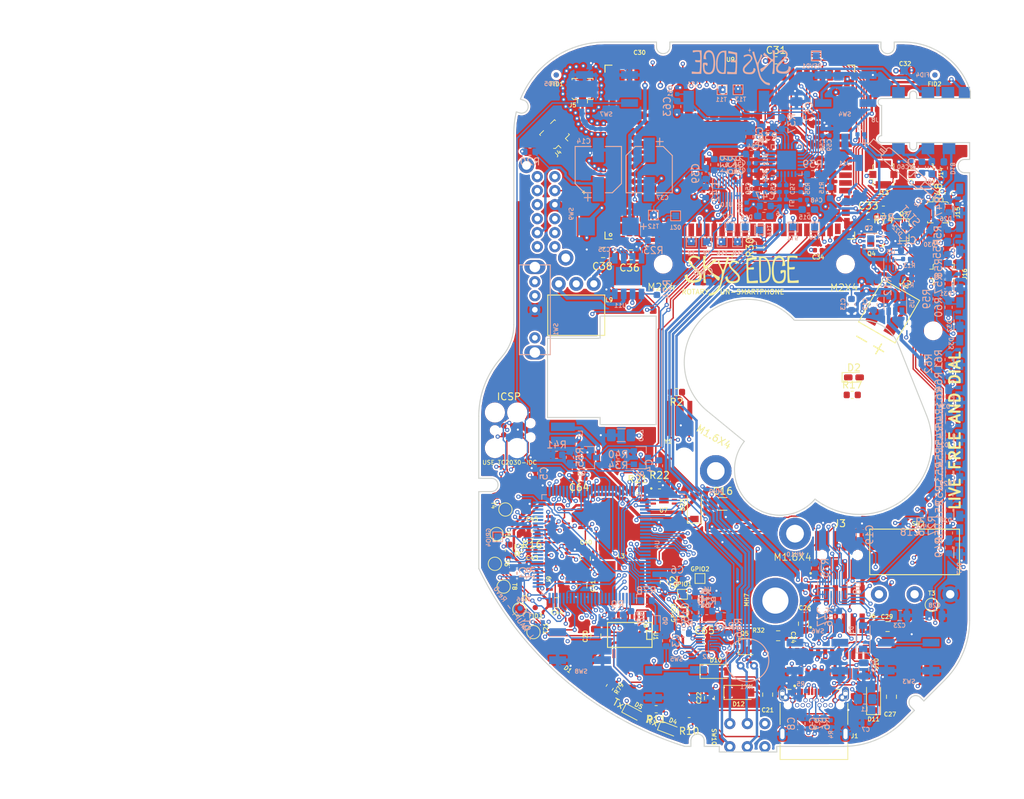
<source format=kicad_pcb>
(kicad_pcb (version 20171130) (host pcbnew 5.1.9+dfsg1-1)
  (layers (0 L1_GND+GNDA.Cu signal) (1 L2_3v3+GNDA.Cu signal) (2 L3_3v8+GNDA.Cu signal) (3 L4_GND.Cu signal) (4 L5_3v8.Cu signal) (31 L6_GND.Cu signal) (34 B.Paste user hide) (35 F.Paste user hide) (36 B.SilkS user) (37 F.SilkS user) (38 B.Mask user hide) (39 F.Mask user hide) (44 Edge.Cuts user))
  (net 0 "")
  (net 1 /RESET)
  (net 2 GND)
  (net 3 /AREF)
  (net 4 "Net-(C7-Pad1)")
  (net 5 "Net-(C8-Pad1)")
  (net 6 "Net-(C9-Pad1)")
  (net 7 "Net-(C10-Pad2)")
  (net 8 "Net-(D4-Pad2)")
  (net 9 "Net-(D4-Pad1)")
  (net 10 "Net-(D5-Pad1)")
  (net 11 "Net-(D5-Pad2)")
  (net 12 /MISO)
  (net 13 /MOSI)
  (net 14 /SCK)
  (net 15 "Net-(R2-Pad1)")
  (net 16 "Net-(R6-Pad1)")
  (net 17 "Net-(R7-Pad1)")
  (net 18 "Net-(R8-Pad1)")
  (net 19 "Net-(R9-Pad2)")
  (net 20 "Net-(U1-Pad10)")
  (net 21 "Net-(R2-Pad2)")
  (net 22 "Net-(R3-Pad2)")
  (net 23 "Net-(R13-Pad2)")
  (net 24 "Net-(R14-Pad2)")
  (net 25 "Net-(R21-Pad2)")
  (net 26 /CELL_ON)
  (net 27 /CELL_RESET)
  (net 28 +3V8)
  (net 29 "Net-(C11-Pad1)")
  (net 30 "Net-(C11-Pad2)")
  (net 31 VBUS)
  (net 32 "Net-(C14-Pad1)")
  (net 33 +3V3)
  (net 34 +12V)
  (net 35 "Net-(C21-Pad1)")
  (net 36 "Net-(C21-Pad2)")
  (net 37 "/CELL TRANSCEIVER/V_BCKP")
  (net 38 GNDA)
  (net 39 "Net-(C46-Pad1)")
  (net 40 "Net-(C47-Pad1)")
  (net 41 "Net-(C48-Pad1)")
  (net 42 "Net-(C49-Pad1)")
  (net 43 "Net-(C50-Pad1)")
  (net 44 "Net-(C51-Pad1)")
  (net 45 "Net-(C52-Pad1)")
  (net 46 "Net-(C53-Pad1)")
  (net 47 "Net-(C54-Pad1)")
  (net 48 "Net-(C55-Pad1)")
  (net 49 "Net-(C60-Pad1)")
  (net 50 "Net-(C61-Pad1)")
  (net 51 "Net-(D3-Pad2)")
  (net 52 /RELAY_OFF)
  (net 53 "Net-(D21-Pad2)")
  (net 54 "Net-(D22-Pad2)")
  (net 55 "Net-(D25-Pad1)")
  (net 56 "Net-(D25-Pad3)")
  (net 57 "Net-(D26-Pad1)")
  (net 58 "Net-(D26-Pad3)")
  (net 59 "Net-(D27-Pad3)")
  (net 60 "Net-(D27-Pad1)")
  (net 61 "Net-(D28-Pad3)")
  (net 62 "Net-(D28-Pad1)")
  (net 63 "Net-(D29-Pad3)")
  (net 64 "Net-(D29-Pad1)")
  (net 65 "Net-(D30-Pad1)")
  (net 66 "Net-(D30-Pad3)")
  (net 67 "Net-(D31-Pad3)")
  (net 68 "Net-(D31-Pad1)")
  (net 69 "Net-(D32-Pad1)")
  (net 70 "Net-(D32-Pad3)")
  (net 71 "Net-(J1-PadA5)")
  (net 72 "Net-(J1-PadB5)")
  (net 73 /EPD_BUSY)
  (net 74 /SD_CD)
  (net 75 "/OLED DRIVER/OLED_CS_3V3")
  (net 76 "/OLED DRIVER/OLED_RES_3V3")
  (net 77 "Net-(L7-Pad2)")
  (net 78 "Net-(L8-Pad2)")
  (net 79 "Net-(Q3-Pad1)")
  (net 80 "Net-(Q3-Pad2)")
  (net 81 "Net-(Q3-Pad3)")
  (net 82 "Net-(Q3-Pad5)")
  (net 83 "Net-(Q3-Pad6)")
  (net 84 "Net-(Q4-Pad3)")
  (net 85 /MCURX-TO-FTDITX)
  (net 86 /MCUTX-TO-FTDIRX)
  (net 87 "Net-(R19-Pad1)")
  (net 88 /3v3_EN)
  (net 89 "Net-(R20-Pad1)")
  (net 90 LL_OE)
  (net 91 /EPD_CS)
  (net 92 /EPD_RESET)
  (net 93 "/CELL TRANSCEIVER/I2S_SCL")
  (net 94 "Net-(R39-Pad2)")
  (net 95 /LED_STAT)
  (net 96 /LED_1A)
  (net 97 /LED_1B)
  (net 98 /LED_2A)
  (net 99 /LED_2B)
  (net 100 /LED_3A)
  (net 101 /LED_3B)
  (net 102 /LED_4A)
  (net 103 /LED_4B)
  (net 104 /LED_5A)
  (net 105 /LED_5B)
  (net 106 /LED_6A)
  (net 107 /LED_6B)
  (net 108 /LED_7A)
  (net 109 /LED_7B)
  (net 110 /LED_8A)
  (net 111 /LED_8B)
  (net 112 /LED_9A)
  (net 113 /LED_9B)
  (net 114 /LED_10A)
  (net 115 /LED_10B)
  (net 116 "Net-(R66-Pad1)")
  (net 117 /SW_MODE2)
  (net 118 /SW_MODE3)
  (net 119 /SW_MULTI1)
  (net 120 /SW_CLEAR)
  (net 121 /SW_MULTI3)
  (net 122 /SW_MULTI2)
  (net 123 /SW_HOOK)
  (net 124 /SW_MULTI4)
  (net 125 /OFFSIGNAL)
  (net 126 /SW_ROTARY)
  (net 127 /CELL_PWR_DET)
  (net 128 /CELL_CTS)
  (net 129 /CELL_RTS)
  (net 130 /OLED_CS)
  (net 131 /SD_CS)
  (net 132 /EPD_DC)
  (net 133 /12v_EN)
  (net 134 /OLED_XRES)
  (net 135 /CELL_RXD)
  (net 136 /CELL_TXD)
  (net 137 /AUDIO/BLCK)
  (net 138 "Net-(D23-Pad2)")
  (net 139 "Net-(D33-Pad1)")
  (net 140 "Net-(D33-Pad3)")
  (net 141 "Net-(D34-Pad1)")
  (net 142 "Net-(D34-Pad3)")
  (net 143 /VSIM)
  (net 144 /SIM_RST)
  (net 145 /SIM_IO)
  (net 146 /SIM_CLK)
  (net 147 "/ePaper Driver/PREVGH")
  (net 148 "/ePaper Driver/VSH")
  (net 149 "/ePaper Driver/VGH")
  (net 150 "/ePaper Driver/VPP")
  (net 151 "/ePaper Driver/VGL")
  (net 152 "/ePaper Driver/VSL")
  (net 153 "/ePaper Driver/VCOM")
  (net 154 "/ePaper Driver/VDD")
  (net 155 "/ePaper Driver/PREVGL")
  (net 156 /GPIO3)
  (net 157 /GPIO4)
  (net 158 /GPIO2)
  (net 159 "/ePaper Driver/GDR")
  (net 160 "/ePaper Driver/RESE")
  (net 161 "/ePaper Driver/RESET_3v3")
  (net 162 "/ePaper Driver/DC_3v3")
  (net 163 "/ePaper Driver/CS_3v3")
  (net 164 "/ePaper Driver/SCK_3v3")
  (net 165 "/ePaper Driver/MOSI_3v3")
  (net 166 "Net-(J8-Pad1)")
  (net 167 "Net-(RSVD1-Pad1)")
  (net 168 "Net-(J8-Pad10)")
  (net 169 "Net-(T13-Pad1)")
  (net 170 "Net-(Q1-Pad1)")
  (net 171 "Net-(Q1-Pad3)")
  (net 172 "Net-(Q2-Pad3)")
  (net 173 "Net-(Q2-Pad1)")
  (net 174 "Net-(Q7-Pad1)")
  (net 175 +BATT)
  (net 176 /POWSW4)
  (net 177 /GPIO1)
  (net 178 "Net-(J11-Pad1)")
  (net 179 "Net-(J12-Pad1)")
  (net 180 "Net-(Q6-Pad1)")
  (net 181 "Net-(R29-Pad1)")
  (net 182 "Net-(R33-Pad1)")
  (net 183 "Net-(R42-Pad1)")
  (net 184 /LED_FILAMENT)
  (net 185 "Net-(R75-Pad1)")
  (net 186 "Net-(R76-Pad1)")
  (net 187 /NET_STAT)
  (net 188 /RINGER+)
  (net 189 +1V8)
  (net 190 /PDn)
  (net 191 /RINGER-)
  (net 192 "Net-(L9-Pad1)")
  (net 193 "Net-(L9-Pad2)")
  (net 194 "Net-(D1-Pad2)")
  (net 195 "Net-(D1-Pad1)")
  (net 196 /LED_BELL)
  (net 197 "/OLED DRIVER/OLED_VP")
  (net 198 "/OLED DRIVER/OLED_VCOMH")
  (net 199 "/OLED DRIVER/OLED_VLOGIC")
  (net 200 "/OLED DRIVER/OLED_D0-SCL_3V3")
  (net 201 "/OLED DRIVER/OLED_D1-MOSI_3V3")
  (net 202 "/OLED DRIVER/OLED_DC")
  (net 203 "/OLED DRIVER/OLED_IREF")
  (net 204 /OLED_DC)
  (net 205 /SW_MODE1)
  (net 206 "Net-(J8-Pad4)")
  (net 207 "Net-(J8-Pad11)")
  (net 208 "Net-(J8-Pad12)")
  (net 209 "/OLED DRIVER/OLED_DC_3V3")
  (net 210 /CELL_RI)
  (net 211 "/CELL MODEM/V_BCKP")
  (net 212 "Net-(D2-Pad2)")
  (net 213 "/CELL MODEM/ANT2")
  (net 214 "/CELL MODEM/ANT1")
  (net 215 "/CELL MODEM/SDIO-D0")
  (net 216 "/CELL MODEM/SDIO-D1")
  (net 217 "/CELL MODEM/SDIO-CLK")
  (net 218 "/CELL MODEM/SDIO-CMD")
  (net 219 "/CELL MODEM/SDIO-D2")
  (net 220 "/CELL MODEM/SDIO-D3")
  (net 221 "/CELL MODEM/USB_D+")
  (net 222 "/CELL MODEM/USB_D-")
  (net 223 "Net-(R17-Pad2)")
  (net 224 "/CELL MODEM/I2S_SDA")
  (net 225 "/CELL MODEM/I2S_SCL")
  (net 226 "/CELL MODEM/DSR_1v8")
  (net 227 "/CELL MODEM/DCD_1v8")
  (net 228 "/CELL MODEM/HOST_SELECT0")
  (net 229 "/CELL MODEM/HOST_SELECT1")
  (net 230 "/CELL MODEM/RTS_1v8")
  (net 231 "/CELL MODEM/CTS_1v8")
  (net 232 "/CELL MODEM/TXD_1v8")
  (net 233 "/CELL MODEM/RXD_1v8")
  (net 234 "/CELL MODEM/I2S_GPIO6")
  (net 235 "/CELL MODEM/I2S_RXD")
  (net 236 "/CELL MODEM/I2S_TXD")
  (net 237 "/CELL MODEM/I2S_WA")
  (net 238 "/CELL MODEM/RI_1v8")
  (module Resistor_SMD:R_0603_1608Metric (layer L1_GND+GNDA.Cu) (at 164.96 104.65)
    (fp_text reference R17 (at 0 -1.43) (layer F.SilkS))
    (fp_text value 1k5)
    (pad 1 smd roundrect (at -0.7875 0) (size 0.875 0.95) (layers L1_GND+GNDA.Cu F.Paste F.Mask) (net 212 "Net-(D2-Pad2)"))
    (pad 2 smd roundrect (at 0.7875 0) (size 0.875 0.95) (layers L1_GND+GNDA.Cu F.Paste F.Mask) (net 223 "Net-(R17-Pad2)"))
  )
  (module MyFootprints:AVX_PokeInConnector (layer L1_GND+GNDA.Cu) (at 170.214359 92.7 150)
    (fp_text reference J2 (at 0 4.6 150) (layer F.SilkS))
    (fp_text value IDC)
    (pad 2 smd rect (at -1.5 1.7 150) (size 1.6 2.3) (layers L1_GND+GNDA.Cu F.Paste F.Mask) (net 175 +BATT))
    (pad 1 smd rect (at 1.5 1.7 150) (size 1.6 2.3) (layers L1_GND+GNDA.Cu F.Paste F.Mask) (net 30 "Net-(C11-Pad2)"))
    (pad 2 smd rect (at -1.5 -1.7 150) (size 1.6 2.3) (layers L1_GND+GNDA.Cu F.Paste F.Mask) (net 175 +BATT))
    (pad 1 smd rect (at 1.5 -1.7 150) (size 1.6 2.3) (layers L1_GND+GNDA.Cu F.Paste F.Mask) (net 30 "Net-(C11-Pad2)"))
  )
  (module LED_SMD:LED_0603_1608Metric_Castellated (layer L1_GND+GNDA.Cu) (at 165.2 102.15)
    (fp_text reference D2 (at 0 -1.38) (layer F.SilkS))
    (fp_text value LED)
    (pad 1 smd roundrect (at -0.8125 0) (size 1.225 0.85) (layers L1_GND+GNDA.Cu F.Paste F.Mask) (net 2 GND))
    (pad 2 smd roundrect (at 0.8125 0) (size 1.225 0.85) (layers L1_GND+GNDA.Cu F.Paste F.Mask) (net 212 "Net-(D2-Pad2)"))
  )
  (module Resistor_SMD:R_0603_1608Metric (layer L6_GND.Cu) (at 135.6 134 180)
    (fp_text reference R78 (at 0 1.43) (layer B.SilkS) (effects (justify mirror)))
    (fp_text value 1k)
    (pad 2 smd roundrect (at 0.7875 0 180) (size 0.875 0.95) (layers L6_GND.Cu B.Paste B.Mask) (net 196 /LED_BELL))
    (pad 1 smd roundrect (at -0.7875 0 180) (size 0.875 0.95) (layers L6_GND.Cu B.Paste B.Mask) (net 180 "Net-(Q6-Pad1)"))
  )
  (module Resistor_SMD:R_0603_1608Metric (layer L6_GND.Cu) (at 161.95 136.3 270)
    (fp_text reference R77 (at 0 1.43 90) (layer B.SilkS) (effects (justify mirror)))
    (fp_text value 1k)
    (pad 2 smd roundrect (at 0.7875 0 270) (size 0.875 0.95) (layers L6_GND.Cu B.Paste B.Mask) (net 90 LL_OE))
    (pad 1 smd roundrect (at -0.7875 0 270) (size 0.875 0.95) (layers L6_GND.Cu B.Paste B.Mask) (net 186 "Net-(R76-Pad1)"))
  )
  (module Resistor_SMD:R_0603_1608Metric (layer L6_GND.Cu) (at 163.05 136.3 270)
    (fp_text reference R76 (at 0 1.43 90) (layer B.SilkS) (effects (justify mirror)))
    (fp_text value 10k)
    (pad 2 smd roundrect (at 0.7875 0 270) (size 0.875 0.95) (layers L6_GND.Cu B.Paste B.Mask) (net 2 GND))
    (pad 1 smd roundrect (at -0.7875 0 270) (size 0.875 0.95) (layers L6_GND.Cu B.Paste B.Mask) (net 186 "Net-(R76-Pad1)"))
  )
  (module Resistor_SMD:R_0603_1608Metric (layer L6_GND.Cu) (at 159.65 129.35 90)
    (fp_text reference R75 (at 0 1.43 90) (layer B.SilkS) (effects (justify mirror)))
    (fp_text value 10k)
    (pad 2 smd roundrect (at 0.7875 0 90) (size 0.875 0.95) (layers L6_GND.Cu B.Paste B.Mask) (net 2 GND))
    (pad 1 smd roundrect (at -0.7875 0 90) (size 0.875 0.95) (layers L6_GND.Cu B.Paste B.Mask) (net 185 "Net-(R75-Pad1)"))
  )
  (module Resistor_SMD:R_0603_1608Metric (layer L1_GND+GNDA.Cu) (at 169.4 78.22 180)
    (fp_text reference R74 (at 0 -1.43) (layer F.SilkS))
    (fp_text value 1k)
    (pad 2 smd roundrect (at 0.7875 0 180) (size 0.875 0.95) (layers L1_GND+GNDA.Cu F.Paste F.Mask) (net 184 /LED_FILAMENT))
    (pad 1 smd roundrect (at -0.7875 0 180) (size 0.875 0.95) (layers L1_GND+GNDA.Cu F.Paste F.Mask) (net 174 "Net-(Q7-Pad1)"))
  )
  (module Resistor_SMD:R_0603_1608Metric (layer L6_GND.Cu) (at 145.7 133.7 270)
    (fp_text reference R73 (at 0 1.43 90) (layer B.SilkS) (effects (justify mirror)))
    (fp_text value 1M)
    (pad 2 smd roundrect (at 0.7875 0 270) (size 0.875 0.95) (layers L6_GND.Cu B.Paste B.Mask) (net 87 "Net-(R19-Pad1)"))
    (pad 1 smd roundrect (at -0.7875 0 270) (size 0.875 0.95) (layers L6_GND.Cu B.Paste B.Mask) (net 2 GND))
  )
  (module Resistor_SMD:R_0603_1608Metric (layer L6_GND.Cu) (at 140.9 138.7 180)
    (fp_text reference R67 (at 0 1.43) (layer B.SilkS) (effects (justify mirror)))
    (fp_text value 1k)
    (pad 2 smd roundrect (at 0.7875 0 180) (size 0.875 0.95) (layers L6_GND.Cu B.Paste B.Mask) (net 90 LL_OE))
    (pad 1 smd roundrect (at -0.7875 0 180) (size 0.875 0.95) (layers L6_GND.Cu B.Paste B.Mask) (net 116 "Net-(R66-Pad1)"))
  )
  (module Resistor_SMD:R_0603_1608Metric (layer L6_GND.Cu) (at 147.3 137.9 90)
    (fp_text reference R66 (at 0 1.43 90) (layer B.SilkS) (effects (justify mirror)))
    (fp_text value 10k)
    (pad 2 smd roundrect (at 0.7875 0 90) (size 0.875 0.95) (layers L6_GND.Cu B.Paste B.Mask) (net 2 GND))
    (pad 1 smd roundrect (at -0.7875 0 90) (size 0.875 0.95) (layers L6_GND.Cu B.Paste B.Mask) (net 116 "Net-(R66-Pad1)"))
  )
  (module Resistor_SMD:R_0603_1608Metric (layer L6_GND.Cu) (at 124.7 113.55 90)
    (fp_text reference R65 (at 0 1.43 90) (layer B.SilkS) (effects (justify mirror)))
    (fp_text value 100R)
    (pad 2 smd roundrect (at 0.7875 0 90) (size 0.875 0.95) (layers L6_GND.Cu B.Paste B.Mask) (net 26 /CELL_ON))
    (pad 1 smd roundrect (at -0.7875 0 90) (size 0.875 0.95) (layers L6_GND.Cu B.Paste B.Mask) (net 173 "Net-(Q2-Pad1)"))
  )
  (module Resistor_SMD:R_0603_1608Metric (layer L6_GND.Cu) (at 178.7 102.8 270)
    (fp_text reference R64 (at 0 1.43 90) (layer B.SilkS) (effects (justify mirror)))
    (fp_text value 1k5)
    (pad 2 smd roundrect (at 0.7875 0 270) (size 0.875 0.95) (layers L6_GND.Cu B.Paste B.Mask) (net 105 /LED_5B))
    (pad 1 smd roundrect (at -0.7875 0 270) (size 0.875 0.95) (layers L6_GND.Cu B.Paste B.Mask) (net 142 "Net-(D34-Pad3)"))
  )
  (module Resistor_SMD:R_0603_1608Metric (layer L6_GND.Cu) (at 178.7 104.9 270)
    (fp_text reference R63 (at 0 1.43 90) (layer B.SilkS) (effects (justify mirror)))
    (fp_text value 1k5)
    (pad 2 smd roundrect (at 0.7875 0 270) (size 0.875 0.95) (layers L6_GND.Cu B.Paste B.Mask) (net 104 /LED_5A))
    (pad 1 smd roundrect (at -0.7875 0 270) (size 0.875 0.95) (layers L6_GND.Cu B.Paste B.Mask) (net 141 "Net-(D34-Pad1)"))
  )
  (module Resistor_SMD:R_0603_1608Metric (layer L6_GND.Cu) (at 177.25 100.185 270)
    (fp_text reference R62 (at 0 1.43 90) (layer B.SilkS) (effects (justify mirror)))
    (fp_text value 1k5)
    (pad 2 smd roundrect (at 0.7875 0 270) (size 0.875 0.95) (layers L6_GND.Cu B.Paste B.Mask) (net 107 /LED_6B))
    (pad 1 smd roundrect (at -0.7875 0 270) (size 0.875 0.95) (layers L6_GND.Cu B.Paste B.Mask) (net 140 "Net-(D33-Pad3)"))
  )
  (module Resistor_SMD:R_0603_1608Metric (layer L6_GND.Cu) (at 178.7 99.6 270)
    (fp_text reference R61 (at 0 1.43 90) (layer B.SilkS) (effects (justify mirror)))
    (fp_text value 1k5)
    (pad 2 smd roundrect (at 0.7875 0 270) (size 0.875 0.95) (layers L6_GND.Cu B.Paste B.Mask) (net 106 /LED_6A))
    (pad 1 smd roundrect (at -0.7875 0 270) (size 0.875 0.95) (layers L6_GND.Cu B.Paste B.Mask) (net 139 "Net-(D33-Pad1)"))
  )
  (module Resistor_SMD:R_0603_1608Metric (layer L6_GND.Cu) (at 178.7 92.15 270)
    (fp_text reference R60 (at 0 1.43 90) (layer B.SilkS) (effects (justify mirror)))
    (fp_text value 1k5)
    (pad 2 smd roundrect (at 0.7875 0 270) (size 0.875 0.95) (layers L6_GND.Cu B.Paste B.Mask) (net 109 /LED_7B))
    (pad 1 smd roundrect (at -0.7875 0 270) (size 0.875 0.95) (layers L6_GND.Cu B.Paste B.Mask) (net 70 "Net-(D32-Pad3)"))
  )
  (module Resistor_SMD:R_0603_1608Metric (layer L6_GND.Cu) (at 177 90.95 270)
    (fp_text reference R59 (at 0 1.43 90) (layer B.SilkS) (effects (justify mirror)))
    (fp_text value 1k5)
    (pad 2 smd roundrect (at 0.7875 0 270) (size 0.875 0.95) (layers L6_GND.Cu B.Paste B.Mask) (net 108 /LED_7A))
    (pad 1 smd roundrect (at -0.7875 0 270) (size 0.875 0.95) (layers L6_GND.Cu B.Paste B.Mask) (net 69 "Net-(D32-Pad1)"))
  )
  (module Resistor_SMD:R_0603_1608Metric (layer L6_GND.Cu) (at 178.7 86.6 270)
    (fp_text reference R58 (at 0 1.43 90) (layer B.SilkS) (effects (justify mirror)))
    (fp_text value 1k5)
    (pad 2 smd roundrect (at 0.7875 0 270) (size 0.875 0.95) (layers L6_GND.Cu B.Paste B.Mask) (net 111 /LED_8B))
    (pad 1 smd roundrect (at -0.7875 0 270) (size 0.875 0.95) (layers L6_GND.Cu B.Paste B.Mask) (net 67 "Net-(D31-Pad3)"))
  )
  (module Resistor_SMD:R_0603_1608Metric (layer L6_GND.Cu) (at 178.7 88.8 270)
    (fp_text reference R57 (at 0 1.43 90) (layer B.SilkS) (effects (justify mirror)))
    (fp_text value 1k5)
    (pad 2 smd roundrect (at 0.7875 0 270) (size 0.875 0.95) (layers L6_GND.Cu B.Paste B.Mask) (net 110 /LED_8A))
    (pad 1 smd roundrect (at -0.7875 0 270) (size 0.875 0.95) (layers L6_GND.Cu B.Paste B.Mask) (net 68 "Net-(D31-Pad1)"))
  )
  (module Resistor_SMD:R_0603_1608Metric (layer L6_GND.Cu) (at 178.6 81.9 270)
    (fp_text reference R56 (at 0 1.43 90) (layer B.SilkS) (effects (justify mirror)))
    (fp_text value 1k5)
    (pad 2 smd roundrect (at 0.7875 0 270) (size 0.875 0.95) (layers L6_GND.Cu B.Paste B.Mask) (net 113 /LED_9B))
    (pad 1 smd roundrect (at -0.7875 0 270) (size 0.875 0.95) (layers L6_GND.Cu B.Paste B.Mask) (net 66 "Net-(D30-Pad3)"))
  )
  (module Resistor_SMD:R_0603_1608Metric (layer L6_GND.Cu) (at 178.5 83.8 270)
    (fp_text reference R55 (at 0 1.43 90) (layer B.SilkS) (effects (justify mirror)))
    (fp_text value 1k5)
    (pad 2 smd roundrect (at 0.7875 0 270) (size 0.875 0.95) (layers L6_GND.Cu B.Paste B.Mask) (net 112 /LED_9A))
    (pad 1 smd roundrect (at -0.7875 0 270) (size 0.875 0.95) (layers L6_GND.Cu B.Paste B.Mask) (net 65 "Net-(D30-Pad1)"))
  )
  (module Resistor_SMD:R_0603_1608Metric (layer L6_GND.Cu) (at 178.8 113.55 270)
    (fp_text reference R54 (at 0 1.43 90) (layer B.SilkS) (effects (justify mirror)))
    (fp_text value 1k5)
    (pad 2 smd roundrect (at 0.7875 0 270) (size 0.875 0.95) (layers L6_GND.Cu B.Paste B.Mask) (net 101 /LED_3B))
    (pad 1 smd roundrect (at -0.7875 0 270) (size 0.875 0.95) (layers L6_GND.Cu B.Paste B.Mask) (net 63 "Net-(D29-Pad3)"))
  )
  (module Resistor_SMD:R_0603_1608Metric (layer L6_GND.Cu) (at 178.8 115.65 270)
    (fp_text reference R53 (at 0 1.43 90) (layer B.SilkS) (effects (justify mirror)))
    (fp_text value 1k5)
    (pad 2 smd roundrect (at 0.7875 0 270) (size 0.875 0.95) (layers L6_GND.Cu B.Paste B.Mask) (net 100 /LED_3A))
    (pad 1 smd roundrect (at -0.7875 0 270) (size 0.875 0.95) (layers L6_GND.Cu B.Paste B.Mask) (net 64 "Net-(D29-Pad1)"))
  )
  (module Resistor_SMD:R_0603_1608Metric (layer L6_GND.Cu) (at 178.8 118.95 270)
    (fp_text reference R52 (at 0 1.43 90) (layer B.SilkS) (effects (justify mirror)))
    (fp_text value 1k5)
    (pad 2 smd roundrect (at 0.7875 0 270) (size 0.875 0.95) (layers L6_GND.Cu B.Paste B.Mask) (net 99 /LED_2B))
    (pad 1 smd roundrect (at -0.7875 0 270) (size 0.875 0.95) (layers L6_GND.Cu B.Paste B.Mask) (net 61 "Net-(D28-Pad3)"))
  )
  (module Resistor_SMD:R_0603_1608Metric (layer L6_GND.Cu) (at 178.8 121.1 270)
    (fp_text reference R51 (at 0 1.43 90) (layer B.SilkS) (effects (justify mirror)))
    (fp_text value 1k5)
    (pad 2 smd roundrect (at 0.7875 0 270) (size 0.875 0.95) (layers L6_GND.Cu B.Paste B.Mask) (net 98 /LED_2A))
    (pad 1 smd roundrect (at -0.7875 0 270) (size 0.875 0.95) (layers L6_GND.Cu B.Paste B.Mask) (net 62 "Net-(D28-Pad1)"))
  )
  (module Resistor_SMD:R_0603_1608Metric (layer L6_GND.Cu) (at 178.75 124.35 270)
    (fp_text reference R50 (at 0 1.43 90) (layer B.SilkS) (effects (justify mirror)))
    (fp_text value 1k5)
    (pad 2 smd roundrect (at 0.7875 0 270) (size 0.875 0.95) (layers L6_GND.Cu B.Paste B.Mask) (net 97 /LED_1B))
    (pad 1 smd roundrect (at -0.7875 0 270) (size 0.875 0.95) (layers L6_GND.Cu B.Paste B.Mask) (net 59 "Net-(D27-Pad3)"))
  )
  (module Resistor_SMD:R_0603_1608Metric (layer L6_GND.Cu) (at 178.75 126.45 270)
    (fp_text reference R49 (at 0 1.43 90) (layer B.SilkS) (effects (justify mirror)))
    (fp_text value 1k5)
    (pad 2 smd roundrect (at 0.7875 0 270) (size 0.875 0.95) (layers L6_GND.Cu B.Paste B.Mask) (net 96 /LED_1A))
    (pad 1 smd roundrect (at -0.7875 0 270) (size 0.875 0.95) (layers L6_GND.Cu B.Paste B.Mask) (net 60 "Net-(D27-Pad1)"))
  )
  (module Resistor_SMD:R_0603_1608Metric (layer L1_GND+GNDA.Cu) (at 178.7 75.85 90)
    (fp_text reference R48 (at 0 -1.43 90) (layer F.SilkS))
    (fp_text value 1k5)
    (pad 2 smd roundrect (at 0.7875 0 90) (size 0.875 0.95) (layers L1_GND+GNDA.Cu F.Paste F.Mask) (net 115 /LED_10B))
    (pad 1 smd roundrect (at -0.7875 0 90) (size 0.875 0.95) (layers L1_GND+GNDA.Cu F.Paste F.Mask) (net 58 "Net-(D26-Pad3)"))
  )
  (module Resistor_SMD:R_0603_1608Metric (layer L6_GND.Cu) (at 178.7 77.8 270)
    (fp_text reference R47 (at 0 1.43 90) (layer B.SilkS) (effects (justify mirror)))
    (fp_text value 1k5)
    (pad 2 smd roundrect (at 0.7875 0 270) (size 0.875 0.95) (layers L6_GND.Cu B.Paste B.Mask) (net 114 /LED_10A))
    (pad 1 smd roundrect (at -0.7875 0 270) (size 0.875 0.95) (layers L6_GND.Cu B.Paste B.Mask) (net 57 "Net-(D26-Pad1)"))
  )
  (module Resistor_SMD:R_0603_1608Metric (layer L6_GND.Cu) (at 178.8 108 270)
    (fp_text reference R46 (at 0 1.43 90) (layer B.SilkS) (effects (justify mirror)))
    (fp_text value 1k5)
    (pad 2 smd roundrect (at 0.7875 0 270) (size 0.875 0.95) (layers L6_GND.Cu B.Paste B.Mask) (net 103 /LED_4B))
    (pad 1 smd roundrect (at -0.7875 0 270) (size 0.875 0.95) (layers L6_GND.Cu B.Paste B.Mask) (net 56 "Net-(D25-Pad3)"))
  )
  (module Resistor_SMD:R_0603_1608Metric (layer L6_GND.Cu) (at 178.8 110.45 270)
    (fp_text reference R45 (at 0 1.43 90) (layer B.SilkS) (effects (justify mirror)))
    (fp_text value 1k5)
    (pad 2 smd roundrect (at 0.7875 0 270) (size 0.875 0.95) (layers L6_GND.Cu B.Paste B.Mask) (net 102 /LED_4A))
    (pad 1 smd roundrect (at -0.7875 0 270) (size 0.875 0.95) (layers L6_GND.Cu B.Paste B.Mask) (net 55 "Net-(D25-Pad1)"))
  )
  (module Resistor_SMD:R_0603_1608Metric (layer L6_GND.Cu) (at 169.5 80.775 180)
    (fp_text reference R44 (at 0 1.43) (layer B.SilkS) (effects (justify mirror)))
    (fp_text value 160R*)
    (pad 2 smd roundrect (at 0.7875 0 180) (size 0.875 0.95) (layers L6_GND.Cu B.Paste B.Mask) (net 95 /LED_STAT))
    (pad 1 smd roundrect (at -0.7875 0 180) (size 0.875 0.95) (layers L6_GND.Cu B.Paste B.Mask) (net 54 "Net-(D22-Pad2)"))
  )
  (module Resistor_SMD:R_0603_1608Metric (layer L6_GND.Cu) (at 146.75 136.25)
    (fp_text reference R42 (at 0 1.43) (layer B.SilkS) (effects (justify mirror)))
    (fp_text value 10k)
    (pad 2 smd roundrect (at 0.7875 0) (size 0.875 0.95) (layers L6_GND.Cu B.Paste B.Mask) (net 2 GND))
    (pad 1 smd roundrect (at -0.7875 0) (size 0.875 0.95) (layers L6_GND.Cu B.Paste B.Mask) (net 183 "Net-(R42-Pad1)"))
  )
  (module Resistor_SMD:R_0603_1608Metric (layer L6_GND.Cu) (at 122.8 113.2 180)
    (fp_text reference R41 (at 0 1.43) (layer B.SilkS) (effects (justify mirror)))
    (fp_text value 1M)
    (pad 2 smd roundrect (at 0.7875 0 180) (size 0.875 0.95) (layers L6_GND.Cu B.Paste B.Mask) (net 2 GND))
    (pad 1 smd roundrect (at -0.7875 0 180) (size 0.875 0.95) (layers L6_GND.Cu B.Paste B.Mask) (net 26 /CELL_ON))
  )
  (module Resistor_SMD:R_0603_1608Metric (layer L6_GND.Cu) (at 131.575 114.575 180)
    (fp_text reference R40 (at 0 1.43) (layer B.SilkS) (effects (justify mirror)))
    (fp_text value 100R)
    (pad 2 smd roundrect (at 0.7875 0 180) (size 0.875 0.95) (layers L6_GND.Cu B.Paste B.Mask) (net 27 /CELL_RESET))
    (pad 1 smd roundrect (at -0.7875 0 180) (size 0.875 0.95) (layers L6_GND.Cu B.Paste B.Mask) (net 170 "Net-(Q1-Pad1)"))
  )
  (module Resistor_SMD:R_0603_1608Metric (layer L6_GND.Cu) (at 159.3 73.15 180)
    (fp_text reference R39 (at 0 1.43) (layer B.SilkS) (effects (justify mirror)))
    (fp_text value 10k)
    (pad 2 smd roundrect (at 0.7875 0 180) (size 0.875 0.95) (layers L6_GND.Cu B.Paste B.Mask) (net 94 "Net-(R39-Pad2)"))
    (pad 1 smd roundrect (at -0.7875 0 180) (size 0.875 0.95) (layers L6_GND.Cu B.Paste B.Mask) (net 189 +1V8))
  )
  (module Resistor_SMD:R_0603_1608Metric (layer L6_GND.Cu) (at 154.9 65.925 90)
    (fp_text reference R37 (at 0 1.43 90) (layer B.SilkS) (effects (justify mirror)))
    (fp_text value 4k7)
    (pad 1 smd roundrect (at -0.7875 0 90) (size 0.875 0.95) (layers L6_GND.Cu B.Paste B.Mask) (net 189 +1V8))
    (pad 2 smd roundrect (at 0.7875 0 90) (size 0.875 0.95) (layers L6_GND.Cu B.Paste B.Mask) (net 225 "/CELL MODEM/I2S_SCL"))
  )
  (module Resistor_SMD:R_0603_1608Metric (layer L6_GND.Cu) (at 152.9 66.4)
    (fp_text reference R36 (at 0 1.43) (layer B.SilkS) (effects (justify mirror)))
    (fp_text value 4k7)
    (pad 1 smd roundrect (at -0.7875 0) (size 0.875 0.95) (layers L6_GND.Cu B.Paste B.Mask) (net 189 +1V8))
    (pad 2 smd roundrect (at 0.7875 0) (size 0.875 0.95) (layers L6_GND.Cu B.Paste B.Mask) (net 224 "/CELL MODEM/I2S_SDA"))
  )
  (module Resistor_SMD:R_0603_1608Metric (layer L6_GND.Cu) (at 131.575 113.275)
    (fp_text reference R34 (at 0 1.43) (layer B.SilkS) (effects (justify mirror)))
    (fp_text value 1M)
    (pad 2 smd roundrect (at 0.7875 0) (size 0.875 0.95) (layers L6_GND.Cu B.Paste B.Mask) (net 2 GND))
    (pad 1 smd roundrect (at -0.7875 0) (size 0.875 0.95) (layers L6_GND.Cu B.Paste B.Mask) (net 27 /CELL_RESET))
  )
  (module Resistor_SMD:R_0603_1608Metric (layer L6_GND.Cu) (at 147.5 71.82 90)
    (fp_text reference R33 (at 0 1.43 90) (layer B.SilkS) (effects (justify mirror)))
    (fp_text value 10k)
    (pad 2 smd roundrect (at 0.7875 0 90) (size 0.875 0.95) (layers L6_GND.Cu B.Paste B.Mask) (net 38 GNDA))
    (pad 1 smd roundrect (at -0.7875 0 90) (size 0.875 0.95) (layers L6_GND.Cu B.Paste B.Mask) (net 182 "Net-(R33-Pad1)"))
  )
  (module Resistor_SMD:R_0603_1608Metric (layer L6_GND.Cu) (at 145.28 71.8 90)
    (fp_text reference R31 (at 0 1.43 90) (layer B.SilkS) (effects (justify mirror)))
    (fp_text value 16k)
    (pad 2 smd roundrect (at 0.7875 0 90) (size 0.875 0.95) (layers L6_GND.Cu B.Paste B.Mask) (net 90 LL_OE))
    (pad 1 smd roundrect (at -0.7875 0 90) (size 0.875 0.95) (layers L6_GND.Cu B.Paste B.Mask) (net 181 "Net-(R29-Pad1)"))
  )
  (module Resistor_SMD:R_0603_1608Metric (layer L1_GND+GNDA.Cu) (at 151.8 83.6 90)
    (fp_text reference R30 (at 0 -1.43 90) (layer F.SilkS))
    (fp_text value 100k)
    (pad 1 smd roundrect (at -0.7875 0 90) (size 0.875 0.95) (layers L1_GND+GNDA.Cu F.Paste F.Mask) (net 211 "/CELL MODEM/V_BCKP"))
    (pad 2 smd roundrect (at 0.7875 0 90) (size 0.875 0.95) (layers L1_GND+GNDA.Cu F.Paste F.Mask) (net 172 "Net-(Q2-Pad3)"))
  )
  (module Resistor_SMD:R_0603_1608Metric (layer L6_GND.Cu) (at 146.4 71.82 90)
    (fp_text reference R29 (at 0 1.43 90) (layer B.SilkS) (effects (justify mirror)))
    (fp_text value 10k)
    (pad 2 smd roundrect (at 0.7875 0 90) (size 0.875 0.95) (layers L6_GND.Cu B.Paste B.Mask) (net 38 GNDA))
    (pad 1 smd roundrect (at -0.7875 0 90) (size 0.875 0.95) (layers L6_GND.Cu B.Paste B.Mask) (net 181 "Net-(R29-Pad1)"))
  )
  (module Resistor_SMD:R_0603_1608Metric (layer L6_GND.Cu) (at 174.9 123.3 90)
    (fp_text reference R27 (at 0 1.43 90) (layer B.SilkS) (effects (justify mirror)))
    (fp_text value 100k)
    (pad 2 smd roundrect (at 0.7875 0 90) (size 0.875 0.95) (layers L6_GND.Cu B.Paste B.Mask) (net 92 /EPD_RESET))
    (pad 1 smd roundrect (at -0.7875 0 90) (size 0.875 0.95) (layers L6_GND.Cu B.Paste B.Mask) (net 28 +3V8))
  )
  (module Resistor_SMD:R_0603_1608Metric (layer L6_GND.Cu) (at 176.15 123.4 270)
    (fp_text reference R26 (at 0 1.43 90) (layer B.SilkS) (effects (justify mirror)))
    (fp_text value 100k)
    (pad 2 smd roundrect (at 0.7875 0 270) (size 0.875 0.95) (layers L6_GND.Cu B.Paste B.Mask) (net 91 /EPD_CS))
    (pad 1 smd roundrect (at -0.7875 0 270) (size 0.875 0.95) (layers L6_GND.Cu B.Paste B.Mask) (net 28 +3V8))
  )
  (module Resistor_SMD:R_0603_1608Metric (layer L6_GND.Cu) (at 137.1 89.6 90)
    (fp_text reference R24 (at 0 1.43 90) (layer B.SilkS) (effects (justify mirror)))
    (fp_text value 1M)
    (pad 2 smd roundrect (at 0.7875 0 90) (size 0.875 0.95) (layers L6_GND.Cu B.Paste B.Mask) (net 2 GND))
    (pad 1 smd roundrect (at -0.7875 0 90) (size 0.875 0.95) (layers L6_GND.Cu B.Paste B.Mask) (net 191 /RINGER-))
  )
  (module Resistor_SMD:R_0603_1608Metric (layer L6_GND.Cu) (at 136.6 82.6)
    (fp_text reference R23 (at 0 1.43) (layer B.SilkS) (effects (justify mirror)))
    (fp_text value 1M)
    (pad 2 smd roundrect (at 0.7875 0) (size 0.875 0.95) (layers L6_GND.Cu B.Paste B.Mask) (net 2 GND))
    (pad 1 smd roundrect (at -0.7875 0) (size 0.875 0.95) (layers L6_GND.Cu B.Paste B.Mask) (net 188 /RINGER+))
  )
  (module Resistor_SMD:R_0603_1608Metric (layer L1_GND+GNDA.Cu) (at 137.475 117.55)
    (fp_text reference R22 (at 0 -1.43) (layer F.SilkS))
    (fp_text value 120k)
    (pad 2 smd roundrect (at 0.7875 0) (size 0.875 0.95) (layers L1_GND+GNDA.Cu F.Paste F.Mask) (net 2 GND))
    (pad 1 smd roundrect (at -0.7875 0) (size 0.875 0.95) (layers L1_GND+GNDA.Cu F.Paste F.Mask) (net 25 "Net-(R21-Pad2)"))
  )
  (module Resistor_SMD:R_0603_1608Metric (layer L1_GND+GNDA.Cu) (at 134.365 118.12)
    (fp_text reference R21 (at 0 -1.43) (layer F.SilkS))
    (fp_text value 1.05M)
    (pad 2 smd roundrect (at 0.7875 0) (size 0.875 0.95) (layers L1_GND+GNDA.Cu F.Paste F.Mask) (net 25 "Net-(R21-Pad2)"))
    (pad 1 smd roundrect (at -0.7875 0) (size 0.875 0.95) (layers L1_GND+GNDA.Cu F.Paste F.Mask) (net 34 +12V))
  )
  (module Resistor_SMD:R_0603_1608Metric (layer L6_GND.Cu) (at 119 69.945)
    (fp_text reference R20 (at 0 1.43) (layer B.SilkS) (effects (justify mirror)))
    (fp_text value 100R)
    (pad 2 smd roundrect (at 0.7875 0) (size 0.875 0.95) (layers L6_GND.Cu B.Paste B.Mask) (net 32 "Net-(C14-Pad1)"))
    (pad 1 smd roundrect (at -0.7875 0) (size 0.875 0.95) (layers L6_GND.Cu B.Paste B.Mask) (net 89 "Net-(R20-Pad1)"))
  )
  (module Resistor_SMD:R_0603_1608Metric (layer L6_GND.Cu) (at 144.215 135.5 180)
    (fp_text reference R19 (at 0 1.43) (layer B.SilkS) (effects (justify mirror)))
    (fp_text value 100R)
    (pad 2 smd roundrect (at 0.7875 0 180) (size 0.875 0.95) (layers L6_GND.Cu B.Paste B.Mask) (net 88 /3v3_EN))
    (pad 1 smd roundrect (at -0.7875 0 180) (size 0.875 0.95) (layers L6_GND.Cu B.Paste B.Mask) (net 87 "Net-(R19-Pad1)"))
  )
  (module Resistor_SMD:R_0603_1608Metric (layer L1_GND+GNDA.Cu) (at 119.3 124.6 180)
    (fp_text reference R16 (at 0 -1.43) (layer F.SilkS))
    (fp_text value 510k)
    (pad 2 smd roundrect (at 0.7875 0 180) (size 0.875 0.95) (layers L1_GND+GNDA.Cu F.Paste F.Mask) (net 2 GND))
    (pad 1 smd roundrect (at -0.7875 0 180) (size 0.875 0.95) (layers L1_GND+GNDA.Cu F.Paste F.Mask) (net 203 "/OLED DRIVER/OLED_IREF"))
  )
  (module Resistor_SMD:R_0603_1608Metric (layer L6_GND.Cu) (at 168.6 89.1 90)
    (fp_text reference R12 (at 0 1.43 90) (layer B.SilkS) (effects (justify mirror)))
    (fp_text value 330R)
    (pad 2 smd roundrect (at 0.7875 0 90) (size 0.875 0.95) (layers L6_GND.Cu B.Paste B.Mask) (net 29 "Net-(C11-Pad1)"))
    (pad 1 smd roundrect (at -0.7875 0 90) (size 0.875 0.95) (layers L6_GND.Cu B.Paste B.Mask) (net 175 +BATT))
  )
  (module Resistor_SMD:R_0603_1608Metric (layer L1_GND+GNDA.Cu) (at 137 149.5 180)
    (fp_text reference R11 (at 0 -1.43) (layer F.SilkS))
    (fp_text value 1k)
    (pad 2 smd roundrect (at 0.7875 0 180) (size 0.875 0.95) (layers L1_GND+GNDA.Cu F.Paste F.Mask) (net 11 "Net-(D5-Pad2)"))
    (pad 1 smd roundrect (at -0.7875 0 180) (size 0.875 0.95) (layers L1_GND+GNDA.Cu F.Paste F.Mask) (net 28 +3V8))
  )
  (module Resistor_SMD:R_0603_1608Metric (layer L1_GND+GNDA.Cu) (at 141.7 151.2 180)
    (fp_text reference R10 (at 0 -1.43) (layer F.SilkS))
    (fp_text value 1k)
    (pad 2 smd roundrect (at 0.7875 0 180) (size 0.875 0.95) (layers L1_GND+GNDA.Cu F.Paste F.Mask) (net 8 "Net-(D4-Pad2)"))
    (pad 1 smd roundrect (at -0.7875 0 180) (size 0.875 0.95) (layers L1_GND+GNDA.Cu F.Paste F.Mask) (net 28 +3V8))
  )
  (module Resistor_SMD:R_0603_1608Metric (layer L6_GND.Cu) (at 131.5 136 180)
    (fp_text reference R9 (at 0 1.43) (layer B.SilkS) (effects (justify mirror)))
    (fp_text value 1k)
    (pad 2 smd roundrect (at 0.7875 0 180) (size 0.875 0.95) (layers L6_GND.Cu B.Paste B.Mask) (net 19 "Net-(R9-Pad2)"))
    (pad 1 smd roundrect (at -0.7875 0 180) (size 0.875 0.95) (layers L6_GND.Cu B.Paste B.Mask) (net 86 /MCUTX-TO-FTDIRX))
  )
  (module Resistor_SMD:R_0603_1608Metric (layer L6_GND.Cu) (at 133.4 136.3 90)
    (fp_text reference R8 (at 0 1.43 90) (layer B.SilkS) (effects (justify mirror)))
    (fp_text value 1k)
    (pad 2 smd roundrect (at 0.7875 0 90) (size 0.875 0.95) (layers L6_GND.Cu B.Paste B.Mask) (net 85 /MCURX-TO-FTDITX))
    (pad 1 smd roundrect (at -0.7875 0 90) (size 0.875 0.95) (layers L6_GND.Cu B.Paste B.Mask) (net 18 "Net-(R8-Pad1)"))
  )
  (module Resistor_SMD:R_0603_1608Metric (layer L6_GND.Cu) (at 158.75 151.55 90)
    (fp_text reference R7 (at 0 1.43 90) (layer B.SilkS) (effects (justify mirror)))
    (fp_text value 27R)
    (pad 2 smd roundrect (at 0.7875 0 90) (size 0.875 0.95) (layers L6_GND.Cu B.Paste B.Mask) (net 5 "Net-(C8-Pad1)"))
    (pad 1 smd roundrect (at -0.7875 0 90) (size 0.875 0.95) (layers L6_GND.Cu B.Paste B.Mask) (net 17 "Net-(R7-Pad1)"))
  )
  (module Resistor_SMD:R_0603_1608Metric (layer L6_GND.Cu) (at 159.8 151.535 90)
    (fp_text reference R6 (at 0 1.43 90) (layer B.SilkS) (effects (justify mirror)))
    (fp_text value 27R)
    (pad 2 smd roundrect (at 0.7875 0 90) (size 0.875 0.95) (layers L6_GND.Cu B.Paste B.Mask) (net 6 "Net-(C9-Pad1)"))
    (pad 1 smd roundrect (at -0.7875 0 90) (size 0.875 0.95) (layers L6_GND.Cu B.Paste B.Mask) (net 16 "Net-(R6-Pad1)"))
  )
  (module Resistor_SMD:R_0603_1608Metric (layer L1_GND+GNDA.Cu) (at 116 126.8 270)
    (fp_text reference R3 (at 0 -1.43 90) (layer F.SilkS))
    (fp_text value 27R)
    (pad 2 smd roundrect (at 0.7875 0 270) (size 0.875 0.95) (layers L1_GND+GNDA.Cu F.Paste F.Mask) (net 22 "Net-(R3-Pad2)"))
    (pad 1 smd roundrect (at -0.7875 0 270) (size 0.875 0.95) (layers L1_GND+GNDA.Cu F.Paste F.Mask) (net 15 "Net-(R2-Pad1)"))
  )
  (module Resistor_SMD:R_0603_1608Metric (layer L1_GND+GNDA.Cu) (at 139.9 104.25 180)
    (fp_text reference R2 (at 0 -1.43) (layer F.SilkS))
    (fp_text value 1M)
    (pad 2 smd roundrect (at 0.7875 0 180) (size 0.875 0.95) (layers L1_GND+GNDA.Cu F.Paste F.Mask) (net 21 "Net-(R2-Pad2)"))
    (pad 1 smd roundrect (at -0.7875 0 180) (size 0.875 0.95) (layers L1_GND+GNDA.Cu F.Paste F.Mask) (net 15 "Net-(R2-Pad1)"))
  )
  (module Resistor_SMD:R_0603_1608Metric (layer L6_GND.Cu) (at 117.7 130.1 90)
    (fp_text reference R1 (at 0 1.43 90) (layer B.SilkS) (effects (justify mirror)))
    (fp_text value 10k)
    (pad 2 smd roundrect (at 0.7875 0 90) (size 0.875 0.95) (layers L6_GND.Cu B.Paste B.Mask) (net 28 +3V8))
    (pad 1 smd roundrect (at -0.7875 0 90) (size 0.875 0.95) (layers L6_GND.Cu B.Paste B.Mask) (net 1 /RESET))
  )
  (module Capacitor_SMD:C_0603_1608Metric (layer L6_GND.Cu) (at 142.6 133.6 90)
    (fp_text reference C72 (at 0 1.43 90) (layer B.SilkS) (effects (justify mirror)))
    (fp_text value "2.2uF, LOW-ESR CER.")
    (pad 2 smd roundrect (at 0.7875 0 90) (size 0.875 0.95) (layers L6_GND.Cu B.Paste B.Mask) (net 33 +3V3))
    (pad 1 smd roundrect (at -0.7875 0 90) (size 0.875 0.95) (layers L6_GND.Cu B.Paste B.Mask) (net 2 GND))
  )
  (module Capacitor_SMD:C_0603_1608Metric (layer L1_GND+GNDA.Cu) (at 143.9 139.7)
    (fp_text reference C65 (at 0 -1.43) (layer F.SilkS))
    (fp_text value .1uF)
    (pad 2 smd roundrect (at 0.7875 0) (size 0.875 0.95) (layers L1_GND+GNDA.Cu F.Paste F.Mask) (net 2 GND))
    (pad 1 smd roundrect (at -0.7875 0) (size 0.875 0.95) (layers L1_GND+GNDA.Cu F.Paste F.Mask) (net 33 +3V3))
  )
  (module Capacitor_SMD:C_0603_1608Metric (layer L1_GND+GNDA.Cu) (at 126 116.42 180)
    (fp_text reference C64 (at 0 -1.43) (layer F.SilkS))
    (fp_text value .1uF)
    (pad 2 smd roundrect (at 0.7875 0 180) (size 0.875 0.95) (layers L1_GND+GNDA.Cu F.Paste F.Mask) (net 2 GND))
    (pad 1 smd roundrect (at -0.7875 0 180) (size 0.875 0.95) (layers L1_GND+GNDA.Cu F.Paste F.Mask) (net 28 +3V8))
  )
  (module Capacitor_SMD:C_0603_1608Metric (layer L6_GND.Cu) (at 140 63.5 270)
    (fp_text reference C63 (at 0 1.43 90) (layer B.SilkS) (effects (justify mirror)))
    (fp_text value 27pF)
    (pad 2 smd roundrect (at 0.7875 0 270) (size 0.875 0.95) (layers L6_GND.Cu B.Paste B.Mask) (net 38 GNDA))
    (pad 1 smd roundrect (at -0.7875 0 270) (size 0.875 0.95) (layers L6_GND.Cu B.Paste B.Mask) (net 50 "Net-(C61-Pad1)"))
  )
  (module Capacitor_SMD:C_0603_1608Metric (layer L6_GND.Cu) (at 174.9 72.175 270)
    (fp_text reference C62 (at 0 1.43 90) (layer B.SilkS) (effects (justify mirror)))
    (fp_text value 27pF)
    (pad 2 smd roundrect (at 0.7875 0 270) (size 0.875 0.95) (layers L6_GND.Cu B.Paste B.Mask) (net 38 GNDA))
    (pad 1 smd roundrect (at -0.7875 0 270) (size 0.875 0.95) (layers L6_GND.Cu B.Paste B.Mask) (net 49 "Net-(C60-Pad1)"))
  )
  (module Capacitor_SMD:C_0603_1608Metric (layer L6_GND.Cu) (at 150.3 67.8 90)
    (fp_text reference C56 (at 0 1.43 90) (layer B.SilkS) (effects (justify mirror)))
    (fp_text value .1uF)
    (pad 2 smd roundrect (at 0.7875 0 90) (size 0.875 0.95) (layers L6_GND.Cu B.Paste B.Mask) (net 2 GND))
    (pad 1 smd roundrect (at -0.7875 0 90) (size 0.875 0.95) (layers L6_GND.Cu B.Paste B.Mask) (net 189 +1V8))
  )
  (module Capacitor_SMD:C_0603_1608Metric (layer L6_GND.Cu) (at 152.55 77.69 180)
    (fp_text reference C47 (at 0 1.43) (layer B.SilkS) (effects (justify mirror)))
    (fp_text value 27pF)
    (pad 2 smd roundrect (at 0.7875 0 180) (size 0.875 0.95) (layers L6_GND.Cu B.Paste B.Mask) (net 38 GNDA))
    (pad 1 smd roundrect (at -0.7875 0 180) (size 0.875 0.95) (layers L6_GND.Cu B.Paste B.Mask) (net 40 "Net-(C47-Pad1)"))
  )
  (module Capacitor_SMD:C_0603_1608Metric (layer L6_GND.Cu) (at 143.715 88.55 180)
    (fp_text reference C46 (at 0 1.43) (layer B.SilkS) (effects (justify mirror)))
    (fp_text value 27pF)
    (pad 2 smd roundrect (at 0.7875 0 180) (size 0.875 0.95) (layers L6_GND.Cu B.Paste B.Mask) (net 38 GNDA))
    (pad 1 smd roundrect (at -0.7875 0 180) (size 0.875 0.95) (layers L6_GND.Cu B.Paste B.Mask) (net 39 "Net-(C46-Pad1)"))
  )
  (module Capacitor_SMD:C_0603_1608Metric (layer L6_GND.Cu) (at 144.05 75.75 90)
    (fp_text reference C42 (at 0 1.43 90) (layer B.SilkS) (effects (justify mirror)))
    (fp_text value .1uF)
    (pad 2 smd roundrect (at 0.7875 0 90) (size 0.875 0.95) (layers L6_GND.Cu B.Paste B.Mask) (net 38 GNDA))
    (pad 1 smd roundrect (at -0.7875 0 90) (size 0.875 0.95) (layers L6_GND.Cu B.Paste B.Mask) (net 28 +3V8))
  )
  (module Capacitor_SMD:C_0603_1608Metric (layer L6_GND.Cu) (at 144.05 73.05 270)
    (fp_text reference C39 (at 0 1.43 90) (layer B.SilkS) (effects (justify mirror)))
    (fp_text value .1uF)
    (pad 2 smd roundrect (at 0.7875 0 270) (size 0.875 0.95) (layers L6_GND.Cu B.Paste B.Mask) (net 38 GNDA))
    (pad 1 smd roundrect (at -0.7875 0 270) (size 0.875 0.95) (layers L6_GND.Cu B.Paste B.Mask) (net 189 +1V8))
  )
  (module Capacitor_SMD:C_0603_1608Metric (layer L1_GND+GNDA.Cu) (at 167.26 79.1)
    (fp_text reference C33 (at 0 -1.43) (layer F.SilkS))
    (fp_text value 10nF/16V)
    (pad 2 smd roundrect (at 0.7875 0) (size 0.875 0.95) (layers L1_GND+GNDA.Cu F.Paste F.Mask) (net 38 GNDA))
    (pad 1 smd roundrect (at -0.7875 0) (size 0.875 0.95) (layers L1_GND+GNDA.Cu F.Paste F.Mask) (net 28 +3V8))
  )
  (module Capacitor_SMD:C_0603_1608Metric (layer L1_GND+GNDA.Cu) (at 154.1 56.9)
    (fp_text reference C31 (at 0 -1.43) (layer F.SilkS))
    (fp_text value 15pF/50V)
    (pad 2 smd roundrect (at 0.7875 0) (size 0.875 0.95) (layers L1_GND+GNDA.Cu F.Paste F.Mask) (net 38 GNDA))
    (pad 1 smd roundrect (at -0.7875 0) (size 0.875 0.95) (layers L1_GND+GNDA.Cu F.Paste F.Mask) (net 28 +3V8))
  )
  (module Capacitor_SMD:C_0603_1608Metric (layer L6_GND.Cu) (at 166 124.6 90)
    (fp_text reference C19 (at 0 1.43 90) (layer B.SilkS) (effects (justify mirror)))
    (fp_text value .1uF)
    (pad 2 smd roundrect (at 0.7875 0 90) (size 0.875 0.95) (layers L6_GND.Cu B.Paste B.Mask) (net 2 GND))
    (pad 1 smd roundrect (at -0.7875 0 90) (size 0.875 0.95) (layers L6_GND.Cu B.Paste B.Mask) (net 33 +3V3))
  )
  (module Capacitor_SMD:C_0603_1608Metric (layer L6_GND.Cu) (at 173.2 122.8)
    (fp_text reference C18 (at 0 1.43) (layer B.SilkS) (effects (justify mirror)))
    (fp_text value .1uF)
    (pad 2 smd roundrect (at 0.7875 0) (size 0.875 0.95) (layers L6_GND.Cu B.Paste B.Mask) (net 2 GND))
    (pad 1 smd roundrect (at -0.7875 0) (size 0.875 0.95) (layers L6_GND.Cu B.Paste B.Mask) (net 28 +3V8))
  )
  (module Capacitor_SMD:C_0603_1608Metric (layer L6_GND.Cu) (at 142.6 135.7 270)
    (fp_text reference C15 (at 0 1.43 90) (layer B.SilkS) (effects (justify mirror)))
    (fp_text value "2.2uF, LOW-ESR CER.")
    (pad 2 smd roundrect (at 0.7875 0 270) (size 0.875 0.95) (layers L6_GND.Cu B.Paste B.Mask) (net 28 +3V8))
    (pad 1 smd roundrect (at -0.7875 0 270) (size 0.875 0.95) (layers L6_GND.Cu B.Paste B.Mask) (net 2 GND))
  )
  (module Capacitor_SMD:C_0603_1608Metric (layer L6_GND.Cu) (at 172.7 84.05 180)
    (fp_text reference C11 (at 0 1.43) (layer B.SilkS) (effects (justify mirror)))
    (fp_text value .1uF)
    (pad 2 smd roundrect (at 0.7875 0 180) (size 0.875 0.95) (layers L6_GND.Cu B.Paste B.Mask) (net 30 "Net-(C11-Pad2)"))
    (pad 1 smd roundrect (at -0.7875 0 180) (size 0.875 0.95) (layers L6_GND.Cu B.Paste B.Mask) (net 29 "Net-(C11-Pad1)"))
  )
  (module Capacitor_SMD:C_0603_1608Metric (layer L6_GND.Cu) (at 120 136.9 270)
    (fp_text reference C10 (at 0 1.43 90) (layer B.SilkS) (effects (justify mirror)))
    (fp_text value .1uF)
    (pad 2 smd roundrect (at 0.7875 0 270) (size 0.875 0.95) (layers L6_GND.Cu B.Paste B.Mask) (net 7 "Net-(C10-Pad2)"))
    (pad 1 smd roundrect (at -0.7875 0 270) (size 0.875 0.95) (layers L6_GND.Cu B.Paste B.Mask) (net 1 /RESET))
  )
  (module Capacitor_SMD:C_0603_1608Metric (layer L6_GND.Cu) (at 160.83 151.56 270)
    (fp_text reference C9 (at 0 1.43 90) (layer B.SilkS) (effects (justify mirror)))
    (fp_text value 47pF)
    (pad 2 smd roundrect (at 0.7875 0 270) (size 0.875 0.95) (layers L6_GND.Cu B.Paste B.Mask) (net 2 GND))
    (pad 1 smd roundrect (at -0.7875 0 270) (size 0.875 0.95) (layers L6_GND.Cu B.Paste B.Mask) (net 6 "Net-(C9-Pad1)"))
  )
  (module Capacitor_SMD:C_0603_1608Metric (layer L6_GND.Cu) (at 157.7 151.55 270)
    (fp_text reference C8 (at 0 1.43 90) (layer B.SilkS) (effects (justify mirror)))
    (fp_text value 47pF)
    (pad 2 smd roundrect (at 0.7875 0 270) (size 0.875 0.95) (layers L6_GND.Cu B.Paste B.Mask) (net 2 GND))
    (pad 1 smd roundrect (at -0.7875 0 270) (size 0.875 0.95) (layers L6_GND.Cu B.Paste B.Mask) (net 5 "Net-(C8-Pad1)"))
  )
  (module Capacitor_SMD:C_0603_1608Metric (layer L6_GND.Cu) (at 140 131.05 180)
    (fp_text reference C6 (at 0 1.43) (layer B.SilkS) (effects (justify mirror)))
    (fp_text value .1uF)
    (pad 2 smd roundrect (at 0.7875 0 180) (size 0.875 0.95) (layers L6_GND.Cu B.Paste B.Mask) (net 2 GND))
    (pad 1 smd roundrect (at -0.7875 0 180) (size 0.875 0.95) (layers L6_GND.Cu B.Paste B.Mask) (net 28 +3V8))
  )
  (module Capacitor_SMD:C_0603_1608Metric (layer L6_GND.Cu) (at 119.575 115.85 90)
    (fp_text reference C5 (at 0 1.43 90) (layer B.SilkS) (effects (justify mirror)))
    (fp_text value .1uF)
    (pad 2 smd roundrect (at 0.7875 0 90) (size 0.875 0.95) (layers L6_GND.Cu B.Paste B.Mask) (net 2 GND))
    (pad 1 smd roundrect (at -0.7875 0 90) (size 0.875 0.95) (layers L6_GND.Cu B.Paste B.Mask) (net 28 +3V8))
  )
  (module Capacitor_SMD:C_0603_1608Metric (layer L6_GND.Cu) (at 137.4 114.77 270)
    (fp_text reference C4 (at 0 1.43 90) (layer B.SilkS) (effects (justify mirror)))
    (fp_text value .1uF)
    (pad 2 smd roundrect (at 0.7875 0 270) (size 0.875 0.95) (layers L6_GND.Cu B.Paste B.Mask) (net 2 GND))
    (pad 1 smd roundrect (at -0.7875 0 270) (size 0.875 0.95) (layers L6_GND.Cu B.Paste B.Mask) (net 28 +3V8))
  )
  (module Capacitor_SMD:C_0603_1608Metric (layer L6_GND.Cu) (at 138.425 139.725 90)
    (fp_text reference C3 (at 0 1.43 90) (layer B.SilkS) (effects (justify mirror)))
    (fp_text value .1uF)
    (pad 2 smd roundrect (at 0.7875 0 90) (size 0.875 0.95) (layers L6_GND.Cu B.Paste B.Mask) (net 2 GND))
    (pad 1 smd roundrect (at -0.7875 0 90) (size 0.875 0.95) (layers L6_GND.Cu B.Paste B.Mask) (net 28 +3V8))
  )
  (module Capacitor_SMD:C_0603_1608Metric (layer L1_GND+GNDA.Cu) (at 138.1 131.4 270)
    (fp_text reference C2 (at 0 -1.43 90) (layer F.SilkS))
    (fp_text value .1uF)
    (pad 2 smd roundrect (at 0.7875 0 270) (size 0.875 0.95) (layers L1_GND+GNDA.Cu F.Paste F.Mask) (net 2 GND))
    (pad 1 smd roundrect (at -0.7875 0 270) (size 0.875 0.95) (layers L1_GND+GNDA.Cu F.Paste F.Mask) (net 3 /AREF))
  )
  (module Capacitor_SMD:C_0603_1608Metric (layer L6_GND.Cu) (at 116.6 130.1 90)
    (fp_text reference C1 (at 0 1.43 90) (layer B.SilkS) (effects (justify mirror)))
    (fp_text value 27pF)
    (pad 2 smd roundrect (at 0.7875 0 90) (size 0.875 0.95) (layers L6_GND.Cu B.Paste B.Mask) (net 2 GND))
    (pad 1 smd roundrect (at -0.7875 0 90) (size 0.875 0.95) (layers L6_GND.Cu B.Paste B.Mask) (net 1 /RESET))
  )
  (module "MyFootprints:Hirose_FPC_FH26W-31S-0.3SHW(60)" (layer L1_GND+GNDA.Cu) (at 122.8 127.5 270)
    (fp_text reference J9 (at 3.5 1.1 90) (layer F.SilkS) (effects (font (size 0.6 0.6) (thickness 0.12))))
    (fp_text value FPC hide)
    (pad "" smd rect (at -5.5 1.025 270) (size 0.4 0.95) (layers L1_GND+GNDA.Cu F.Paste F.Mask))
    (pad "" smd rect (at 4.9 1.025 270) (size 0.4 0.95) (layers L1_GND+GNDA.Cu F.Paste F.Mask))
    (pad 30 smd rect (at -4.5 -1.575 270) (size 0.3 0.65) (layers L1_GND+GNDA.Cu F.Paste F.Mask))
    (pad 28 smd rect (at -3.9 -1.575 270) (size 0.3 0.65) (layers L1_GND+GNDA.Cu F.Paste F.Mask) (net 2 GND))
    (pad 26 smd rect (at -3.3 -1.575 270) (size 0.3 0.65) (layers L1_GND+GNDA.Cu F.Paste F.Mask) (net 2 GND))
    (pad 24 smd rect (at -2.7 -1.575 270) (size 0.3 0.65) (layers L1_GND+GNDA.Cu F.Paste F.Mask) (net 2 GND))
    (pad 22 smd rect (at -2.1 -1.575 270) (size 0.3 0.65) (layers L1_GND+GNDA.Cu F.Paste F.Mask) (net 200 "/OLED DRIVER/OLED_D0-SCL_3V3"))
    (pad 20 smd rect (at -1.5 -1.575 270) (size 0.3 0.65) (layers L1_GND+GNDA.Cu F.Paste F.Mask) (net 2 GND))
    (pad 18 smd rect (at -0.9 -1.575 270) (size 0.3 0.65) (layers L1_GND+GNDA.Cu F.Paste F.Mask) (net 76 "/OLED DRIVER/OLED_RES_3V3"))
    (pad 16 smd rect (at -0.3 -1.575 270) (size 0.3 0.65) (layers L1_GND+GNDA.Cu F.Paste F.Mask) (net 2 GND))
    (pad 14 smd rect (at 0.3 -1.575 270) (size 0.3 0.65) (layers L1_GND+GNDA.Cu F.Paste F.Mask) (net 2 GND))
    (pad 12 smd rect (at 0.9 -1.575 270) (size 0.3 0.65) (layers L1_GND+GNDA.Cu F.Paste F.Mask) (net 33 +3V3))
    (pad 10 smd rect (at 1.5 -1.575 270) (size 0.3 0.65) (layers L1_GND+GNDA.Cu F.Paste F.Mask) (net 2 GND))
    (pad 8 smd rect (at 2.1 -1.575 270) (size 0.3 0.65) (layers L1_GND+GNDA.Cu F.Paste F.Mask) (net 34 +12V))
    (pad 6 smd rect (at 2.7 -1.575 270) (size 0.3 0.65) (layers L1_GND+GNDA.Cu F.Paste F.Mask) (net 34 +12V))
    (pad 4 smd rect (at 3.3 -1.575 270) (size 0.3 0.65) (layers L1_GND+GNDA.Cu F.Paste F.Mask) (net 198 "/OLED DRIVER/OLED_VCOMH"))
    (pad 2 smd rect (at 3.9 -1.575 270) (size 0.3 0.65) (layers L1_GND+GNDA.Cu F.Paste F.Mask) (net 34 +12V))
    (pad 31 smd rect (at -4.8 1.3 270) (size 0.3 0.8) (layers L1_GND+GNDA.Cu F.Paste F.Mask) (net 34 +12V))
    (pad 29 smd rect (at -4.2 1.3 270) (size 0.3 0.8) (layers L1_GND+GNDA.Cu F.Paste F.Mask) (net 2 GND))
    (pad 27 smd rect (at -3.6 1.3 270) (size 0.3 0.8) (layers L1_GND+GNDA.Cu F.Paste F.Mask) (net 2 GND))
    (pad 25 smd rect (at -3 1.3 270) (size 0.3 0.8) (layers L1_GND+GNDA.Cu F.Paste F.Mask) (net 2 GND))
    (pad 23 smd rect (at -2.4 1.3 270) (size 0.3 0.8) (layers L1_GND+GNDA.Cu F.Paste F.Mask) (net 201 "/OLED DRIVER/OLED_D1-MOSI_3V3"))
    (pad 21 smd rect (at -1.8 1.3 270) (size 0.3 0.8) (layers L1_GND+GNDA.Cu F.Paste F.Mask) (net 2 GND))
    (pad 19 smd rect (at -1.2 1.3 270) (size 0.3 0.8) (layers L1_GND+GNDA.Cu F.Paste F.Mask) (net 209 "/OLED DRIVER/OLED_DC_3V3"))
    (pad 17 smd rect (at -0.6 1.3 270) (size 0.3 0.8) (layers L1_GND+GNDA.Cu F.Paste F.Mask) (net 75 "/OLED DRIVER/OLED_CS_3V3"))
    (pad 15 smd rect (at 0 1.3 270) (size 0.3 0.8) (layers L1_GND+GNDA.Cu F.Paste F.Mask) (net 33 +3V3))
    (pad 13 smd rect (at 0.6 1.3 270) (size 0.3 0.8) (layers L1_GND+GNDA.Cu F.Paste F.Mask) (net 2 GND))
    (pad 11 smd rect (at 1.2 1.3 270) (size 0.3 0.8) (layers L1_GND+GNDA.Cu F.Paste F.Mask) (net 2 GND))
    (pad 9 smd rect (at 1.8 1.3 270) (size 0.3 0.8) (layers L1_GND+GNDA.Cu F.Paste F.Mask))
    (pad 7 smd rect (at 2.4 1.3 270) (size 0.3 0.8) (layers L1_GND+GNDA.Cu F.Paste F.Mask) (net 203 "/OLED DRIVER/OLED_IREF"))
    (pad 5 smd rect (at 3 1.3 270) (size 0.3 0.8) (layers L1_GND+GNDA.Cu F.Paste F.Mask) (net 199 "/OLED DRIVER/OLED_VLOGIC"))
    (pad 3 smd rect (at 3.6 1.3 270) (size 0.3 0.8) (layers L1_GND+GNDA.Cu F.Paste F.Mask) (net 197 "/OLED DRIVER/OLED_VP"))
    (pad 1 smd rect (at 4.2 1.3 270) (size 0.3 0.8) (layers L1_GND+GNDA.Cu F.Paste F.Mask))
  )
  (module MyFootprints:Capacitor_Wurth865080243007 (layer L6_GND.Cu) (at 128.75 72.5 270)
    (fp_text reference C14 (at -4.06 2.1 180) (layer B.SilkS) (effects (font (size 0.7 0.7) (thickness 0.12)) (justify mirror)))
    (fp_text value "100uF, 10V" hide)
    (pad 1 smd rect (at 2.8 0 270) (size 3.5 1.6) (layers L6_GND.Cu B.Paste B.Mask) (net 32 "Net-(C14-Pad1)"))
    (pad 2 smd rect (at -2.8 0 270) (size 3.5 1.6) (layers L6_GND.Cu B.Paste B.Mask) (net 2 GND))
  )
  (module MyFootprints:Capacitor_Wurth865080243007 (layer L6_GND.Cu) (at 136 72.5 90)
    (fp_text reference C37 (at -4.005 1.9) (layer B.SilkS) (effects (font (size 0.6 0.6) (thickness 0.12)) (justify mirror)))
    (fp_text value "100uF, 10V" hide)
    (pad 2 smd rect (at -2.8 0 90) (size 3.5 1.6) (layers L6_GND.Cu B.Paste B.Mask) (net 38 GNDA))
    (pad 1 smd rect (at 2.8 0 90) (size 3.5 1.6) (layers L6_GND.Cu B.Paste B.Mask) (net 211 "/CELL MODEM/V_BCKP"))
  )
  (module Connector_Coaxial:U.FL_Molex_MCRF_73412-0110_Vertical (layer L1_GND+GNDA.Cu) (at 122.5 67.5 45)
    (fp_text reference J4 (at -1.555635 2.262742 45 unlocked) (layer F.SilkS) (effects (font (size 0.6 0.6) (thickness 0.12))))
    (fp_text value U.FL)
    (pad 1 smd rect (at 0 1.5 45) (size 1 1) (layers L1_GND+GNDA.Cu F.Paste F.Mask) (net 213 "/CELL MODEM/ANT2"))
    (pad 2 smd rect (at 0 -1.5 45) (size 1 1) (layers L1_GND+GNDA.Cu F.Paste F.Mask) (net 38 GNDA))
    (pad 2 smd rect (at 1.475 0 45) (size 1.05 2.2) (layers L1_GND+GNDA.Cu F.Paste F.Mask) (net 38 GNDA))
    (pad 2 smd rect (at -1.475 0 45) (size 1.05 2.2) (layers L1_GND+GNDA.Cu F.Paste F.Mask) (net 38 GNDA))
  )
  (module MyFootprints:Samtec_2x6Header_FTSH-106-01-L-DV (layer L1_GND+GNDA.Cu) (at 163.2 127.5)
    (fp_text reference J3 (at 0 -4.5) (layer F.SilkS))
    (fp_text value Conn_01x12 hide)
    (pad 1 smd rect (at -3.175 2.035) (size 0.74 2.79) (layers L1_GND+GNDA.Cu F.Paste F.Mask) (net 2 GND))
    (pad 2 smd rect (at -3.175 -2.035) (size 0.74 2.79) (layers L1_GND+GNDA.Cu F.Paste F.Mask) (net 28 +3V8))
    (pad 3 smd rect (at -1.905 2.035) (size 0.74 2.79) (layers L1_GND+GNDA.Cu F.Paste F.Mask) (net 28 +3V8))
    (pad 4 smd rect (at -1.905 -2.035) (size 0.74 2.79) (layers L1_GND+GNDA.Cu F.Paste F.Mask) (net 13 /MOSI))
    (pad 6 smd rect (at -0.635 -2.035) (size 0.74 2.79) (layers L1_GND+GNDA.Cu F.Paste F.Mask) (net 14 /SCK))
    (pad 8 smd rect (at 0.635 -2.035) (size 0.74 2.79) (layers L1_GND+GNDA.Cu F.Paste F.Mask) (net 131 /SD_CS))
    (pad 5 smd rect (at -0.635 2.035) (size 0.74 2.79) (layers L1_GND+GNDA.Cu F.Paste F.Mask) (net 12 /MISO))
    (pad 7 smd rect (at 0.635 2.035) (size 0.74 2.79) (layers L1_GND+GNDA.Cu F.Paste F.Mask) (net 74 /SD_CD))
    (pad 10 smd rect (at 1.905 -2.035) (size 0.74 2.79) (layers L1_GND+GNDA.Cu F.Paste F.Mask) (net 2 GND))
    (pad 12 smd rect (at 3.175 -2.035) (size 0.74 2.79) (layers L1_GND+GNDA.Cu F.Paste F.Mask) (net 175 +BATT))
    (pad 9 smd rect (at 1.905 2.035) (size 0.74 2.79) (layers L1_GND+GNDA.Cu F.Paste F.Mask) (net 176 /POWSW4))
    (pad 11 smd rect (at 3.175 2.035) (size 0.74 2.79) (layers L1_GND+GNDA.Cu F.Paste F.Mask) (net 175 +BATT))
    (pad "" np_thru_hole circle (at 2.54 0) (size 1.02 1.02) (drill 1.02) (layers *.Cu *.Mask))
    (pad "" np_thru_hole circle (at -2.54 0) (size 1.02 1.02) (drill 1.02) (layers *.Cu *.Mask))
  )
  (module Resistor_SMD:R_1206_3216Metric (layer L6_GND.Cu) (at 157 64.2 90)
    (fp_text reference C57 (at 0 1.82 90) (layer B.SilkS) (effects (justify mirror)))
    (fp_text value 10uF/35V)
    (pad 2 smd roundrect (at 1.4 0 90) (size 1.25 1.75) (layers L6_GND.Cu B.Paste B.Mask) (roundrect_rratio 0.2) (net 2 GND))
    (pad 1 smd roundrect (at -1.4 0 90) (size 1.25 1.75) (layers L6_GND.Cu B.Paste B.Mask) (roundrect_rratio 0.2) (net 189 +1V8))
  )
  (module Capacitor_SMD:C_0805_2012Metric (layer L1_GND+GNDA.Cu) (at 129.4375 84.35)
    (fp_text reference C38 (at -0.1075 1.95) (layer F.SilkS))
    (fp_text value 1uF/16V)
    (pad 2 smd roundrect (at 0.9375 0) (size 0.975 1.4) (layers L1_GND+GNDA.Cu F.Paste F.Mask) (net 34 +12V))
    (pad 1 smd roundrect (at -0.9375 0) (size 0.975 1.4) (layers L1_GND+GNDA.Cu F.Paste F.Mask) (net 2 GND))
  )
  (module Capacitor_SMD:C_0805_2012Metric (layer L1_GND+GNDA.Cu) (at 133.4 84.65)
    (fp_text reference C36 (at -0.2 1.87) (layer F.SilkS))
    (fp_text value 1uF/16V)
    (pad 2 smd roundrect (at 0.9375 0) (size 0.975 1.4) (layers L1_GND+GNDA.Cu F.Paste F.Mask) (net 2 GND))
    (pad 1 smd roundrect (at -0.9375 0) (size 0.975 1.4) (layers L1_GND+GNDA.Cu F.Paste F.Mask) (net 34 +12V))
  )
  (module Resistor_SMD:R_1206_3216Metric (layer L1_GND+GNDA.Cu) (at 146.5 120.2)
    (fp_text reference C16 (at 0 -1.82) (layer F.SilkS))
    (fp_text value 10uF/35V)
    (pad 2 smd roundrect (at 1.4 0) (size 1.25 1.75) (layers L1_GND+GNDA.Cu F.Paste F.Mask) (roundrect_rratio 0.2) (net 2 GND))
    (pad 1 smd roundrect (at -1.4 0) (size 1.25 1.75) (layers L1_GND+GNDA.Cu F.Paste F.Mask) (roundrect_rratio 0.2) (net 28 +3V8))
  )
  (module MyFootprints:SMTSO-M1.6-1ET (layer L6_GND.Cu) (at 156.8 124.4)
    (fp_text reference MH10 (at 0 3) (layer B.SilkS) (effects (font (size 0.6 0.6) (thickness 0.12)) (justify mirror)))
    (fp_text value MountingHole)
    (pad 1 thru_hole circle (at 0 0.05) (size 4.5 4.5) (drill 2.5) (layers *.Mask L1_GND+GNDA.Cu))
    (pad 1 thru_hole circle (at 0 0.05) (size 4.5 4.5) (drill 2.5) (layers *.Mask L6_GND.Cu))
  )
  (module MyFootprints:SMTSO-M1.6-1ET (layer L6_GND.Cu) (at 145.5 115.45)
    (fp_text reference MH9 (at 0 3) (layer B.SilkS) (effects (font (size 0.6 0.6) (thickness 0.12)) (justify mirror)))
    (fp_text value MountingHole)
    (pad 1 thru_hole circle (at 0 0.05) (size 4.5 4.5) (drill 2.5) (layers *.Mask L1_GND+GNDA.Cu))
    (pad 1 thru_hole circle (at 0 0.05) (size 4.5 4.5) (drill 2.5) (layers *.Mask L6_GND.Cu))
  )
  (module MyFootprints:SMTSO-M2-3ET (layer L1_GND+GNDA.Cu) (at 154 134)
    (fp_text reference MH7 (at -4.1 -0.1 270) (layer F.SilkS) (effects (font (size 0.6 0.6) (thickness 0.12))))
    (fp_text value MountingHole)
    (pad 1 thru_hole circle (at 0 0) (size 6.5 6.5) (drill 3.73) (layers *.Cu *.Mask))
  )
  (module MyFootprints:CellModule_TOBY-L2 (layer L1_GND+GNDA.Cu) (at 147.5 70)
    (fp_text reference U9 (at 0.1 -13.2) (layer F.SilkS) (effects (font (size 0.6 0.6) (thickness 0.12))))
    (fp_text value TOBY-L2 hide)
    (pad 92 smd rect (at -16.7 10.15 180) (size 0.8 1.5) (layers L1_GND+GNDA.Cu F.Paste F.Mask) (net 38 GNDA))
    (pad 93 smd rect (at -14.95 8.55 270) (size 0.8 1.5) (layers L1_GND+GNDA.Cu F.Paste F.Mask) (net 38 GNDA))
    (pad 91 smd rect (at -16.55 8.55 180) (size 1.1 1.1) (layers L1_GND+GNDA.Cu F.Paste F.Mask))
    (pad 90 smd rect (at -16.7 6.95 180) (size 0.8 1.5) (layers L1_GND+GNDA.Cu F.Paste F.Mask) (net 38 GNDA))
    (pad 29 smd rect (at 15.4 10.95) (size 0.8 1.5) (layers L1_GND+GNDA.Cu F.Paste F.Mask))
    (pad 28 smd rect (at 14.3 11.1) (size 0.8 1.8) (layers L1_GND+GNDA.Cu F.Paste F.Mask) (net 221 "/CELL MODEM/USB_D+"))
    (pad 27 smd rect (at 13.2 11.1) (size 0.8 1.8) (layers L1_GND+GNDA.Cu F.Paste F.Mask) (net 222 "/CELL MODEM/USB_D-"))
    (pad 26 smd rect (at 12.1 11.1) (size 0.8 1.8) (layers L1_GND+GNDA.Cu F.Paste F.Mask) (net 228 "/CELL MODEM/HOST_SELECT0"))
    (pad 25 smd rect (at 11 11.1) (size 0.8 1.8) (layers L1_GND+GNDA.Cu F.Paste F.Mask) (net 187 /NET_STAT))
    (pad 24 smd rect (at 9.9 11.1) (size 0.8 1.8) (layers L1_GND+GNDA.Cu F.Paste F.Mask))
    (pad 23 smd rect (at 8.8 11.1) (size 0.8 1.8) (layers L1_GND+GNDA.Cu F.Paste F.Mask) (net 171 "Net-(Q1-Pad3)"))
    (pad 22 smd rect (at 7.7 11.1) (size 0.8 1.8) (layers L1_GND+GNDA.Cu F.Paste F.Mask))
    (pad 21 smd rect (at 6.6 11.1) (size 0.8 1.8) (layers L1_GND+GNDA.Cu F.Paste F.Mask))
    (pad 20 smd rect (at 5.5 11.1) (size 0.8 1.8) (layers L1_GND+GNDA.Cu F.Paste F.Mask) (net 172 "Net-(Q2-Pad3)"))
    (pad 19 smd rect (at 4.4 11.1) (size 0.8 1.8) (layers L1_GND+GNDA.Cu F.Paste F.Mask))
    (pad 18 smd rect (at 3.3 11.1) (size 0.8 1.8) (layers L1_GND+GNDA.Cu F.Paste F.Mask))
    (pad 17 smd rect (at 2.2 11.1) (size 0.8 1.8) (layers L1_GND+GNDA.Cu F.Paste F.Mask) (net 233 "/CELL MODEM/RXD_1v8"))
    (pad 16 smd rect (at 1.1 11.1) (size 0.8 1.8) (layers L1_GND+GNDA.Cu F.Paste F.Mask) (net 232 "/CELL MODEM/TXD_1v8"))
    (pad 15 smd rect (at 0 11.1) (size 0.8 1.8) (layers L1_GND+GNDA.Cu F.Paste F.Mask) (net 231 "/CELL MODEM/CTS_1v8"))
    (pad 14 smd rect (at -1.1 11.1) (size 0.8 1.8) (layers L1_GND+GNDA.Cu F.Paste F.Mask) (net 230 "/CELL MODEM/RTS_1v8"))
    (pad 13 smd rect (at -2.2 11.1) (size 0.8 1.8) (layers L1_GND+GNDA.Cu F.Paste F.Mask) (net 38 GNDA))
    (pad 12 smd rect (at -3.3 11.1) (size 0.8 1.8) (layers L1_GND+GNDA.Cu F.Paste F.Mask) (net 227 "/CELL MODEM/DCD_1v8"))
    (pad 11 smd rect (at -4.4 11.1) (size 0.8 1.8) (layers L1_GND+GNDA.Cu F.Paste F.Mask) (net 238 "/CELL MODEM/RI_1v8"))
    (pad 10 smd rect (at -5.5 11.1) (size 0.8 1.8) (layers L1_GND+GNDA.Cu F.Paste F.Mask) (net 226 "/CELL MODEM/DSR_1v8"))
    (pad 9 smd rect (at -6.6 11.1) (size 0.8 1.8) (layers L1_GND+GNDA.Cu F.Paste F.Mask))
    (pad 8 smd rect (at -7.7 11.1) (size 0.8 1.8) (layers L1_GND+GNDA.Cu F.Paste F.Mask))
    (pad 7 smd rect (at -8.8 11.1) (size 0.8 1.8) (layers L1_GND+GNDA.Cu F.Paste F.Mask))
    (pad 6 smd rect (at -9.9 11.1) (size 0.8 1.8) (layers L1_GND+GNDA.Cu F.Paste F.Mask) (net 38 GNDA))
    (pad 5 smd rect (at -11 11.1) (size 0.8 1.8) (layers L1_GND+GNDA.Cu F.Paste F.Mask) (net 189 +1V8))
    (pad 4 smd rect (at -12.1 11.1) (size 0.8 1.8) (layers L1_GND+GNDA.Cu F.Paste F.Mask))
    (pad 3 smd rect (at -13.2 11.1) (size 0.8 1.8) (layers L1_GND+GNDA.Cu F.Paste F.Mask) (net 211 "/CELL MODEM/V_BCKP"))
    (pad 2 smd rect (at -14.3 11.1) (size 0.8 1.8) (layers L1_GND+GNDA.Cu F.Paste F.Mask) (net 38 GNDA))
    (pad 1 smd rect (at -15.4 10.95) (size 0.8 1.5) (layers L1_GND+GNDA.Cu F.Paste F.Mask))
    (pad 145 smd rect (at 14.95 8.55 90) (size 0.8 1.5) (layers L1_GND+GNDA.Cu F.Paste F.Mask) (net 38 GNDA))
    (pad 32 smd rect (at 16.7 6.95) (size 0.8 1.5) (layers L1_GND+GNDA.Cu F.Paste F.Mask) (net 38 GNDA))
    (pad 30 smd rect (at 16.7 10.15) (size 0.8 1.5) (layers L1_GND+GNDA.Cu F.Paste F.Mask) (net 38 GNDA))
    (pad 31 smd rect (at 16.55 8.55) (size 1.1 1.1) (layers L1_GND+GNDA.Cu F.Paste F.Mask))
    (pad 65 smd rect (at -4.4 -11.1 180) (size 0.8 1.8) (layers L1_GND+GNDA.Cu F.Paste F.Mask) (net 218 "/CELL MODEM/SDIO-CMD"))
    (pad 47 smd rect (at 15.4 -10.95 180) (size 0.8 1.5) (layers L1_GND+GNDA.Cu F.Paste F.Mask))
    (pad 50 smd rect (at 12.1 -11.1 180) (size 0.8 1.8) (layers L1_GND+GNDA.Cu F.Paste F.Mask) (net 237 "/CELL MODEM/I2S_WA"))
    (pad 55 smd rect (at 6.6 -11.1 180) (size 0.8 1.8) (layers L1_GND+GNDA.Cu F.Paste F.Mask) (net 224 "/CELL MODEM/I2S_SDA"))
    (pad 64 smd rect (at -3.3 -11.1 180) (size 0.8 1.8) (layers L1_GND+GNDA.Cu F.Paste F.Mask) (net 217 "/CELL MODEM/SDIO-CLK"))
    (pad 71 smd rect (at -11 -11.1 180) (size 0.8 1.8) (layers L1_GND+GNDA.Cu F.Paste F.Mask) (net 28 +3V8))
    (pad 74 smd rect (at -14.3 -11.1 180) (size 0.8 1.8) (layers L1_GND+GNDA.Cu F.Paste F.Mask) (net 38 GNDA))
    (pad 70 smd rect (at -9.9 -11.1 180) (size 0.8 1.8) (layers L1_GND+GNDA.Cu F.Paste F.Mask) (net 28 +3V8))
    (pad 62 smd rect (at -1.1 -11.1 180) (size 0.8 1.8) (layers L1_GND+GNDA.Cu F.Paste F.Mask) (net 229 "/CELL MODEM/HOST_SELECT1"))
    (pad 51 smd rect (at 11 -11.1 180) (size 0.8 1.8) (layers L1_GND+GNDA.Cu F.Paste F.Mask) (net 236 "/CELL MODEM/I2S_TXD"))
    (pad 59 smd rect (at 2.2 -11.1 180) (size 0.8 1.8) (layers L1_GND+GNDA.Cu F.Paste F.Mask) (net 143 /VSIM))
    (pad 152 smd rect (at 14.95 -8.55 90) (size 0.8 1.5) (layers L1_GND+GNDA.Cu F.Paste F.Mask) (net 38 GNDA))
    (pad 75 smd rect (at -15.4 -10.95 180) (size 0.8 1.5) (layers L1_GND+GNDA.Cu F.Paste F.Mask))
    (pad 68 smd rect (at -7.7 -11.1 180) (size 0.8 1.8) (layers L1_GND+GNDA.Cu F.Paste F.Mask) (net 216 "/CELL MODEM/SDIO-D1"))
    (pad 44 smd rect (at 16.7 -6.95) (size 0.8 1.5) (layers L1_GND+GNDA.Cu F.Paste F.Mask) (net 38 GNDA))
    (pad 77 smd rect (at -16.55 -8.55 180) (size 1.1 1.1) (layers L1_GND+GNDA.Cu F.Paste F.Mask))
    (pad 78 smd rect (at -16.7 -6.95 180) (size 0.8 1.5) (layers L1_GND+GNDA.Cu F.Paste F.Mask) (net 38 GNDA))
    (pad 100 smd rect (at -14.95 -8.55 270) (size 0.8 1.5) (layers L1_GND+GNDA.Cu F.Paste F.Mask) (net 38 GNDA))
    (pad 53 smd rect (at 8.8 -11.1 180) (size 0.8 1.8) (layers L1_GND+GNDA.Cu F.Paste F.Mask) (net 235 "/CELL MODEM/I2S_RXD"))
    (pad 72 smd rect (at -12.1 -11.1 180) (size 0.8 1.8) (layers L1_GND+GNDA.Cu F.Paste F.Mask) (net 28 +3V8))
    (pad 61 smd rect (at 0 -11.1 180) (size 0.8 1.8) (layers L1_GND+GNDA.Cu F.Paste F.Mask) (net 234 "/CELL MODEM/I2S_GPIO6"))
    (pad 48 smd rect (at 14.3 -11.1 180) (size 0.8 1.8) (layers L1_GND+GNDA.Cu F.Paste F.Mask))
    (pad 60 smd rect (at 1.1 -11.1 180) (size 0.8 1.8) (layers L1_GND+GNDA.Cu F.Paste F.Mask) (net 169 "Net-(T13-Pad1)"))
    (pad 76 smd rect (at -16.7 -10.15 180) (size 0.8 1.5) (layers L1_GND+GNDA.Cu F.Paste F.Mask) (net 38 GNDA))
    (pad 45 smd rect (at 16.55 -8.55) (size 1.1 1.1) (layers L1_GND+GNDA.Cu F.Paste F.Mask))
    (pad 57 smd rect (at 4.4 -11.1 180) (size 0.8 1.8) (layers L1_GND+GNDA.Cu F.Paste F.Mask) (net 145 /SIM_IO))
    (pad 52 smd rect (at 9.9 -11.1 180) (size 0.8 1.8) (layers L1_GND+GNDA.Cu F.Paste F.Mask) (net 137 /AUDIO/BLCK))
    (pad 56 smd rect (at 5.5 -11.1 180) (size 0.8 1.8) (layers L1_GND+GNDA.Cu F.Paste F.Mask) (net 146 /SIM_CLK))
    (pad 66 smd rect (at -5.5 -11.1 180) (size 0.8 1.8) (layers L1_GND+GNDA.Cu F.Paste F.Mask) (net 215 "/CELL MODEM/SDIO-D0"))
    (pad 63 smd rect (at -2.2 -11.1 180) (size 0.8 1.8) (layers L1_GND+GNDA.Cu F.Paste F.Mask) (net 219 "/CELL MODEM/SDIO-D2"))
    (pad 73 smd rect (at -13.2 -11.1 180) (size 0.8 1.8) (layers L1_GND+GNDA.Cu F.Paste F.Mask) (net 38 GNDA))
    (pad 67 smd rect (at -6.6 -11.1 180) (size 0.8 1.8) (layers L1_GND+GNDA.Cu F.Paste F.Mask) (net 220 "/CELL MODEM/SDIO-D3"))
    (pad 49 smd rect (at 13.2 -11.1 180) (size 0.8 1.8) (layers L1_GND+GNDA.Cu F.Paste F.Mask) (net 167 "Net-(RSVD1-Pad1)"))
    (pad 69 smd rect (at -8.8 -11.1 180) (size 0.8 1.8) (layers L1_GND+GNDA.Cu F.Paste F.Mask) (net 38 GNDA))
    (pad 58 smd rect (at 3.3 -11.1 180) (size 0.8 1.8) (layers L1_GND+GNDA.Cu F.Paste F.Mask) (net 144 /SIM_RST))
    (pad 54 smd rect (at 7.7 -11.1 180) (size 0.8 1.8) (layers L1_GND+GNDA.Cu F.Paste F.Mask) (net 225 "/CELL MODEM/I2S_SCL"))
    (pad 46 smd rect (at 16.7 -10.15) (size 0.8 1.5) (layers L1_GND+GNDA.Cu F.Paste F.Mask) (net 38 GNDA))
    (pad 39 smd rect (at 16.5 -1.1 90) (size 0.8 1.8) (layers L1_GND+GNDA.Cu F.Paste F.Mask))
    (pad 34 smd rect (at 16.5 4.4 90) (size 0.8 1.8) (layers L1_GND+GNDA.Cu F.Paste F.Mask))
    (pad 33 smd rect (at 16.5 5.5 90) (size 0.8 1.8) (layers L1_GND+GNDA.Cu F.Paste F.Mask))
    (pad 38 smd rect (at 16.5 0 90) (size 0.8 1.8) (layers L1_GND+GNDA.Cu F.Paste F.Mask))
    (pad 42 smd rect (at 16.5 -4.4 90) (size 0.8 1.8) (layers L1_GND+GNDA.Cu F.Paste F.Mask))
    (pad 35 smd rect (at 16.5 3.3 90) (size 0.8 1.8) (layers L1_GND+GNDA.Cu F.Paste F.Mask))
    (pad 40 smd rect (at 16.5 -2.2 90) (size 0.8 1.8) (layers L1_GND+GNDA.Cu F.Paste F.Mask))
    (pad 36 smd rect (at 16.5 2.2 90) (size 0.8 1.8) (layers L1_GND+GNDA.Cu F.Paste F.Mask))
    (pad 41 smd rect (at 16.5 -3.3 90) (size 0.8 1.8) (layers L1_GND+GNDA.Cu F.Paste F.Mask))
    (pad 37 smd rect (at 16.5 1.1 90) (size 0.8 1.8) (layers L1_GND+GNDA.Cu F.Paste F.Mask))
    (pad 43 smd rect (at 16.5 -5.5 90) (size 0.8 1.8) (layers L1_GND+GNDA.Cu F.Paste F.Mask))
    (pad 83 smd rect (at -16.5 -1.1 90) (size 0.8 1.8) (layers L1_GND+GNDA.Cu F.Paste F.Mask) (net 38 GNDA))
    (pad 88 smd rect (at -16.5 4.4 90) (size 0.8 1.8) (layers L1_GND+GNDA.Cu F.Paste F.Mask) (net 38 GNDA))
    (pad 89 smd rect (at -16.5 5.5 90) (size 0.8 1.8) (layers L1_GND+GNDA.Cu F.Paste F.Mask) (net 38 GNDA))
    (pad 84 smd rect (at -16.5 0 90) (size 0.8 1.8) (layers L1_GND+GNDA.Cu F.Paste F.Mask))
    (pad 80 smd rect (at -16.5 -4.4 90) (size 0.8 1.8) (layers L1_GND+GNDA.Cu F.Paste F.Mask) (net 38 GNDA))
    (pad 87 smd rect (at -16.5 3.3 90) (size 0.8 1.8) (layers L1_GND+GNDA.Cu F.Paste F.Mask) (net 213 "/CELL MODEM/ANT2"))
    (pad 82 smd rect (at -16.5 -2.2 90) (size 0.8 1.8) (layers L1_GND+GNDA.Cu F.Paste F.Mask) (net 38 GNDA))
    (pad 86 smd rect (at -16.5 2.2 90) (size 0.8 1.8) (layers L1_GND+GNDA.Cu F.Paste F.Mask) (net 38 GNDA))
    (pad 81 smd rect (at -16.5 -3.3 90) (size 0.8 1.8) (layers L1_GND+GNDA.Cu F.Paste F.Mask) (net 214 "/CELL MODEM/ANT1"))
    (pad 85 smd rect (at -16.5 1.1 90) (size 0.8 1.8) (layers L1_GND+GNDA.Cu F.Paste F.Mask) (net 38 GNDA))
    (pad 79 smd rect (at -16.5 -5.5 90) (size 0.8 1.8) (layers L1_GND+GNDA.Cu F.Paste F.Mask) (net 38 GNDA))
    (pad 99 smd rect (at -14.65 -5.25 180) (size 1.1 1.1) (layers L1_GND+GNDA.Cu F.Paste F.Mask) (net 38 GNDA))
    (pad 98 smd rect (at -14.65 -3.15 180) (size 1.1 1.1) (layers L1_GND+GNDA.Cu F.Paste F.Mask) (net 38 GNDA))
    (pad 97 smd rect (at -14.65 -1.05 180) (size 1.1 1.1) (layers L1_GND+GNDA.Cu F.Paste F.Mask) (net 38 GNDA))
    (pad 104 smd rect (at -12.85 -1.05 180) (size 1.1 1.1) (layers L1_GND+GNDA.Cu F.Paste F.Mask) (net 38 GNDA))
    (pad 106 smd rect (at -12.85 -5.25 180) (size 1.1 1.1) (layers L1_GND+GNDA.Cu F.Paste F.Mask) (net 38 GNDA))
    (pad 105 smd rect (at -12.85 -3.15 180) (size 1.1 1.1) (layers L1_GND+GNDA.Cu F.Paste F.Mask) (net 38 GNDA))
    (pad 108 smd rect (at -11.05 -5.25 180) (size 1.1 1.1) (layers L1_GND+GNDA.Cu F.Paste F.Mask) (net 38 GNDA))
    (pad 101 smd rect (at -12.85 5.25 180) (size 1.1 1.1) (layers L1_GND+GNDA.Cu F.Paste F.Mask) (net 38 GNDA))
    (pad 96 smd rect (at -14.65 1.05 180) (size 1.1 1.1) (layers L1_GND+GNDA.Cu F.Paste F.Mask) (net 38 GNDA))
    (pad 94 smd rect (at -14.65 5.25 180) (size 1.1 1.1) (layers L1_GND+GNDA.Cu F.Paste F.Mask) (net 38 GNDA))
    (pad 103 smd rect (at -12.85 1.05 180) (size 1.1 1.1) (layers L1_GND+GNDA.Cu F.Paste F.Mask) (net 38 GNDA))
    (pad 102 smd rect (at -12.85 3.15 180) (size 1.1 1.1) (layers L1_GND+GNDA.Cu F.Paste F.Mask) (net 38 GNDA))
    (pad 95 smd rect (at -14.65 3.15 180) (size 1.1 1.1) (layers L1_GND+GNDA.Cu F.Paste F.Mask) (net 38 GNDA))
    (pad 107 smd rect (at -11.05 5.25 180) (size 1.1 1.1) (layers L1_GND+GNDA.Cu F.Paste F.Mask) (net 38 GNDA))
    (pad 111 smd rect (at -5.85 1.05 180) (size 1.1 1.1) (layers L1_GND+GNDA.Cu F.Paste F.Mask) (net 38 GNDA))
    (pad 113 smd rect (at -5.85 -3.15 180) (size 1.1 1.1) (layers L1_GND+GNDA.Cu F.Paste F.Mask) (net 38 GNDA))
    (pad 119 smd rect (at -4.05 -3.15 180) (size 1.1 1.1) (layers L1_GND+GNDA.Cu F.Paste F.Mask) (net 38 GNDA))
    (pad 116 smd rect (at -4.05 3.15 180) (size 1.1 1.1) (layers L1_GND+GNDA.Cu F.Paste F.Mask) (net 38 GNDA))
    (pad 121 smd rect (at -2.25 5.25 180) (size 1.1 1.1) (layers L1_GND+GNDA.Cu F.Paste F.Mask) (net 38 GNDA))
    (pad 120 smd rect (at -4.05 -5.25 180) (size 1.1 1.1) (layers L1_GND+GNDA.Cu F.Paste F.Mask) (net 38 GNDA))
    (pad 109 smd rect (at -5.85 5.25 180) (size 1.1 1.1) (layers L1_GND+GNDA.Cu F.Paste F.Mask) (net 38 GNDA))
    (pad 115 smd rect (at -4.05 5.25 180) (size 1.1 1.1) (layers L1_GND+GNDA.Cu F.Paste F.Mask) (net 38 GNDA))
    (pad 118 smd rect (at -4.05 -1.05 180) (size 1.1 1.1) (layers L1_GND+GNDA.Cu F.Paste F.Mask) (net 38 GNDA))
    (pad 110 smd rect (at -5.85 3.15 180) (size 1.1 1.1) (layers L1_GND+GNDA.Cu F.Paste F.Mask) (net 38 GNDA))
    (pad 117 smd rect (at -4.05 1.05 180) (size 1.1 1.1) (layers L1_GND+GNDA.Cu F.Paste F.Mask) (net 38 GNDA))
    (pad 112 smd rect (at -5.85 -1.05 180) (size 1.1 1.1) (layers L1_GND+GNDA.Cu F.Paste F.Mask) (net 38 GNDA))
    (pad 114 smd rect (at -5.85 -5.25 180) (size 1.1 1.1) (layers L1_GND+GNDA.Cu F.Paste F.Mask) (net 38 GNDA))
    (pad 122 smd rect (at -2.25 -5.25 180) (size 1.1 1.1) (layers L1_GND+GNDA.Cu F.Paste F.Mask) (net 38 GNDA))
    (pad 123 smd rect (at 2.25 5.25) (size 1.1 1.1) (layers L1_GND+GNDA.Cu F.Paste F.Mask) (net 38 GNDA))
    (pad 135 smd rect (at 5.85 -3.15) (size 1.1 1.1) (layers L1_GND+GNDA.Cu F.Paste F.Mask) (net 38 GNDA))
    (pad 127 smd rect (at 4.05 1.05) (size 1.1 1.1) (layers L1_GND+GNDA.Cu F.Paste F.Mask) (net 38 GNDA))
    (pad 133 smd rect (at 5.85 1.05) (size 1.1 1.1) (layers L1_GND+GNDA.Cu F.Paste F.Mask) (net 38 GNDA))
    (pad 124 smd rect (at 2.25 -5.25) (size 1.1 1.1) (layers L1_GND+GNDA.Cu F.Paste F.Mask) (net 38 GNDA))
    (pad 131 smd rect (at 5.85 5.25) (size 1.1 1.1) (layers L1_GND+GNDA.Cu F.Paste F.Mask) (net 38 GNDA))
    (pad 132 smd rect (at 5.85 3.15) (size 1.1 1.1) (layers L1_GND+GNDA.Cu F.Paste F.Mask) (net 38 GNDA))
    (pad 134 smd rect (at 5.85 -1.05) (size 1.1 1.1) (layers L1_GND+GNDA.Cu F.Paste F.Mask) (net 38 GNDA))
    (pad 130 smd rect (at 4.05 -5.25) (size 1.1 1.1) (layers L1_GND+GNDA.Cu F.Paste F.Mask) (net 38 GNDA))
    (pad 128 smd rect (at 4.05 -1.05) (size 1.1 1.1) (layers L1_GND+GNDA.Cu F.Paste F.Mask) (net 38 GNDA))
    (pad 129 smd rect (at 4.05 -3.15) (size 1.1 1.1) (layers L1_GND+GNDA.Cu F.Paste F.Mask) (net 38 GNDA))
    (pad 126 smd rect (at 4.05 3.15) (size 1.1 1.1) (layers L1_GND+GNDA.Cu F.Paste F.Mask) (net 38 GNDA))
    (pad 125 smd rect (at 4.05 5.25) (size 1.1 1.1) (layers L1_GND+GNDA.Cu F.Paste F.Mask) (net 38 GNDA))
    (pad 136 smd rect (at 5.85 -5.25) (size 1.1 1.1) (layers L1_GND+GNDA.Cu F.Paste F.Mask) (net 38 GNDA))
    (pad 143 smd rect (at 12.85 -3.15) (size 1.1 1.1) (layers L1_GND+GNDA.Cu F.Paste F.Mask) (net 38 GNDA))
    (pad 140 smd rect (at 12.85 3.15) (size 1.1 1.1) (layers L1_GND+GNDA.Cu F.Paste F.Mask) (net 38 GNDA))
    (pad 149 smd rect (at 14.65 -1.05) (size 1.1 1.1) (layers L1_GND+GNDA.Cu F.Paste F.Mask) (net 38 GNDA))
    (pad 151 smd rect (at 14.65 -5.25) (size 1.1 1.1) (layers L1_GND+GNDA.Cu F.Paste F.Mask) (net 38 GNDA))
    (pad 146 smd rect (at 14.65 5.25) (size 1.1 1.1) (layers L1_GND+GNDA.Cu F.Paste F.Mask) (net 38 GNDA))
    (pad 144 smd rect (at 12.85 -5.25) (size 1.1 1.1) (layers L1_GND+GNDA.Cu F.Paste F.Mask) (net 38 GNDA))
    (pad 147 smd rect (at 14.65 3.15) (size 1.1 1.1) (layers L1_GND+GNDA.Cu F.Paste F.Mask) (net 38 GNDA))
    (pad 139 smd rect (at 12.85 5.25) (size 1.1 1.1) (layers L1_GND+GNDA.Cu F.Paste F.Mask) (net 38 GNDA))
    (pad 138 smd rect (at 11.05 -5.25) (size 1.1 1.1) (layers L1_GND+GNDA.Cu F.Paste F.Mask) (net 38 GNDA))
    (pad 141 smd rect (at 12.85 1.05) (size 1.1 1.1) (layers L1_GND+GNDA.Cu F.Paste F.Mask) (net 38 GNDA))
    (pad 150 smd rect (at 14.65 -3.15) (size 1.1 1.1) (layers L1_GND+GNDA.Cu F.Paste F.Mask) (net 38 GNDA))
    (pad 142 smd rect (at 12.85 -1.05) (size 1.1 1.1) (layers L1_GND+GNDA.Cu F.Paste F.Mask) (net 38 GNDA))
    (pad 137 smd rect (at 11.05 5.25) (size 1.1 1.1) (layers L1_GND+GNDA.Cu F.Paste F.Mask) (net 38 GNDA))
    (pad 148 smd rect (at 14.65 1.05) (size 1.1 1.1) (layers L1_GND+GNDA.Cu F.Paste F.Mask) (net 38 GNDA))
  )
  (module Capacitor_SMD:C_0402_1005Metric (layer L1_GND+GNDA.Cu) (at 119.3 123.4)
    (fp_text reference C45 (at 0 -1.02) (layer F.SilkS) (effects (font (size 0.6 0.6) (thickness 0.12))))
    (fp_text value 1uF)
    (pad 2 smd roundrect (at 0.485 0) (size 0.59 0.64) (layers L1_GND+GNDA.Cu F.Paste F.Mask) (net 199 "/OLED DRIVER/OLED_VLOGIC"))
    (pad 1 smd roundrect (at -0.485 0) (size 0.59 0.64) (layers L1_GND+GNDA.Cu F.Paste F.Mask) (net 2 GND))
  )
  (module Capacitor_SMD:C_0805_2012Metric (layer L1_GND+GNDA.Cu) (at 122.8 134.3)
    (fp_text reference C44 (at 0.1 1.4) (layer F.SilkS) (effects (font (size 0.6 0.6) (thickness 0.12))))
    (fp_text value 4.7uF/25V)
    (pad 2 smd roundrect (at 0.9375 0) (size 0.975 1.4) (layers L1_GND+GNDA.Cu F.Paste F.Mask) (net 2 GND))
    (pad 1 smd roundrect (at -0.9375 0) (size 0.975 1.4) (layers L1_GND+GNDA.Cu F.Paste F.Mask) (net 34 +12V))
  )
  (module Capacitor_SMD:C_0402_1005Metric (layer L1_GND+GNDA.Cu) (at 119.3 126.9)
    (fp_text reference C43 (at 0 1) (layer F.SilkS) (effects (font (size 0.6 0.6) (thickness 0.12))))
    (fp_text value 1uF)
    (pad 2 smd roundrect (at 0.485 0) (size 0.59 0.64) (layers L1_GND+GNDA.Cu F.Paste F.Mask) (net 33 +3V3))
    (pad 1 smd roundrect (at -0.485 0) (size 0.59 0.64) (layers L1_GND+GNDA.Cu F.Paste F.Mask) (net 2 GND))
  )
  (module Capacitor_SMD:C_0805_2012Metric (layer L1_GND+GNDA.Cu) (at 126.4 131.9375 270)
    (fp_text reference C41 (at 0 -1.6 90) (layer F.SilkS) (effects (font (size 0.6 0.6) (thickness 0.12))))
    (fp_text value 4.7uF/25V)
    (pad 2 smd roundrect (at 0.9375 0 270) (size 0.975 1.4) (layers L1_GND+GNDA.Cu F.Paste F.Mask) (net 2 GND))
    (pad 1 smd roundrect (at -0.9375 0 270) (size 0.975 1.4) (layers L1_GND+GNDA.Cu F.Paste F.Mask) (net 198 "/OLED DRIVER/OLED_VCOMH"))
  )
  (module Capacitor_SMD:C_0805_2012Metric (layer L1_GND+GNDA.Cu) (at 126.9 128 270)
    (fp_text reference C40 (at -2.3 -0.1 180) (layer F.SilkS) (effects (font (size 0.6 0.6) (thickness 0.12))))
    (fp_text value 1uF/16V)
    (pad 2 smd roundrect (at 0.9375 0 270) (size 0.975 1.4) (layers L1_GND+GNDA.Cu F.Paste F.Mask) (net 2 GND))
    (pad 1 smd roundrect (at -0.9375 0 270) (size 0.975 1.4) (layers L1_GND+GNDA.Cu F.Paste F.Mask) (net 197 "/OLED DRIVER/OLED_VP"))
  )
  (module MyFootprints:Osram_1212 (layer L1_GND+GNDA.Cu) (at 127 144.6 53)
    (fp_text reference D1 (at -0.925811 -2.557904 143) (layer F.SilkS) (effects (font (size 0.6 0.6) (thickness 0.12))))
    (fp_text value LED)
    (pad 2 smd rect (at 0 1.65 53) (size 0.8 0.5) (layers L1_GND+GNDA.Cu F.Paste F.Mask) (net 194 "Net-(D1-Pad2)"))
    (pad 2 smd rect (at 0 1.1 53) (size 2.15 0.6) (layers L1_GND+GNDA.Cu F.Paste F.Mask) (net 194 "Net-(D1-Pad2)"))
    (pad 1 smd rect (at 0 -1.625 53) (size 0.8 0.5) (layers L1_GND+GNDA.Cu F.Paste F.Mask) (net 195 "Net-(D1-Pad1)"))
    (pad 1 smd rect (at 0 -0.5 53) (size 2.4 1.75) (layers L1_GND+GNDA.Cu F.Paste F.Mask) (net 195 "Net-(D1-Pad1)"))
  )
  (module Resistor_SMD:R_0603_1608Metric (layer L1_GND+GNDA.Cu) (at 130.373929 146.371075 58)
    (fp_text reference R79 (at 0.542769 1.218771 58) (layer F.SilkS) (effects (font (size 0.6 0.6) (thickness 0.12))))
    (fp_text value 18R)
    (pad 2 smd roundrect (at 0.7875 0 58) (size 0.875 0.95) (layers L1_GND+GNDA.Cu F.Paste F.Mask) (net 28 +3V8))
    (pad 1 smd roundrect (at -0.7875 0 58) (size 0.875 0.95) (layers L1_GND+GNDA.Cu F.Paste F.Mask) (net 194 "Net-(D1-Pad2)"))
  )
  (module Package_TO_SOT_SMD:SOT-23 (layer L6_GND.Cu) (at 136 136.9 90)
    (fp_text reference Q6 (at 0 2.3 90) (layer B.SilkS) (effects (font (size 0.6 0.6) (thickness 0.12)) (justify mirror)))
    (fp_text value MMBT3904)
    (pad 3 smd rect (at 1 0 90) (size 0.9 0.8) (layers L6_GND.Cu B.Paste B.Mask) (net 195 "Net-(D1-Pad1)"))
    (pad 2 smd rect (at -1 -0.95 90) (size 0.9 0.8) (layers L6_GND.Cu B.Paste B.Mask) (net 2 GND))
    (pad 1 smd rect (at -1 0.95 90) (size 0.9 0.8) (layers L6_GND.Cu B.Paste B.Mask) (net 180 "Net-(Q6-Pad1)"))
  )
  (module MyFootprints:SO-8EP (layer L6_GND.Cu) (at 133 87.7)
    (fp_text reference U11 (at -1.1 4.2) (layer B.SilkS) (effects (font (size 0.6 0.6) (thickness 0.12)) (justify mirror)))
    (fp_text value ZXBM5210-SP-13)
    (pad 1 smd rect (at -1.905 -2.54) (size 0.8 1.5) (layers L6_GND.Cu B.Paste B.Mask) (net 192 "Net-(L9-Pad1)"))
    (pad 2 smd rect (at -0.635 -2.54) (size 0.8 1.5) (layers L6_GND.Cu B.Paste B.Mask) (net 34 +12V))
    (pad 3 smd rect (at 0.635 -2.54) (size 0.8 1.5) (layers L6_GND.Cu B.Paste B.Mask) (net 34 +12V))
    (pad 4 smd rect (at 1.905 -2.54) (size 0.8 1.5) (layers L6_GND.Cu B.Paste B.Mask) (net 188 /RINGER+))
    (pad 5 smd rect (at 1.905 2.54) (size 0.8 1.5) (layers L6_GND.Cu B.Paste B.Mask) (net 191 /RINGER-))
    (pad 6 smd rect (at 0.635 2.54) (size 0.8 1.5) (layers L6_GND.Cu B.Paste B.Mask) (net 34 +12V))
    (pad 7 smd rect (at -0.635 2.54) (size 0.8 1.5) (layers L6_GND.Cu B.Paste B.Mask) (net 193 "Net-(L9-Pad2)"))
    (pad 8 smd rect (at -1.905 2.54) (size 0.8 1.5) (layers L6_GND.Cu B.Paste B.Mask) (net 2 GND))
    (pad 9 smd rect (at 0 0) (size 3.5 2.61) (layers L6_GND.Cu B.Paste B.Mask))
  )
  (module Connector_Coaxial:U.FL_Molex_MCRF_73412-0110_Vertical (layer L1_GND+GNDA.Cu) (at 178 87.4 270)
    (fp_text reference J16 (at 0 -3 90) (layer F.SilkS) (effects (font (size 0.6 0.6) (thickness 0.12))))
    (fp_text value U.FL)
    (pad 2 smd rect (at -1.475 0 270) (size 1.05 2.2) (layers L1_GND+GNDA.Cu F.Paste F.Mask) (net 222 "/CELL MODEM/USB_D-"))
    (pad 2 smd rect (at 1.475 0 270) (size 1.05 2.2) (layers L1_GND+GNDA.Cu F.Paste F.Mask) (net 222 "/CELL MODEM/USB_D-"))
    (pad 2 smd rect (at 0 -1.5 270) (size 1 1) (layers L1_GND+GNDA.Cu F.Paste F.Mask) (net 222 "/CELL MODEM/USB_D-"))
    (pad 1 smd rect (at 0 1.5 270) (size 1 1) (layers L1_GND+GNDA.Cu F.Paste F.Mask) (net 221 "/CELL MODEM/USB_D+"))
  )
  (module Connector_Coaxial:U.FL_Molex_MCRF_73412-0110_Vertical (layer L1_GND+GNDA.Cu) (at 177.2 78.6 180)
    (fp_text reference J15 (at -2.8 0 90) (layer F.SilkS) (effects (font (size 0.6 0.6) (thickness 0.12))))
    (fp_text value U.FL)
    (pad 2 smd rect (at -1.475 0 180) (size 1.05 2.2) (layers L1_GND+GNDA.Cu F.Paste F.Mask) (net 220 "/CELL MODEM/SDIO-D3"))
    (pad 2 smd rect (at 1.475 0 180) (size 1.05 2.2) (layers L1_GND+GNDA.Cu F.Paste F.Mask) (net 220 "/CELL MODEM/SDIO-D3"))
    (pad 2 smd rect (at 0 -1.5 180) (size 1 1) (layers L1_GND+GNDA.Cu F.Paste F.Mask) (net 220 "/CELL MODEM/SDIO-D3"))
    (pad 1 smd rect (at 0 1.5 180) (size 1 1) (layers L1_GND+GNDA.Cu F.Paste F.Mask) (net 219 "/CELL MODEM/SDIO-D2"))
  )
  (module Connector_Coaxial:U.FL_Molex_MCRF_73412-0110_Vertical (layer L1_GND+GNDA.Cu) (at 175 73.2 270)
    (fp_text reference J14 (at -0.2 -2.6 90) (layer F.SilkS) (effects (font (size 0.6 0.6) (thickness 0.12))))
    (fp_text value U.FL)
    (pad 2 smd rect (at -1.475 0 270) (size 1.05 2.2) (layers L1_GND+GNDA.Cu F.Paste F.Mask) (net 218 "/CELL MODEM/SDIO-CMD"))
    (pad 2 smd rect (at 1.475 0 270) (size 1.05 2.2) (layers L1_GND+GNDA.Cu F.Paste F.Mask) (net 218 "/CELL MODEM/SDIO-CMD"))
    (pad 2 smd rect (at 0 -1.5 270) (size 1 1) (layers L1_GND+GNDA.Cu F.Paste F.Mask) (net 218 "/CELL MODEM/SDIO-CMD"))
    (pad 1 smd rect (at 0 1.5 270) (size 1 1) (layers L1_GND+GNDA.Cu F.Paste F.Mask) (net 217 "/CELL MODEM/SDIO-CLK"))
  )
  (module Connector_Coaxial:U.FL_Molex_MCRF_73412-0110_Vertical (layer L1_GND+GNDA.Cu) (at 169.4 73.2 270)
    (fp_text reference J13 (at 2.6 0 180) (layer F.SilkS) (effects (font (size 0.6 0.6) (thickness 0.12))))
    (fp_text value U.FL)
    (pad 2 smd rect (at -1.475 0 270) (size 1.05 2.2) (layers L1_GND+GNDA.Cu F.Paste F.Mask) (net 216 "/CELL MODEM/SDIO-D1"))
    (pad 2 smd rect (at 1.475 0 270) (size 1.05 2.2) (layers L1_GND+GNDA.Cu F.Paste F.Mask) (net 216 "/CELL MODEM/SDIO-D1"))
    (pad 2 smd rect (at 0 -1.5 270) (size 1 1) (layers L1_GND+GNDA.Cu F.Paste F.Mask) (net 216 "/CELL MODEM/SDIO-D1"))
    (pad 1 smd rect (at 0 1.5 270) (size 1 1) (layers L1_GND+GNDA.Cu F.Paste F.Mask) (net 215 "/CELL MODEM/SDIO-D0"))
  )
  (module MyFootprints:Speaker_PUI_AR01232MS-SC12-WP-R (layer L6_GND.Cu) (at 147 60.5 180)
    (fp_text reference LS1 (at 4.8 0.2) (layer B.SilkS) (effects (font (size 0.6 0.6) (thickness 0.12)) (justify mirror)))
    (fp_text value Speaker hide)
    (pad 2 smd rect (at 5.375 -2.25 180) (size 1.5 3) (layers L6_GND.Cu B.Mask) (net 207 "Net-(J8-Pad11)"))
    (pad 1 smd rect (at -5.375 -2.25 180) (size 1.5 3) (layers L6_GND.Cu B.Paste B.Mask) (net 168 "Net-(J8-Pad10)"))
  )
  (module Package_SON:USON-20_2x4mm_P0.4mm (layer L6_GND.Cu) (at 162.15 132.22 90)
    (fp_text reference U8 (at 0 3.5 90) (layer B.SilkS) (effects (justify mirror)))
    (fp_text value TXB0108DQS)
    (pad 1 smd rect (at -0.85 1.8 180) (size 0.2 1.1) (layers L6_GND.Cu B.Paste B.Mask) (net 164 "/ePaper Driver/SCK_3v3"))
    (pad 2 smd rect (at -0.9 1.4 180) (size 0.2 1) (layers L6_GND.Cu B.Paste B.Mask) (net 165 "/ePaper Driver/MOSI_3v3"))
    (pad 3 smd rect (at -0.9 1 180) (size 0.2 1) (layers L6_GND.Cu B.Paste B.Mask) (net 163 "/ePaper Driver/CS_3v3"))
    (pad 4 smd rect (at -0.9 0.6 180) (size 0.2 1) (layers L6_GND.Cu B.Paste B.Mask) (net 162 "/ePaper Driver/DC_3v3"))
    (pad 5 smd rect (at -0.9 0.2 180) (size 0.2 1) (layers L6_GND.Cu B.Paste B.Mask) (net 33 +3V3))
    (pad 6 smd rect (at -0.9 -0.2 180) (size 0.2 1) (layers L6_GND.Cu B.Paste B.Mask) (net 186 "Net-(R76-Pad1)"))
    (pad 7 smd rect (at -0.9 -0.6 180) (size 0.2 1) (layers L6_GND.Cu B.Paste B.Mask) (net 161 "/ePaper Driver/RESET_3v3"))
    (pad 8 smd rect (at -0.9 -1 180) (size 0.2 1) (layers L6_GND.Cu B.Paste B.Mask) (net 185 "Net-(R75-Pad1)"))
    (pad 9 smd rect (at -0.9 -1.4 180) (size 0.2 1) (layers L6_GND.Cu B.Paste B.Mask) (net 185 "Net-(R75-Pad1)"))
    (pad 10 smd rect (at -0.9 -1.8 180) (size 0.2 1) (layers L6_GND.Cu B.Paste B.Mask) (net 185 "Net-(R75-Pad1)"))
    (pad 11 smd rect (at 0.9 -1.8 180) (size 0.2 1) (layers L6_GND.Cu B.Paste B.Mask) (net 185 "Net-(R75-Pad1)"))
    (pad 12 smd rect (at 0.9 -1.4 180) (size 0.2 1) (layers L6_GND.Cu B.Paste B.Mask) (net 185 "Net-(R75-Pad1)"))
    (pad 13 smd rect (at 0.9 -1 180) (size 0.2 1) (layers L6_GND.Cu B.Paste B.Mask) (net 185 "Net-(R75-Pad1)"))
    (pad 14 smd rect (at 0.9 -0.6 180) (size 0.2 1) (layers L6_GND.Cu B.Paste B.Mask) (net 92 /EPD_RESET))
    (pad 15 smd rect (at 0.9 -0.2 180) (size 0.2 1) (layers L6_GND.Cu B.Paste B.Mask) (net 2 GND))
    (pad 16 smd rect (at 0.9 0.2 180) (size 0.2 1) (layers L6_GND.Cu B.Paste B.Mask) (net 28 +3V8))
    (pad 17 smd rect (at 0.9 0.6 180) (size 0.2 1) (layers L6_GND.Cu B.Paste B.Mask) (net 132 /EPD_DC))
    (pad 18 smd rect (at 0.9 1 180) (size 0.2 1) (layers L6_GND.Cu B.Paste B.Mask) (net 91 /EPD_CS))
    (pad 19 smd rect (at 0.9 1.4 180) (size 0.2 1) (layers L6_GND.Cu B.Paste B.Mask) (net 13 /MOSI))
    (pad 20 smd rect (at 0.9 1.8 180) (size 0.2 1) (layers L6_GND.Cu B.Paste B.Mask) (net 14 /SCK))
  )
  (module MyFootprints:Samtec_2x6Header_FTSH-106-01-L-DV (layer L1_GND+GNDA.Cu) (at 163.2 135.2)
    (fp_text reference J6 (at 4.6 1.02) (layer F.SilkS) (effects (font (size 0.6 0.6) (thickness 0.12))))
    (fp_text value Conn_01x12 hide)
    (pad 1 smd rect (at -3.175 2.035) (size 0.74 2.79) (layers L1_GND+GNDA.Cu F.Paste F.Mask) (net 2 GND))
    (pad 2 smd rect (at -3.175 -2.035) (size 0.74 2.79) (layers L1_GND+GNDA.Cu F.Paste F.Mask) (net 33 +3V3))
    (pad 3 smd rect (at -1.905 2.035) (size 0.74 2.79) (layers L1_GND+GNDA.Cu F.Paste F.Mask) (net 31 VBUS))
    (pad 4 smd rect (at -1.905 -2.035) (size 0.74 2.79) (layers L1_GND+GNDA.Cu F.Paste F.Mask) (net 52 /RELAY_OFF))
    (pad 6 smd rect (at -0.635 -2.035) (size 0.74 2.79) (layers L1_GND+GNDA.Cu F.Paste F.Mask) (net 143 /VSIM))
    (pad 8 smd rect (at 0.635 -2.035) (size 0.74 2.79) (layers L1_GND+GNDA.Cu F.Paste F.Mask) (net 146 /SIM_CLK))
    (pad 5 smd rect (at -0.635 2.035) (size 0.74 2.79) (layers L1_GND+GNDA.Cu F.Paste F.Mask) (net 90 LL_OE))
    (pad 7 smd rect (at 0.635 2.035) (size 0.74 2.79) (layers L1_GND+GNDA.Cu F.Paste F.Mask) (net 144 /SIM_RST))
    (pad 10 smd rect (at 1.905 -2.035) (size 0.74 2.79) (layers L1_GND+GNDA.Cu F.Paste F.Mask) (net 190 /PDn))
    (pad 12 smd rect (at 3.175 -2.035) (size 0.74 2.79) (layers L1_GND+GNDA.Cu F.Paste F.Mask) (net 175 +BATT))
    (pad 9 smd rect (at 1.905 2.035) (size 0.74 2.79) (layers L1_GND+GNDA.Cu F.Paste F.Mask) (net 145 /SIM_IO))
    (pad 11 smd rect (at 3.175 2.035) (size 0.74 2.79) (layers L1_GND+GNDA.Cu F.Paste F.Mask) (net 189 +1V8))
    (pad "" np_thru_hole circle (at 2.54 0) (size 1.02 1.02) (drill 1.02) (layers *.Cu *.Mask))
    (pad "" np_thru_hole circle (at -2.54 0) (size 1.02 1.02) (drill 1.02) (layers *.Cu *.Mask))
  )
  (module MyFootprints:Inductor10uH_Wurth_744053100 (layer L1_GND+GNDA.Cu) (at 132.15 131.5 270)
    (fp_text reference L3 (at -3.85 0.15 180) (layer F.SilkS) (effects (font (size 0.6 0.6) (thickness 0.12))))
    (fp_text value 10uH)
    (pad 1 smd rect (at 0 2.05 270) (size 6.3 2.2) (layers L1_GND+GNDA.Cu F.Paste F.Mask) (net 33 +3V3))
    (pad 2 smd rect (at 0 -2.05 270) (size 6.3 2.2) (layers L1_GND+GNDA.Cu F.Paste F.Mask) (net 36 "Net-(C21-Pad2)"))
  )
  (module TestPoint:TestPoint_Pad_1.0x1.0mm (layer L1_GND+GNDA.Cu) (at 140.75 133.1)
    (fp_text reference GPIO1 (at 0 -1.448) (layer F.SilkS) (effects (font (size 0.6 0.6) (thickness 0.12))))
    (fp_text value TestPoint_Alt)
    (pad 1 smd rect (at 0 0) (size 1 1) (layers L1_GND+GNDA.Cu F.Mask) (net 177 /GPIO1))
  )
  (module MyFootprints:TactileSwitch_Panasonic_EVQ-Q2Y03W (layer L6_GND.Cu) (at 164 61)
    (fp_text reference SW4 (at -0.1 3.6) (layer B.SilkS) (effects (font (size 0.6 0.6) (thickness 0.12)) (justify mirror)))
    (fp_text value "Tactile Switch" hide)
    (pad 2 smd rect (at -3.2 -2) (size 2.4 1.1) (layers L6_GND.Cu B.Paste B.Mask) (net 2 GND))
    (pad 2 smd rect (at 3.2 -2) (size 2.4 1.1) (layers L6_GND.Cu B.Paste B.Mask) (net 2 GND))
    (pad 1 smd rect (at 3.2 2) (size 2.4 1.1) (layers L6_GND.Cu B.Paste B.Mask) (net 120 /SW_CLEAR))
    (pad 1 smd rect (at -3.2 2) (size 2.4 1.1) (layers L6_GND.Cu B.Paste B.Mask) (net 120 /SW_CLEAR))
  )
  (module MyFootprints:TactileSwitch_Panasonic_EVQ-Q2Y03W (layer L6_GND.Cu) (at 130 61)
    (fp_text reference SW7 (at -0.127 3.6) (layer B.SilkS) (effects (font (size 0.6 0.6) (thickness 0.12)) (justify mirror)))
    (fp_text value "Tactile Switch" hide)
    (pad 2 smd rect (at -3.2 -2) (size 2.4 1.1) (layers L6_GND.Cu B.Paste B.Mask) (net 2 GND))
    (pad 2 smd rect (at 3.2 -2) (size 2.4 1.1) (layers L6_GND.Cu B.Paste B.Mask) (net 2 GND))
    (pad 1 smd rect (at 3.2 2) (size 2.4 1.1) (layers L6_GND.Cu B.Paste B.Mask) (net 123 /SW_HOOK))
    (pad 1 smd rect (at -3.2 2) (size 2.4 1.1) (layers L6_GND.Cu B.Paste B.Mask) (net 123 /SW_HOOK))
  )
  (module MyFootprints:TactileSwitch_Panasonic_EVQ-Q2Y03W (layer L6_GND.Cu) (at 126.146 140.497 180)
    (fp_text reference SW8 (at -0.154 -3.603) (layer B.SilkS) (effects (font (size 0.6 0.6) (thickness 0.12)) (justify mirror)))
    (fp_text value "Tactile Switch" hide)
    (pad 2 smd rect (at -3.2 -2 180) (size 2.4 1.1) (layers L6_GND.Cu B.Paste B.Mask) (net 2 GND))
    (pad 2 smd rect (at 3.2 -2 180) (size 2.4 1.1) (layers L6_GND.Cu B.Paste B.Mask) (net 2 GND))
    (pad 1 smd rect (at 3.2 2 180) (size 2.4 1.1) (layers L6_GND.Cu B.Paste B.Mask) (net 124 /SW_MULTI4))
    (pad 1 smd rect (at -3.2 2 180) (size 2.4 1.1) (layers L6_GND.Cu B.Paste B.Mask) (net 124 /SW_MULTI4))
  )
  (module MyFootprints:TactileSwitch_Panasonic_EVQ-Q2Y03W (layer L6_GND.Cu) (at 139.827 145.886 180)
    (fp_text reference SW5 (at -0.073 3.536 180) (layer B.SilkS) (effects (font (size 0.6 0.6) (thickness 0.12)) (justify mirror)))
    (fp_text value "Tactile Switch" hide)
    (pad 2 smd rect (at -3.2 -2 180) (size 2.4 1.1) (layers L6_GND.Cu B.Paste B.Mask) (net 2 GND))
    (pad 2 smd rect (at 3.2 -2 180) (size 2.4 1.1) (layers L6_GND.Cu B.Paste B.Mask) (net 2 GND))
    (pad 1 smd rect (at 3.2 2 180) (size 2.4 1.1) (layers L6_GND.Cu B.Paste B.Mask) (net 121 /SW_MULTI3))
    (pad 1 smd rect (at -3.2 2 180) (size 2.4 1.1) (layers L6_GND.Cu B.Paste B.Mask) (net 121 /SW_MULTI3))
  )
  (module MyFootprints:TactileSwitch_Panasonic_EVQ-Q2Y03W (layer L6_GND.Cu) (at 160 142 180)
    (fp_text reference SW6 (at -0.05 3.65 180) (layer B.SilkS) (effects (font (size 0.6 0.6) (thickness 0.12)) (justify mirror)))
    (fp_text value "Tactile Switch" hide)
    (pad 2 smd rect (at -3.2 -2 180) (size 2.4 1.1) (layers L6_GND.Cu B.Paste B.Mask) (net 2 GND))
    (pad 2 smd rect (at 3.2 -2 180) (size 2.4 1.1) (layers L6_GND.Cu B.Paste B.Mask) (net 2 GND))
    (pad 1 smd rect (at 3.2 2 180) (size 2.4 1.1) (layers L6_GND.Cu B.Paste B.Mask) (net 122 /SW_MULTI2))
    (pad 1 smd rect (at -3.2 2 180) (size 2.4 1.1) (layers L6_GND.Cu B.Paste B.Mask) (net 122 /SW_MULTI2))
  )
  (module MyFootprints:TactileSwitch_Panasonic_EVQ-Q2Y03W (layer L6_GND.Cu) (at 173 142 180)
    (fp_text reference SW3 (at -0.05 -3.55) (layer B.SilkS) (effects (font (size 0.6 0.6) (thickness 0.12)) (justify mirror)))
    (fp_text value "Tactile Switch" hide)
    (pad 2 smd rect (at -3.2 -2 180) (size 2.4 1.1) (layers L6_GND.Cu B.Paste B.Mask) (net 2 GND))
    (pad 2 smd rect (at 3.2 -2 180) (size 2.4 1.1) (layers L6_GND.Cu B.Paste B.Mask) (net 2 GND))
    (pad 1 smd rect (at 3.2 2 180) (size 2.4 1.1) (layers L6_GND.Cu B.Paste B.Mask) (net 119 /SW_MULTI1))
    (pad 1 smd rect (at -3.2 2 180) (size 2.4 1.1) (layers L6_GND.Cu B.Paste B.Mask) (net 119 /SW_MULTI1))
  )
  (module MyFootprints:Microphone_PUI_POM-2738P-R (layer L6_GND.Cu) (at 150 142.5)
    (fp_text reference MK1 (at -0.1 3.8) (layer B.SilkS) (effects (font (size 0.6 0.6) (thickness 0.12)) (justify mirror)))
    (fp_text value "2k2 Electret")
    (pad 1 thru_hole circle (at -0.95 0.8) (size 1.1 1.1) (drill 0.55) (layers *.Cu *.Mask) (net 166 "Net-(J8-Pad1)"))
    (pad 2 thru_hole circle (at 0.95 0.8) (size 1.1 1.1) (drill 0.55) (layers *.Cu *.Mask) (net 208 "Net-(J8-Pad12)"))
  )
  (module MyFootprints:AWSCR-16.00CV-T (layer L1_GND+GNDA.Cu) (at 140.3 108)
    (fp_text reference Y1 (at -1.6 3.3 unlocked) (layer F.SilkS) (effects (font (size 0.6 0.6) (thickness 0.12))))
    (fp_text value 8MHz)
    (pad 3 smd rect (at 1.5 0) (size 0.7 5) (layers L1_GND+GNDA.Cu F.Paste F.Mask) (net 15 "Net-(R2-Pad1)"))
    (pad 2 smd rect (at 0 0) (size 1 5) (layers L1_GND+GNDA.Cu F.Paste F.Mask) (net 2 GND))
    (pad 1 smd rect (at -1.5 0) (size 0.7 5) (layers L1_GND+GNDA.Cu F.Paste F.Mask) (net 21 "Net-(R2-Pad2)"))
  )
  (module MyFootprints:BoostConverter_MCP1661 (layer L1_GND+GNDA.Cu) (at 138.1 119.4 270)
    (fp_text reference U7 (at 1.7 0.05 unlocked) (layer F.SilkS) (effects (font (size 0.6 0.6) (thickness 0.12))))
    (fp_text value MCP1661 hide)
    (pad 8 smd rect (at -0.75 -1.5 270) (size 0.3 0.75) (layers L1_GND+GNDA.Cu F.Paste F.Mask) (net 133 /12v_EN))
    (pad 7 smd rect (at -0.25 -1.5 270) (size 0.3 0.75) (layers L1_GND+GNDA.Cu F.Paste F.Mask) (net 2 GND))
    (pad 6 smd rect (at 0.25 -1.5 270) (size 0.3 0.75) (layers L1_GND+GNDA.Cu F.Paste F.Mask))
    (pad 5 smd rect (at 0.75 -1.5 270) (size 0.3 0.75) (layers L1_GND+GNDA.Cu F.Paste F.Mask) (net 28 +3V8))
    (pad 4 smd rect (at 0.75 1.5 270) (size 0.3 0.75) (layers L1_GND+GNDA.Cu F.Paste F.Mask))
    (pad 3 smd rect (at 0.25 1.5 270) (size 0.3 0.75) (layers L1_GND+GNDA.Cu F.Paste F.Mask) (net 138 "Net-(D23-Pad2)"))
    (pad 2 smd rect (at -0.25 1.5 270) (size 0.3 0.75) (layers L1_GND+GNDA.Cu F.Paste F.Mask) (net 2 GND))
    (pad "" smd rect (at 0 0 270) (size 1.46 1.36) (layers L1_GND+GNDA.Cu F.Paste F.Mask))
    (pad 1 smd rect (at -0.75 1.5 270) (size 0.3 0.75) (layers L1_GND+GNDA.Cu F.Paste F.Mask) (net 25 "Net-(R21-Pad2)"))
  )
  (module MyFootprints:LDO_MIC5528 (layer L6_GND.Cu) (at 144.2 133.7)
    (fp_text reference U6 (at 0.1 -1.3 unlocked) (layer B.SilkS) (effects (font (size 0.6 0.6) (thickness 0.12)) (justify mirror)))
    (fp_text value MIC5528 hide)
    (pad "" smd rect (at 0 0) (size 0.94 0.3) (layers L6_GND.Cu B.Paste B.Mask))
    (pad 6 smd rect (at -0.4 0.525) (size 0.18 0.35) (layers L6_GND.Cu B.Paste B.Mask) (net 28 +3V8))
    (pad 5 smd rect (at 0 0.525) (size 0.18 0.35) (layers L6_GND.Cu B.Paste B.Mask))
    (pad 4 smd rect (at 0.4 0.525) (size 0.18 0.35) (layers L6_GND.Cu B.Paste B.Mask) (net 87 "Net-(R19-Pad1)"))
    (pad 3 smd rect (at 0.4 -0.525) (size 0.18 0.35) (layers L6_GND.Cu B.Paste B.Mask) (net 2 GND))
    (pad 2 smd rect (at 0 -0.525) (size 0.18 0.35) (layers L6_GND.Cu B.Paste B.Mask) (net 33 +3V3))
    (pad 1 smd rect (at -0.4 -0.525) (size 0.18 0.35) (layers L6_GND.Cu B.Paste B.Mask) (net 33 +3V3))
  )
  (module digikey-footprints:TI_CSD16301Q2 (layer L1_GND+GNDA.Cu) (at 167.6 82.7 180)
    (fp_text reference Q4 (at -0.1 -1.8 unlocked) (layer F.SilkS) (effects (font (size 0.6 0.6) (thickness 0.12))))
    (fp_text value Q_NMOS_POWER)
    (fp_poly (pts (xy -0.23 0.5) (xy 0.42 0.5) (xy 0.422617 0.500069) (xy 0.425226 0.500274) (xy 0.427822 0.500616) (xy 0.430396 0.501093) (xy 0.432941 0.501704) (xy 0.435451 0.502447) (xy 0.437918 0.503321) (xy 0.440337 0.504323) (xy 0.4427 0.50545) (xy 0.445 0.506699) (xy 0.447232 0.508066) (xy 0.449389 0.509549) (xy 0.451466 0.511143) (xy 0.453457 0.512843) (xy 0.455355 0.514645) (xy 0.457157 0.516543) (xy 0.458857 0.518534) (xy 0.460451 0.520611) (xy 0.461934 0.522768) (xy 0.463301 0.525) (xy 0.46455 0.5273) (xy 0.465677 0.529663) (xy 0.466679 0.532082) (xy 0.467553 0.534549) (xy 0.468296 0.537059) (xy 0.468907 0.539604) (xy 0.469384 0.542178) (xy 0.469726 0.544774) (xy 0.469931 0.547383) (xy 0.47 0.55) (xy 0.47 0.75) (xy 0.469931 0.752617) (xy 0.469726 0.755226) (xy 0.469384 0.757822) (xy 0.468907 0.760396) (xy 0.468296 0.762941) (xy 0.467553 0.765451) (xy 0.466679 0.767918) (xy 0.465677 0.770337) (xy 0.46455 0.7727) (xy 0.463301 0.775) (xy 0.461934 0.777232) (xy 0.460451 0.779389) (xy 0.458857 0.781466) (xy 0.457157 0.783457) (xy 0.455355 0.785355) (xy 0.453457 0.787157) (xy 0.451466 0.788857) (xy 0.449389 0.790451) (xy 0.447232 0.791934) (xy 0.445 0.793301) (xy 0.4427 0.79455) (xy 0.440337 0.795677) (xy 0.437918 0.796679) (xy 0.435451 0.797553) (xy 0.432941 0.798296) (xy 0.430396 0.798907) (xy 0.427822 0.799384) (xy 0.425226 0.799726) (xy 0.422617 0.799931) (xy 0.42 0.8) (xy -0.23 0.8) (xy -0.232617 0.799931) (xy -0.235226 0.799726) (xy -0.237822 0.799384) (xy -0.240396 0.798907) (xy -0.242941 0.798296) (xy -0.245451 0.797553) (xy -0.247918 0.796679) (xy -0.250337 0.795677) (xy -0.2527 0.79455) (xy -0.255 0.793301) (xy -0.257232 0.791934) (xy -0.259389 0.790451) (xy -0.261466 0.788857) (xy -0.263457 0.787157) (xy -0.265355 0.785355) (xy -0.267157 0.783457) (xy -0.268857 0.781466) (xy -0.270451 0.779389) (xy -0.271934 0.777232) (xy -0.273301 0.775) (xy -0.27455 0.7727) (xy -0.275677 0.770337) (xy -0.276679 0.767918) (xy -0.277553 0.765451) (xy -0.278296 0.762941) (xy -0.278907 0.760396) (xy -0.279384 0.757822) (xy -0.279726 0.755226) (xy -0.279931 0.752617) (xy -0.28 0.75) (xy -0.28 0.55) (xy -0.279931 0.547383) (xy -0.279726 0.544774) (xy -0.279384 0.542178) (xy -0.278907 0.539604) (xy -0.278296 0.537059) (xy -0.277553 0.534549) (xy -0.276679 0.532082) (xy -0.275677 0.529663) (xy -0.27455 0.5273) (xy -0.273301 0.525) (xy -0.271934 0.522768) (xy -0.270451 0.520611) (xy -0.268857 0.518534) (xy -0.267157 0.516543) (xy -0.265355 0.514645) (xy -0.263457 0.512843) (xy -0.261466 0.511143) (xy -0.259389 0.509549) (xy -0.257232 0.508066) (xy -0.255 0.506699) (xy -0.2527 0.50545) (xy -0.250337 0.504323) (xy -0.247918 0.503321) (xy -0.245451 0.502447) (xy -0.242941 0.501704) (xy -0.240396 0.501093) (xy -0.237822 0.500616) (xy -0.235226 0.500274) (xy -0.232617 0.500069) (xy -0.23 0.5)) (layer L1_GND+GNDA.Cu) (width 0.01))
    (pad 1 smd rect (at -0.975 -0.65 180) (size 0.45 0.3) (layers L1_GND+GNDA.Cu F.Paste) (net 79 "Net-(Q3-Pad1)"))
    (pad 2 smd rect (at -0.975 0 180) (size 0.45 0.3) (layers L1_GND+GNDA.Cu F.Paste) (net 80 "Net-(Q3-Pad2)"))
    (pad 3 smd rect (at -0.975 0.65 180) (size 0.45 0.3) (layers L1_GND+GNDA.Cu F.Paste) (net 84 "Net-(Q4-Pad3)"))
    (pad 4 smd rect (at 0.975 0.65 180) (size 0.45 0.3) (layers L1_GND+GNDA.Cu F.Paste) (net 2 GND))
    (pad 5 smd rect (at 0.975 0 180) (size 0.45 0.3) (layers L1_GND+GNDA.Cu F.Paste) (net 82 "Net-(Q3-Pad5)"))
    (pad 6 smd rect (at 0.975 -0.65 180) (size 0.45 0.3) (layers L1_GND+GNDA.Cu F.Paste) (net 83 "Net-(Q3-Pad6)"))
    (pad 8 smd rect (at 0 -0.325 180) (size 1 0.95) (layers L1_GND+GNDA.Cu))
    (pad 7 smd rect (at 0.095 0.65 180) (size 0.3 0.3) (layers L1_GND+GNDA.Cu))
  )
  (module digikey-footprints:TI_CSD16301Q2 (layer L6_GND.Cu) (at 167.6 82.7 180)
    (fp_text reference Q3 (at 0.282 1.9064 180 unlocked) (layer B.SilkS) (effects (font (size 0.6 0.6) (thickness 0.12)) (justify mirror)))
    (fp_text value Q_NMOS_POWER)
    (fp_poly (pts (xy -0.23 -0.5) (xy 0.42 -0.5) (xy 0.422617 -0.500069) (xy 0.425226 -0.500274) (xy 0.427822 -0.500616) (xy 0.430396 -0.501093) (xy 0.432941 -0.501704) (xy 0.435451 -0.502447) (xy 0.437918 -0.503321) (xy 0.440337 -0.504323) (xy 0.4427 -0.50545) (xy 0.445 -0.506699) (xy 0.447232 -0.508066) (xy 0.449389 -0.509549) (xy 0.451466 -0.511143) (xy 0.453457 -0.512843) (xy 0.455355 -0.514645) (xy 0.457157 -0.516543) (xy 0.458857 -0.518534) (xy 0.460451 -0.520611) (xy 0.461934 -0.522768) (xy 0.463301 -0.525) (xy 0.46455 -0.5273) (xy 0.465677 -0.529663) (xy 0.466679 -0.532082) (xy 0.467553 -0.534549) (xy 0.468296 -0.537059) (xy 0.468907 -0.539604) (xy 0.469384 -0.542178) (xy 0.469726 -0.544774) (xy 0.469931 -0.547383) (xy 0.47 -0.55) (xy 0.47 -0.75) (xy 0.469931 -0.752617) (xy 0.469726 -0.755226) (xy 0.469384 -0.757822) (xy 0.468907 -0.760396) (xy 0.468296 -0.762941) (xy 0.467553 -0.765451) (xy 0.466679 -0.767918) (xy 0.465677 -0.770337) (xy 0.46455 -0.7727) (xy 0.463301 -0.775) (xy 0.461934 -0.777232) (xy 0.460451 -0.779389) (xy 0.458857 -0.781466) (xy 0.457157 -0.783457) (xy 0.455355 -0.785355) (xy 0.453457 -0.787157) (xy 0.451466 -0.788857) (xy 0.449389 -0.790451) (xy 0.447232 -0.791934) (xy 0.445 -0.793301) (xy 0.4427 -0.79455) (xy 0.440337 -0.795677) (xy 0.437918 -0.796679) (xy 0.435451 -0.797553) (xy 0.432941 -0.798296) (xy 0.430396 -0.798907) (xy 0.427822 -0.799384) (xy 0.425226 -0.799726) (xy 0.422617 -0.799931) (xy 0.42 -0.8) (xy -0.23 -0.8) (xy -0.232617 -0.799931) (xy -0.235226 -0.799726) (xy -0.237822 -0.799384) (xy -0.240396 -0.798907) (xy -0.242941 -0.798296) (xy -0.245451 -0.797553) (xy -0.247918 -0.796679) (xy -0.250337 -0.795677) (xy -0.2527 -0.79455) (xy -0.255 -0.793301) (xy -0.257232 -0.791934) (xy -0.259389 -0.790451) (xy -0.261466 -0.788857) (xy -0.263457 -0.787157) (xy -0.265355 -0.785355) (xy -0.267157 -0.783457) (xy -0.268857 -0.781466) (xy -0.270451 -0.779389) (xy -0.271934 -0.777232) (xy -0.273301 -0.775) (xy -0.27455 -0.7727) (xy -0.275677 -0.770337) (xy -0.276679 -0.767918) (xy -0.277553 -0.765451) (xy -0.278296 -0.762941) (xy -0.278907 -0.760396) (xy -0.279384 -0.757822) (xy -0.279726 -0.755226) (xy -0.279931 -0.752617) (xy -0.28 -0.75) (xy -0.28 -0.55) (xy -0.279931 -0.547383) (xy -0.279726 -0.544774) (xy -0.279384 -0.542178) (xy -0.278907 -0.539604) (xy -0.278296 -0.537059) (xy -0.277553 -0.534549) (xy -0.276679 -0.532082) (xy -0.275677 -0.529663) (xy -0.27455 -0.5273) (xy -0.273301 -0.525) (xy -0.271934 -0.522768) (xy -0.270451 -0.520611) (xy -0.268857 -0.518534) (xy -0.267157 -0.516543) (xy -0.265355 -0.514645) (xy -0.263457 -0.512843) (xy -0.261466 -0.511143) (xy -0.259389 -0.509549) (xy -0.257232 -0.508066) (xy -0.255 -0.506699) (xy -0.2527 -0.50545) (xy -0.250337 -0.504323) (xy -0.247918 -0.503321) (xy -0.245451 -0.502447) (xy -0.242941 -0.501704) (xy -0.240396 -0.501093) (xy -0.237822 -0.500616) (xy -0.235226 -0.500274) (xy -0.232617 -0.500069) (xy -0.23 -0.5)) (layer L6_GND.Cu) (width 0.01))
    (pad 7 smd rect (at 0.095 -0.65 180) (size 0.3 0.3) (layers L6_GND.Cu))
    (pad 8 smd rect (at 0 0.325 180) (size 1 0.95) (layers L6_GND.Cu))
    (pad 6 smd rect (at 0.975 0.65 180) (size 0.45 0.3) (layers L6_GND.Cu B.Paste) (net 83 "Net-(Q3-Pad6)"))
    (pad 5 smd rect (at 0.975 0 180) (size 0.45 0.3) (layers L6_GND.Cu B.Paste) (net 82 "Net-(Q3-Pad5)"))
    (pad 4 smd rect (at 0.975 -0.65 180) (size 0.45 0.3) (layers L6_GND.Cu B.Paste) (net 30 "Net-(C11-Pad2)"))
    (pad 3 smd rect (at -0.975 -0.65 180) (size 0.45 0.3) (layers L6_GND.Cu B.Paste) (net 81 "Net-(Q3-Pad3)"))
    (pad 2 smd rect (at -0.975 0 180) (size 0.45 0.3) (layers L6_GND.Cu B.Paste) (net 80 "Net-(Q3-Pad2)"))
    (pad 1 smd rect (at -0.975 0.65 180) (size 0.45 0.3) (layers L6_GND.Cu B.Paste) (net 79 "Net-(Q3-Pad1)"))
  )
  (module MyFootprints:Inductor_Wurth_74438336100 (layer L6_GND.Cu) (at 123.7 110.2 90)
    (fp_text reference L2 (at 0 2.5 90 unlocked) (layer B.SilkS) (effects (font (size 0.6 0.6) (thickness 0.12)) (justify mirror)))
    (fp_text value 4.7uH hide)
    (pad 1 smd rect (at -1 0 90) (size 1.2 3.4) (layers L6_GND.Cu B.Paste B.Mask) (net 28 +3V8))
    (pad 2 smd rect (at 1 0 90) (size 1.2 3.4) (layers L6_GND.Cu B.Paste B.Mask) (net 138 "Net-(D23-Pad2)"))
  )
  (module MyFootprints:Molex_24pFPC_Vert_0525592452 (layer L1_GND+GNDA.Cu) (at 160.1 143)
    (fp_text reference J10 (at 8.3 0 90) (layer F.SilkS) (effects (font (size 0.6 0.6) (thickness 0.12))))
    (fp_text value FPC)
    (pad 1 smd rect (at -5.5 1.45) (size 0.6 1.6) (layers L1_GND+GNDA.Cu F.Paste F.Mask))
    (pad 2 smd rect (at -5 -1.45) (size 0.6 1.6) (layers L1_GND+GNDA.Cu F.Paste F.Mask) (net 159 "/ePaper Driver/GDR"))
    (pad 3 smd rect (at -4.5 1.45) (size 0.6 1.6) (layers L1_GND+GNDA.Cu F.Paste F.Mask) (net 160 "/ePaper Driver/RESE"))
    (pad 4 smd rect (at -4 -1.45) (size 0.6 1.6) (layers L1_GND+GNDA.Cu F.Paste F.Mask) (net 151 "/ePaper Driver/VGL"))
    (pad 5 smd rect (at -3.5 1.45) (size 0.6 1.6) (layers L1_GND+GNDA.Cu F.Paste F.Mask) (net 149 "/ePaper Driver/VGH"))
    (pad 6 smd rect (at -3 -1.45) (size 0.6 1.6) (layers L1_GND+GNDA.Cu F.Paste F.Mask))
    (pad 7 smd rect (at -2.5 1.45) (size 0.6 1.6) (layers L1_GND+GNDA.Cu F.Paste F.Mask))
    (pad 8 smd rect (at -2 -1.45) (size 0.6 1.6) (layers L1_GND+GNDA.Cu F.Paste F.Mask) (net 2 GND))
    (pad 9 smd rect (at -1.5 1.45) (size 0.6 1.6) (layers L1_GND+GNDA.Cu F.Paste F.Mask) (net 73 /EPD_BUSY))
    (pad 10 smd rect (at -1 -1.45) (size 0.6 1.6) (layers L1_GND+GNDA.Cu F.Paste F.Mask) (net 161 "/ePaper Driver/RESET_3v3"))
    (pad 11 smd rect (at -0.5 1.45) (size 0.6 1.6) (layers L1_GND+GNDA.Cu F.Paste F.Mask) (net 162 "/ePaper Driver/DC_3v3"))
    (pad 12 smd rect (at 0 -1.45) (size 0.6 1.6) (layers L1_GND+GNDA.Cu F.Paste F.Mask) (net 163 "/ePaper Driver/CS_3v3"))
    (pad 13 smd rect (at 0.5 1.45) (size 0.6 1.6) (layers L1_GND+GNDA.Cu F.Paste F.Mask) (net 164 "/ePaper Driver/SCK_3v3"))
    (pad 14 smd rect (at 1 -1.45) (size 0.6 1.6) (layers L1_GND+GNDA.Cu F.Paste F.Mask) (net 165 "/ePaper Driver/MOSI_3v3"))
    (pad 15 smd rect (at 1.5 1.45) (size 0.6 1.6) (layers L1_GND+GNDA.Cu F.Paste F.Mask) (net 33 +3V3))
    (pad 16 smd rect (at 2 -1.45) (size 0.6 1.6) (layers L1_GND+GNDA.Cu F.Paste F.Mask) (net 33 +3V3))
    (pad 17 smd rect (at 2.5 1.45) (size 0.6 1.6) (layers L1_GND+GNDA.Cu F.Paste F.Mask) (net 2 GND))
    (pad 18 smd rect (at 3 -1.45) (size 0.6 1.6) (layers L1_GND+GNDA.Cu F.Paste F.Mask) (net 154 "/ePaper Driver/VDD"))
    (pad 19 smd rect (at 3.5 1.45) (size 0.6 1.6) (layers L1_GND+GNDA.Cu F.Paste F.Mask) (net 150 "/ePaper Driver/VPP"))
    (pad 20 smd rect (at 4 -1.45) (size 0.6 1.6) (layers L1_GND+GNDA.Cu F.Paste F.Mask) (net 148 "/ePaper Driver/VSH"))
    (pad 21 smd rect (at 4.5 1.45) (size 0.6 1.6) (layers L1_GND+GNDA.Cu F.Paste F.Mask) (net 147 "/ePaper Driver/PREVGH"))
    (pad 22 smd rect (at 5 -1.45) (size 0.6 1.6) (layers L1_GND+GNDA.Cu F.Paste F.Mask) (net 152 "/ePaper Driver/VSL"))
    (pad 23 smd rect (at 5.5 1.45) (size 0.6 1.6) (layers L1_GND+GNDA.Cu F.Paste F.Mask) (net 155 "/ePaper Driver/PREVGL"))
    (pad 24 smd rect (at 6 -1.45) (size 0.6 1.6) (layers L1_GND+GNDA.Cu F.Paste F.Mask) (net 153 "/ePaper Driver/VCOM"))
    (pad "" smd rect (at -6.5 -1.45) (size 0.8 1.6) (layers L1_GND+GNDA.Cu F.Paste F.Mask))
    (pad "" smd rect (at -6.5 1.45) (size 0.8 1.6) (layers L1_GND+GNDA.Cu F.Paste F.Mask))
    (pad "" smd rect (at 7 -1.45) (size 0.8 1.6) (layers L1_GND+GNDA.Cu F.Paste F.Mask))
    (pad "" smd rect (at 7 1.45) (size 0.8 1.6) (layers L1_GND+GNDA.Cu F.Paste F.Mask))
  )
  (module digikey-footprints:CUI_UJ31-CH-G1-SMT-TR (layer L1_GND+GNDA.Cu) (at 159.5 151.77)
    (fp_text reference J1 (at 5.8 1.55) (layer F.SilkS) (effects (font (size 0.6 0.6) (thickness 0.12))))
    (fp_text value USB_C_Receptacle)
    (fp_arc (start 4.5 -4.695) (end 4.8 -4.695) (angle -180) (layer Edge.Cuts) (width 0.1))
    (fp_arc (start 4.525 -3.97) (end 4.5 -3.695) (angle -90) (layer Edge.Cuts) (width 0.1))
    (fp_arc (start 4.05 -3.945) (end 4.05 -4.195) (angle -180) (layer Edge.Cuts) (width 0.1))
    (fp_arc (start -4.5 -4.695) (end -4.2 -4.695) (angle -180) (layer Edge.Cuts) (width 0.1))
    (fp_arc (start -4.05 -3.945) (end -4.05 -3.695) (angle -180) (layer Edge.Cuts) (width 0.1))
    (fp_arc (start -4.525 -3.97) (end -4.8 -3.945) (angle -90) (layer Edge.Cuts) (width 0.1))
    (fp_line (start 4.05 -4.195) (end 4.2 -4.195) (layer Edge.Cuts) (width 0.1))
    (fp_line (start 4.2 -4.195) (end 4.2 -4.695) (layer Edge.Cuts) (width 0.1))
    (fp_line (start 4.8 -4.695) (end 4.8 -3.945) (layer Edge.Cuts) (width 0.1))
    (fp_line (start 4.5 -3.695) (end 4.05 -3.695) (layer Edge.Cuts) (width 0.1))
    (fp_line (start -4.8 -3.945) (end -4.8 -4.695) (layer Edge.Cuts) (width 0.1))
    (fp_line (start -4.2 -4.695) (end -4.2 -4.195) (layer Edge.Cuts) (width 0.1))
    (fp_line (start -4.2 -4.195) (end -4.05 -4.195) (layer Edge.Cuts) (width 0.1))
    (fp_line (start -4.05 -3.695) (end -4.5 -3.695) (layer Edge.Cuts) (width 0.1))
    (pad A1 smd rect (at -2.75 -4.75) (size 0.35 0.89) (layers L1_GND+GNDA.Cu F.Paste F.Mask) (net 2 GND))
    (pad A2 smd rect (at -2.25 -4.75) (size 0.35 0.89) (layers L1_GND+GNDA.Cu F.Paste F.Mask))
    (pad A3 smd rect (at -1.75 -4.75) (size 0.35 0.89) (layers L1_GND+GNDA.Cu F.Paste F.Mask))
    (pad A4 smd rect (at -1.25 -4.75) (size 0.35 0.89) (layers L1_GND+GNDA.Cu F.Paste F.Mask) (net 51 "Net-(D3-Pad2)"))
    (pad A5 smd rect (at -0.75 -4.75) (size 0.35 0.89) (layers L1_GND+GNDA.Cu F.Paste F.Mask) (net 71 "Net-(J1-PadA5)"))
    (pad A6 smd rect (at -0.25 -4.75) (size 0.35 0.89) (layers L1_GND+GNDA.Cu F.Paste F.Mask) (net 6 "Net-(C9-Pad1)"))
    (pad A7 smd rect (at 0.25 -4.75) (size 0.35 0.89) (layers L1_GND+GNDA.Cu F.Paste F.Mask) (net 5 "Net-(C8-Pad1)"))
    (pad A8 smd rect (at 0.75 -4.75) (size 0.35 0.89) (layers L1_GND+GNDA.Cu F.Paste F.Mask))
    (pad A9 smd rect (at 1.25 -4.75) (size 0.35 0.89) (layers L1_GND+GNDA.Cu F.Paste F.Mask) (net 51 "Net-(D3-Pad2)"))
    (pad A10 smd rect (at 1.75 -4.75) (size 0.35 0.89) (layers L1_GND+GNDA.Cu F.Paste F.Mask))
    (pad A11 smd rect (at 2.25 -4.75) (size 0.35 0.89) (layers L1_GND+GNDA.Cu F.Paste F.Mask))
    (pad A12 smd rect (at 2.75 -4.75) (size 0.35 0.89) (layers L1_GND+GNDA.Cu F.Paste F.Mask) (net 2 GND))
    (pad B7 thru_hole circle (at -0.4 -3.545) (size 0.6 0.6) (drill 0.4) (layers *.Cu *.Mask) (net 5 "Net-(C8-Pad1)"))
    (pad B9 thru_hole circle (at -1.2 -3.545) (size 0.6 0.6) (drill 0.4) (layers *.Cu *.Mask) (net 51 "Net-(D3-Pad2)"))
    (pad B12 thru_hole circle (at -3.05 -3.545) (size 0.6 0.6) (drill 0.4) (layers *.Cu *.Mask) (net 2 GND))
    (pad B6 thru_hole circle (at 0.4 -3.545) (size 0.6 0.6) (drill 0.4) (layers *.Cu *.Mask) (net 6 "Net-(C9-Pad1)"))
    (pad B4 thru_hole circle (at 1.2 -3.545) (size 0.6 0.6) (drill 0.4) (layers *.Cu *.Mask) (net 51 "Net-(D3-Pad2)"))
    (pad B1 thru_hole circle (at 3.05 -3.545) (size 0.6 0.6) (drill 0.4) (layers *.Cu *.Mask) (net 2 GND))
    (pad B8 thru_hole circle (at -0.8 -2.845) (size 0.6 0.6) (drill 0.4) (layers *.Cu *.Mask))
    (pad B10 thru_hole circle (at -1.6 -2.845) (size 0.6 0.6) (drill 0.4) (layers *.Cu *.Mask))
    (pad B11 thru_hole circle (at -2.4 -2.845) (size 0.6 0.6) (drill 0.4) (layers *.Cu *.Mask))
    (pad B5 thru_hole circle (at 0.8 -2.845) (size 0.6 0.6) (drill 0.4) (layers *.Cu *.Mask) (net 72 "Net-(J1-PadB5)"))
    (pad B3 thru_hole circle (at 1.6 -2.845) (size 0.6 0.6) (drill 0.4) (layers *.Cu *.Mask))
    (pad B2 thru_hole circle (at 2.4 -2.845) (size 0.6 0.6) (drill 0.4) (layers *.Cu *.Mask))
    (pad S1 thru_hole oval (at 4.5 -4.495) (size 1 2) (drill 0.6) (layers *.Cu *.Mask) (net 2 GND))
    (pad S1 thru_hole circle (at 4.05 -3.945) (size 1.1 1.1) (drill 0.5) (layers *.Cu *.Mask) (net 2 GND))
    (pad S1 thru_hole oval (at -4.5 -4.495) (size 1 2) (drill 0.6) (layers *.Cu *.Mask) (net 2 GND))
    (pad S1 thru_hole circle (at -4.05 -3.945) (size 1.1 1.1) (drill 0.5) (layers *.Cu *.Mask) (net 2 GND))
    (pad None np_thru_hole circle (at -3.725 -2.845) (size 0.7 0.7) (drill 0.7) (layers *.Cu *.Mask))
    (pad None np_thru_hole circle (at 3.725 -2.845) (size 0.7 0.7) (drill 0.7) (layers *.Cu *.Mask))
    (pad S1 thru_hole oval (at 4.5 1.255) (size 1 2) (drill oval 0.6 1.5) (layers *.Cu *.Mask) (net 2 GND))
    (pad S1 thru_hole oval (at -4.5 1.255) (size 1 2) (drill oval 0.6 1.5) (layers *.Cu *.Mask) (net 2 GND))
  )
  (module MyFootprints:LED_Dialight_5988560207F (layer L6_GND.Cu) (at 180.05 125.6 90)
    (fp_text reference D27 (at -3.8 0.2 270) (layer B.SilkS) (effects (font (size 0.6 0.6) (thickness 0.12)) (justify mirror)))
    (fp_text value R/Y hide)
    (pad 4 smd rect (at -1.75 0.23 90) (size 1.5 1) (layers L6_GND.Cu B.Paste B.Mask) (net 2 GND))
    (pad 3 smd rect (at 1.75 0.23 90) (size 1.5 1) (layers L6_GND.Cu B.Paste B.Mask) (net 59 "Net-(D27-Pad3)"))
    (pad 2 smd rect (at -0.4 0 90) (size 0.5 0.8) (layers L6_GND.Cu B.Paste B.Mask) (net 2 GND))
    (pad 1 smd rect (at 0.4 0 90) (size 0.5 0.8) (layers L6_GND.Cu B.Paste B.Mask) (net 60 "Net-(D27-Pad1)"))
  )
  (module MyFootprints:LED_Dialight_5988560207F (layer L6_GND.Cu) (at 180.05 77 90)
    (fp_text reference D26 (at -2.55 -1.75) (layer B.SilkS) (effects (font (size 0.6 0.6) (thickness 0.12)) (justify mirror)))
    (fp_text value R/Y hide)
    (pad 4 smd rect (at -1.75 0.23 90) (size 1.5 1) (layers L6_GND.Cu B.Paste B.Mask) (net 2 GND))
    (pad 3 smd rect (at 1.75 0.23 90) (size 1.5 1) (layers L6_GND.Cu B.Paste B.Mask) (net 58 "Net-(D26-Pad3)"))
    (pad 2 smd rect (at -0.4 0 90) (size 0.5 0.8) (layers L6_GND.Cu B.Paste B.Mask) (net 2 GND))
    (pad 1 smd rect (at 0.4 0 90) (size 0.5 0.8) (layers L6_GND.Cu B.Paste B.Mask) (net 57 "Net-(D26-Pad1)"))
  )
  (module MyFootprints:LED_Dialight_5988560207F (layer L6_GND.Cu) (at 180.05 82.4 90)
    (fp_text reference D30 (at -0.8 -4.05) (layer B.SilkS) (effects (font (size 0.6 0.6) (thickness 0.12)) (justify mirror)))
    (fp_text value R/Y hide)
    (pad 4 smd rect (at -1.75 0.23 90) (size 1.5 1) (layers L6_GND.Cu B.Paste B.Mask) (net 2 GND))
    (pad 3 smd rect (at 1.75 0.23 90) (size 1.5 1) (layers L6_GND.Cu B.Paste B.Mask) (net 66 "Net-(D30-Pad3)"))
    (pad 2 smd rect (at -0.4 0 90) (size 0.5 0.8) (layers L6_GND.Cu B.Paste B.Mask) (net 2 GND))
    (pad 1 smd rect (at 0.4 0 90) (size 0.5 0.8) (layers L6_GND.Cu B.Paste B.Mask) (net 65 "Net-(D30-Pad1)"))
  )
  (module MyFootprints:LED_Dialight_5988560207F (layer L6_GND.Cu) (at 180.07 87.8 90)
    (fp_text reference D31 (at -2.4 -1.77 180) (layer B.SilkS) (effects (font (size 0.6 0.6) (thickness 0.12)) (justify mirror)))
    (fp_text value R/Y hide)
    (pad 4 smd rect (at -1.75 0.23 90) (size 1.5 1) (layers L6_GND.Cu B.Paste B.Mask) (net 2 GND))
    (pad 3 smd rect (at 1.75 0.23 90) (size 1.5 1) (layers L6_GND.Cu B.Paste B.Mask) (net 67 "Net-(D31-Pad3)"))
    (pad 2 smd rect (at -0.4 0 90) (size 0.5 0.8) (layers L6_GND.Cu B.Paste B.Mask) (net 2 GND))
    (pad 1 smd rect (at 0.4 0 90) (size 0.5 0.8) (layers L6_GND.Cu B.Paste B.Mask) (net 68 "Net-(D31-Pad1)"))
  )
  (module MyFootprints:LED_Dialight_5988560207F (layer L6_GND.Cu) (at 180.07 93.2 90)
    (fp_text reference D32 (at -1.6 -1.22 90) (layer B.SilkS) (effects (font (size 0.6 0.6) (thickness 0.12)) (justify mirror)))
    (fp_text value R/Y hide)
    (pad 4 smd rect (at -1.75 0.23 90) (size 1.5 1) (layers L6_GND.Cu B.Paste B.Mask) (net 2 GND))
    (pad 3 smd rect (at 1.75 0.23 90) (size 1.5 1) (layers L6_GND.Cu B.Paste B.Mask) (net 70 "Net-(D32-Pad3)"))
    (pad 2 smd rect (at -0.4 0 90) (size 0.5 0.8) (layers L6_GND.Cu B.Paste B.Mask) (net 2 GND))
    (pad 1 smd rect (at 0.4 0 90) (size 0.5 0.8) (layers L6_GND.Cu B.Paste B.Mask) (net 69 "Net-(D32-Pad1)"))
  )
  (module MyFootprints:LED_Dialight_5988560207F (layer L6_GND.Cu) (at 180.05 98.6 90)
    (fp_text reference D33 (at 1.3 -0.95 90) (layer B.SilkS) (effects (font (size 0.6 0.6) (thickness 0.12)) (justify mirror)))
    (fp_text value R/Y hide)
    (pad 4 smd rect (at -1.75 0.23 90) (size 1.5 1) (layers L6_GND.Cu B.Paste B.Mask) (net 2 GND))
    (pad 3 smd rect (at 1.75 0.23 90) (size 1.5 1) (layers L6_GND.Cu B.Paste B.Mask) (net 140 "Net-(D33-Pad3)"))
    (pad 2 smd rect (at -0.4 0 90) (size 0.5 0.8) (layers L6_GND.Cu B.Paste B.Mask) (net 2 GND))
    (pad 1 smd rect (at 0.4 0 90) (size 0.5 0.8) (layers L6_GND.Cu B.Paste B.Mask) (net 139 "Net-(D33-Pad1)"))
  )
  (module MyFootprints:LED_Dialight_5988560207F (layer L6_GND.Cu) (at 180.05 104 90)
    (fp_text reference D34 (at -2.3 -2) (layer B.SilkS) (effects (font (size 0.6 0.6) (thickness 0.12)) (justify mirror)))
    (fp_text value R/Y hide)
    (pad 4 smd rect (at -1.75 0.23 90) (size 1.5 1) (layers L6_GND.Cu B.Paste B.Mask) (net 2 GND))
    (pad 3 smd rect (at 1.75 0.23 90) (size 1.5 1) (layers L6_GND.Cu B.Paste B.Mask) (net 142 "Net-(D34-Pad3)"))
    (pad 2 smd rect (at -0.4 0 90) (size 0.5 0.8) (layers L6_GND.Cu B.Paste B.Mask) (net 2 GND))
    (pad 1 smd rect (at 0.4 0 90) (size 0.5 0.8) (layers L6_GND.Cu B.Paste B.Mask) (net 141 "Net-(D34-Pad1)"))
  )
  (module MyFootprints:LED_Dialight_5988560207F (layer L6_GND.Cu) (at 180.05 109.4 90)
    (fp_text reference D25 (at -2.4 -2.25) (layer B.SilkS) (effects (font (size 0.6 0.6) (thickness 0.12)) (justify mirror)))
    (fp_text value R/Y hide)
    (pad 4 smd rect (at -1.75 0.23 90) (size 1.5 1) (layers L6_GND.Cu B.Paste B.Mask) (net 2 GND))
    (pad 3 smd rect (at 1.75 0.23 90) (size 1.5 1) (layers L6_GND.Cu B.Paste B.Mask) (net 56 "Net-(D25-Pad3)"))
    (pad 2 smd rect (at -0.4 0 90) (size 0.5 0.8) (layers L6_GND.Cu B.Paste B.Mask) (net 2 GND))
    (pad 1 smd rect (at 0.4 0 90) (size 0.5 0.8) (layers L6_GND.Cu B.Paste B.Mask) (net 55 "Net-(D25-Pad1)"))
  )
  (module MyFootprints:LED_Dialight_5988560207F (layer L6_GND.Cu) (at 180.05 114.8 90)
    (fp_text reference D29 (at -2.5 -1.75) (layer B.SilkS) (effects (font (size 0.6 0.6) (thickness 0.12)) (justify mirror)))
    (fp_text value R/Y hide)
    (pad 4 smd rect (at -1.75 0.23 90) (size 1.5 1) (layers L6_GND.Cu B.Paste B.Mask) (net 2 GND))
    (pad 3 smd rect (at 1.75 0.23 90) (size 1.5 1) (layers L6_GND.Cu B.Paste B.Mask) (net 63 "Net-(D29-Pad3)"))
    (pad 2 smd rect (at -0.4 0 90) (size 0.5 0.8) (layers L6_GND.Cu B.Paste B.Mask) (net 2 GND))
    (pad 1 smd rect (at 0.4 0 90) (size 0.5 0.8) (layers L6_GND.Cu B.Paste B.Mask) (net 64 "Net-(D29-Pad1)"))
  )
  (module MyFootprints:LED_Dialight_5988560207F (layer L6_GND.Cu) (at 180.05 120.2 90)
    (fp_text reference D28 (at -2.35 -1.75) (layer B.SilkS) (effects (font (size 0.6 0.6) (thickness 0.12)) (justify mirror)))
    (fp_text value R/Y hide)
    (pad 4 smd rect (at -1.75 0.23 90) (size 1.5 1) (layers L6_GND.Cu B.Paste B.Mask) (net 2 GND))
    (pad 3 smd rect (at 1.75 0.23 90) (size 1.5 1) (layers L6_GND.Cu B.Paste B.Mask) (net 61 "Net-(D28-Pad3)"))
    (pad 2 smd rect (at -0.4 0 90) (size 0.5 0.8) (layers L6_GND.Cu B.Paste B.Mask) (net 2 GND))
    (pad 1 smd rect (at 0.4 0 90) (size 0.5 0.8) (layers L6_GND.Cu B.Paste B.Mask) (net 62 "Net-(D28-Pad1)"))
  )
  (module TestPoint:TestPoint_Pad_D1.5mm (layer L1_GND+GNDA.Cu) (at 117.5 135.25 90)
    (fp_text reference T7 (at 1.65 0.7 270 unlocked) (layer F.SilkS) (effects (font (size 0.6 0.6) (thickness 0.12))))
    (fp_text value TestPoint_Alt)
    (pad 1 smd circle (at 0 0 90) (size 1.5 1.5) (layers L1_GND+GNDA.Cu F.Mask) (net 13 /MOSI))
  )
  (module Capacitor_SMD:C_0805_2012Metric (layer L1_GND+GNDA.Cu) (at 154.4 139.02 180)
    (fp_text reference C24 (at -2.15 -0.23 270 unlocked) (layer F.SilkS) (effects (font (size 0.6 0.6) (thickness 0.12))))
    (fp_text value 1uF/50V)
    (pad 2 smd roundrect (at 0.9375 0 180) (size 0.975 1.4) (layers L1_GND+GNDA.Cu F.Paste F.Mask) (net 2 GND))
    (pad 1 smd roundrect (at -0.9375 0 180) (size 0.975 1.4) (layers L1_GND+GNDA.Cu F.Paste F.Mask) (net 149 "/ePaper Driver/VGH"))
  )
  (module MyFootprints:Tag-Connect_TC2030-IDC (layer L1_GND+GNDA.Cu) (at 114 109.7)
    (fp_text reference J7 hide)
    (fp_text value Conn_02x03_Counter_Clockwise hide)
    (fp_text user ICSP (at 2 -4.8) (layer F.SilkS))
    (fp_text user "USE TC2030-IDC" (at 2.1 4.6 180) (layer F.SilkS) (effects (font (size 0.6 0.6) (thickness 0.1))))
    (pad 6 smd circle (at 3.81 -0.635) (size 0.787 0.787) (layers L1_GND+GNDA.Cu F.Mask) (net 2 GND))
    (pad 5 smd circle (at 3.81 0.635) (size 0.787 0.787) (layers L1_GND+GNDA.Cu F.Mask) (net 1 /RESET))
    (pad 4 smd circle (at 2.54 -0.635) (size 0.787 0.787) (layers L1_GND+GNDA.Cu F.Mask) (net 13 /MOSI))
    (pad 3 smd circle (at 2.54 0.635) (size 0.787 0.787) (layers L1_GND+GNDA.Cu F.Mask) (net 14 /SCK))
    (pad 2 smd circle (at 1.27 -0.635) (size 0.787 0.787) (layers L1_GND+GNDA.Cu F.Mask) (net 28 +3V8))
    (pad 1 smd circle (at 1.27 0.635) (size 0.787 0.787) (layers L1_GND+GNDA.Cu F.Mask) (net 12 /MISO))
    (pad "" np_thru_hole circle (at 5.08 1.016) (size 0.991 0.991) (drill 0.991) (layers *.Cu *.Mask))
    (pad "" np_thru_hole circle (at 5.08 -1.016) (size 0.991 0.991) (drill 0.991) (layers *.Cu *.Mask))
    (pad "" np_thru_hole circle (at 0 0) (size 0.991 0.991) (drill 0.991) (layers *.Cu *.Mask))
    (pad "" np_thru_hole circle (at 0 2.54) (size 2.375 2.375) (drill 2.375) (layers *.Cu *.Mask))
    (pad "" np_thru_hole circle (at 3.175 2.54) (size 2.375 2.375) (drill 2.375) (layers *.Cu *.Mask))
    (pad "" np_thru_hole circle (at 3.175 -2.54) (size 2.375 2.375) (drill 2.375) (layers *.Cu *.Mask))
    (pad "" np_thru_hole circle (at 0 -2.54) (size 2.375 2.375) (drill 2.375) (layers *.Cu *.Mask))
  )
  (module MyFootprints:LimitSwitch_D2F-01FL2-A1 (layer L1_GND+GNDA.Cu) (at 173.85 128.8)
    (fp_text reference SW2 (at 0.5 -5.75 unlocked) (layer F.SilkS) (effects (font (size 0.6 0.6) (thickness 0.12))))
    (fp_text value "ROTARY DIAL ROLLER SWITCH" hide)
    (pad 1 thru_hole circle (at 5.08 4.3) (size 2.3 2.3) (drill 1.2) (layers *.Cu *.Mask) (net 2 GND))
    (pad 2 thru_hole circle (at 0 4.3) (size 2.3 2.3) (drill 1.2) (layers *.Cu *.Mask) (net 126 /SW_ROTARY))
    (pad 3 thru_hole circle (at -5.08 4.3) (size 2.3 2.3) (drill 1.2) (layers *.Cu *.Mask))
  )
  (module Diode_SMD:D_SOD-123 (layer L6_GND.Cu) (at 166.5 139.22 90)
    (fp_text reference D3 (at 1.02 -1.65 90 unlocked) (layer B.SilkS) (effects (font (size 0.6 0.6) (thickness 0.12)) (justify mirror)))
    (fp_text value D_Schottky)
    (pad 2 smd rect (at 1.65 0 90) (size 0.9 1.2) (layers L6_GND.Cu B.Paste B.Mask) (net 51 "Net-(D3-Pad2)"))
    (pad 1 smd rect (at -1.65 0 90) (size 0.9 1.2) (layers L6_GND.Cu B.Paste B.Mask) (net 4 "Net-(C7-Pad1)"))
  )
  (module LED_SMD:LED_0603_1608Metric_Castellated (layer L1_GND+GNDA.Cu) (at 139 152.4 339)
    (fp_text reference D4 (at -0.056609 -1.263644 339 unlocked) (layer F.SilkS) (effects (font (size 0.6 0.6) (thickness 0.12))))
    (fp_text value RX/GREEN)
    (fp_text user Rx (at -2.857351 -0.18854 339) (layer F.SilkS))
    (pad 2 smd roundrect (at 0.8125 0 339) (size 1.225 0.85) (layers L1_GND+GNDA.Cu F.Paste F.Mask) (net 8 "Net-(D4-Pad2)"))
    (pad 1 smd roundrect (at -0.8125 0 339) (size 1.225 0.85) (layers L1_GND+GNDA.Cu F.Paste F.Mask) (net 9 "Net-(D4-Pad1)"))
  )
  (module LED_SMD:LED_0603_1608Metric_Castellated (layer L1_GND+GNDA.Cu) (at 133.896354 150.1 332)
    (fp_text reference D5 (at 0.016569 -1.254637 332 unlocked) (layer F.SilkS) (effects (font (size 0.6 0.6) (thickness 0.12))))
    (fp_text value LED)
    (fp_text user Tx (at -2.68482 -0.158054 332) (layer F.SilkS))
    (pad 2 smd roundrect (at 0.8125 0 332) (size 1.225 0.85) (layers L1_GND+GNDA.Cu F.Paste F.Mask) (net 11 "Net-(D5-Pad2)"))
    (pad 1 smd roundrect (at -0.8125 0 332) (size 1.225 0.85) (layers L1_GND+GNDA.Cu F.Paste F.Mask) (net 10 "Net-(D5-Pad1)"))
  )
  (module Resistor_SMD:R_0805_2012Metric_Pad1.15x1.40mm_HandSolder (layer L6_GND.Cu) (at 166.8 148.05 180)
    (fp_text reference L1 (at 0.1 -1.45 unlocked) (layer B.SilkS) (effects (font (size 0.6 0.6) (thickness 0.12)) (justify mirror)))
    (fp_text value Ferrite_Bead)
    (pad 2 smd roundrect (at 1.025 0 180) (size 1.15 1.4) (layers L6_GND.Cu B.Paste B.Mask) (roundrect_rratio 0.217391) (net 31 VBUS))
    (pad 1 smd roundrect (at -1.025 0 180) (size 1.15 1.4) (layers L6_GND.Cu B.Paste B.Mask) (roundrect_rratio 0.217391) (net 4 "Net-(C7-Pad1)"))
  )
  (module MyFootprints:SSOP-16 (layer L1_GND+GNDA.Cu) (at 133.1 139 270)
    (fp_text reference U1 (at 0.07 -3.83 270 unlocked) (layer F.SilkS) (effects (font (size 0.6 0.6) (thickness 0.12))))
    (fp_text value FT230XS)
    (pad 1 smd rect (at -2.767 -2.421 180) (size 0.4064 1.27) (layers L1_GND+GNDA.Cu F.Paste F.Mask) (net 18 "Net-(R8-Pad1)"))
    (pad 2 smd rect (at -2.767 -1.786 180) (size 0.4064 1.27) (layers L1_GND+GNDA.Cu F.Paste F.Mask) (net 7 "Net-(C10-Pad2)"))
    (pad 3 smd rect (at -2.767 -1.1256 180) (size 0.4064 1.27) (layers L1_GND+GNDA.Cu F.Paste F.Mask) (net 20 "Net-(U1-Pad10)"))
    (pad 4 smd rect (at -2.767 -0.4652 180) (size 0.4064 1.27) (layers L1_GND+GNDA.Cu F.Paste F.Mask) (net 19 "Net-(R9-Pad2)"))
    (pad 5 smd rect (at -2.767 0.1698 180) (size 0.4064 1.27) (layers L1_GND+GNDA.Cu F.Paste F.Mask) (net 2 GND))
    (pad 6 smd rect (at -2.767 0.8302 180) (size 0.4064 1.27) (layers L1_GND+GNDA.Cu F.Paste F.Mask))
    (pad 7 smd rect (at -2.767 1.4906 180) (size 0.4064 1.27) (layers L1_GND+GNDA.Cu F.Paste F.Mask) (net 10 "Net-(D5-Pad1)"))
    (pad 8 smd rect (at -2.767 2.1256 180) (size 0.4064 1.27) (layers L1_GND+GNDA.Cu F.Paste F.Mask) (net 16 "Net-(R6-Pad1)"))
    (pad 9 smd rect (at 2.567 2.1256 180) (size 0.4064 1.27) (layers L1_GND+GNDA.Cu F.Paste F.Mask) (net 17 "Net-(R7-Pad1)"))
    (pad 10 smd rect (at 2.567 1.4906 180) (size 0.4064 1.27) (layers L1_GND+GNDA.Cu F.Paste F.Mask) (net 20 "Net-(U1-Pad10)"))
    (pad 11 smd rect (at 2.567 0.8302 180) (size 0.4064 1.27) (layers L1_GND+GNDA.Cu F.Paste F.Mask) (net 20 "Net-(U1-Pad10)"))
    (pad 12 smd rect (at 2.567 0.1698 180) (size 0.4064 1.27) (layers L1_GND+GNDA.Cu F.Paste F.Mask) (net 28 +3V8))
    (pad 13 smd rect (at 2.567 -0.4652 180) (size 0.4064 1.27) (layers L1_GND+GNDA.Cu F.Paste F.Mask) (net 2 GND))
    (pad 14 smd rect (at 2.567 -1.1256 180) (size 0.4064 1.27) (layers L1_GND+GNDA.Cu F.Paste F.Mask) (net 9 "Net-(D4-Pad1)"))
    (pad 15 smd rect (at 2.567 -1.786 180) (size 0.4064 1.27) (layers L1_GND+GNDA.Cu F.Paste F.Mask))
    (pad 16 smd rect (at 2.567 -2.421 180) (size 0.4064 1.27) (layers L1_GND+GNDA.Cu F.Paste F.Mask))
  )
  (module Package_QFP:TQFP-100_14x14mm_P0.5mm (layer L6_GND.Cu) (at 127.8 126 90)
    (fp_text reference U4 (at 0 9.35 90 unlocked) (layer B.SilkS) (effects (font (size 0.6 0.6) (thickness 0.12)) (justify mirror)))
    (fp_text value ATmega2560V-8AU)
    (pad 1 smd rect (at -7.65 6 90) (size 1.5 0.3) (layers L6_GND.Cu B.Paste B.Mask) (net 196 /LED_BELL))
    (pad 2 smd rect (at -7.65 5.5 90) (size 1.5 0.3) (layers L6_GND.Cu B.Paste B.Mask) (net 85 /MCURX-TO-FTDITX))
    (pad 3 smd rect (at -7.65 5 90) (size 1.5 0.3) (layers L6_GND.Cu B.Paste B.Mask) (net 86 /MCUTX-TO-FTDIRX))
    (pad 4 smd rect (at -7.65 4.5 90) (size 1.5 0.3) (layers L6_GND.Cu B.Paste B.Mask))
    (pad 5 smd rect (at -7.65 4 90) (size 1.5 0.3) (layers L6_GND.Cu B.Paste B.Mask) (net 177 /GPIO1))
    (pad 6 smd rect (at -7.65 3.5 90) (size 1.5 0.3) (layers L6_GND.Cu B.Paste B.Mask) (net 158 /GPIO2))
    (pad 7 smd rect (at -7.65 3 90) (size 1.5 0.3) (layers L6_GND.Cu B.Paste B.Mask) (net 156 /GPIO3))
    (pad 8 smd rect (at -7.65 2.5 90) (size 1.5 0.3) (layers L6_GND.Cu B.Paste B.Mask) (net 190 /PDn))
    (pad 9 smd rect (at -7.65 2 90) (size 1.5 0.3) (layers L6_GND.Cu B.Paste B.Mask))
    (pad 10 smd rect (at -7.65 1.5 90) (size 1.5 0.3) (layers L6_GND.Cu B.Paste B.Mask) (net 28 +3V8))
    (pad 11 smd rect (at -7.65 1 90) (size 1.5 0.3) (layers L6_GND.Cu B.Paste B.Mask) (net 2 GND))
    (pad 12 smd rect (at -7.65 0.5 90) (size 1.5 0.3) (layers L6_GND.Cu B.Paste B.Mask) (net 100 /LED_3A))
    (pad 13 smd rect (at -7.65 0 90) (size 1.5 0.3) (layers L6_GND.Cu B.Paste B.Mask) (net 99 /LED_2B))
    (pad 14 smd rect (at -7.65 -0.5 90) (size 1.5 0.3) (layers L6_GND.Cu B.Paste B.Mask))
    (pad 15 smd rect (at -7.65 -1 90) (size 1.5 0.3) (layers L6_GND.Cu B.Paste B.Mask) (net 98 /LED_2A))
    (pad 16 smd rect (at -7.65 -1.5 90) (size 1.5 0.3) (layers L6_GND.Cu B.Paste B.Mask) (net 97 /LED_1B))
    (pad 17 smd rect (at -7.65 -2 90) (size 1.5 0.3) (layers L6_GND.Cu B.Paste B.Mask) (net 96 /LED_1A))
    (pad 18 smd rect (at -7.65 -2.5 90) (size 1.5 0.3) (layers L6_GND.Cu B.Paste B.Mask) (net 210 /CELL_RI))
    (pad 19 smd rect (at -7.65 -3 90) (size 1.5 0.3) (layers L6_GND.Cu B.Paste B.Mask))
    (pad 20 smd rect (at -7.65 -3.5 90) (size 1.5 0.3) (layers L6_GND.Cu B.Paste B.Mask) (net 14 /SCK))
    (pad 21 smd rect (at -7.65 -4 90) (size 1.5 0.3) (layers L6_GND.Cu B.Paste B.Mask) (net 13 /MOSI))
    (pad 22 smd rect (at -7.65 -4.5 90) (size 1.5 0.3) (layers L6_GND.Cu B.Paste B.Mask) (net 12 /MISO))
    (pad 23 smd rect (at -7.65 -5 90) (size 1.5 0.3) (layers L6_GND.Cu B.Paste B.Mask) (net 119 /SW_MULTI1))
    (pad 24 smd rect (at -7.65 -5.5 90) (size 1.5 0.3) (layers L6_GND.Cu B.Paste B.Mask) (net 121 /SW_MULTI3))
    (pad 25 smd rect (at -7.65 -6 90) (size 1.5 0.3) (layers L6_GND.Cu B.Paste B.Mask) (net 122 /SW_MULTI2))
    (pad 26 smd rect (at -6 -7.65 90) (size 0.3 1.5) (layers L6_GND.Cu B.Paste B.Mask) (net 124 /SW_MULTI4))
    (pad 27 smd rect (at -5.5 -7.65 90) (size 0.3 1.5) (layers L6_GND.Cu B.Paste B.Mask))
    (pad 28 smd rect (at -5 -7.65 90) (size 0.3 1.5) (layers L6_GND.Cu B.Paste B.Mask))
    (pad 29 smd rect (at -4.5 -7.65 90) (size 0.3 1.5) (layers L6_GND.Cu B.Paste B.Mask))
    (pad 30 smd rect (at -4 -7.65 90) (size 0.3 1.5) (layers L6_GND.Cu B.Paste B.Mask) (net 1 /RESET))
    (pad 31 smd rect (at -3.5 -7.65 90) (size 0.3 1.5) (layers L6_GND.Cu B.Paste B.Mask) (net 28 +3V8))
    (pad 32 smd rect (at -3 -7.65 90) (size 0.3 1.5) (layers L6_GND.Cu B.Paste B.Mask) (net 2 GND))
    (pad 33 smd rect (at -2.5 -7.65 90) (size 0.3 1.5) (layers L6_GND.Cu B.Paste B.Mask) (net 22 "Net-(R3-Pad2)"))
    (pad 34 smd rect (at -2 -7.65 90) (size 0.3 1.5) (layers L6_GND.Cu B.Paste B.Mask) (net 21 "Net-(R2-Pad2)"))
    (pad 35 smd rect (at -1.5 -7.65 90) (size 0.3 1.5) (layers L6_GND.Cu B.Paste B.Mask))
    (pad 36 smd rect (at -1 -7.65 90) (size 0.3 1.5) (layers L6_GND.Cu B.Paste B.Mask))
    (pad 37 smd rect (at -0.5 -7.65 90) (size 0.3 1.5) (layers L6_GND.Cu B.Paste B.Mask) (net 95 /LED_STAT))
    (pad 38 smd rect (at 0 -7.65 90) (size 0.3 1.5) (layers L6_GND.Cu B.Paste B.Mask) (net 184 /LED_FILAMENT))
    (pad 39 smd rect (at 0.5 -7.65 90) (size 0.3 1.5) (layers L6_GND.Cu B.Paste B.Mask) (net 157 /GPIO4))
    (pad 40 smd rect (at 1 -7.65 90) (size 0.3 1.5) (layers L6_GND.Cu B.Paste B.Mask))
    (pad 41 smd rect (at 1.5 -7.65 90) (size 0.3 1.5) (layers L6_GND.Cu B.Paste B.Mask))
    (pad 42 smd rect (at 2 -7.65 90) (size 0.3 1.5) (layers L6_GND.Cu B.Paste B.Mask) (net 102 /LED_4A))
    (pad 43 smd rect (at 2.5 -7.65 90) (size 0.3 1.5) (layers L6_GND.Cu B.Paste B.Mask) (net 188 /RINGER+))
    (pad 44 smd rect (at 3 -7.65 90) (size 0.3 1.5) (layers L6_GND.Cu B.Paste B.Mask) (net 191 /RINGER-))
    (pad 45 smd rect (at 3.5 -7.65 90) (size 0.3 1.5) (layers L6_GND.Cu B.Paste B.Mask) (net 135 /CELL_RXD))
    (pad 46 smd rect (at 4 -7.65 90) (size 0.3 1.5) (layers L6_GND.Cu B.Paste B.Mask) (net 136 /CELL_TXD))
    (pad 47 smd rect (at 4.5 -7.65 90) (size 0.3 1.5) (layers L6_GND.Cu B.Paste B.Mask))
    (pad 48 smd rect (at 5 -7.65 90) (size 0.3 1.5) (layers L6_GND.Cu B.Paste B.Mask))
    (pad 49 smd rect (at 5.5 -7.65 90) (size 0.3 1.5) (layers L6_GND.Cu B.Paste B.Mask))
    (pad 50 smd rect (at 6 -7.65 90) (size 0.3 1.5) (layers L6_GND.Cu B.Paste B.Mask) (net 90 LL_OE))
    (pad 51 smd rect (at 7.65 -6 90) (size 1.5 0.3) (layers L6_GND.Cu B.Paste B.Mask) (net 113 /LED_9B))
    (pad 52 smd rect (at 7.65 -5.5 90) (size 1.5 0.3) (layers L6_GND.Cu B.Paste B.Mask) (net 101 /LED_3B))
    (pad 53 smd rect (at 7.65 -5 90) (size 1.5 0.3) (layers L6_GND.Cu B.Paste B.Mask) (net 134 /OLED_XRES))
    (pad 54 smd rect (at 7.65 -4.5 90) (size 1.5 0.3) (layers L6_GND.Cu B.Paste B.Mask) (net 204 /OLED_DC))
    (pad 55 smd rect (at 7.65 -4 90) (size 1.5 0.3) (layers L6_GND.Cu B.Paste B.Mask) (net 52 /RELAY_OFF))
    (pad 56 smd rect (at 7.65 -3.5 90) (size 1.5 0.3) (layers L6_GND.Cu B.Paste B.Mask) (net 88 /3v3_EN))
    (pad 57 smd rect (at 7.65 -3 90) (size 1.5 0.3) (layers L6_GND.Cu B.Paste B.Mask) (net 133 /12v_EN))
    (pad 58 smd rect (at 7.65 -2.5 90) (size 1.5 0.3) (layers L6_GND.Cu B.Paste B.Mask) (net 205 /SW_MODE1))
    (pad 59 smd rect (at 7.65 -2 90) (size 1.5 0.3) (layers L6_GND.Cu B.Paste B.Mask) (net 117 /SW_MODE2))
    (pad 60 smd rect (at 7.65 -1.5 90) (size 1.5 0.3) (layers L6_GND.Cu B.Paste B.Mask) (net 118 /SW_MODE3))
    (pad 61 smd rect (at 7.65 -1 90) (size 1.5 0.3) (layers L6_GND.Cu B.Paste B.Mask) (net 28 +3V8))
    (pad 62 smd rect (at 7.65 -0.5 90) (size 1.5 0.3) (layers L6_GND.Cu B.Paste B.Mask) (net 2 GND))
    (pad 63 smd rect (at 7.65 0 90) (size 1.5 0.3) (layers L6_GND.Cu B.Paste B.Mask) (net 112 /LED_9A))
    (pad 64 smd rect (at 7.65 0.5 90) (size 1.5 0.3) (layers L6_GND.Cu B.Paste B.Mask) (net 114 /LED_10A))
    (pad 65 smd rect (at 7.65 1 90) (size 1.5 0.3) (layers L6_GND.Cu B.Paste B.Mask))
    (pad 66 smd rect (at 7.65 1.5 90) (size 1.5 0.3) (layers L6_GND.Cu B.Paste B.Mask))
    (pad 67 smd rect (at 7.65 2 90) (size 1.5 0.3) (layers L6_GND.Cu B.Paste B.Mask) (net 120 /SW_CLEAR))
    (pad 68 smd rect (at 7.65 2.5 90) (size 1.5 0.3) (layers L6_GND.Cu B.Paste B.Mask) (net 123 /SW_HOOK))
    (pad 69 smd rect (at 7.65 3 90) (size 1.5 0.3) (layers L6_GND.Cu B.Paste B.Mask) (net 126 /SW_ROTARY))
    (pad 70 smd rect (at 7.65 3.5 90) (size 1.5 0.3) (layers L6_GND.Cu B.Paste B.Mask))
    (pad 71 smd rect (at 7.65 4 90) (size 1.5 0.3) (layers L6_GND.Cu B.Paste B.Mask) (net 73 /EPD_BUSY))
    (pad 72 smd rect (at 7.65 4.5 90) (size 1.5 0.3) (layers L6_GND.Cu B.Paste B.Mask) (net 92 /EPD_RESET))
    (pad 73 smd rect (at 7.65 5 90) (size 1.5 0.3) (layers L6_GND.Cu B.Paste B.Mask) (net 125 /OFFSIGNAL))
    (pad 74 smd rect (at 7.65 5.5 90) (size 1.5 0.3) (layers L6_GND.Cu B.Paste B.Mask) (net 132 /EPD_DC))
    (pad 75 smd rect (at 7.65 6 90) (size 1.5 0.3) (layers L6_GND.Cu B.Paste B.Mask) (net 91 /EPD_CS))
    (pad 76 smd rect (at 6 7.65 90) (size 0.3 1.5) (layers L6_GND.Cu B.Paste B.Mask) (net 131 /SD_CS))
    (pad 77 smd rect (at 5.5 7.65 90) (size 0.3 1.5) (layers L6_GND.Cu B.Paste B.Mask) (net 74 /SD_CD))
    (pad 78 smd rect (at 5 7.65 90) (size 0.3 1.5) (layers L6_GND.Cu B.Paste B.Mask) (net 130 /OLED_CS))
    (pad 79 smd rect (at 4.5 7.65 90) (size 0.3 1.5) (layers L6_GND.Cu B.Paste B.Mask))
    (pad 80 smd rect (at 4 7.65 90) (size 0.3 1.5) (layers L6_GND.Cu B.Paste B.Mask) (net 28 +3V8))
    (pad 81 smd rect (at 3.5 7.65 90) (size 0.3 1.5) (layers L6_GND.Cu B.Paste B.Mask) (net 2 GND))
    (pad 82 smd rect (at 3 7.65 90) (size 0.3 1.5) (layers L6_GND.Cu B.Paste B.Mask) (net 111 /LED_8B))
    (pad 83 smd rect (at 2.5 7.65 90) (size 0.3 1.5) (layers L6_GND.Cu B.Paste B.Mask) (net 110 /LED_8A))
    (pad 84 smd rect (at 2 7.65 90) (size 0.3 1.5) (layers L6_GND.Cu B.Paste B.Mask) (net 115 /LED_10B))
    (pad 85 smd rect (at 1.5 7.65 90) (size 0.3 1.5) (layers L6_GND.Cu B.Paste B.Mask) (net 109 /LED_7B))
    (pad 86 smd rect (at 1 7.65 90) (size 0.3 1.5) (layers L6_GND.Cu B.Paste B.Mask) (net 108 /LED_7A))
    (pad 87 smd rect (at 0.5 7.65 90) (size 0.3 1.5) (layers L6_GND.Cu B.Paste B.Mask) (net 107 /LED_6B))
    (pad 88 smd rect (at 0 7.65 90) (size 0.3 1.5) (layers L6_GND.Cu B.Paste B.Mask) (net 106 /LED_6A))
    (pad 89 smd rect (at -0.5 7.65 90) (size 0.3 1.5) (layers L6_GND.Cu B.Paste B.Mask) (net 105 /LED_5B))
    (pad 90 smd rect (at -1 7.65 90) (size 0.3 1.5) (layers L6_GND.Cu B.Paste B.Mask) (net 104 /LED_5A))
    (pad 91 smd rect (at -1.5 7.65 90) (size 0.3 1.5) (layers L6_GND.Cu B.Paste B.Mask) (net 103 /LED_4B))
    (pad 92 smd rect (at -2 7.65 90) (size 0.3 1.5) (layers L6_GND.Cu B.Paste B.Mask) (net 187 /NET_STAT))
    (pad 93 smd rect (at -2.5 7.65 90) (size 0.3 1.5) (layers L6_GND.Cu B.Paste B.Mask) (net 129 /CELL_RTS))
    (pad 94 smd rect (at -3 7.65 90) (size 0.3 1.5) (layers L6_GND.Cu B.Paste B.Mask) (net 128 /CELL_CTS))
    (pad 95 smd rect (at -3.5 7.65 90) (size 0.3 1.5) (layers L6_GND.Cu B.Paste B.Mask) (net 127 /CELL_PWR_DET))
    (pad 96 smd rect (at -4 7.65 90) (size 0.3 1.5) (layers L6_GND.Cu B.Paste B.Mask) (net 27 /CELL_RESET))
    (pad 97 smd rect (at -4.5 7.65 90) (size 0.3 1.5) (layers L6_GND.Cu B.Paste B.Mask) (net 26 /CELL_ON))
    (pad 98 smd rect (at -5 7.65 90) (size 0.3 1.5) (layers L6_GND.Cu B.Paste B.Mask) (net 3 /AREF))
    (pad 99 smd rect (at -5.5 7.65 90) (size 0.3 1.5) (layers L6_GND.Cu B.Paste B.Mask) (net 2 GND))
    (pad 100 smd rect (at -6 7.65 90) (size 0.3 1.5) (layers L6_GND.Cu B.Paste B.Mask) (net 28 +3V8))
  )
  (module Fiducial:Fiducial_0.75mm_Dia_1.5mm_Outer (layer L1_GND+GNDA.Cu) (at 122.75 59)
    (fp_text reference FID1 (at 0.05 1.3 unlocked) (layer F.SilkS) (effects (font (size 0.6 0.6) (thickness 0.12))))
    (fp_text value Fiducial)
    (pad ~ smd circle (at 0 0) (size 0.75 0.75) (layers L1_GND+GNDA.Cu F.Mask) (clearance 0.375))
  )
  (module Fiducial:Fiducial_0.75mm_Dia_1.5mm_Outer (layer L1_GND+GNDA.Cu) (at 176.75 59)
    (fp_text reference FID2 (at -0.05 1.3 unlocked) (layer F.SilkS) (effects (font (size 0.6 0.6) (thickness 0.12))))
    (fp_text value Fiducial)
    (pad ~ smd circle (at 0 0) (size 0.75 0.75) (layers L1_GND+GNDA.Cu F.Mask) (clearance 0.375))
  )
  (module Fiducial:Fiducial_0.75mm_Dia_1.5mm_Outer (layer L1_GND+GNDA.Cu) (at 119.75 135)
    (fp_text reference FID3 (at 0.05 1.2 unlocked) (layer F.SilkS) (effects (font (size 0.6 0.6) (thickness 0.12))))
    (fp_text value Fiducial)
    (pad ~ smd circle (at 0 0) (size 0.75 0.75) (layers L1_GND+GNDA.Cu F.Mask) (clearance 0.375))
  )
  (module Fiducial:Fiducial_0.75mm_Dia_1.5mm_Outer (layer L6_GND.Cu) (at 176.75 59)
    (fp_text reference FID4 (at -1.75 0 unlocked) (layer B.SilkS) (effects (font (size 0.6 0.6) (thickness 0.12)) (justify mirror)))
    (fp_text value Fiducial)
    (pad ~ smd circle (at 0 0) (size 0.75 0.75) (layers L6_GND.Cu B.Mask) (clearance 0.375))
  )
  (module Fiducial:Fiducial_0.75mm_Dia_1.5mm_Outer (layer L6_GND.Cu) (at 122.75 59)
    (fp_text reference FID5 (at -0.75 1.25 unlocked) (layer B.SilkS) (effects (font (size 0.6 0.6) (thickness 0.12)) (justify mirror)))
    (fp_text value Fiducial)
    (pad ~ smd circle (at 0 0) (size 0.75 0.75) (layers L6_GND.Cu B.Mask) (clearance 0.375))
  )
  (module Fiducial:Fiducial_0.75mm_Dia_1.5mm_Outer (layer L6_GND.Cu) (at 117.6 135.1)
    (fp_text reference FID6 (at 0.45 -1.25 unlocked) (layer B.SilkS) (effects (font (size 0.6 0.6) (thickness 0.12)) (justify mirror)))
    (fp_text value Fiducial)
    (pad ~ smd circle (at 0 0) (size 0.75 0.75) (layers L6_GND.Cu B.Mask) (clearance 0.375))
  )
  (module MyFootprints:SP3T_OS103011MA7QP1 (layer L6_GND.Cu) (at 119.7 92.5 90)
    (fp_text reference SW1 (at -2.8 3 90 unlocked) (layer B.SilkS) (effects (font (size 0.6 0.6) (thickness 0.12)) (justify mirror)))
    (fp_text value SP3T)
    (pad 1 thru_hole circle (at -4 0 90) (size 1.6 1.6) (drill 0.8) (layers *.Cu *.Mask) (net 118 /SW_MODE3))
    (pad 2 thru_hole circle (at 0 0 90) (size 1.6 1.6) (drill 0.8) (layers *.Cu *.Mask) (net 2 GND))
    (pad 3 thru_hole circle (at 2 0 90) (size 1.6 1.6) (drill 0.8) (layers *.Cu *.Mask) (net 117 /SW_MODE2))
    (pad 4 thru_hole circle (at 4 0 90) (size 1.6 1.6) (drill 0.8) (layers *.Cu *.Mask) (net 205 /SW_MODE1))
    (pad "" thru_hole oval (at -6.1 0 90) (size 2 3) (drill 1.5) (layers *.Cu *.Mask))
    (pad "" thru_hole oval (at 6.1 0 90) (size 2 3) (drill 1.5) (layers *.Cu *.Mask))
  )
  (module Capacitor_SMD:C_0402_1005Metric (layer L6_GND.Cu) (at 166.9 151.5 180)
    (fp_text reference C7 (at 0 -0.9 unlocked) (layer B.SilkS) (effects (font (size 0.6 0.6) (thickness 0.12)) (justify mirror)))
    (fp_text value 10nF)
    (pad 1 smd roundrect (at -0.485 0 180) (size 0.59 0.64) (layers L6_GND.Cu B.Paste B.Mask) (net 4 "Net-(C7-Pad1)"))
    (pad 2 smd roundrect (at 0.485 0 180) (size 0.59 0.64) (layers L6_GND.Cu B.Paste B.Mask) (net 2 GND))
  )
  (module Capacitor_SMD:C_0402_1005Metric (layer L1_GND+GNDA.Cu) (at 134.715 56.8 180)
    (fp_text reference C30 (at 0.085 1 unlocked) (layer F.SilkS) (effects (font (size 0.6 0.6) (thickness 0.12))))
    (fp_text value 68pF/50V)
    (pad 2 smd roundrect (at 0.485 0 180) (size 0.59 0.64) (layers L1_GND+GNDA.Cu F.Paste F.Mask) (net 38 GNDA))
    (pad 1 smd roundrect (at -0.485 0 180) (size 0.59 0.64) (layers L1_GND+GNDA.Cu F.Paste F.Mask) (net 28 +3V8))
  )
  (module Capacitor_SMD:C_0402_1005Metric (layer L1_GND+GNDA.Cu) (at 172.515 58.4)
    (fp_text reference C32 (at -0.015 -1 unlocked) (layer F.SilkS) (effects (font (size 0.6 0.6) (thickness 0.12))))
    (fp_text value 8.2pF/50V)
    (pad 2 smd roundrect (at 0.485 0) (size 0.59 0.64) (layers L1_GND+GNDA.Cu F.Paste F.Mask) (net 38 GNDA))
    (pad 1 smd roundrect (at -0.485 0) (size 0.59 0.64) (layers L1_GND+GNDA.Cu F.Paste F.Mask) (net 28 +3V8))
  )
  (module Capacitor_SMD:C_0402_1005Metric (layer L1_GND+GNDA.Cu) (at 160.125 84)
    (fp_text reference C34 (at -0.025 1 unlocked) (layer F.SilkS) (effects (font (size 0.6 0.6) (thickness 0.12))))
    (fp_text value 100nF/16V)
    (pad 2 smd roundrect (at 0.485 0) (size 0.59 0.64) (layers L1_GND+GNDA.Cu F.Paste F.Mask) (net 38 GNDA))
    (pad 1 smd roundrect (at -0.485 0) (size 0.59 0.64) (layers L1_GND+GNDA.Cu F.Paste F.Mask) (net 28 +3V8))
  )
  (module Capacitor_SMD:C_0402_1005Metric (layer L6_GND.Cu) (at 158.025 76.825)
    (fp_text reference C48 (at 1.85 0.05 unlocked) (layer B.SilkS) (effects (font (size 0.6 0.6) (thickness 0.12)) (justify mirror)))
    (fp_text value 10nF)
    (pad 1 smd roundrect (at -0.485 0) (size 0.59 0.64) (layers L6_GND.Cu B.Paste B.Mask) (net 41 "Net-(C48-Pad1)"))
    (pad 2 smd roundrect (at 0.485 0) (size 0.59 0.64) (layers L6_GND.Cu B.Paste B.Mask) (net 38 GNDA))
  )
  (module Capacitor_SMD:C_0402_1005Metric (layer L6_GND.Cu) (at 149.9 77.7 270)
    (fp_text reference C49 (at 0.2 1 270 unlocked) (layer B.SilkS) (effects (font (size 0.6 0.6) (thickness 0.12)) (justify mirror)))
    (fp_text value 10nF)
    (pad 2 smd roundrect (at 0.485 0 270) (size 0.59 0.64) (layers L6_GND.Cu B.Paste B.Mask) (net 38 GNDA))
    (pad 1 smd roundrect (at -0.485 0 270) (size 0.59 0.64) (layers L6_GND.Cu B.Paste B.Mask) (net 42 "Net-(C49-Pad1)"))
  )
  (module Capacitor_SMD:C_0402_1005Metric (layer L6_GND.Cu) (at 155.55 75.2 270)
    (fp_text reference C51 (at 0 -0.85 270 unlocked) (layer B.SilkS) (effects (font (size 0.6 0.6) (thickness 0.12)) (justify mirror)))
    (fp_text value 1uF)
    (pad 2 smd roundrect (at 0.485 0 270) (size 0.59 0.64) (layers L6_GND.Cu B.Paste B.Mask) (net 41 "Net-(C48-Pad1)"))
    (pad 1 smd roundrect (at -0.485 0 270) (size 0.59 0.64) (layers L6_GND.Cu B.Paste B.Mask) (net 44 "Net-(C51-Pad1)"))
  )
  (module Capacitor_SMD:C_0402_1005Metric (layer L6_GND.Cu) (at 154.6 75.2 270)
    (fp_text reference C52 (at 0 0.9 90 unlocked) (layer B.SilkS) (effects (font (size 0.6 0.6) (thickness 0.12)) (justify mirror)))
    (fp_text value 1uF)
    (pad 1 smd roundrect (at -0.485 0 270) (size 0.59 0.64) (layers L6_GND.Cu B.Paste B.Mask) (net 45 "Net-(C52-Pad1)"))
    (pad 2 smd roundrect (at 0.485 0 270) (size 0.59 0.64) (layers L6_GND.Cu B.Paste B.Mask) (net 42 "Net-(C49-Pad1)"))
  )
  (module Capacitor_SMD:C_0402_1005Metric (layer L6_GND.Cu) (at 150.7 71.6 180)
    (fp_text reference C53 (at 1.8 0.05 unlocked) (layer B.SilkS) (effects (font (size 0.6 0.6) (thickness 0.12)) (justify mirror)))
    (fp_text value 1uF)
    (pad 2 smd roundrect (at 0.485 0 180) (size 0.59 0.64) (layers L6_GND.Cu B.Paste B.Mask) (net 38 GNDA))
    (pad 1 smd roundrect (at -0.485 0 180) (size 0.59 0.64) (layers L6_GND.Cu B.Paste B.Mask) (net 46 "Net-(C53-Pad1)"))
  )
  (module Capacitor_SMD:C_0402_1005Metric (layer L6_GND.Cu) (at 150.7 72.6 180)
    (fp_text reference C55 (at 1.8 0 unlocked) (layer B.SilkS) (effects (font (size 0.6 0.6) (thickness 0.12)) (justify mirror)))
    (fp_text value 1uF)
    (pad 1 smd roundrect (at -0.485 0 180) (size 0.59 0.64) (layers L6_GND.Cu B.Paste B.Mask) (net 48 "Net-(C55-Pad1)"))
    (pad 2 smd roundrect (at 0.485 0 180) (size 0.59 0.64) (layers L6_GND.Cu B.Paste B.Mask) (net 38 GNDA))
  )
  (module Capacitor_SMD:C_0402_1005Metric (layer L6_GND.Cu) (at 160.7 67.15 90)
    (fp_text reference C58 (at -1.85 0 90 unlocked) (layer B.SilkS) (effects (font (size 0.6 0.6) (thickness 0.12)) (justify mirror)))
    (fp_text value 1uF)
    (pad 1 smd roundrect (at -0.485 0 90) (size 0.59 0.64) (layers L6_GND.Cu B.Paste B.Mask) (net 189 +1V8))
    (pad 2 smd roundrect (at 0.485 0 90) (size 0.59 0.64) (layers L6_GND.Cu B.Paste B.Mask) (net 2 GND))
  )
  (module Capacitor_SMD:C_0402_1005Metric (layer L6_GND.Cu) (at 161.7 67.15 90)
    (fp_text reference C59 (at -1.85 0 90 unlocked) (layer B.SilkS) (effects (font (size 0.6 0.6) (thickness 0.12)) (justify mirror)))
    (fp_text value 1uF)
    (pad 2 smd roundrect (at 0.485 0 90) (size 0.59 0.64) (layers L6_GND.Cu B.Paste B.Mask) (net 2 GND))
    (pad 1 smd roundrect (at -0.485 0 90) (size 0.59 0.64) (layers L6_GND.Cu B.Paste B.Mask) (net 189 +1V8))
  )
  (module Capacitor_SMD:C_0402_1005Metric (layer L6_GND.Cu) (at 172.925 71.25 180)
    (fp_text reference C60 (at 0.725 -0.87 unlocked) (layer B.SilkS) (effects (font (size 0.6 0.6) (thickness 0.12)) (justify mirror)))
    (fp_text value 10nF)
    (pad 1 smd roundrect (at -0.485 0 180) (size 0.59 0.64) (layers L6_GND.Cu B.Paste B.Mask) (net 49 "Net-(C60-Pad1)"))
    (pad 2 smd roundrect (at 0.485 0 180) (size 0.59 0.64) (layers L6_GND.Cu B.Paste B.Mask) (net 38 GNDA))
  )
  (module Capacitor_SMD:C_0402_1005Metric (layer L6_GND.Cu) (at 140 61.25 90)
    (fp_text reference C61 (at -0.05 -1 90 unlocked) (layer B.SilkS) (effects (font (size 0.6 0.6) (thickness 0.12)) (justify mirror)))
    (fp_text value 10nF)
    (pad 2 smd roundrect (at 0.485 0 90) (size 0.59 0.64) (layers L6_GND.Cu B.Paste B.Mask) (net 38 GNDA))
    (pad 1 smd roundrect (at -0.485 0 90) (size 0.59 0.64) (layers L6_GND.Cu B.Paste B.Mask) (net 50 "Net-(C61-Pad1)"))
  )
  (module Resistor_SMD:R_0603_1608Metric_Pad1.05x0.95mm_HandSolder (layer L6_GND.Cu) (at 158.7 78.2)
    (fp_text reference D15 (at -0.5 1.1 unlocked) (layer B.SilkS) (effects (font (size 0.6 0.6) (thickness 0.12)) (justify mirror)))
    (fp_text value TVS)
    (pad 1 smd roundrect (at -0.875 0) (size 1.05 0.95) (layers L6_GND.Cu B.Paste B.Mask) (net 39 "Net-(C46-Pad1)"))
    (pad 2 smd roundrect (at 0.875 0) (size 1.05 0.95) (layers L6_GND.Cu B.Paste B.Mask) (net 38 GNDA))
  )
  (module Resistor_SMD:R_0603_1608Metric_Pad1.05x0.95mm_HandSolder (layer L6_GND.Cu) (at 152.35 79.125 180)
    (fp_text reference D16 (at 2.45 -0.175 unlocked) (layer B.SilkS) (effects (font (size 0.6 0.6) (thickness 0.12)) (justify mirror)))
    (fp_text value TVS)
    (pad 2 smd roundrect (at 0.875 0 180) (size 1.05 0.95) (layers L6_GND.Cu B.Paste B.Mask) (net 38 GNDA))
    (pad 1 smd roundrect (at -0.875 0 180) (size 1.05 0.95) (layers L6_GND.Cu B.Paste B.Mask) (net 40 "Net-(C47-Pad1)"))
  )
  (module Resistor_SMD:R_0603_1608Metric_Pad1.05x0.95mm_HandSolder (layer L6_GND.Cu) (at 176.3 72.225 270)
    (fp_text reference D17 (at 1.995 -0.3 180 unlocked) (layer B.SilkS) (effects (font (size 0.6 0.6) (thickness 0.12)) (justify mirror)))
    (fp_text value TVS)
    (pad 1 smd roundrect (at -0.875 0 270) (size 1.05 0.95) (layers L6_GND.Cu B.Paste B.Mask) (net 49 "Net-(C60-Pad1)"))
    (pad 2 smd roundrect (at 0.875 0 270) (size 1.05 0.95) (layers L6_GND.Cu B.Paste B.Mask) (net 38 GNDA))
  )
  (module Resistor_SMD:R_0603_1608Metric_Pad1.05x0.95mm_HandSolder (layer L6_GND.Cu) (at 178.025 72.275 270)
    (fp_text reference D18 (at 0.075 -1.25 270 unlocked) (layer B.SilkS) (effects (font (size 0.6 0.6) (thickness 0.12)) (justify mirror)))
    (fp_text value TVS)
    (pad 2 smd roundrect (at 0.875 0 270) (size 1.05 0.95) (layers L6_GND.Cu B.Paste B.Mask) (net 38 GNDA))
    (pad 1 smd roundrect (at -0.875 0 270) (size 1.05 0.95) (layers L6_GND.Cu B.Paste B.Mask) (net 50 "Net-(C61-Pad1)"))
  )
  (module LED_SMD:LED_0603_1608Metric_Castellated (layer L6_GND.Cu) (at 172 79.92 132)
    (fp_text reference D22 (at -0.542825 -1.336634 312 unlocked) (layer B.SilkS) (effects (font (size 0.6 0.6) (thickness 0.12)) (justify mirror)))
    (fp_text value LED)
    (fp_text user STAT (at -0.22587 1.474867 132) (layer B.SilkS) (effects (justify mirror)))
    (pad 1 smd roundrect (at -0.8125 0 132) (size 1.225 0.85) (layers L6_GND.Cu B.Paste B.Mask) (net 2 GND))
    (pad 2 smd roundrect (at 0.8125 0 132) (size 1.225 0.85) (layers L6_GND.Cu B.Paste B.Mask) (net 54 "Net-(D22-Pad2)"))
  )
  (module Connector_Coaxial:U.FL_Molex_MCRF_73412-0110_Vertical (layer L1_GND+GNDA.Cu) (at 126.5 61)
    (fp_text reference J5 (at -1.4 2.3 unlocked) (layer F.SilkS) (effects (font (size 0.6 0.6) (thickness 0.12))))
    (fp_text value U.FL)
    (pad 2 smd rect (at -1.475 0) (size 1.05 2.2) (layers L1_GND+GNDA.Cu F.Paste F.Mask) (net 38 GNDA))
    (pad 2 smd rect (at 1.475 0) (size 1.05 2.2) (layers L1_GND+GNDA.Cu F.Paste F.Mask) (net 38 GNDA))
    (pad 2 smd rect (at 0 -1.5) (size 1 1) (layers L1_GND+GNDA.Cu F.Paste F.Mask) (net 38 GNDA))
    (pad 1 smd rect (at 0 1.5) (size 1 1) (layers L1_GND+GNDA.Cu F.Paste F.Mask) (net 214 "/CELL MODEM/ANT1"))
  )
  (module Inductor_SMD:L_0402_1005Metric (layer L6_GND.Cu) (at 155.55 77.25 270)
    (fp_text reference L5 (at 0.05 -0.75 270 unlocked) (layer B.SilkS) (effects (font (size 0.6 0.6) (thickness 0.12)) (justify mirror)))
    (fp_text value EMI)
    (pad 2 smd roundrect (at 0.485 0 270) (size 0.59 0.64) (layers L6_GND.Cu B.Paste B.Mask) (net 39 "Net-(C46-Pad1)"))
    (pad 1 smd roundrect (at -0.485 0 270) (size 0.59 0.64) (layers L6_GND.Cu B.Paste B.Mask) (net 41 "Net-(C48-Pad1)"))
  )
  (module Inductor_SMD:L_0402_1005Metric (layer L6_GND.Cu) (at 154.6 77.25 270)
    (fp_text reference L6 (at 1.55 0 unlocked) (layer B.SilkS) (effects (font (size 0.6 0.6) (thickness 0.12)) (justify mirror)))
    (fp_text value EMI)
    (pad 1 smd roundrect (at -0.485 0 270) (size 0.59 0.64) (layers L6_GND.Cu B.Paste B.Mask) (net 42 "Net-(C49-Pad1)"))
    (pad 2 smd roundrect (at 0.485 0 270) (size 0.59 0.64) (layers L6_GND.Cu B.Paste B.Mask) (net 40 "Net-(C47-Pad1)"))
  )
  (module Inductor_SMD:L_0402_1005Metric (layer L6_GND.Cu) (at 166.19 67.475 180)
    (fp_text reference L7 (at 0.09 0.925 unlocked) (layer B.SilkS) (effects (font (size 0.6 0.6) (thickness 0.12)) (justify mirror)))
    (fp_text value EMI)
    (pad 1 smd roundrect (at -0.485 0 180) (size 0.59 0.64) (layers L6_GND.Cu B.Paste B.Mask) (net 49 "Net-(C60-Pad1)"))
    (pad 2 smd roundrect (at 0.485 0 180) (size 0.59 0.64) (layers L6_GND.Cu B.Paste B.Mask) (net 77 "Net-(L7-Pad2)"))
  )
  (module Inductor_SMD:L_0402_1005Metric (layer L6_GND.Cu) (at 152.9 67.4)
    (fp_text reference L8 (at -0.5 1 unlocked) (layer B.SilkS) (effects (font (size 0.6 0.6) (thickness 0.12)) (justify mirror)))
    (fp_text value EMI)
    (pad 2 smd roundrect (at 0.485 0) (size 0.59 0.64) (layers L6_GND.Cu B.Paste B.Mask) (net 78 "Net-(L8-Pad2)"))
    (pad 1 smd roundrect (at -0.485 0) (size 0.59 0.64) (layers L6_GND.Cu B.Paste B.Mask) (net 50 "Net-(C61-Pad1)"))
  )
  (module Resistor_SMD:R_0402_1005Metric (layer L6_GND.Cu) (at 161.87 151.56 270)
    (fp_text reference R4 (at 1.55 -0.05 90 unlocked) (layer B.SilkS) (effects (font (size 0.6 0.6) (thickness 0.12)) (justify mirror)))
    (fp_text value 5k1)
    (pad 1 smd roundrect (at -0.485 0 270) (size 0.59 0.64) (layers L6_GND.Cu B.Paste B.Mask) (net 72 "Net-(J1-PadB5)"))
    (pad 2 smd roundrect (at 0.485 0 270) (size 0.59 0.64) (layers L6_GND.Cu B.Paste B.Mask) (net 2 GND))
  )
  (module Resistor_SMD:R_0402_1005Metric (layer L6_GND.Cu) (at 157.85 146.9 180)
    (fp_text reference R5 (at 0.25 1 unlocked) (layer B.SilkS) (effects (font (size 0.6 0.6) (thickness 0.12)) (justify mirror)))
    (fp_text value 5k1)
    (pad 2 smd roundrect (at 0.485 0 180) (size 0.59 0.64) (layers L6_GND.Cu B.Paste B.Mask) (net 2 GND))
    (pad 1 smd roundrect (at -0.485 0 180) (size 0.59 0.64) (layers L6_GND.Cu B.Paste B.Mask) (net 71 "Net-(J1-PadA5)"))
  )
  (module Resistor_SMD:R_0402_1005Metric (layer L6_GND.Cu) (at 172.7 85.25 180)
    (fp_text reference R13 (at -0.4 -0.95 unlocked) (layer B.SilkS) (effects (font (size 0.6 0.6) (thickness 0.12)) (justify mirror)))
    (fp_text value 2k2)
    (pad 1 smd roundrect (at -0.485 0 180) (size 0.59 0.64) (layers L6_GND.Cu B.Paste B.Mask) (net 2 GND))
    (pad 2 smd roundrect (at 0.485 0 180) (size 0.59 0.64) (layers L6_GND.Cu B.Paste B.Mask) (net 23 "Net-(R13-Pad2)"))
  )
  (module Resistor_SMD:R_0402_1005Metric (layer L6_GND.Cu) (at 172.85 88.05 180)
    (fp_text reference R14 (at -0.05 -0.95 unlocked) (layer B.SilkS) (effects (font (size 0.6 0.6) (thickness 0.12)) (justify mirror)))
    (fp_text value 2k2)
    (pad 1 smd roundrect (at -0.485 0 180) (size 0.59 0.64) (layers L6_GND.Cu B.Paste B.Mask) (net 2 GND))
    (pad 2 smd roundrect (at 0.485 0 180) (size 0.59 0.64) (layers L6_GND.Cu B.Paste B.Mask) (net 24 "Net-(R14-Pad2)"))
  )
  (module Resistor_SMD:R_0402_1005Metric (layer L6_GND.Cu) (at 157.6 75.2 90)
    (fp_text reference R35 (at 0 1 90 unlocked) (layer B.SilkS) (effects (font (size 0.6 0.6) (thickness 0.12)) (justify mirror)))
    (fp_text value 2k2)
    (pad 1 smd roundrect (at -0.485 0 90) (size 0.59 0.64) (layers L6_GND.Cu B.Paste B.Mask) (net 41 "Net-(C48-Pad1)"))
    (pad 2 smd roundrect (at 0.485 0 90) (size 0.59 0.64) (layers L6_GND.Cu B.Paste B.Mask) (net 38 GNDA))
  )
  (module Resistor_SMD:R_0402_1005Metric (layer L6_GND.Cu) (at 152.6 75.2 90)
    (fp_text reference R38 (at 1.8 -0.1 270 unlocked) (layer B.SilkS) (effects (font (size 0.6 0.6) (thickness 0.12)) (justify mirror)))
    (fp_text value 2k2)
    (pad 1 smd roundrect (at -0.485 0 90) (size 0.59 0.64) (layers L6_GND.Cu B.Paste B.Mask) (net 42 "Net-(C49-Pad1)"))
    (pad 2 smd roundrect (at 0.485 0 90) (size 0.59 0.64) (layers L6_GND.Cu B.Paste B.Mask) (net 43 "Net-(C50-Pad1)"))
  )
  (module MyFootprints:Switch_4PDT_ESwitch-EG4208 (layer L6_GND.Cu) (at 121.3 78.5 270)
    (fp_text reference SW9 (at 0.3 -3.6 90 unlocked) (layer B.SilkS) (effects (font (size 0.6 0.6) (thickness 0.12)) (justify mirror)))
    (fp_text value SW_4P2T)
    (pad "" thru_hole circle (at 6.6 -2.8 270) (size 2.2 2.2) (drill 1.25) (layers *.Cu *.Mask))
    (pad "" thru_hole circle (at -6.6 2.8 270) (size 2.2 2.2) (drill 1.25) (layers *.Cu *.Mask))
    (pad 12 thru_hole circle (at 5 -1.25 270) (size 1.6 1.6) (drill 0.8) (layers *.Cu *.Mask))
    (pad 11 thru_hole circle (at 3 -1.25 270) (size 1.6 1.6) (drill 0.8) (layers *.Cu *.Mask))
    (pad 10 thru_hole circle (at 1 -1.25 270) (size 1.6 1.6) (drill 0.8) (layers *.Cu *.Mask))
    (pad 9 thru_hole circle (at -1 -1.25 270) (size 1.6 1.6) (drill 0.8) (layers *.Cu *.Mask) (net 2 GND))
    (pad 8 thru_hole circle (at -3 -1.25 270) (size 1.6 1.6) (drill 0.8) (layers *.Cu *.Mask) (net 125 /OFFSIGNAL))
    (pad 7 thru_hole circle (at -5 -1.25 270) (size 1.6 1.6) (drill 0.8) (layers *.Cu *.Mask))
    (pad 6 thru_hole circle (at 5 1.25 270) (size 1.6 1.6) (drill 0.8) (layers *.Cu *.Mask))
    (pad 5 thru_hole circle (at 3 1.25 270) (size 1.6 1.6) (drill 0.8) (layers *.Cu *.Mask) (net 32 "Net-(C14-Pad1)"))
    (pad 4 thru_hole circle (at 1 1.25 270) (size 1.6 1.6) (drill 0.8) (layers *.Cu *.Mask) (net 176 /POWSW4))
    (pad 3 thru_hole circle (at -1 1.25 270) (size 1.6 1.6) (drill 0.8) (layers *.Cu *.Mask) (net 89 "Net-(R20-Pad1)"))
    (pad 2 thru_hole circle (at -3 1.25 270) (size 1.6 1.6) (drill 0.8) (layers *.Cu *.Mask) (net 175 +BATT))
    (pad 1 thru_hole circle (at -5 1.25 270) (size 1.6 1.6) (drill 0.8) (layers *.Cu *.Mask))
  )
  (module Package_SON:WSON-6_1.5x1.5mm_P0.5mm (layer L6_GND.Cu) (at 170.3 85.95 90)
    (fp_text reference U3 (at 1.7 0.2 unlocked) (layer B.SilkS) (effects (font (size 0.6 0.6) (thickness 0.12)) (justify mirror)))
    (fp_text value BQ29703DSET)
    (pad 6 smd rect (at 0.575 0.5 180) (size 0.28 0.75) (layers L6_GND.Cu B.Paste B.Mask) (net 23 "Net-(R13-Pad2)"))
    (pad 5 smd rect (at 0.575 0 180) (size 0.28 0.75) (layers L6_GND.Cu B.Paste B.Mask) (net 29 "Net-(C11-Pad1)"))
    (pad 4 smd rect (at 0.575 -0.5 180) (size 0.28 0.75) (layers L6_GND.Cu B.Paste B.Mask) (net 30 "Net-(C11-Pad2)"))
    (pad 3 smd rect (at -0.575 -0.5 180) (size 0.28 0.75) (layers L6_GND.Cu B.Paste B.Mask) (net 81 "Net-(Q3-Pad3)"))
    (pad 2 smd rect (at -0.575 0 180) (size 0.28 0.75) (layers L6_GND.Cu B.Paste B.Mask) (net 84 "Net-(Q4-Pad3)"))
    (pad 1 smd rect (at -0.525 0.5 180) (size 0.28 0.85) (layers L6_GND.Cu B.Paste B.Mask))
  )
  (module Package_TO_SOT_SMD:SOT-23-5 (layer L6_GND.Cu) (at 171.1 91.6 90)
    (fp_text reference U5 (at -0.05 2.4 90 unlocked) (layer B.SilkS) (effects (font (size 0.6 0.6) (thickness 0.12)) (justify mirror)))
    (fp_text value MCP73831-2-OT)
    (pad 5 smd rect (at 1.1 0.95 90) (size 1.06 0.65) (layers L6_GND.Cu B.Paste B.Mask) (net 24 "Net-(R14-Pad2)"))
    (pad 4 smd rect (at 1.1 -0.95 90) (size 1.06 0.65) (layers L6_GND.Cu B.Paste B.Mask) (net 31 VBUS))
    (pad 3 smd rect (at -1.1 -0.95 90) (size 1.06 0.65) (layers L6_GND.Cu B.Paste B.Mask) (net 175 +BATT))
    (pad 2 smd rect (at -1.1 0 90) (size 1.06 0.65) (layers L6_GND.Cu B.Paste B.Mask) (net 2 GND))
    (pad 1 smd rect (at -1.1 0.95 90) (size 1.06 0.65) (layers L6_GND.Cu B.Paste B.Mask) (net 223 "Net-(R17-Pad2)"))
  )
  (module Package_DFN_QFN:WQFN-24-1EP_4x4mm_P0.5mm_EP2.7x2.7mm (layer L6_GND.Cu) (at 155.6 71.15)
    (fp_text reference U12 (at -3 -0.1 90 unlocked) (layer B.SilkS) (effects (font (size 0.6 0.6) (thickness 0.12)) (justify mirror)))
    (fp_text value MAX9860)
    (pad 1 smd custom (at -1.69 1.25 90) (size 0.28 0.28) (layers L6_GND.Cu B.Paste B.Mask) (net 43 "Net-(C50-Pad1)") (options (clearance outline) (anchor circle)) (primitives (gr_poly (pts (xy -0.14 0) (xy 0.14 0) (xy 0.14 -0.71) (xy -0.14 -0.71)) (width 0))))
    (pad 2 smd custom (at -1.69 0.75 90) (size 0.28 0.28) (layers L6_GND.Cu B.Paste B.Mask) (net 48 "Net-(C55-Pad1)") (options (clearance outline) (anchor circle)) (primitives (gr_poly (pts (xy -0.14 0) (xy 0.14 0) (xy 0.14 -0.71) (xy -0.14 -0.71)) (width 0))))
    (pad 3 smd custom (at -1.69 0.25 90) (size 0.28 0.28) (layers L6_GND.Cu B.Paste B.Mask) (net 46 "Net-(C53-Pad1)") (options (clearance outline) (anchor circle)) (primitives (gr_poly (pts (xy -0.14 0) (xy 0.14 0) (xy 0.14 -0.71) (xy -0.14 -0.71)) (width 0))))
    (pad 4 smd custom (at -1.69 -0.25 90) (size 0.28 0.28) (layers L6_GND.Cu B.Paste B.Mask) (net 47 "Net-(C54-Pad1)") (options (clearance outline) (anchor circle)) (primitives (gr_poly (pts (xy -0.14 0) (xy 0.14 0) (xy 0.14 -0.71) (xy -0.14 -0.71)) (width 0))))
    (pad 5 smd custom (at -1.69 -0.75 90) (size 0.28 0.28) (layers L6_GND.Cu B.Paste B.Mask) (net 38 GNDA) (options (clearance outline) (anchor circle)) (primitives (gr_poly (pts (xy -0.14 0) (xy 0.14 0) (xy 0.14 -0.71) (xy -0.14 -0.71)) (width 0))))
    (pad 6 smd custom (at -1.69 -1.25 90) (size 0.28 0.28) (layers L6_GND.Cu B.Paste B.Mask) (net 189 +1V8) (options (clearance outline) (anchor circle)) (primitives (gr_poly (pts (xy -0.14 0) (xy 0.14 0) (xy 0.14 -0.71) (xy -0.14 -0.71)) (width 0))))
    (pad 7 smd custom (at -1.25 -1.69) (size 0.28 0.28) (layers L6_GND.Cu B.Paste B.Mask) (net 77 "Net-(L7-Pad2)") (options (clearance outline) (anchor circle)) (primitives (gr_poly (pts (xy -0.14 0) (xy 0.14 0) (xy 0.14 -0.71) (xy -0.14 -0.71)) (width 0))))
    (pad 8 smd custom (at -0.75 -1.69) (size 0.28 0.28) (layers L6_GND.Cu B.Paste B.Mask) (net 78 "Net-(L8-Pad2)") (options (clearance outline) (anchor circle)) (primitives (gr_poly (pts (xy -0.14 0) (xy 0.14 0) (xy 0.14 -0.71) (xy -0.14 -0.71)) (width 0))))
    (pad 9 smd custom (at -0.25 -1.69) (size 0.28 0.28) (layers L6_GND.Cu B.Paste B.Mask) (net 224 "/CELL MODEM/I2S_SDA") (options (clearance outline) (anchor circle)) (primitives (gr_poly (pts (xy -0.14 0) (xy 0.14 0) (xy 0.14 -0.71) (xy -0.14 -0.71)) (width 0))))
    (pad 10 smd custom (at 0.25 -1.69) (size 0.28 0.28) (layers L6_GND.Cu B.Paste B.Mask) (net 225 "/CELL MODEM/I2S_SCL") (options (clearance outline) (anchor circle)) (primitives (gr_poly (pts (xy -0.14 0) (xy 0.14 0) (xy 0.14 -0.71) (xy -0.14 -0.71)) (width 0))))
    (pad 11 smd custom (at 0.75 -1.69) (size 0.28 0.28) (layers L6_GND.Cu B.Paste B.Mask) (net 189 +1V8) (options (clearance outline) (anchor circle)) (primitives (gr_poly (pts (xy -0.14 0) (xy 0.14 0) (xy 0.14 -0.71) (xy -0.14 -0.71)) (width 0))))
    (pad 12 smd custom (at 1.25 -1.69) (size 0.28 0.28) (layers L6_GND.Cu B.Paste B.Mask) (net 2 GND) (options (clearance outline) (anchor circle)) (primitives (gr_poly (pts (xy -0.14 0) (xy 0.14 0) (xy 0.14 -0.71) (xy -0.14 -0.71)) (width 0))))
    (pad 13 smd custom (at 1.69 -1.25 270) (size 0.28 0.28) (layers L6_GND.Cu B.Paste B.Mask) (net 189 +1V8) (options (clearance outline) (anchor circle)) (primitives (gr_poly (pts (xy -0.14 0) (xy 0.14 0) (xy 0.14 -0.71) (xy -0.14 -0.71)) (width 0))))
    (pad 14 smd custom (at 1.69 -0.75 270) (size 0.28 0.28) (layers L6_GND.Cu B.Paste B.Mask) (net 234 "/CELL MODEM/I2S_GPIO6") (options (clearance outline) (anchor circle)) (primitives (gr_poly (pts (xy -0.14 0) (xy 0.14 0) (xy 0.14 -0.71) (xy -0.14 -0.71)) (width 0))))
    (pad 15 smd custom (at 1.69 -0.25 270) (size 0.28 0.28) (layers L6_GND.Cu B.Paste B.Mask) (net 235 "/CELL MODEM/I2S_RXD") (options (clearance outline) (anchor circle)) (primitives (gr_poly (pts (xy -0.14 0) (xy 0.14 0) (xy 0.14 -0.71) (xy -0.14 -0.71)) (width 0))))
    (pad 16 smd custom (at 1.69 0.25 270) (size 0.28 0.28) (layers L6_GND.Cu B.Paste B.Mask) (net 236 "/CELL MODEM/I2S_TXD") (options (clearance outline) (anchor circle)) (primitives (gr_poly (pts (xy -0.14 0) (xy 0.14 0) (xy 0.14 -0.71) (xy -0.14 -0.71)) (width 0))))
    (pad 17 smd custom (at 1.69 0.75 270) (size 0.28 0.28) (layers L6_GND.Cu B.Paste B.Mask) (net 237 "/CELL MODEM/I2S_WA") (options (clearance outline) (anchor circle)) (primitives (gr_poly (pts (xy -0.14 0) (xy 0.14 0) (xy 0.14 -0.71) (xy -0.14 -0.71)) (width 0))))
    (pad 18 smd custom (at 1.69 1.25 270) (size 0.28 0.28) (layers L6_GND.Cu B.Paste B.Mask) (net 137 /AUDIO/BLCK) (options (clearance outline) (anchor circle)) (primitives (gr_poly (pts (xy -0.14 0) (xy 0.14 0) (xy 0.14 -0.71) (xy -0.14 -0.71)) (width 0))))
    (pad 19 smd custom (at 1.25 1.69 180) (size 0.28 0.28) (layers L6_GND.Cu B.Paste B.Mask) (net 94 "Net-(R39-Pad2)") (options (clearance outline) (anchor circle)) (primitives (gr_poly (pts (xy -0.14 0) (xy 0.14 0) (xy 0.14 -0.71) (xy -0.14 -0.71)) (width 0))))
    (pad 20 smd custom (at 0.75 1.69 180) (size 0.28 0.28) (layers L6_GND.Cu B.Paste B.Mask) (options (clearance outline) (anchor circle)) (primitives (gr_poly (pts (xy -0.14 0) (xy 0.14 0) (xy 0.14 -0.71) (xy -0.14 -0.71)) (width 0))))
    (pad 21 smd custom (at 0.25 1.69 180) (size 0.28 0.28) (layers L6_GND.Cu B.Paste B.Mask) (options (clearance outline) (anchor circle)) (primitives (gr_poly (pts (xy -0.14 0) (xy 0.14 0) (xy 0.14 -0.71) (xy -0.14 -0.71)) (width 0))))
    (pad 22 smd custom (at -0.25 1.69 180) (size 0.28 0.28) (layers L6_GND.Cu B.Paste B.Mask) (net 44 "Net-(C51-Pad1)") (options (clearance outline) (anchor circle)) (primitives (gr_poly (pts (xy -0.14 0) (xy 0.14 0) (xy 0.14 -0.71) (xy -0.14 -0.71)) (width 0))))
    (pad 23 smd custom (at -0.75 1.69 180) (size 0.28 0.28) (layers L6_GND.Cu B.Paste B.Mask) (net 45 "Net-(C52-Pad1)") (options (clearance outline) (anchor circle)) (primitives (gr_poly (pts (xy -0.14 0) (xy 0.14 0) (xy 0.14 -0.71) (xy -0.14 -0.71)) (width 0))))
    (pad 24 smd custom (at -1.25 1.69 180) (size 0.28 0.28) (layers L6_GND.Cu B.Paste B.Mask) (net 38 GNDA) (options (clearance outline) (anchor circle)) (primitives (gr_poly (pts (xy -0.14 0) (xy 0.14 0) (xy 0.14 -0.71) (xy -0.14 -0.71)) (width 0))))
    (pad 25 smd rect (at 0 0) (size 2.7 2.7) (layers L6_GND.Cu B.Mask))
  )
  (module Resistor_SMD:R_1206_3216Metric (layer L6_GND.Cu) (at 132 110.4 180)
    (fp_text reference C17 (at -2.8 -0.05 270 unlocked) (layer B.SilkS) (effects (font (size 0.6 0.6) (thickness 0.12)) (justify mirror)))
    (fp_text value 10uF/35V)
    (pad 1 smd roundrect (at -1.4 0 180) (size 1.25 1.75) (layers L6_GND.Cu B.Paste B.Mask) (roundrect_rratio 0.2) (net 34 +12V))
    (pad 2 smd roundrect (at 1.4 0 180) (size 1.25 1.75) (layers L6_GND.Cu B.Paste B.Mask) (roundrect_rratio 0.2) (net 2 GND))
  )
  (module Diode_SMD:D_SOD-123 (layer L1_GND+GNDA.Cu) (at 142.45 120.7 90)
    (fp_text reference D23 (at 0.35 -1.65 90 unlocked) (layer F.SilkS) (effects (font (size 0.6 0.6) (thickness 0.12))))
    (fp_text value PMEG2005)
    (pad 1 smd rect (at -1.65 0 90) (size 0.9 1.2) (layers L1_GND+GNDA.Cu F.Paste F.Mask) (net 34 +12V))
    (pad 2 smd rect (at 1.65 0 90) (size 0.9 1.2) (layers L1_GND+GNDA.Cu F.Paste F.Mask) (net 138 "Net-(D23-Pad2)"))
  )
  (module MyFootprints:SkysEdge_21mm (layer L1_GND+GNDA.Cu) (at 149.3 86.55)
    (fp_text reference LOGO1 hide)
    (fp_text value Logo1 hide)
  )
  (module MyFootprints:SkysEdge_18mm (layer L6_GND.Cu) (at 149.05 57 180)
    (fp_text reference LOGO2 hide)
    (fp_text value Logo2 hide)
  )
  (module MyFootprints:Switch_DPDT_Nidec_CL-SB-22C-XX (layer L1_GND+GNDA.Cu) (at 150 153.2)
    (fp_text reference SW10 (at -4.75 0.25 270 unlocked) (layer F.SilkS) (effects (font (size 0.6 0.6) (thickness 0.12))))
    (fp_text value SW_DPDT hide)
    (pad 3 thru_hole circle (at 2.5 1.65) (size 1.6 1.6) (drill 0.8) (layers *.Cu *.Mask))
    (pad 6 thru_hole circle (at 2.5 -1.65) (size 1.6 1.6) (drill 0.8) (layers *.Cu *.Mask))
    (pad 2 thru_hole circle (at 0 1.65) (size 1.6 1.6) (drill 0.8) (layers *.Cu *.Mask) (net 206 "Net-(J8-Pad4)"))
    (pad 5 thru_hole circle (at 0 -1.65) (size 1.6 1.6) (drill 0.8) (layers *.Cu *.Mask) (net 166 "Net-(J8-Pad1)"))
    (pad 1 thru_hole circle (at -2.5 1.65) (size 1.6 1.6) (drill 0.8) (layers *.Cu *.Mask) (net 39 "Net-(C46-Pad1)"))
    (pad 4 thru_hole circle (at -2.5 -1.65) (size 1.6 1.6) (drill 0.8) (layers *.Cu *.Mask) (net 40 "Net-(C47-Pad1)"))
  )
  (module Capacitor_SMD:C_0805_2012Metric (layer L1_GND+GNDA.Cu) (at 128.4 139 90)
    (fp_text reference C20 (at -0.1 -1.5 90 unlocked) (layer F.SilkS) (effects (font (size 0.6 0.6) (thickness 0.12))))
    (fp_text value 4.7uF/25V)
    (pad 2 smd roundrect (at 0.9375 0 90) (size 0.975 1.4) (layers L1_GND+GNDA.Cu F.Paste F.Mask) (net 33 +3V3))
    (pad 1 smd roundrect (at -0.9375 0 90) (size 0.975 1.4) (layers L1_GND+GNDA.Cu F.Paste F.Mask) (net 2 GND))
  )
  (module Capacitor_SMD:C_0805_2012Metric (layer L1_GND+GNDA.Cu) (at 152.9 147.42 90)
    (fp_text reference C21 (at -2.2 0 unlocked) (layer F.SilkS) (effects (font (size 0.6 0.6) (thickness 0.12))))
    (fp_text value 4.7uF/25V)
    (pad 2 smd roundrect (at 0.9375 0 90) (size 0.975 1.4) (layers L1_GND+GNDA.Cu F.Paste F.Mask) (net 36 "Net-(C21-Pad2)"))
    (pad 1 smd roundrect (at -0.9375 0 90) (size 0.975 1.4) (layers L1_GND+GNDA.Cu F.Paste F.Mask) (net 35 "Net-(C21-Pad1)"))
  )
  (module Capacitor_SMD:C_0805_2012Metric (layer L1_GND+GNDA.Cu) (at 144.6 147.9 90)
    (fp_text reference C22 (at 0 -1.5 90 unlocked) (layer F.SilkS) (effects (font (size 0.6 0.6) (thickness 0.12))))
    (fp_text value 4.7uF/25V)
    (pad 1 smd roundrect (at -0.9375 0 90) (size 0.975 1.4) (layers L1_GND+GNDA.Cu F.Paste F.Mask) (net 2 GND))
    (pad 2 smd roundrect (at 0.9375 0 90) (size 0.975 1.4) (layers L1_GND+GNDA.Cu F.Paste F.Mask) (net 147 "/ePaper Driver/PREVGH"))
  )
  (module Capacitor_SMD:C_0805_2012Metric (layer L6_GND.Cu) (at 171.8 136.12)
    (fp_text reference C23 (at -0.1 1.43 unlocked) (layer B.SilkS) (effects (font (size 0.6 0.6) (thickness 0.12)) (justify mirror)))
    (fp_text value 1uF/50V)
    (pad 2 smd roundrect (at 0.9375 0) (size 0.975 1.4) (layers L6_GND.Cu B.Paste B.Mask) (net 2 GND))
    (pad 1 smd roundrect (at -0.9375 0) (size 0.975 1.4) (layers L6_GND.Cu B.Paste B.Mask) (net 148 "/ePaper Driver/VSH"))
  )
  (module Capacitor_SMD:C_0805_2012Metric (layer L6_GND.Cu) (at 166.6 143.82 270)
    (fp_text reference C25 (at -0.5 -1.4 270 unlocked) (layer B.SilkS) (effects (font (size 0.6 0.6) (thickness 0.12)) (justify mirror)))
    (fp_text value 1uF/50V)
    (pad 1 smd roundrect (at -0.9375 0 270) (size 0.975 1.4) (layers L6_GND.Cu B.Paste B.Mask) (net 150 "/ePaper Driver/VPP"))
    (pad 2 smd roundrect (at 0.9375 0 270) (size 0.975 1.4) (layers L6_GND.Cu B.Paste B.Mask) (net 2 GND))
  )
  (module Capacitor_SMD:C_0805_2012Metric (layer L1_GND+GNDA.Cu) (at 158 137.3 90)
    (fp_text reference C26 (at 2.25 0.2 unlocked) (layer F.SilkS) (effects (font (size 0.6 0.6) (thickness 0.12))))
    (fp_text value 1uF/50V)
    (pad 1 smd roundrect (at -0.9375 0 90) (size 0.975 1.4) (layers L1_GND+GNDA.Cu F.Paste F.Mask) (net 151 "/ePaper Driver/VGL"))
    (pad 2 smd roundrect (at 0.9375 0 90) (size 0.975 1.4) (layers L1_GND+GNDA.Cu F.Paste F.Mask) (net 2 GND))
  )
  (module Capacitor_SMD:C_0805_2012Metric (layer L1_GND+GNDA.Cu) (at 170.55 147.72 270)
    (fp_text reference C27 (at 2.5 0.2 unlocked) (layer F.SilkS) (effects (font (size 0.6 0.6) (thickness 0.12))))
    (fp_text value 1uF/50V)
    (pad 2 smd roundrect (at 0.9375 0 270) (size 0.975 1.4) (layers L1_GND+GNDA.Cu F.Paste F.Mask) (net 2 GND))
    (pad 1 smd roundrect (at -0.9375 0 270) (size 0.975 1.4) (layers L1_GND+GNDA.Cu F.Paste F.Mask) (net 152 "/ePaper Driver/VSL"))
  )
  (module Capacitor_SMD:C_0805_2012Metric (layer L6_GND.Cu) (at 176.8 136.12)
    (fp_text reference C28 (at -0.1 -1.45 unlocked) (layer B.SilkS) (effects (font (size 0.6 0.6) (thickness 0.12)) (justify mirror)))
    (fp_text value 1uF/50V)
    (pad 1 smd roundrect (at -0.9375 0) (size 0.975 1.4) (layers L6_GND.Cu B.Paste B.Mask) (net 153 "/ePaper Driver/VCOM"))
    (pad 2 smd roundrect (at 0.9375 0) (size 0.975 1.4) (layers L6_GND.Cu B.Paste B.Mask) (net 2 GND))
  )
  (module Capacitor_SMD:C_0805_2012Metric (layer L1_GND+GNDA.Cu) (at 170 137.7)
    (fp_text reference C29 (at -0.1 -1.4 unlocked) (layer F.SilkS) (effects (font (size 0.6 0.6) (thickness 0.12))))
    (fp_text value 1uF/50V)
    (pad 1 smd roundrect (at -0.9375 0) (size 0.975 1.4) (layers L1_GND+GNDA.Cu F.Paste F.Mask) (net 154 "/ePaper Driver/VDD"))
    (pad 2 smd roundrect (at 0.9375 0) (size 0.975 1.4) (layers L1_GND+GNDA.Cu F.Paste F.Mask) (net 2 GND))
  )
  (module TestPoint:TestPoint_Pad_1.0x1.0mm (layer L6_GND.Cu) (at 147.5 80.7)
    (fp_text reference T17 (at -0.3 -1.5 unlocked) (layer B.SilkS) (effects (font (size 0.6 0.6) (thickness 0.12)) (justify mirror)))
    (fp_text value TestPoint_Alt)
    (pad 1 smd rect (at 0 0) (size 1 1) (layers L6_GND.Cu B.Mask) (net 231 "/CELL MODEM/CTS_1v8"))
  )
  (module Diode_SMD:D_SOD-123 (layer L1_GND+GNDA.Cu) (at 145.5 144.1)
    (fp_text reference D10 (at 0 -1.6 unlocked) (layer F.SilkS) (effects (font (size 0.6 0.6) (thickness 0.12))))
    (fp_text value MBR0530)
    (pad 1 smd rect (at -1.65 0) (size 0.9 1.2) (layers L1_GND+GNDA.Cu F.Paste F.Mask) (net 147 "/ePaper Driver/PREVGH"))
    (pad 2 smd rect (at 1.65 0) (size 0.9 1.2) (layers L1_GND+GNDA.Cu F.Paste F.Mask) (net 36 "Net-(C21-Pad2)"))
  )
  (module Diode_SMD:D_SOD-123 (layer L1_GND+GNDA.Cu) (at 168 148.02 90)
    (fp_text reference D11 (at -2.9 0 unlocked) (layer F.SilkS) (effects (font (size 0.6 0.6) (thickness 0.12))))
    (fp_text value MBR0530)
    (pad 1 smd rect (at -1.65 0 90) (size 0.9 1.2) (layers L1_GND+GNDA.Cu F.Paste F.Mask) (net 35 "Net-(C21-Pad1)"))
    (pad 2 smd rect (at 1.65 0 90) (size 0.9 1.2) (layers L1_GND+GNDA.Cu F.Paste F.Mask) (net 155 "/ePaper Driver/PREVGL"))
  )
  (module Diode_SMD:D_SOD-123 (layer L1_GND+GNDA.Cu) (at 148.9 147.1)
    (fp_text reference D12 (at -0.15 1.66 unlocked) (layer F.SilkS) (effects (font (size 0.6 0.6) (thickness 0.12))))
    (fp_text value MBR0530)
    (pad 2 smd rect (at 1.65 0) (size 0.9 1.2) (layers L1_GND+GNDA.Cu F.Paste F.Mask) (net 35 "Net-(C21-Pad1)"))
    (pad 1 smd rect (at -1.65 0) (size 0.9 1.2) (layers L1_GND+GNDA.Cu F.Paste F.Mask) (net 2 GND))
  )
  (module TestPoint:TestPoint_Pad_1.0x1.0mm (layer L6_GND.Cu) (at 159.6 80.7)
    (fp_text reference T10 (at 0 1.448 unlocked) (layer B.SilkS) (effects (font (size 0.6 0.6) (thickness 0.12)) (justify mirror)))
    (fp_text value TestPoint_Alt)
    (pad 1 smd rect (at 0 0) (size 1 1) (layers L6_GND.Cu B.Mask) (net 228 "/CELL MODEM/HOST_SELECT0"))
  )
  (module TestPoint:TestPoint_Pad_1.0x1.0mm (layer L6_GND.Cu) (at 146.4 61.1)
    (fp_text reference T11 (at -0.125 1.4 unlocked) (layer B.SilkS) (effects (font (size 0.6 0.6) (thickness 0.12)) (justify mirror)))
    (fp_text value TestPoint_Alt)
    (pad 1 smd rect (at 0 0) (size 1 1) (layers L6_GND.Cu B.Mask) (net 229 "/CELL MODEM/HOST_SELECT1"))
  )
  (module TestPoint:TestPoint_Pad_1.0x1.0mm (layer L6_GND.Cu) (at 151.75 81.125)
    (fp_text reference T14 (at 1.45 0.075 90 unlocked) (layer B.SilkS) (effects (font (size 0.6 0.6) (thickness 0.12)) (justify mirror)))
    (fp_text value TestPoint_Alt)
    (pad 1 smd rect (at 0 0) (size 1 1) (layers L6_GND.Cu B.Mask) (net 172 "Net-(Q2-Pad3)"))
  )
  (module Package_TO_SOT_SMD:SOT-323_SC-70 (layer L1_GND+GNDA.Cu) (at 149.5 140.55 180)
    (fp_text reference Q5 (at -0.1 1.85 unlocked) (layer F.SilkS) (effects (font (size 0.6 0.6) (thickness 0.12))))
    (fp_text value NMOS)
    (pad 1 smd rect (at -1 -0.65 90) (size 0.45 0.7) (layers L1_GND+GNDA.Cu F.Paste F.Mask) (net 159 "/ePaper Driver/GDR"))
    (pad 2 smd rect (at -1 0.65 90) (size 0.45 0.7) (layers L1_GND+GNDA.Cu F.Paste F.Mask) (net 160 "/ePaper Driver/RESE"))
    (pad 3 smd rect (at 1 0 90) (size 0.45 0.7) (layers L1_GND+GNDA.Cu F.Paste F.Mask) (net 36 "Net-(C21-Pad2)"))
  )
  (module TestPoint:TestPoint_Pad_1.0x1.0mm (layer L6_GND.Cu) (at 156.5 80.7)
    (fp_text reference T15 (at 0 1.5 180 unlocked) (layer B.SilkS) (effects (font (size 0.6 0.6) (thickness 0.12)) (justify mirror)))
    (fp_text value TestPoint_Alt)
    (pad 1 smd rect (at 0 0) (size 1 1) (layers L6_GND.Cu B.Mask) (net 171 "Net-(Q1-Pad3)"))
  )
  (module TestPoint:TestPoint_Pad_1.0x1.0mm (layer L6_GND.Cu) (at 146.4 82.8)
    (fp_text reference T16 (at 0 1.6 unlocked) (layer B.SilkS) (effects (font (size 0.6 0.6) (thickness 0.12)) (justify mirror)))
    (fp_text value TestPoint_Alt)
    (pad 1 smd rect (at 0 0) (size 1 1) (layers L6_GND.Cu B.Mask) (net 230 "/CELL MODEM/RTS_1v8"))
  )
  (module TestPoint:TestPoint_Pad_1.0x1.0mm (layer L6_GND.Cu) (at 149.7 80.7)
    (fp_text reference T19 (at 0.7 1.8 315 unlocked) (layer B.SilkS) (effects (font (size 0.6 0.6) (thickness 0.12)) (justify mirror)))
    (fp_text value TestPoint_Alt)
    (pad 1 smd rect (at 0 0) (size 1 1) (layers L6_GND.Cu B.Mask) (net 233 "/CELL MODEM/RXD_1v8"))
  )
  (module TestPoint:TestPoint_Pad_1.0x1.0mm (layer L6_GND.Cu) (at 148.675 61.1)
    (fp_text reference T13 (at 0.35 1.375 unlocked) (layer B.SilkS) (effects (font (size 0.6 0.6) (thickness 0.12)) (justify mirror)))
    (fp_text value TestPoint_Alt)
    (pad 1 smd rect (at 0 0) (size 1 1) (layers L6_GND.Cu B.Mask) (net 169 "Net-(T13-Pad1)"))
  )
  (module TestPoint:TestPoint_Pad_1.0x1.0mm (layer L6_GND.Cu) (at 148.6 82.8)
    (fp_text reference T18 (at 0.1 1.6 unlocked) (layer B.SilkS) (effects (font (size 0.6 0.6) (thickness 0.12)) (justify mirror)))
    (fp_text value TestPoint_Alt)
    (pad 1 smd rect (at 0 0) (size 1 1) (layers L6_GND.Cu B.Mask) (net 232 "/CELL MODEM/TXD_1v8"))
  )
  (module TestPoint:TestPoint_Pad_1.0x1.0mm (layer L6_GND.Cu) (at 139.775 79.1)
    (fp_text reference T20 (at 0 1.6 180 unlocked) (layer B.SilkS) (effects (font (size 0.6 0.6) (thickness 0.12)) (justify mirror)))
    (fp_text value TestPoint_Alt)
    (pad 1 smd rect (at 0 0) (size 1 1) (layers L6_GND.Cu B.Mask) (net 38 GNDA))
  )
  (module TestPoint:TestPoint_Pad_1.0x1.0mm (layer L6_GND.Cu) (at 136.6 79)
    (fp_text reference T12 (at 0 1.6 unlocked) (layer B.SilkS) (effects (font (size 0.6 0.6) (thickness 0.12)) (justify mirror)))
    (fp_text value TestPoint_Alt)
    (pad 1 smd rect (at 0 0) (size 1 1) (layers L6_GND.Cu B.Mask) (net 189 +1V8))
  )
  (module MyFootprints:AudioJack_TRRS_CUI_SJ-43617-SMT-TR (layer L6_GND.Cu) (at 181.75 65.5 180)
    (fp_text reference J8 (at 13.55 0.08 unlocked) (layer B.SilkS) (effects (font (size 0.6 0.6) (thickness 0.12)) (justify mirror)))
    (fp_text value AudioJack_TRRS_3Switch)
    (pad 1 smd rect (at 0.8 4 180) (size 1.6 1.6) (layers L6_GND.Cu B.Paste B.Mask) (net 166 "Net-(J8-Pad1)"))
    (pad 2 smd rect (at 10.2 -4 180) (size 1.8 1.6) (layers L6_GND.Cu B.Paste B.Mask) (net 49 "Net-(C60-Pad1)"))
    (pad 3 smd rect (at 6 -4 180) (size 1.8 1.6) (layers L6_GND.Cu B.Paste B.Mask) (net 50 "Net-(C61-Pad1)"))
    (pad 4 smd rect (at 3 -4 180) (size 1.8 1.6) (layers L6_GND.Cu B.Paste B.Mask) (net 206 "Net-(J8-Pad4)"))
    (pad 10 smd rect (at 10.2 4 180) (size 1.8 1.6) (layers L6_GND.Cu B.Paste B.Mask) (net 168 "Net-(J8-Pad10)"))
    (pad 11 smd rect (at 6 4 180) (size 1.8 1.6) (layers L6_GND.Cu B.Paste B.Mask) (net 207 "Net-(J8-Pad11)"))
    (pad 12 smd rect (at 3.15 4 180) (size 1.8 1.6) (layers L6_GND.Cu B.Paste B.Mask) (net 208 "Net-(J8-Pad12)"))
  )
  (module MountingHole:MountingHole_2.2mm_M2 (layer L1_GND+GNDA.Cu) (at 138 86)
    (fp_text reference MH1 hide)
    (fp_text value MountingHole)
    (pad 1 np_thru_hole circle (at 0 0) (size 2.2 2.2) (drill 2.2) (layers *.Cu *.Mask))
  )
  (module MountingHole:MountingHole_2.2mm_M2 (layer L1_GND+GNDA.Cu) (at 141 113.5)
    (fp_text reference MH3 hide)
    (fp_text value MountingHole)
    (pad 1 np_thru_hole circle (at 0 0) (size 2.2 2.2) (drill 2.2) (layers *.Cu *.Mask))
  )
  (module MountingHole:MountingHole_2.2mm_M2 (layer L1_GND+GNDA.Cu) (at 164 86)
    (fp_text reference MH4 hide)
    (fp_text value MountingHole)
    (pad 1 np_thru_hole circle (at 0 0) (size 2.2 2.2) (drill 2.2) (layers *.Cu *.Mask))
  )
  (module MountingHole:MountingHole_2.2mm_M2 (layer L1_GND+GNDA.Cu) (at 176.5 95.5)
    (fp_text reference MH8 hide)
    (fp_text value MountingHole)
    (pad 1 np_thru_hole circle (at 0 0) (size 2.2 2.2) (drill 2.2) (layers *.Cu *.Mask))
  )
  (module MyFootprints:3pSocket_RA_GCT_BG302-03-A-L-G (layer L1_GND+GNDA.Cu) (at 125.6 88.8 180)
    (fp_text reference L9 (at -4.7 -2.3 unlocked) (layer F.SilkS) (effects (font (size 0.6 0.6) (thickness 0.12))))
    (fp_text value COIL hide)
    (pad 3 thru_hole circle (at 0 0 180) (size 2 2) (drill 1.02) (layers *.Cu *.Mask))
    (pad 2 thru_hole circle (at 2.5 0 180) (size 2 2) (drill 1.02) (layers *.Cu *.Mask) (net 193 "Net-(L9-Pad2)"))
    (pad 1 thru_hole circle (at -2.5 0 180) (size 2 2) (drill 1.02) (layers *.Cu *.Mask) (net 192 "Net-(L9-Pad1)"))
  )
  (module NetTie:NetTie-2_SMD_Pad0.5mm (layer L1_GND+GNDA.Cu) (at 166.35 89.4 90)
    (fp_text reference NT2 hide)
    (fp_text value Net-Tie_2)
    (fp_poly (pts (xy -0.5 -0.25) (xy 0.5 -0.25) (xy 0.5 0.25) (xy -0.5 0.25)) (layer L1_GND+GNDA.Cu) (width 0))
    (pad 1 smd circle (at -0.5 0 90) (size 0.5 0.5) (layers L1_GND+GNDA.Cu) (net 2 GND))
    (pad 2 smd circle (at 0.5 0 90) (size 0.5 0.5) (layers L1_GND+GNDA.Cu) (net 38 GNDA))
  )
  (module TestPoint:TestPoint_Pad_1.0x1.0mm (layer L6_GND.Cu) (at 144.2 82.8)
    (fp_text reference T9 (at 0 1.6 unlocked) (layer B.SilkS) (effects (font (size 0.6 0.6) (thickness 0.12)) (justify mirror)))
    (fp_text value TestPoint_Alt)
    (pad 1 smd rect (at 0 0) (size 1 1) (layers L6_GND.Cu B.Mask) (net 227 "/CELL MODEM/DCD_1v8"))
  )
  (module TestPoint:TestPoint_Pad_1.0x1.0mm (layer L6_GND.Cu) (at 142 82.8)
    (fp_text reference T2 (at 0 1.6 unlocked) (layer B.SilkS) (effects (font (size 0.6 0.6) (thickness 0.12)) (justify mirror)))
    (fp_text value TestPoint_Alt)
    (pad 1 smd rect (at 0 0) (size 1 1) (layers L6_GND.Cu B.Mask) (net 226 "/CELL MODEM/DSR_1v8"))
  )
  (module TestPoint:TestPoint_Pad_1.0x1.0mm (layer L6_GND.Cu) (at 159.825 56.275)
    (fp_text reference RSVD1 (at -0.625 1.448 unlocked) (layer B.SilkS) (effects (font (size 0.6 0.6) (thickness 0.12)) (justify mirror)))
    (fp_text value TestPoint_Alt)
    (pad 1 smd rect (at 0 0) (size 1 1) (layers L6_GND.Cu B.Mask) (net 167 "Net-(RSVD1-Pad1)"))
  )
  (module TestPoint:TestPoint_Pad_D1.5mm (layer L1_GND+GNDA.Cu) (at 176.3 134.6)
    (fp_text reference T3 (at 0 -1.648 unlocked) (layer F.SilkS) (effects (font (size 0.6 0.6) (thickness 0.12))))
    (fp_text value TestPoint_Alt)
    (pad 1 smd circle (at 0 0) (size 1.5 1.5) (layers L1_GND+GNDA.Cu F.Mask) (net 126 /SW_ROTARY))
  )
  (module TestPoint:TestPoint_Pad_D1.5mm (layer L1_GND+GNDA.Cu) (at 115.5 121 270)
    (fp_text reference T4 (at -0.6 1.7 270 unlocked) (layer F.SilkS) (effects (font (size 0.6 0.6) (thickness 0.12))))
    (fp_text value TestPoint_Alt)
    (pad 1 smd circle (at 0 0 270) (size 1.5 1.5) (layers L1_GND+GNDA.Cu F.Mask) (net 28 +3V8))
  )
  (module TestPoint:TestPoint_Pad_D1.5mm (layer L1_GND+GNDA.Cu) (at 114.25 124.5 90)
    (fp_text reference T5 (at 0 1.55 270 unlocked) (layer F.SilkS) (effects (font (size 0.6 0.6) (thickness 0.12))))
    (fp_text value TestPoint_Alt)
    (pad 1 smd circle (at 0 0 90) (size 1.5 1.5) (layers L1_GND+GNDA.Cu F.Mask) (net 14 /SCK))
  )
  (module TestPoint:TestPoint_Pad_D1.5mm (layer L1_GND+GNDA.Cu) (at 114 128.75 90)
    (fp_text reference T6 (at 0.1 1.7 270 unlocked) (layer F.SilkS) (effects (font (size 0.6 0.6) (thickness 0.12))))
    (fp_text value TestPoint_Alt)
    (pad 1 smd circle (at 0 0 90) (size 1.5 1.5) (layers L1_GND+GNDA.Cu F.Mask) (net 12 /MISO))
  )
  (module TestPoint:TestPoint_Pad_D1.5mm (layer L1_GND+GNDA.Cu) (at 115.25 132 90)
    (fp_text reference T8 (at 0 1.55 270 unlocked) (layer F.SilkS) (effects (font (size 0.6 0.6) (thickness 0.12))))
    (fp_text value TestPoint_Alt)
    (pad 1 smd circle (at 0 0 90) (size 1.5 1.5) (layers L1_GND+GNDA.Cu F.Mask) (net 1 /RESET))
  )
  (module Resistor_SMD:R_0402_1005Metric (layer L1_GND+GNDA.Cu) (at 151.8 139.7 90)
    (fp_text reference R32 (at 1.45 -0.2) (layer F.SilkS) (effects (font (size 0.6 0.6) (thickness 0.12))))
    (fp_text value 0.47R)
    (pad 1 smd roundrect (at -0.485 0 90) (size 0.59 0.64) (layers L1_GND+GNDA.Cu F.Paste F.Mask) (net 160 "/ePaper Driver/RESE"))
    (pad 2 smd roundrect (at 0.485 0 90) (size 0.59 0.64) (layers L1_GND+GNDA.Cu F.Paste F.Mask) (net 2 GND))
  )
  (module Package_TO_SOT_SMD:SOT-23 (layer L6_GND.Cu) (at 134.825 113.6)
    (fp_text reference Q1 (at -0.125 2.3) (layer B.SilkS) (effects (font (size 0.6 0.6) (thickness 0.12)) (justify mirror)))
    (fp_text value "DMG2302UK-7 ")
    (pad 1 smd rect (at -1 0.95) (size 0.9 0.8) (layers L6_GND.Cu B.Paste B.Mask) (net 170 "Net-(Q1-Pad1)"))
    (pad 2 smd rect (at -1 -0.95) (size 0.9 0.8) (layers L6_GND.Cu B.Paste B.Mask) (net 2 GND))
    (pad 3 smd rect (at 1 0) (size 0.9 0.8) (layers L6_GND.Cu B.Paste B.Mask) (net 171 "Net-(Q1-Pad3)"))
  )
  (module Package_TO_SOT_SMD:SOT-23 (layer L6_GND.Cu) (at 127.45 113.6)
    (fp_text reference Q2 (at -1.1 2.25) (layer B.SilkS) (effects (font (size 0.6 0.6) (thickness 0.12)) (justify mirror)))
    (fp_text value "DMG2302UK-7 ")
    (pad 3 smd rect (at 1 0) (size 0.9 0.8) (layers L6_GND.Cu B.Paste B.Mask) (net 172 "Net-(Q2-Pad3)"))
    (pad 2 smd rect (at -1 -0.95) (size 0.9 0.8) (layers L6_GND.Cu B.Paste B.Mask) (net 2 GND))
    (pad 1 smd rect (at -1 0.95) (size 0.9 0.8) (layers L6_GND.Cu B.Paste B.Mask) (net 173 "Net-(Q2-Pad1)"))
  )
  (module Package_TO_SOT_SMD:SOT-23 (layer L1_GND+GNDA.Cu) (at 172.3 81.1)
    (fp_text reference Q7 (at 0 -2.25) (layer F.SilkS) (effects (font (size 0.6 0.6) (thickness 0.12))))
    (fp_text value MMBT3904)
    (pad 1 smd rect (at -1 -0.95) (size 0.9 0.8) (layers L1_GND+GNDA.Cu F.Paste F.Mask) (net 174 "Net-(Q7-Pad1)"))
    (pad 2 smd rect (at -1 0.95) (size 0.9 0.8) (layers L1_GND+GNDA.Cu F.Paste F.Mask) (net 2 GND))
    (pad 3 smd rect (at 1 0) (size 0.9 0.8) (layers L1_GND+GNDA.Cu F.Paste F.Mask) (net 179 "Net-(J12-Pad1)"))
  )
  (module Resistor_SMD:R_0603_1608Metric (layer L6_GND.Cu) (at 161.8 75.8 270)
    (fp_text reference R15 (at -0.7 1.2 90) (layer B.SilkS) (effects (font (size 0.6 0.6) (thickness 0.12)) (justify mirror)))
    (fp_text value 10R)
    (pad 1 smd roundrect (at -0.7875 0 270) (size 0.875 0.95) (layers L6_GND.Cu B.Paste B.Mask) (net 178 "Net-(J11-Pad1)"))
    (pad 2 smd roundrect (at 0.7875 0 270) (size 0.875 0.95) (layers L6_GND.Cu B.Paste B.Mask) (net 28 +3V8))
  )
  (module TestPoint:TestPoint_Pad_1.0x1.0mm (layer L1_GND+GNDA.Cu) (at 143.25 130.85)
    (fp_text reference GPIO2 (at 0 -1.35 180) (layer F.SilkS) (effects (font (size 0.6 0.6) (thickness 0.12))))
    (fp_text value TestPoint_Alt)
    (pad 1 smd rect (at 0 0) (size 1 1) (layers L1_GND+GNDA.Cu F.Mask) (net 158 /GPIO2))
  )
  (module TestPoint:TestPoint_Pad_1.0x1.0mm (layer L1_GND+GNDA.Cu) (at 140.8 135.6)
    (fp_text reference GPIO3 (at -1.3 0.15 90) (layer F.SilkS) (effects (font (size 0.6 0.6) (thickness 0.12))))
    (fp_text value TestPoint_Alt)
    (pad 1 smd rect (at 0 0) (size 1 1) (layers L1_GND+GNDA.Cu F.Mask) (net 156 /GPIO3))
  )
  (module TestPoint:TestPoint_Pad_1.0x1.0mm (layer L6_GND.Cu) (at 114.4 124.9)
    (fp_text reference GPIO4 (at -1.3 0.1 270) (layer B.SilkS) (effects (font (size 0.6 0.6) (thickness 0.12)) (justify mirror)))
    (fp_text value TestPoint_Alt)
    (pad 1 smd rect (at 0 0) (size 1 1) (layers L6_GND.Cu B.Mask) (net 157 /GPIO4))
  )
  (module TestPoint:TestPoint_Pad_D1.5mm (layer L1_GND+GNDA.Cu) (at 119.5 138.5 180)
    (fp_text reference T21 (at -1.75 0.55 90) (layer F.SilkS) (effects (font (size 0.6 0.6) (thickness 0.12))))
    (fp_text value TestPoint_Alt)
    (pad 1 smd circle (at 0 0 180) (size 1.5 1.5) (layers L1_GND+GNDA.Cu F.Mask) (net 2 GND))
  )
  (module Capacitor_SMD:C_0603_1608Metric (layer L6_GND.Cu) (at 168 91.75 270)
    (fp_text reference C12 (at -0.05 1.2 90) (layer B.SilkS) (effects (font (size 0.6 0.6) (thickness 0.12)) (justify mirror)))
    (fp_text value 4.7uF)
    (pad 2 smd roundrect (at 0.7875 0 270) (size 0.875 0.95) (layers L6_GND.Cu B.Paste B.Mask) (net 2 GND))
    (pad 1 smd roundrect (at -0.7875 0 270) (size 0.875 0.95) (layers L6_GND.Cu B.Paste B.Mask) (net 31 VBUS))
  )
  (module Capacitor_SMD:C_0603_1608Metric (layer L6_GND.Cu) (at 164.85 91.75 90)
    (fp_text reference C13 (at 0.05 -1.2 90) (layer B.SilkS) (effects (font (size 0.6 0.6) (thickness 0.12)) (justify mirror)))
    (fp_text value 4.7uF)
    (pad 1 smd roundrect (at -0.7875 0 90) (size 0.875 0.95) (layers L6_GND.Cu B.Paste B.Mask) (net 2 GND))
    (pad 2 smd roundrect (at 0.7875 0 90) (size 0.875 0.95) (layers L6_GND.Cu B.Paste B.Mask) (net 175 +BATT))
  )
  (module Capacitor_SMD:C_0603_1608Metric (layer L6_GND.Cu) (at 151.2 75.2 270)
    (fp_text reference C50 (at 0 1.1 90) (layer B.SilkS) (effects (font (size 0.6 0.6) (thickness 0.12)) (justify mirror)))
    (fp_text value 2.2uF)
    (pad 2 smd roundrect (at 0.7875 0 270) (size 0.875 0.95) (layers L6_GND.Cu B.Paste B.Mask) (net 38 GNDA))
    (pad 1 smd roundrect (at -0.7875 0 270) (size 0.875 0.95) (layers L6_GND.Cu B.Paste B.Mask) (net 43 "Net-(C50-Pad1)"))
  )
  (module Capacitor_SMD:C_0603_1608Metric (layer L6_GND.Cu) (at 150.56 70.28 180)
    (fp_text reference C54 (at -0.26 1.08) (layer B.SilkS) (effects (font (size 0.6 0.6) (thickness 0.12)) (justify mirror)))
    (fp_text value 2.2uF)
    (pad 1 smd roundrect (at -0.7875 0 180) (size 0.875 0.95) (layers L6_GND.Cu B.Paste B.Mask) (net 47 "Net-(C54-Pad1)"))
    (pad 2 smd roundrect (at 0.7875 0 180) (size 0.875 0.95) (layers L6_GND.Cu B.Paste B.Mask) (net 38 GNDA))
  )
  (module MyFootprints:C_2917 (layer L6_GND.Cu) (at 130.2 80.62 180)
    (fp_text reference C35 (at 0.6 -3.28) (layer B.SilkS) (effects (font (size 0.6 0.6) (thickness 0.12)) (justify mirror)))
    (fp_text value "330uF/6.3V, TANTALUM 45mR")
    (pad 1 smd rect (at -3.125 0 180) (size 2.37 2.55) (layers L6_GND.Cu B.Paste B.Mask) (net 28 +3V8))
    (pad 2 smd rect (at 3.125 0 180) (size 2.37 2.55) (layers L6_GND.Cu B.Paste B.Mask) (net 38 GNDA))
  )
  (module MyFootprints:2pSocket_SMD_Samtec_SMM-102-02-S-S (layer L6_GND.Cu) (at 164.925 70)
    (fp_text reference J11 (at -1.125 1.605) (layer B.SilkS) (effects (font (size 0.6 0.6) (thickness 0.12)) (justify mirror)))
    (fp_text value Conn_01x02)
    (pad 1 smd rect (at -1 -1.475) (size 1.02 2.29) (layers L6_GND.Cu B.Paste B.Mask) (net 178 "Net-(J11-Pad1)"))
    (pad 2 smd rect (at 1 1.55) (size 1.02 2.29) (layers L6_GND.Cu B.Paste B.Mask) (net 178 "Net-(J11-Pad1)"))
  )
  (module MyFootprints:2pSocket_SMD_Samtec_SMM-102-02-S-S (layer L6_GND.Cu) (at 176.5 78.85 145)
    (fp_text reference J12 (at 2.680153 0.253589 235) (layer B.SilkS) (effects (font (size 0.6 0.6) (thickness 0.12)) (justify mirror)))
    (fp_text value Conn_01x02)
    (pad 1 smd rect (at -1 -1.475 145) (size 1.02 2.29) (layers L6_GND.Cu B.Paste B.Mask) (net 179 "Net-(J12-Pad1)"))
    (pad 2 smd rect (at 1 1.55 145) (size 1.02 2.29) (layers L6_GND.Cu B.Paste B.Mask) (net 179 "Net-(J12-Pad1)"))
  )
  (module Package_SON:USON-20_2x4mm_P0.4mm (layer L6_GND.Cu) (at 144.3 139.12)
    (fp_text reference U2 (at -0.1 2.88) (layer B.SilkS) (effects (font (size 0.6 0.6) (thickness 0.12)) (justify mirror)))
    (fp_text value TXB0108DQS)
    (pad 20 smd rect (at 0.9 1.8 90) (size 0.2 1) (layers L6_GND.Cu B.Paste B.Mask) (net 130 /OLED_CS))
    (pad 19 smd rect (at 0.9 1.4 90) (size 0.2 1) (layers L6_GND.Cu B.Paste B.Mask) (net 134 /OLED_XRES))
    (pad 18 smd rect (at 0.9 1 90) (size 0.2 1) (layers L6_GND.Cu B.Paste B.Mask) (net 204 /OLED_DC))
    (pad 17 smd rect (at 0.9 0.6 90) (size 0.2 1) (layers L6_GND.Cu B.Paste B.Mask) (net 14 /SCK))
    (pad 16 smd rect (at 0.9 0.2 90) (size 0.2 1) (layers L6_GND.Cu B.Paste B.Mask) (net 28 +3V8))
    (pad 15 smd rect (at 0.9 -0.2 90) (size 0.2 1) (layers L6_GND.Cu B.Paste B.Mask) (net 2 GND))
    (pad 14 smd rect (at 0.9 -0.6 90) (size 0.2 1) (layers L6_GND.Cu B.Paste B.Mask) (net 13 /MOSI))
    (pad 13 smd rect (at 0.9 -1 90) (size 0.2 1) (layers L6_GND.Cu B.Paste B.Mask) (net 183 "Net-(R42-Pad1)"))
    (pad 12 smd rect (at 0.9 -1.4 90) (size 0.2 1) (layers L6_GND.Cu B.Paste B.Mask) (net 183 "Net-(R42-Pad1)"))
    (pad 11 smd rect (at 0.9 -1.8 90) (size 0.2 1) (layers L6_GND.Cu B.Paste B.Mask) (net 183 "Net-(R42-Pad1)"))
    (pad 10 smd rect (at -0.9 -1.8 90) (size 0.2 1) (layers L6_GND.Cu B.Paste B.Mask) (net 183 "Net-(R42-Pad1)"))
    (pad 9 smd rect (at -0.9 -1.4 90) (size 0.2 1) (layers L6_GND.Cu B.Paste B.Mask) (net 183 "Net-(R42-Pad1)"))
    (pad 8 smd rect (at -0.9 -1 90) (size 0.2 1) (layers L6_GND.Cu B.Paste B.Mask) (net 183 "Net-(R42-Pad1)"))
    (pad 7 smd rect (at -0.9 -0.6 90) (size 0.2 1) (layers L6_GND.Cu B.Paste B.Mask) (net 201 "/OLED DRIVER/OLED_D1-MOSI_3V3"))
    (pad 6 smd rect (at -0.9 -0.2 90) (size 0.2 1) (layers L6_GND.Cu B.Paste B.Mask) (net 116 "Net-(R66-Pad1)"))
    (pad 5 smd rect (at -0.9 0.2 90) (size 0.2 1) (layers L6_GND.Cu B.Paste B.Mask) (net 33 +3V3))
    (pad 4 smd rect (at -0.9 0.6 90) (size 0.2 1) (layers L6_GND.Cu B.Paste B.Mask) (net 200 "/OLED DRIVER/OLED_D0-SCL_3V3"))
    (pad 3 smd rect (at -0.9 1 90) (size 0.2 1) (layers L6_GND.Cu B.Paste B.Mask) (net 209 "/OLED DRIVER/OLED_DC_3V3"))
    (pad 2 smd rect (at -0.9 1.4 90) (size 0.2 1) (layers L6_GND.Cu B.Paste B.Mask) (net 76 "/OLED DRIVER/OLED_RES_3V3"))
    (pad 1 smd rect (at -0.85 1.8 90) (size 0.2 1.1) (layers L6_GND.Cu B.Paste B.Mask) (net 75 "/OLED DRIVER/OLED_CS_3V3"))
  )
  (module Package_SON:USON-20_2x4mm_P0.4mm (layer L6_GND.Cu) (at 147.15 75.32 270)
    (fp_text reference U10 (at 2.18 0.1 180) (layer B.SilkS) (effects (font (size 0.6 0.6) (thickness 0.12)) (justify mirror)))
    (fp_text value TXB0108DQS)
    (pad 1 smd rect (at -0.85 1.8) (size 0.2 1.1) (layers L6_GND.Cu B.Paste B.Mask) (net 189 +1V8))
    (pad 2 smd rect (at -0.9 1.4) (size 0.2 1) (layers L6_GND.Cu B.Paste B.Mask) (net 230 "/CELL MODEM/RTS_1v8"))
    (pad 3 smd rect (at -0.9 1) (size 0.2 1) (layers L6_GND.Cu B.Paste B.Mask) (net 231 "/CELL MODEM/CTS_1v8"))
    (pad 4 smd rect (at -0.9 0.6) (size 0.2 1) (layers L6_GND.Cu B.Paste B.Mask) (net 232 "/CELL MODEM/TXD_1v8"))
    (pad 5 smd rect (at -0.9 0.2) (size 0.2 1) (layers L6_GND.Cu B.Paste B.Mask) (net 189 +1V8))
    (pad 6 smd rect (at -0.9 -0.2) (size 0.2 1) (layers L6_GND.Cu B.Paste B.Mask) (net 181 "Net-(R29-Pad1)"))
    (pad 7 smd rect (at -0.9 -0.6) (size 0.2 1) (layers L6_GND.Cu B.Paste B.Mask) (net 233 "/CELL MODEM/RXD_1v8"))
    (pad 8 smd rect (at -0.9 -1) (size 0.2 1) (layers L6_GND.Cu B.Paste B.Mask) (net 238 "/CELL MODEM/RI_1v8"))
    (pad 9 smd rect (at -0.9 -1.4) (size 0.2 1) (layers L6_GND.Cu B.Paste B.Mask) (net 182 "Net-(R33-Pad1)"))
    (pad 10 smd rect (at -0.9 -1.8) (size 0.2 1) (layers L6_GND.Cu B.Paste B.Mask) (net 182 "Net-(R33-Pad1)"))
    (pad 11 smd rect (at 0.9 -1.8) (size 0.2 1) (layers L6_GND.Cu B.Paste B.Mask) (net 182 "Net-(R33-Pad1)"))
    (pad 12 smd rect (at 0.9 -1.4) (size 0.2 1) (layers L6_GND.Cu B.Paste B.Mask) (net 182 "Net-(R33-Pad1)"))
    (pad 13 smd rect (at 0.9 -1) (size 0.2 1) (layers L6_GND.Cu B.Paste B.Mask) (net 210 /CELL_RI))
    (pad 14 smd rect (at 0.9 -0.6) (size 0.2 1) (layers L6_GND.Cu B.Paste B.Mask) (net 135 /CELL_RXD))
    (pad 15 smd rect (at 0.9 -0.2) (size 0.2 1) (layers L6_GND.Cu B.Paste B.Mask) (net 38 GNDA))
    (pad 16 smd rect (at 0.9 0.2) (size 0.2 1) (layers L6_GND.Cu B.Paste B.Mask) (net 28 +3V8))
    (pad 17 smd rect (at 0.9 0.6) (size 0.2 1) (layers L6_GND.Cu B.Paste B.Mask) (net 136 /CELL_TXD))
    (pad 18 smd rect (at 0.9 1) (size 0.2 1) (layers L6_GND.Cu B.Paste B.Mask) (net 128 /CELL_CTS))
    (pad 19 smd rect (at 0.9 1.4) (size 0.2 1) (layers L6_GND.Cu B.Paste B.Mask) (net 129 /CELL_RTS))
    (pad 20 smd rect (at 0.9 1.8) (size 0.2 1) (layers L6_GND.Cu B.Paste B.Mask) (net 127 /CELL_PWR_DET))
  )
  (gr_text M1.6X4 (at 156.45 127.8) (layer F.SilkS) (effects (font (size 1 1) (thickness 0.12))))
  (gr_text M1.6X4 (at 145.2 110.65 330) (layer F.SilkS) (effects (font (size 1 1))))
  (gr_line (start 129 108.9) (end 129 107.875) (layer Edge.Cuts) (width 0.15))
  (gr_line (start 121.5 107.875) (end 129 107.875) (layer Edge.Cuts) (width 0.15))
  (gr_text M2X4 (at 163.8 89.35) (layer F.SilkS) (effects (font (size 1 1) (thickness 0.12))))
  (gr_text M2X4 (at 137.75 89.25) (layer F.SilkS) (effects (font (size 1 1) (thickness 0.12))))
  (gr_line (start 168.925 69.645) (end 169.05 69.495) (layer B.SilkS) (width 0.15))
  (gr_line (start 168.925 69.645) (end 169.525 70.145) (layer B.SilkS) (width 0.15))
  (gr_line (start 169.65 69.97) (end 169.075 69.495) (layer B.SilkS) (width 0.15))
  (gr_arc (start 174.4 74.62) (end 174.000001 75.019999) (angle -90) (layer B.SilkS) (width 0.15))
  (gr_arc (start 169.5 70.62) (end 169.200001 70.320001) (angle -90) (layer B.SilkS) (width 0.15))
  (gr_line (start 174 75.02) (end 169.2 70.92) (layer B.SilkS) (width 0.15))
  (gr_arc (start 175.100001 74.020001) (end 175.4 74.32) (angle -90) (layer B.SilkS) (width 0.15))
  (gr_arc (start 170.2 69.82) (end 170.499999 69.520001) (angle -98.13010235) (layer B.SilkS) (width 0.15))
  (gr_line (start 175.4 73.720002) (end 170.5 69.52) (layer B.SilkS) (width 0.15))
  (gr_line (start 168 68.12) (end 167.4 68.82) (layer B.SilkS) (width 0.15))
  (gr_line (start 169.3 70.42) (end 169.9 69.72) (layer B.SilkS) (width 0.15))
  (gr_line (start 167.4 68.82) (end 169.3 70.42) (layer B.SilkS) (width 0.15))
  (gr_line (start 169.9 69.72) (end 168 68.12) (layer B.SilkS) (width 0.15))
  (gr_line (start 175.3 74.22) (end 174.7 74.92) (layer B.SilkS) (width 0.15))
  (gr_line (start 177.2 75.82) (end 175.3 74.22) (layer B.SilkS) (width 0.15))
  (gr_line (start 176.6 76.52) (end 177.2 75.82) (layer B.SilkS) (width 0.15))
  (gr_line (start 174.7 74.92) (end 176.6 76.52) (layer B.SilkS) (width 0.15))
  (gr_line (start 167.3 68.72) (end 166.3 68.72) (layer B.SilkS) (width 0.15))
  (gr_line (start 166.8 68.22) (end 166.8 69.22) (layer B.SilkS) (width 0.15))
  (gr_line (start 181.811715 61.339469) (end 181.81 62.345) (layer Edge.Cuts) (width 0.15))
  (gr_line (start 115.08 99.1) (end 114.869642 99.369681) (layer Edge.Cuts) (width 0.15))
  (gr_line (start 163.729707 154.800309) (end 154.2 154.8) (layer Edge.Cuts) (width 0.15))
  (gr_line (start 154.2 155.6) (end 154.2 154.8) (layer Edge.Cuts) (width 0.15))
  (gr_line (start 146 155.6) (end 146 154.8) (layer Edge.Cuts) (width 0.15))
  (gr_line (start 146 155.6) (end 154.2 155.6) (layer Edge.Cuts) (width 0.15))
  (gr_line (start 143.85 154.8) (end 146 154.8) (layer Edge.Cuts) (width 0.15))
  (gr_line (start 126.5 75.75) (end 126.9 75.75) (layer F.SilkS) (width 0.15))
  (gr_line (start 126.7 75.55) (end 126.7 75.94) (layer F.SilkS) (width 0.15))
  (gr_arc (start 155.79 108.09) (end 111.7 129.42) (angle -46.66486471) (layer Edge.Cuts) (width 0.15))
  (gr_text "J. HAUPT - Rev0" (at 116.7 135.75 306) (layer B.SilkS) (effects (font (size 0.7 0.7) (thickness 0.12)) (justify mirror)))
  (gr_text "ROTARY   UN-SMARTPHONE" (at 147.95 89.95) (layer F.SilkS) (effects (font (size 0.7 0.7) (thickness 0.12))))
  (gr_line (start 121.5 107.875) (end 121.5 96.575) (layer Edge.Cuts) (width 0.15))
  (gr_line (start 137 108.9) (end 129 108.9) (layer Edge.Cuts) (width 0.15))
  (gr_line (start 166.499722 93.990344) (end 156.7 94) (layer Edge.Cuts) (width 0.15))
  (gr_arc (start 166.4 99.5) (end 171.525 97.475) (angle -67.40302455) (layer Edge.Cuts) (width 0.15))
  (gr_arc (start 154.68 115.31) (end 149.570001 111.280001) (angle -178.0649318) (layer Edge.Cuts) (width 0.15))
  (gr_line (start 171.525 97.475) (end 175.564847 107.579056) (layer Edge.Cuts) (width 0.15))
  (gr_arc (start 166 111.4) (end 159.651004 119.51025) (angle -149.830732) (layer Edge.Cuts) (width 0.15))
  (gr_line (start 149.57 111.28) (end 144.308811 106.964221) (layer Edge.Cuts) (width 0.15))
  (gr_line (start 129 93.4) (end 137 93.4) (layer Edge.Cuts) (width 0.15))
  (gr_line (start 173.15 62.35) (end 173.15 61.8) (layer Edge.Cuts) (width 0.15))
  (gr_line (start 174.15 61.8) (end 174.15 62.35) (layer Edge.Cuts) (width 0.15))
  (gr_arc (start 173.65 61.8) (end 174.15 61.8) (angle -180) (layer Edge.Cuts) (width 0.15))
  (gr_arc (start 169.15 62.85) (end 169.15 62.35) (angle -180) (layer Edge.Cuts) (width 0.15))
  (gr_arc (start 169.15 68.15) (end 169.15 68.65) (angle 180) (layer Edge.Cuts) (width 0.15))
  (gr_arc (start 173.65 69.2) (end 174.15 69.2) (angle 180) (layer Edge.Cuts) (width 0.15))
  (gr_line (start 174.15 62.35) (end 181.81 62.345) (layer Edge.Cuts) (width 0.15))
  (gr_line (start 169.15 62.35) (end 173.15 62.35) (layer Edge.Cuts) (width 0.15))
  (gr_line (start 169.15 67.65) (end 169.15 63.35) (layer Edge.Cuts) (width 0.15))
  (gr_line (start 173.15 68.65) (end 169.15 68.65) (layer Edge.Cuts) (width 0.15))
  (gr_line (start 173.15 69.2) (end 173.15 68.65) (layer Edge.Cuts) (width 0.15))
  (gr_line (start 174.15 68.65) (end 174.15 69.2) (layer Edge.Cuts) (width 0.15))
  (gr_line (start 181.7 68.65) (end 174.15 68.65) (layer Edge.Cuts) (width 0.15))
  (gr_line (start 137 108.9) (end 137 93.4) (layer Edge.Cuts) (width 0.15))
  (gr_line (start 121.5 96.575) (end 129 96.575) (layer Edge.Cuts) (width 0.15))
  (gr_line (start 129 93.4) (end 129 96.575) (layer Edge.Cuts) (width 0.15))
  (gr_line (start 181.7 71.05) (end 181.7 68.65) (layer Edge.Cuts) (width 0.15))
  (gr_line (start 181 71.05) (end 181.7 71.05) (layer Edge.Cuts) (width 0.15))
  (gr_arc (start 181 72) (end 181 72.95) (angle 180) (layer Edge.Cuts) (width 0.15))
  (gr_line (start 181.7 72.95) (end 181 72.95) (layer Edge.Cuts) (width 0.15))
  (gr_arc (start 172.26 64.3) (end 172.26 54.3) (angle 72.77930062) (layer Edge.Cuts) (width 0.15))
  (gr_line (start 170.95 54.3) (end 172.26 54.3) (layer Edge.Cuts) (width 0.15))
  (gr_line (start 170.95 55) (end 170.95 54.3) (layer Edge.Cuts) (width 0.15))
  (gr_line (start 169.05 54.3) (end 169.05 55) (layer Edge.Cuts) (width 0.15))
  (gr_arc (start 170 55) (end 169.05 55) (angle -180) (layer Edge.Cuts) (width 0.15))
  (gr_line (start 138.95 54.3) (end 169.05 54.3) (layer Edge.Cuts) (width 0.15))
  (gr_line (start 138.95 55) (end 138.95 54.3) (layer Edge.Cuts) (width 0.15))
  (gr_arc (start 138 55) (end 137.05 55) (angle -180) (layer Edge.Cuts) (width 0.15))
  (gr_line (start 137.05 54.3) (end 137.05 55) (layer Edge.Cuts) (width 0.15))
  (gr_line (start 129.7 54.3) (end 137.05 54.3) (layer Edge.Cuts) (width 0.15))
  (gr_arc (start 129.7 67.3) (end 117.638 62.451) (angle 68.09956208) (layer Edge.Cuts) (width 0.15))
  (gr_line (start 118.089 62.595) (end 117.638 62.451) (layer Edge.Cuts) (width 0.15))
  (gr_arc (start 117.8 63.5) (end 117.511 64.405) (angle -180) (layer Edge.Cuts) (width 0.15))
  (gr_line (start 117.06 64.261) (end 117.511 64.405) (layer Edge.Cuts) (width 0.15))
  (gr_arc (start 129.7 67.3) (end 116.7 67.3) (angle 13.51887554) (layer Edge.Cuts) (width 0.15))
  (gr_line (start 116.697313 94.62) (end 116.7 67.3) (layer Edge.Cuts) (width 0.15))
  (gr_arc (start 109.85 94.68) (end 115.08 99.1) (angle -40.70400922) (layer Edge.Cuts) (width 0.15))
  (gr_arc (start 124.2 107.688) (end 111.7 107.688) (angle 41.71804745) (layer Edge.Cuts) (width 0.15))
  (gr_line (start 111.7 116.55) (end 111.7 107.688) (layer Edge.Cuts) (width 0.15))
  (gr_line (start 113.5 116.55) (end 111.7 116.55) (layer Edge.Cuts) (width 0.15))
  (gr_arc (start 113.5 117.5) (end 113.5 118.45) (angle -180) (layer Edge.Cuts) (width 0.15))
  (gr_line (start 111.7 118.45) (end 113.5 118.45) (layer Edge.Cuts) (width 0.15))
  (gr_line (start 111.7 129.42) (end 111.7 118.45) (layer Edge.Cuts) (width 0.15))
  (gr_line (start 141.95 154.8) (end 141.047017 154.796974) (layer Edge.Cuts) (width 0.15))
  (gr_line (start 141.95 154) (end 141.95 154.8) (layer Edge.Cuts) (width 0.15))
  (gr_arc (start 142.9 154) (end 143.85 154) (angle -180) (layer Edge.Cuts) (width 0.15))
  (gr_line (start 143.85 154.8) (end 143.85 154) (layer Edge.Cuts) (width 0.15))
  (gr_arc (start 163.729 142.8) (end 172.215 151.285) (angle 45) (layer Edge.Cuts) (width 0.15))
  (gr_line (start 173.828 149.672) (end 172.215 151.285) (layer Edge.Cuts) (width 0.15))
  (gr_line (start 173.328 149.172) (end 173.828 149.672) (layer Edge.Cuts) (width 0.15))
  (gr_arc (start 174 148.5) (end 174.672 147.828) (angle -180) (layer Edge.Cuts) (width 0.15))
  (gr_line (start 175.172 148.328) (end 174.672 147.828) (layer Edge.Cuts) (width 0.15))
  (gr_arc (start 150 100) (end 156.7 94) (angle -188.8990128) (layer Edge.Cuts) (width 0.15))
  (gr_arc (start 169.7 136.829) (end 181.7 136.829) (angle 45.0033761) (layer Edge.Cuts) (width 0.15))
  (gr_line (start 178.185 145.315) (end 175.172 148.328) (layer Edge.Cuts) (width 0.15))
  (gr_text "LIVE FREE AND DIAL" (at 179.6 109.75 90) (layer F.SilkS) (effects (font (size 1.5 1.5) (thickness 0.3))))
  (gr_line (start 181.7 72.95) (end 181.7 136.829) (layer Edge.Cuts) (width 0.15))
  (segment (start 117.7 130.599998) (end 118.2 131.099998) (width 0.2) (layer L6_GND.Cu) (net 1))
  (segment (start 117.7 130.585) (end 117.7 130.599998) (width 0.2) (layer L6_GND.Cu) (net 1))
  (segment (start 116.6 130.585) (end 117.515 130.585) (width 0.2) (layer L6_GND.Cu) (net 1))
  (segment (start 117.515 130.585) (end 117.6 130.5) (width 0.2) (layer L6_GND.Cu) (net 1))
  (segment (start 118.75 112.85) (end 116.3 115.3) (width 0.2) (layer L1_GND+GNDA.Cu) (net 1))
  (segment (start 117.81 110.335) (end 117.81 110.51) (width 0.2) (layer L1_GND+GNDA.Cu) (net 1))
  (segment (start 117.81 110.51) (end 118.75 111.45) (width 0.2) (layer L1_GND+GNDA.Cu) (net 1))
  (via (at 116.3 115.3) (size 0.6) (drill 0.3) (layers L1_GND+GNDA.Cu L6_GND.Cu) (net 1))
  (segment (start 118.75 111.45) (end 118.75 112.85) (width 0.2) (layer L1_GND+GNDA.Cu) (net 1))
  (segment (start 116.6 130.585) (end 114.815 130.585) (width 0.2) (layer L6_GND.Cu) (net 1))
  (segment (start 115.25 131.25) (end 114.7 130.7) (width 0.2) (layer L1_GND+GNDA.Cu) (net 1))
  (segment (start 115.25 132) (end 115.25 131.25) (width 0.2) (layer L1_GND+GNDA.Cu) (net 1))
  (via (at 114.7 130.7) (size 0.6) (drill 0.3) (layers L1_GND+GNDA.Cu L6_GND.Cu) (net 1))
  (segment (start 114.815 130.585) (end 114.7 130.7) (width 0.2) (layer L6_GND.Cu) (net 1))
  (segment (start 118.2 134.32) (end 118.2 131.099998) (width 0.2) (layer L6_GND.Cu) (net 1))
  (segment (start 120 136.415) (end 120 136.12) (width 0.2) (layer L6_GND.Cu) (net 1))
  (segment (start 120 136.12) (end 118.2 134.32) (width 0.2) (layer L6_GND.Cu) (net 1))
  (segment (start 119.299998 130) (end 120.1 130) (width 0.2) (layer L6_GND.Cu) (net 1))
  (segment (start 119.149999 130.149999) (end 119.299998 130) (width 0.2) (layer L6_GND.Cu) (net 1))
  (segment (start 118.2 131.099998) (end 118.797879 131.099998) (width 0.2) (layer L6_GND.Cu) (net 1))
  (segment (start 118.797879 131.099998) (end 119.149999 130.747878) (width 0.2) (layer L6_GND.Cu) (net 1))
  (segment (start 119.149999 130.747878) (end 119.149999 130.149999) (width 0.2) (layer L6_GND.Cu) (net 1))
  (segment (start 167.4 59) (end 160.6 59) (width 0.25) (layer L6_GND.Cu) (net 2))
  (segment (start 160.7 66.665) (end 161.715 66.665) (width 0.2) (layer L6_GND.Cu) (net 2))
  (segment (start 161.715 66.665) (end 161.75 66.7) (width 0.2) (layer L6_GND.Cu) (net 2))
  (segment (start 150.3 67.315) (end 150.3 66.313584) (width 0.2) (layer L6_GND.Cu) (net 2))
  (via (at 150.731792 65.881792) (size 0.6) (drill 0.3) (layers L1_GND+GNDA.Cu L6_GND.Cu) (net 2))
  (segment (start 150.3 66.313584) (end 150.731792 65.881792) (width 0.2) (layer L6_GND.Cu) (net 2))
  (segment (start 166.415 151.5) (end 165.6 151.5) (width 0.2) (layer L6_GND.Cu) (net 2))
  (segment (start 165.6 151.5) (end 164.2 152.9) (width 0.2) (layer L6_GND.Cu) (net 2))
  (segment (start 164.2 152.9) (end 163.9 152.9) (width 0.2) (layer L6_GND.Cu) (net 2))
  (segment (start 143.227 147.886) (end 136.314 147.886) (width 0.2) (layer L6_GND.Cu) (net 2))
  (segment (start 136.314 147.886) (end 136.3 147.9) (width 0.2) (layer L6_GND.Cu) (net 2))
  (segment (start 161.87 152.045) (end 160.945 152.045) (width 0.2) (layer L6_GND.Cu) (net 2))
  (segment (start 160.945 152.045) (end 160.9 152) (width 0.2) (layer L6_GND.Cu) (net 2))
  (segment (start 157.365 146.9) (end 157.365 147.335) (width 0.2) (layer L6_GND.Cu) (net 2))
  (segment (start 157.365 147.335) (end 156.5 148.2) (width 0.2) (layer L6_GND.Cu) (net 2))
  (segment (start 162.945 152.045) (end 164 153.1) (width 0.2) (layer L6_GND.Cu) (net 2))
  (segment (start 155.965 152.035) (end 154.9 153.1) (width 0.2) (layer L6_GND.Cu) (net 2))
  (segment (start 157.7 152.035) (end 155.965 152.035) (width 0.2) (layer L6_GND.Cu) (net 2))
  (segment (start 162.55 148.205) (end 162.55 147.25) (width 0.2) (layer L1_GND+GNDA.Cu) (net 2))
  (segment (start 162.55 147.25) (end 162.25 146.95) (width 0.2) (layer L1_GND+GNDA.Cu) (net 2))
  (segment (start 137 147.9) (end 136.4 147.9) (width 0.2) (layer L6_GND.Cu) (net 2))
  (segment (start 173.838931 138.4) (end 173.438916 138.800015) (width 0.2) (layer L1_GND+GNDA.Cu) (net 2))
  (via (at 173.438916 138.800015) (size 0.6) (drill 0.3) (layers L1_GND+GNDA.Cu L6_GND.Cu) (net 2))
  (segment (start 175 138.4) (end 173.838931 138.4) (width 0.2) (layer L1_GND+GNDA.Cu) (net 2))
  (segment (start 145.7 133.215) (end 144.615 133.215) (width 0.2) (layer L6_GND.Cu) (net 2))
  (segment (start 144.615 133.215) (end 144.6 133.2) (width 0.2) (layer L6_GND.Cu) (net 2))
  (segment (start 142.6 135.215) (end 142.6 134.1) (width 0.2) (layer L6_GND.Cu) (net 2))
  (segment (start 142.6 134.1) (end 142.5 134) (width 0.2) (layer L6_GND.Cu) (net 2))
  (via (at 145.6 132.6) (size 0.6) (drill 0.3) (layers L1_GND+GNDA.Cu L6_GND.Cu) (net 2))
  (segment (start 145.7 133.215) (end 145.7 132.7) (width 0.2) (layer L6_GND.Cu) (net 2))
  (segment (start 145.7 132.7) (end 145.6 132.6) (width 0.2) (layer L6_GND.Cu) (net 2))
  (segment (start 180.05 121.6) (end 180.3 121.85) (width 0.2) (layer L6_GND.Cu) (net 2))
  (segment (start 180.05 126) (end 180.05 127.25) (width 0.2) (layer L6_GND.Cu) (net 2))
  (segment (start 180.05 127.25) (end 180.35 127.55) (width 0.2) (layer L6_GND.Cu) (net 2))
  (segment (start 180.28 116.55) (end 180.28 115.43) (width 0.2) (layer L6_GND.Cu) (net 2))
  (segment (start 180.28 115.43) (end 180.05 115.2) (width 0.2) (layer L6_GND.Cu) (net 2))
  (segment (start 180.28 111.15) (end 180.28 111.399986) (width 0.2) (layer L6_GND.Cu) (net 2))
  (segment (start 180.28 105.75) (end 180.28 104.58) (width 0.2) (layer L6_GND.Cu) (net 2))
  (segment (start 180.28 104.58) (end 180.1 104.4) (width 0.2) (layer L6_GND.Cu) (net 2))
  (via (at 179.395151 106.666759) (size 0.6) (drill 0.3) (layers L1_GND+GNDA.Cu L6_GND.Cu) (net 2))
  (segment (start 180.3 94.95) (end 180.3 93.8) (width 0.2) (layer L6_GND.Cu) (net 2))
  (segment (start 180.3 93.8) (end 180.15 93.65) (width 0.2) (layer L6_GND.Cu) (net 2))
  (segment (start 180.07 88.2) (end 180.07 89.27) (width 0.2) (layer L6_GND.Cu) (net 2))
  (segment (start 180.07 89.27) (end 180.25 89.45) (width 0.2) (layer L6_GND.Cu) (net 2))
  (segment (start 180.28 84.15) (end 180.28 82.88) (width 0.2) (layer L6_GND.Cu) (net 2))
  (segment (start 180.28 82.88) (end 180.15 82.75) (width 0.2) (layer L6_GND.Cu) (net 2))
  (segment (start 180.28 78.75) (end 180.28 77.68) (width 0.2) (layer L6_GND.Cu) (net 2))
  (segment (start 180.28 77.68) (end 180.05 77.45) (width 0.2) (layer L6_GND.Cu) (net 2))
  (segment (start 180.3 89.55) (end 179.997593 89.852407) (width 0.2) (layer L6_GND.Cu) (net 2))
  (segment (start 179.997593 89.852407) (end 179.997593 90.164786) (width 0.2) (layer L6_GND.Cu) (net 2))
  (via (at 179.997593 90.164786) (size 0.6) (drill 0.3) (layers L1_GND+GNDA.Cu L6_GND.Cu) (net 2))
  (via (at 166.25 81.3) (size 0.6) (drill 0.3) (layers L1_GND+GNDA.Cu L6_GND.Cu) (net 2))
  (segment (start 166.625 81.675) (end 166.25 81.3) (width 0.5) (layer L1_GND+GNDA.Cu) (net 2))
  (segment (start 166.625 82.05) (end 166.625 81.675) (width 0.5) (layer L1_GND+GNDA.Cu) (net 2))
  (via (at 167.1 81.1) (size 0.6) (drill 0.3) (layers L1_GND+GNDA.Cu L6_GND.Cu) (net 2))
  (segment (start 166.625 82.05) (end 166.625 81.575) (width 0.5) (layer L1_GND+GNDA.Cu) (net 2))
  (segment (start 166.625 81.575) (end 167.1 81.1) (width 0.5) (layer L1_GND+GNDA.Cu) (net 2))
  (segment (start 165.163124 81.999997) (end 165.123506 81.960379) (width 0.5) (layer L1_GND+GNDA.Cu) (net 2))
  (segment (start 166.625 81.675) (end 166.300003 81.999997) (width 0.5) (layer L1_GND+GNDA.Cu) (net 2))
  (via (at 165.123506 81.960379) (size 0.6) (drill 0.3) (layers L1_GND+GNDA.Cu L6_GND.Cu) (net 2))
  (segment (start 166.300003 81.999997) (end 165.163124 81.999997) (width 0.5) (layer L1_GND+GNDA.Cu) (net 2))
  (via (at 167.9 59) (size 0.6) (drill 0.3) (layers L1_GND+GNDA.Cu L6_GND.Cu) (net 2))
  (segment (start 167.4 59) (end 167.9 59) (width 0.2) (layer L6_GND.Cu) (net 2))
  (segment (start 146.049998 147.1) (end 145.15 147.999998) (width 0.2) (layer L1_GND+GNDA.Cu) (net 2))
  (segment (start 143.227 147.886) (end 145.036002 147.886) (width 0.2) (layer L6_GND.Cu) (net 2))
  (segment (start 147.25 147.1) (end 146.049998 147.1) (width 0.2) (layer L1_GND+GNDA.Cu) (net 2))
  (segment (start 145.15 148.2875) (end 145.15 147.999998) (width 0.2) (layer L1_GND+GNDA.Cu) (net 2))
  (segment (start 145.036002 147.886) (end 145.15 147.999998) (width 0.2) (layer L6_GND.Cu) (net 2))
  (via (at 145.15 147.999998) (size 0.6) (drill 0.3) (layers L1_GND+GNDA.Cu L6_GND.Cu) (net 2))
  (segment (start 144.6 148.8375) (end 145.15 148.2875) (width 0.2) (layer L1_GND+GNDA.Cu) (net 2))
  (segment (start 156.150001 147.905001) (end 156.001429 147.905001) (width 0.2) (layer L1_GND+GNDA.Cu) (net 2))
  (segment (start 156.45 148.205) (end 156.150001 147.905001) (width 0.2) (layer L1_GND+GNDA.Cu) (net 2))
  (segment (start 156.001429 147.905001) (end 155.999516 147.909832) (width 0.2) (layer L1_GND+GNDA.Cu) (net 2))
  (segment (start 157.7 152.035) (end 156.45 150.785) (width 0.2) (layer L6_GND.Cu) (net 2))
  (segment (start 156.45 150.785) (end 156.45 148.1) (width 0.2) (layer L6_GND.Cu) (net 2))
  (segment (start 162.55 148.205) (end 162.55 151.75) (width 0.2) (layer L6_GND.Cu) (net 2))
  (segment (start 161.87 152.045) (end 162.845 152.045) (width 0.2) (layer L6_GND.Cu) (net 2))
  (segment (start 162.55 151.75) (end 162.845 152.045) (width 0.2) (layer L6_GND.Cu) (net 2))
  (segment (start 162.845 152.045) (end 162.945 152.045) (width 0.2) (layer L6_GND.Cu) (net 2))
  (segment (start 162.974264 148.205) (end 163.076136 148.103129) (width 0.2) (layer L1_GND+GNDA.Cu) (net 2))
  (segment (start 162.55 148.205) (end 162.974264 148.205) (width 0.2) (layer L1_GND+GNDA.Cu) (net 2))
  (segment (start 163.076136 148.103129) (end 163.077665 148.104757) (width 0.2) (layer L1_GND+GNDA.Cu) (net 2))
  (via (at 127.2 112.85) (size 0.6) (drill 0.3) (layers L1_GND+GNDA.Cu L6_GND.Cu) (net 2))
  (segment (start 126.45 112.65) (end 127 112.65) (width 0.2) (layer L6_GND.Cu) (net 2))
  (segment (start 127 112.65) (end 127.2 112.85) (width 0.2) (layer L6_GND.Cu) (net 2))
  (via (at 117.275 109.6) (size 0.6) (drill 0.3) (layers L1_GND+GNDA.Cu L6_GND.Cu) (net 2))
  (segment (start 117.81 109.065) (end 117.275 109.6) (width 0.2) (layer L1_GND+GNDA.Cu) (net 2))
  (segment (start 180.28 116.55) (end 179.506069 117.323931) (width 0.2) (layer L6_GND.Cu) (net 2))
  (segment (start 179.506069 117.323931) (end 179.49999 117.323931) (width 0.2) (layer L6_GND.Cu) (net 2))
  (segment (start 180.05 109.8) (end 180.05 110.95) (width 0.2) (layer L6_GND.Cu) (net 2))
  (segment (start 180.05 110.95) (end 180.25 111.15) (width 0.2) (layer L6_GND.Cu) (net 2))
  (via (at 157.449937 69.258906) (size 0.6) (drill 0.3) (layers L1_GND+GNDA.Cu L6_GND.Cu) (net 2))
  (segment (start 157.248843 69.46) (end 157.449937 69.258906) (width 0.2) (layer L6_GND.Cu) (net 2))
  (segment (start 156.85 69.46) (end 157.248843 69.46) (width 0.2) (layer L6_GND.Cu) (net 2))
  (via (at 127.574936 70.119523) (size 0.6) (drill 0.3) (layers L1_GND+GNDA.Cu L6_GND.Cu) (net 2))
  (segment (start 128.75 69.8) (end 127.894459 69.8) (width 0.2) (layer L6_GND.Cu) (net 2))
  (segment (start 127.894459 69.8) (end 127.574936 70.119523) (width 0.2) (layer L6_GND.Cu) (net 2))
  (segment (start 179.403241 106.666759) (end 179.395151 106.666759) (width 0.2) (layer L6_GND.Cu) (net 2))
  (segment (start 180.28 105.75) (end 180.28 105.79) (width 0.2) (layer L6_GND.Cu) (net 2))
  (segment (start 180.28 105.79) (end 179.403241 106.666759) (width 0.2) (layer L6_GND.Cu) (net 2))
  (segment (start 180.28 77.740004) (end 180.688918 77.331086) (width 0.2) (layer L6_GND.Cu) (net 2))
  (segment (start 180.28 78.75) (end 180.28 77.740004) (width 0.2) (layer L6_GND.Cu) (net 2))
  (via (at 180.688918 77.331086) (size 0.6) (drill 0.3) (layers L1_GND+GNDA.Cu L6_GND.Cu) (net 2))
  (via (at 179.44999 94.55) (size 0.6) (drill 0.3) (layers L1_GND+GNDA.Cu L6_GND.Cu) (net 2))
  (segment (start 180.3 94.95) (end 179.84999 94.95) (width 0.2) (layer L6_GND.Cu) (net 2))
  (segment (start 179.84999 94.95) (end 179.44999 94.55) (width 0.2) (layer L6_GND.Cu) (net 2))
  (segment (start 180.28 127.35) (end 180.28 128.022166) (width 0.2) (layer L6_GND.Cu) (net 2))
  (via (at 180.560011 128.302177) (size 0.6) (drill 0.3) (layers L1_GND+GNDA.Cu L6_GND.Cu) (net 2))
  (segment (start 180.28 128.022166) (end 180.560011 128.302177) (width 0.2) (layer L6_GND.Cu) (net 2))
  (via (at 179.550597 122.351083) (size 0.6) (drill 0.3) (layers L1_GND+GNDA.Cu L6_GND.Cu) (net 2))
  (segment (start 180.28 121.95) (end 179.95168 121.95) (width 0.2) (layer L6_GND.Cu) (net 2))
  (segment (start 179.95168 121.95) (end 179.550597 122.351083) (width 0.2) (layer L6_GND.Cu) (net 2))
  (segment (start 173.685 122.8) (end 174.019135 123.134135) (width 0.2) (layer L6_GND.Cu) (net 2))
  (segment (start 174.019135 123.134135) (end 174.068735 123.134135) (width 0.2) (layer L6_GND.Cu) (net 2))
  (via (at 174.068735 123.134135) (size 0.6) (drill 0.3) (layers L1_GND+GNDA.Cu L6_GND.Cu) (net 2))
  (via (at 146.935121 122.071222) (size 0.6) (drill 0.3) (layers L1_GND+GNDA.Cu L6_GND.Cu) (net 2))
  (segment (start 146.7 123) (end 146.7 122.306343) (width 0.2) (layer L1_GND+GNDA.Cu) (net 2))
  (segment (start 146.7 122.306343) (end 146.935121 122.071222) (width 0.2) (layer L1_GND+GNDA.Cu) (net 2))
  (segment (start 166.9 75.42) (end 166.9 76.52) (width 0.2) (layer L6_GND.Cu) (net 2))
  (via (at 166.25 77.17) (size 0.6) (drill 0.3) (layers L1_GND+GNDA.Cu L6_GND.Cu) (net 2))
  (segment (start 166.9 76.52) (end 166.25 77.17) (width 0.2) (layer L6_GND.Cu) (net 2))
  (via (at 119.1 113.57) (size 0.6) (drill 0.3) (layers L1_GND+GNDA.Cu L6_GND.Cu) (net 2))
  (segment (start 120.53 115.1) (end 120.63 115.1) (width 0.2) (layer L6_GND.Cu) (net 2))
  (segment (start 127.3 118.4) (end 127.3 119.380434) (width 0.2) (layer L6_GND.Cu) (net 2))
  (segment (start 127.110434 119.57) (end 127.109733 119.570701) (width 0.2) (layer L1_GND+GNDA.Cu) (net 2))
  (via (at 127.109733 119.570701) (size 0.6) (drill 0.3) (layers L1_GND+GNDA.Cu L6_GND.Cu) (net 2))
  (segment (start 127.3 119.380434) (end 127.109733 119.570701) (width 0.2) (layer L6_GND.Cu) (net 2))
  (segment (start 127.17 119.57) (end 127.110434 119.57) (width 0.2) (layer L1_GND+GNDA.Cu) (net 2))
  (via (at 144.970985 123.449979) (size 0.6) (drill 0.3) (layers L1_GND+GNDA.Cu L6_GND.Cu) (net 2))
  (segment (start 145.420964 123) (end 144.970985 123.449979) (width 0.2) (layer L1_GND+GNDA.Cu) (net 2))
  (segment (start 146.7 123) (end 145.420964 123) (width 0.2) (layer L1_GND+GNDA.Cu) (net 2))
  (segment (start 147.7 128) (end 147.7 126.9) (width 0.2) (layer L1_GND+GNDA.Cu) (net 2))
  (via (at 146.45 125.65) (size 0.6) (drill 0.3) (layers L1_GND+GNDA.Cu L6_GND.Cu) (net 2))
  (segment (start 147.7 126.9) (end 146.45 125.65) (width 0.2) (layer L1_GND+GNDA.Cu) (net 2))
  (segment (start 147.7 128) (end 147.7 130.365798) (width 0.2) (layer L1_GND+GNDA.Cu) (net 2))
  (via (at 148.60001 131.265808) (size 0.6) (drill 0.3) (layers L1_GND+GNDA.Cu L6_GND.Cu) (net 2))
  (segment (start 147.7 130.365798) (end 148.60001 131.265808) (width 0.2) (layer L1_GND+GNDA.Cu) (net 2))
  (segment (start 137.96 117.55) (end 137.95999 117.54999) (width 0.2) (layer L1_GND+GNDA.Cu) (net 2))
  (via (at 137.949968 117.54999) (size 0.6) (drill 0.3) (layers L1_GND+GNDA.Cu L6_GND.Cu) (net 2))
  (segment (start 137.95999 117.54999) (end 137.949968 117.54999) (width 0.2) (layer L1_GND+GNDA.Cu) (net 2))
  (via (at 161.001039 65.812546) (size 0.6) (drill 0.3) (layers L1_GND+GNDA.Cu L6_GND.Cu) (net 2))
  (segment (start 160.7 66.665) (end 161.001039 66.363961) (width 0.2) (layer L6_GND.Cu) (net 2))
  (segment (start 161.001039 66.363961) (end 161.001039 65.812546) (width 0.2) (layer L6_GND.Cu) (net 2))
  (segment (start 166 123.35) (end 166.35 123) (width 0.2) (layer L6_GND.Cu) (net 2))
  (segment (start 165.15 125.55) (end 165.15 124.2) (width 0.2) (layer L1_GND+GNDA.Cu) (net 2))
  (segment (start 165.15 124.2) (end 166.35 123) (width 0.2) (layer L1_GND+GNDA.Cu) (net 2))
  (via (at 166.35 123) (size 0.6) (drill 0.3) (layers L1_GND+GNDA.Cu L6_GND.Cu) (net 2))
  (segment (start 166 124.115) (end 166 123.35) (width 0.2) (layer L6_GND.Cu) (net 2))
  (segment (start 135.95 119.15) (end 135.7 118.9) (width 0.2) (layer L1_GND+GNDA.Cu) (net 2))
  (via (at 135.7 118.9) (size 0.6) (drill 0.3) (layers L1_GND+GNDA.Cu L6_GND.Cu) (net 2))
  (segment (start 136.6 119.15) (end 135.95 119.15) (width 0.2) (layer L1_GND+GNDA.Cu) (net 2))
  (segment (start 137.1 122.5) (end 137.399998 122.799998) (width 0.2) (layer L6_GND.Cu) (net 2))
  (via (at 137.399998 122.799998) (size 0.6) (drill 0.3) (layers L1_GND+GNDA.Cu L6_GND.Cu) (net 2))
  (segment (start 135.45 122.5) (end 137.1 122.5) (width 0.2) (layer L6_GND.Cu) (net 2))
  (segment (start 139.6 119.15) (end 140.654426 119.15) (width 0.2) (layer L1_GND+GNDA.Cu) (net 2))
  (segment (start 140.654426 119.15) (end 140.654449 119.149977) (width 0.2) (layer L1_GND+GNDA.Cu) (net 2))
  (via (at 140.654449 119.149977) (size 0.6) (drill 0.3) (layers L1_GND+GNDA.Cu L6_GND.Cu) (net 2))
  (via (at 136.8 115.85) (size 0.6) (drill 0.3) (layers L1_GND+GNDA.Cu L6_GND.Cu) (net 2))
  (segment (start 137.4 115.255) (end 137.395 115.255) (width 0.2) (layer L6_GND.Cu) (net 2))
  (segment (start 137.395 115.255) (end 136.8 115.85) (width 0.2) (layer L6_GND.Cu) (net 2))
  (segment (start 132.9302 136.053) (end 132.9302 136.888) (width 0.2) (layer L1_GND+GNDA.Cu) (net 2))
  (segment (start 132.9302 136.888) (end 132.880199 136.938001) (width 0.2) (layer L1_GND+GNDA.Cu) (net 2))
  (via (at 159.051931 130.763909) (size 0.6) (drill 0.3) (layers L1_GND+GNDA.Cu L6_GND.Cu) (net 2))
  (segment (start 159.051931 130.508069) (end 159.051931 130.763909) (width 0.5) (layer L1_GND+GNDA.Cu) (net 2))
  (segment (start 160.025 129.535) (end 159.051931 130.508069) (width 0.5) (layer L1_GND+GNDA.Cu) (net 2))
  (segment (start 147.235 136.25) (end 147.235 137.285) (width 0.2) (layer L6_GND.Cu) (net 2))
  (segment (start 147.235 137.285) (end 147.3 137.35) (width 0.2) (layer L6_GND.Cu) (net 2))
  (via (at 159.95 136.45) (size 0.6) (drill 0.3) (layers L1_GND+GNDA.Cu L6_GND.Cu) (net 2))
  (segment (start 160.025 137.235) (end 160.025 136.525) (width 0.2) (layer L1_GND+GNDA.Cu) (net 2))
  (segment (start 160.025 136.525) (end 159.95 136.45) (width 0.2) (layer L1_GND+GNDA.Cu) (net 2))
  (segment (start 158.902521 135.459979) (end 158.902521 135.416328) (width 0.2) (layer L1_GND+GNDA.Cu) (net 2))
  (segment (start 158 136.3625) (end 158.902521 135.459979) (width 0.2) (layer L1_GND+GNDA.Cu) (net 2))
  (via (at 158.902521 135.416328) (size 0.6) (drill 0.3) (layers L1_GND+GNDA.Cu L6_GND.Cu) (net 2))
  (segment (start 158.902521 137.988517) (end 158.902521 135.416328) (width 0.2) (layer L6_GND.Cu) (net 2))
  (segment (start 161.596726 139.667276) (end 161.114001 140.150001) (width 0.2) (layer L6_GND.Cu) (net 2))
  (segment (start 161.114001 140.150001) (end 161.064005 140.150001) (width 0.2) (layer L6_GND.Cu) (net 2))
  (segment (start 161.596726 139.403272) (end 161.596726 139.667276) (width 0.2) (layer L6_GND.Cu) (net 2))
  (segment (start 161.064005 140.150001) (end 158.902521 137.988517) (width 0.2) (layer L6_GND.Cu) (net 2))
  (segment (start 163 137.999998) (end 161.596726 139.403272) (width 0.2) (layer L6_GND.Cu) (net 2))
  (segment (start 163 137.999998) (end 163 136.9) (width 0.2) (layer L6_GND.Cu) (net 2))
  (segment (start 163 136.9) (end 163.05 136.85) (width 0.2) (layer L6_GND.Cu) (net 2))
  (segment (start 133.9472 140.35) (end 134.55 140.35) (width 0.2) (layer L1_GND+GNDA.Cu) (net 2))
  (segment (start 133.5652 141.567) (end 133.5652 140.732) (width 0.2) (layer L1_GND+GNDA.Cu) (net 2))
  (segment (start 133.5652 140.732) (end 133.9472 140.35) (width 0.2) (layer L1_GND+GNDA.Cu) (net 2))
  (segment (start 156.6 144.546677) (end 155.605805 145.540872) (width 0.35) (layer L6_GND.Cu) (net 2))
  (via (at 155.6 145.8) (size 0.6) (drill 0.3) (layers L1_GND+GNDA.Cu L6_GND.Cu) (net 2))
  (segment (start 155.899999 146.099999) (end 155.6 145.8) (width 0.2) (layer L1_GND+GNDA.Cu) (net 2))
  (segment (start 155.605805 145.540872) (end 155.605805 145.794195) (width 0.35) (layer L6_GND.Cu) (net 2))
  (segment (start 155.605805 145.794195) (end 155.6 145.8) (width 0.35) (layer L6_GND.Cu) (net 2))
  (via (at 164.4 149.603737) (size 0.6) (drill 0.3) (layers L1_GND+GNDA.Cu L6_GND.Cu) (net 2))
  (segment (start 165.9 148.625) (end 164.921263 149.603737) (width 0.2) (layer L1_GND+GNDA.Cu) (net 2))
  (segment (start 165.9 148.1875) (end 165.9 148.625) (width 0.2) (layer L1_GND+GNDA.Cu) (net 2))
  (segment (start 164.921263 149.603737) (end 164.4 149.603737) (width 0.2) (layer L1_GND+GNDA.Cu) (net 2))
  (segment (start 180.28 121.83) (end 180.05 121.6) (width 0.2) (layer L6_GND.Cu) (net 2))
  (segment (start 180.28 121.95) (end 180.28 121.83) (width 0.2) (layer L6_GND.Cu) (net 2))
  (segment (start 160.70001 129.610365) (end 160.70001 128.79999) (width 0.2) (layer L6_GND.Cu) (net 2))
  (segment (start 161.294415 130.20477) (end 160.70001 129.610365) (width 0.2) (layer L6_GND.Cu) (net 2))
  (segment (start 160.70001 128.79999) (end 161.5 128) (width 0.2) (layer L6_GND.Cu) (net 2))
  (segment (start 161.629758 130.20477) (end 161.294415 130.20477) (width 0.2) (layer L6_GND.Cu) (net 2))
  (segment (start 161.95 131.32) (end 161.95 130.525012) (width 0.2) (layer L6_GND.Cu) (net 2))
  (segment (start 161.95 130.525012) (end 161.629758 130.20477) (width 0.2) (layer L6_GND.Cu) (net 2))
  (segment (start 161.5 126.400506) (end 160.8 125.700506) (width 0.2) (layer L6_GND.Cu) (net 2))
  (segment (start 161.5 128) (end 161.5 126.400506) (width 0.2) (layer L6_GND.Cu) (net 2))
  (via (at 160.8 122.9) (size 0.6) (drill 0.3) (layers L1_GND+GNDA.Cu L6_GND.Cu) (net 2))
  (segment (start 160.8 125.700506) (end 160.8 122.9) (width 0.2) (layer L6_GND.Cu) (net 2))
  (segment (start 156.45 146.65) (end 156.8 147) (width 0.2) (layer L1_GND+GNDA.Cu) (net 2))
  (segment (start 156.45 146.65) (end 155.899999 146.099999) (width 0.2) (layer L1_GND+GNDA.Cu) (net 2))
  (segment (start 156.8 147.9) (end 156.8 147) (width 0.2) (layer L1_GND+GNDA.Cu) (net 2))
  (segment (start 156.5 148.2) (end 156.8 147.9) (width 0.2) (layer L1_GND+GNDA.Cu) (net 2))
  (segment (start 146.72999 137.92001) (end 147.25 137.4) (width 0.2) (layer L6_GND.Cu) (net 2))
  (segment (start 146.72999 138.17001) (end 146.72999 137.92001) (width 0.2) (layer L6_GND.Cu) (net 2))
  (segment (start 146.3 138.6) (end 146.72999 138.17001) (width 0.2) (layer L6_GND.Cu) (net 2))
  (segment (start 146.264992 138.6) (end 146.3 138.6) (width 0.2) (layer L6_GND.Cu) (net 2))
  (segment (start 146.044981 138.820011) (end 146.264992 138.6) (width 0.2) (layer L6_GND.Cu) (net 2))
  (segment (start 145.755998 138.92) (end 145.855986 138.820012) (width 0.2) (layer L6_GND.Cu) (net 2))
  (segment (start 145.855986 138.820012) (end 146.044981 138.820011) (width 0.2) (layer L6_GND.Cu) (net 2))
  (segment (start 145.2 138.92) (end 145.755998 138.92) (width 0.2) (layer L6_GND.Cu) (net 2))
  (segment (start 145.2 138.92) (end 146.37 138.92) (width 0.2) (layer L6_GND.Cu) (net 2))
  (via (at 146.7 139.25) (size 0.6) (drill 0.3) (layers L1_GND+GNDA.Cu L6_GND.Cu) (net 2))
  (segment (start 146.37 138.92) (end 146.7 139.25) (width 0.2) (layer L6_GND.Cu) (net 2))
  (segment (start 166.9 89.9) (end 166.957122 89.842878) (width 0.25) (layer L1_GND+GNDA.Cu) (net 2))
  (via (at 166.957122 89.842878) (size 0.8) (drill 0.4) (layers L1_GND+GNDA.Cu L6_GND.Cu) (net 2))
  (segment (start 180.05 99.05) (end 180.05 100.268771) (width 0.2) (layer L6_GND.Cu) (net 2))
  (segment (start 166.3 89.9) (end 166.9 89.9) (width 0.25) (layer L1_GND+GNDA.Cu) (net 2))
  (via (at 179.491562 100.827209) (size 0.6) (drill 0.3) (layers L1_GND+GNDA.Cu L6_GND.Cu) (net 2))
  (segment (start 180.05 100.268771) (end 179.491562 100.827209) (width 0.2) (layer L6_GND.Cu) (net 2))
  (via (at 162.897865 143.357657) (size 0.6) (drill 0.3) (layers L1_GND+GNDA.Cu L6_GND.Cu) (net 2))
  (segment (start 162.897865 143.357657) (end 162.897865 144.002135) (width 0.2) (layer L1_GND+GNDA.Cu) (net 2))
  (segment (start 162.897865 144.002135) (end 162.575 144.325) (width 0.2) (layer L1_GND+GNDA.Cu) (net 2))
  (segment (start 163.2 143.659792) (end 162.897865 143.357657) (width 0.2) (layer L6_GND.Cu) (net 2))
  (segment (start 163.2 144) (end 163.2 143.659792) (width 0.2) (layer L6_GND.Cu) (net 2))
  (via (at 171.683509 91.478098) (size 0.6) (drill 0.3) (layers L1_GND+GNDA.Cu L6_GND.Cu) (net 2))
  (segment (start 171.1 92.7) (end 171.1 92.061605) (width 0.5) (layer L6_GND.Cu) (net 2))
  (segment (start 171.38351 91.778097) (end 171.683509 91.478098) (width 0.5) (layer L6_GND.Cu) (net 2))
  (segment (start 171.1 92.061605) (end 171.38351 91.778097) (width 0.5) (layer L6_GND.Cu) (net 2))
  (segment (start 173.335 88.05) (end 173.335 87.646079) (width 0.2) (layer L6_GND.Cu) (net 2))
  (via (at 173 87.311079) (size 0.6) (drill 0.3) (layers L1_GND+GNDA.Cu L6_GND.Cu) (net 2))
  (segment (start 173.335 87.646079) (end 173 87.311079) (width 0.2) (layer L6_GND.Cu) (net 2))
  (via (at 173.000004 86) (size 0.6) (drill 0.3) (layers L1_GND+GNDA.Cu L6_GND.Cu) (net 2))
  (segment (start 173.185 85.25) (end 173.185 85.815004) (width 0.2) (layer L6_GND.Cu) (net 2))
  (segment (start 173.185 85.815004) (end 173.000004 86) (width 0.2) (layer L6_GND.Cu) (net 2))
  (segment (start 172.621879 91.478098) (end 173.099979 90.999998) (width 0.5) (layer L6_GND.Cu) (net 2))
  (segment (start 171.683509 91.478098) (end 172.621879 91.478098) (width 0.5) (layer L6_GND.Cu) (net 2))
  (via (at 173.099979 90.999998) (size 0.6) (drill 0.3) (layers L1_GND+GNDA.Cu L6_GND.Cu) (net 2))
  (via (at 129.9 89.6) (size 0.6) (drill 0.3) (layers L1_GND+GNDA.Cu L6_GND.Cu) (net 2))
  (segment (start 131.095 90.24) (end 130.54 90.24) (width 0.2) (layer L6_GND.Cu) (net 2))
  (segment (start 130.54 90.24) (end 129.9 89.6) (width 0.2) (layer L6_GND.Cu) (net 2))
  (segment (start 119.31 115.1) (end 119.24999 115.1) (width 0.2) (layer L6_GND.Cu) (net 2))
  (segment (start 120.53 115.1) (end 119.24999 115.1) (width 0.2) (layer L6_GND.Cu) (net 2))
  (via (at 119.24999 115.1) (size 0.6) (drill 0.3) (layers L1_GND+GNDA.Cu L6_GND.Cu) (net 2))
  (segment (start 119.575 115.365) (end 119.31 115.1) (width 0.2) (layer L6_GND.Cu) (net 2))
  (segment (start 138.1 132.522167) (end 138.289571 132.711738) (width 0.2) (layer L1_GND+GNDA.Cu) (net 2))
  (segment (start 135.45 131.5) (end 137.077833 131.5) (width 0.2) (layer L6_GND.Cu) (net 2))
  (segment (start 137.077833 131.5) (end 138.289571 132.711738) (width 0.2) (layer L6_GND.Cu) (net 2))
  (segment (start 138.1 131.885) (end 138.1 132.522167) (width 0.2) (layer L1_GND+GNDA.Cu) (net 2))
  (via (at 138.289571 132.711738) (size 0.6) (drill 0.3) (layers L1_GND+GNDA.Cu L6_GND.Cu) (net 2))
  (segment (start 123.5 143.3) (end 124.8 143.3) (width 0.2) (layer L6_GND.Cu) (net 2))
  (segment (start 122.9 142.7) (end 123.5 143.3) (width 0.2) (layer L6_GND.Cu) (net 2))
  (segment (start 125.603 142.497) (end 124.8 143.3) (width 0.2) (layer L6_GND.Cu) (net 2))
  (segment (start 129.346 142.497) (end 125.603 142.497) (width 0.2) (layer L6_GND.Cu) (net 2))
  (via (at 124.8 143.3) (size 0.6) (drill 0.3) (layers L1_GND+GNDA.Cu L6_GND.Cu) (net 2))
  (via (at 158.1 143.199996) (size 0.6) (drill 0.3) (layers L1_GND+GNDA.Cu L6_GND.Cu) (net 2))
  (segment (start 156.8 144) (end 157.600004 143.199996) (width 0.2) (layer L6_GND.Cu) (net 2))
  (segment (start 158.1 141.55) (end 158.1 143.199996) (width 0.2) (layer L1_GND+GNDA.Cu) (net 2))
  (segment (start 157.600004 143.199996) (end 158.1 143.199996) (width 0.2) (layer L6_GND.Cu) (net 2))
  (segment (start 142.6 135.215) (end 140.078951 132.693951) (width 0.2) (layer L6_GND.Cu) (net 2))
  (segment (start 138.307358 132.693951) (end 138.289571 132.711738) (width 0.2) (layer L6_GND.Cu) (net 2))
  (segment (start 140.078951 132.693951) (end 138.307358 132.693951) (width 0.2) (layer L6_GND.Cu) (net 2))
  (segment (start 132.85001 112.65) (end 132.6 112.90001) (width 0.2) (layer L6_GND.Cu) (net 2))
  (segment (start 133.825 112.65) (end 132.85001 112.65) (width 0.2) (layer L6_GND.Cu) (net 2))
  (segment (start 132.06 113.275) (end 132.43499 112.90001) (width 0.2) (layer L6_GND.Cu) (net 2))
  (segment (start 132.43499 112.90001) (end 132.6 112.90001) (width 0.2) (layer L6_GND.Cu) (net 2))
  (via (at 132.6 112.90001) (size 0.6) (drill 0.3) (layers L1_GND+GNDA.Cu L6_GND.Cu) (net 2))
  (segment (start 126.3 112.4) (end 126.5 112.6) (width 0.2) (layer L6_GND.Cu) (net 2))
  (segment (start 119.62 113.05) (end 122.4 113.05) (width 0.2) (layer L6_GND.Cu) (net 2))
  (segment (start 122.4 113.05) (end 122.45 113) (width 0.2) (layer L6_GND.Cu) (net 2))
  (segment (start 119.1 113.57) (end 119.62 113.05) (width 0.2) (layer L6_GND.Cu) (net 2))
  (segment (start 122.45 113) (end 122.5 113) (width 0.2) (layer L6_GND.Cu) (net 2))
  (segment (start 125.95 112.5) (end 126.05 112.4) (width 0.2) (layer L6_GND.Cu) (net 2))
  (segment (start 122.5 113) (end 123 112.5) (width 0.2) (layer L6_GND.Cu) (net 2))
  (segment (start 123 112.5) (end 125.95 112.5) (width 0.2) (layer L6_GND.Cu) (net 2))
  (segment (start 140.510036 108.210036) (end 140.510036 109) (width 0.2) (layer L1_GND+GNDA.Cu) (net 2))
  (segment (start 140.3 108) (end 140.510036 108.210036) (width 0.2) (layer L1_GND+GNDA.Cu) (net 2))
  (via (at 140.510036 109) (size 0.6) (drill 0.3) (layers L1_GND+GNDA.Cu L6_GND.Cu) (net 2))
  (via (at 118.95001 120.2) (size 0.6) (drill 0.3) (layers L1_GND+GNDA.Cu L6_GND.Cu) (net 2))
  (segment (start 118.95001 118.875726) (end 120.26182 117.563916) (width 0.2) (layer L1_GND+GNDA.Cu) (net 2))
  (segment (start 120.26182 117.563916) (end 120.813916 117.563916) (width 0.2) (layer L1_GND+GNDA.Cu) (net 2))
  (segment (start 118.95001 120.2) (end 118.95001 118.875726) (width 0.2) (layer L1_GND+GNDA.Cu) (net 2))
  (segment (start 122.375 118.65) (end 121.9 118.65) (width 0.2) (layer L1_GND+GNDA.Cu) (net 2))
  (via (at 120.813916 117.563916) (size 0.6) (drill 0.3) (layers L1_GND+GNDA.Cu L6_GND.Cu) (net 2))
  (segment (start 121.9 118.65) (end 120.813916 117.563916) (width 0.2) (layer L1_GND+GNDA.Cu) (net 2))
  (segment (start 120.53 115.1) (end 121.200001 115.100001) (width 0.2) (layer L6_GND.Cu) (net 2))
  (via (at 121.5 115.4) (size 0.6) (drill 0.3) (layers L1_GND+GNDA.Cu L6_GND.Cu) (net 2))
  (segment (start 121.200001 115.100001) (end 121.5 115.4) (width 0.2) (layer L6_GND.Cu) (net 2))
  (via (at 129.1 110.4) (size 0.6) (drill 0.3) (layers L1_GND+GNDA.Cu L6_GND.Cu) (net 2))
  (segment (start 130.6 110.4) (end 129.1 110.4) (width 0.2) (layer L6_GND.Cu) (net 2))
  (segment (start 134.55 83.85) (end 134.2 83.5) (width 0.2) (layer L1_GND+GNDA.Cu) (net 2))
  (segment (start 134.55 84.3) (end 134.55 83.85) (width 0.2) (layer L1_GND+GNDA.Cu) (net 2))
  (via (at 134.2 83.5) (size 0.6) (drill 0.3) (layers L1_GND+GNDA.Cu L6_GND.Cu) (net 2))
  (segment (start 180.28 84.557292) (end 180.056788 84.780504) (width 0.2) (layer L6_GND.Cu) (net 2))
  (segment (start 180.28 84.15) (end 180.28 84.557292) (width 0.2) (layer L6_GND.Cu) (net 2))
  (via (at 180.056788 84.780504) (size 0.6) (drill 0.3) (layers L1_GND+GNDA.Cu L6_GND.Cu) (net 2))
  (segment (start 166.6 144.7575) (end 167.4575 144.7575) (width 0.2) (layer L6_GND.Cu) (net 2))
  (segment (start 167.4575 144.7575) (end 168 145.3) (width 0.2) (layer L6_GND.Cu) (net 2))
  (via (at 168 145.3) (size 0.6) (drill 0.3) (layers L1_GND+GNDA.Cu L6_GND.Cu) (net 2))
  (segment (start 169.8 144.434384) (end 169.328814 144.90557) (width 0.2) (layer L6_GND.Cu) (net 2))
  (segment (start 169.8 144) (end 169.8 144.434384) (width 0.2) (layer L6_GND.Cu) (net 2))
  (via (at 169.328814 144.90557) (size 0.6) (drill 0.3) (layers L1_GND+GNDA.Cu L6_GND.Cu) (net 2))
  (via (at 171.100006 82.7) (size 0.6) (drill 0.3) (layers L1_GND+GNDA.Cu L6_GND.Cu) (net 2))
  (segment (start 171.2 82.600006) (end 171.100006 82.7) (width 0.35) (layer L1_GND+GNDA.Cu) (net 2))
  (segment (start 171.3 82.500006) (end 171.100006 82.7) (width 0.2) (layer L1_GND+GNDA.Cu) (net 2))
  (segment (start 171.3 82.05) (end 171.3 82.500006) (width 0.2) (layer L1_GND+GNDA.Cu) (net 2))
  (segment (start 124.850003 128.550001) (end 125.1 128.799998) (width 0.2) (layer L1_GND+GNDA.Cu) (net 2))
  (segment (start 124.375 128.4) (end 124.525001 128.550001) (width 0.2) (layer L1_GND+GNDA.Cu) (net 2))
  (segment (start 124.525001 128.550001) (end 124.850003 128.550001) (width 0.2) (layer L1_GND+GNDA.Cu) (net 2))
  (segment (start 125.1 129.200002) (end 124.700002 129.6) (width 0.2) (layer L1_GND+GNDA.Cu) (net 2))
  (segment (start 125.1 128.799998) (end 125.1 129.200002) (width 0.2) (layer L1_GND+GNDA.Cu) (net 2))
  (segment (start 124.700002 129.6) (end 124.4 129.6) (width 0.2) (layer L1_GND+GNDA.Cu) (net 2))
  (segment (start 126.9 128.9375) (end 126.8625 128.9375) (width 0.2) (layer L1_GND+GNDA.Cu) (net 2))
  (via (at 128 128.2) (size 0.6) (drill 0.3) (layers L1_GND+GNDA.Cu L6_GND.Cu) (net 2))
  (segment (start 126.9 128.9375) (end 127.6375 128.2) (width 0.2) (layer L1_GND+GNDA.Cu) (net 2))
  (segment (start 127.6375 128.2) (end 128 128.2) (width 0.2) (layer L1_GND+GNDA.Cu) (net 2))
  (segment (start 124.9 126.6) (end 125 126.5) (width 0.2) (layer L1_GND+GNDA.Cu) (net 2))
  (segment (start 124.375 126.6) (end 124.9 126.6) (width 0.2) (layer L1_GND+GNDA.Cu) (net 2))
  (segment (start 125 125.699998) (end 124.700002 125.4) (width 0.2) (layer L1_GND+GNDA.Cu) (net 2))
  (segment (start 125 126.5) (end 125 125.699998) (width 0.2) (layer L1_GND+GNDA.Cu) (net 2))
  (segment (start 124.700002 125.4) (end 124.5 125.4) (width 0.2) (layer L1_GND+GNDA.Cu) (net 2))
  (segment (start 120.2 129) (end 119.055755 129) (width 0.2) (layer L6_GND.Cu) (net 2))
  (segment (start 119.055755 129) (end 118.830745 128.77499) (width 0.2) (layer L6_GND.Cu) (net 2))
  (via (at 118.830745 128.77499) (size 0.6) (drill 0.3) (layers L1_GND+GNDA.Cu L6_GND.Cu) (net 2))
  (segment (start 118.830745 128.77499) (end 118.830745 126.869255) (width 0.2) (layer L1_GND+GNDA.Cu) (net 2))
  (segment (start 118.905735 128.7) (end 118.830745 128.77499) (width 0.2) (layer L1_GND+GNDA.Cu) (net 2))
  (segment (start 121.5 128.7) (end 118.905735 128.7) (width 0.2) (layer L1_GND+GNDA.Cu) (net 2))
  (segment (start 121.5 129.9) (end 121.5 130.5) (width 0.2) (layer L1_GND+GNDA.Cu) (net 2))
  (segment (start 121.5 130.5) (end 121.5 131) (width 0.2) (layer L1_GND+GNDA.Cu) (net 2))
  (segment (start 119.77499 128.77499) (end 118.830745 128.77499) (width 0.2) (layer L1_GND+GNDA.Cu) (net 2))
  (segment (start 120.9 129.9) (end 119.77499 128.77499) (width 0.2) (layer L1_GND+GNDA.Cu) (net 2))
  (segment (start 121.5 129.9) (end 120.9 129.9) (width 0.2) (layer L1_GND+GNDA.Cu) (net 2))
  (segment (start 124.375 130.8) (end 124.375 130.125) (width 0.2) (layer L1_GND+GNDA.Cu) (net 2))
  (segment (start 124.375 130.125) (end 124.4 130.1) (width 0.2) (layer L1_GND+GNDA.Cu) (net 2))
  (segment (start 124.4 130.1) (end 124.4 129.6) (width 0.2) (layer L1_GND+GNDA.Cu) (net 2))
  (segment (start 125.237502 128.9375) (end 125.1 128.799998) (width 0.2) (layer L1_GND+GNDA.Cu) (net 2))
  (segment (start 126.9 128.9375) (end 125.237502 128.9375) (width 0.2) (layer L1_GND+GNDA.Cu) (net 2))
  (segment (start 121.799978 131.1) (end 121.79999 131.099988) (width 0.2) (layer L1_GND+GNDA.Cu) (net 2))
  (via (at 121.79999 131.099988) (size 0.6) (drill 0.3) (layers L1_GND+GNDA.Cu L6_GND.Cu) (net 2))
  (segment (start 121.5 131.1) (end 121.799978 131.1) (width 0.2) (layer L1_GND+GNDA.Cu) (net 2))
  (segment (start 128.8 133.65) (end 128.8 134.500002) (width 0.2) (layer L6_GND.Cu) (net 2))
  (segment (start 128.949999 134.650001) (end 129.21909 134.650001) (width 0.2) (layer L6_GND.Cu) (net 2))
  (segment (start 128.8 134.500002) (end 128.949999 134.650001) (width 0.2) (layer L6_GND.Cu) (net 2))
  (segment (start 130.352296 136.356351) (end 130.052297 136.65635) (width 0.2) (layer L6_GND.Cu) (net 2))
  (segment (start 130.352296 135.783207) (end 130.352296 136.356351) (width 0.2) (layer L6_GND.Cu) (net 2))
  (segment (start 132.95 137.614002) (end 132.050086 138.513918) (width 0.2) (layer L1_GND+GNDA.Cu) (net 2))
  (segment (start 130.795321 138.513918) (end 130.052297 137.770894) (width 0.2) (layer L1_GND+GNDA.Cu) (net 2))
  (segment (start 130.052297 137.770894) (end 130.052297 136.65635) (width 0.2) (layer L1_GND+GNDA.Cu) (net 2))
  (segment (start 132.95 136.25) (end 132.95 137.614002) (width 0.2) (layer L1_GND+GNDA.Cu) (net 2))
  (segment (start 132.050086 138.513918) (end 130.795321 138.513918) (width 0.2) (layer L1_GND+GNDA.Cu) (net 2))
  (segment (start 129.21909 134.650001) (end 130.352296 135.783207) (width 0.2) (layer L6_GND.Cu) (net 2))
  (via (at 130.052297 136.65635) (size 0.6) (drill 0.3) (layers L1_GND+GNDA.Cu L6_GND.Cu) (net 2))
  (segment (start 124.375 127.2) (end 124.375 126.725) (width 0.2) (layer L1_GND+GNDA.Cu) (net 2))
  (via (at 125.4 126.7) (size 0.6) (drill 0.3) (layers L1_GND+GNDA.Cu L6_GND.Cu) (net 2))
  (segment (start 124.375 126.6) (end 125.3 126.6) (width 0.2) (layer L1_GND+GNDA.Cu) (net 2))
  (segment (start 125.3 126.6) (end 125.4 126.7) (width 0.2) (layer L1_GND+GNDA.Cu) (net 2))
  (segment (start 117.411595 128.803407) (end 118.802328 128.803407) (width 0.2) (layer L6_GND.Cu) (net 2))
  (segment (start 118.802328 128.803407) (end 118.830745 128.77499) (width 0.2) (layer L6_GND.Cu) (net 2))
  (segment (start 116.6 129.615) (end 117.411595 128.803407) (width 0.2) (layer L6_GND.Cu) (net 2))
  (segment (start 121.5 125.7) (end 119 125.7) (width 0.2) (layer L1_GND+GNDA.Cu) (net 2))
  (segment (start 118.8 125.5) (end 118.8 124.6) (width 0.2) (layer L1_GND+GNDA.Cu) (net 2))
  (segment (start 123.197103 125.7) (end 123.597103 125.3) (width 0.2) (layer L1_GND+GNDA.Cu) (net 2))
  (segment (start 121.5 125.7) (end 123.197103 125.7) (width 0.2) (layer L1_GND+GNDA.Cu) (net 2))
  (segment (start 123.597103 125.3) (end 124.4 125.3) (width 0.2) (layer L1_GND+GNDA.Cu) (net 2))
  (segment (start 121.5 126.3) (end 121.5 125.7) (width 0.2) (layer L1_GND+GNDA.Cu) (net 2))
  (segment (start 118.815 125.685) (end 118.9 125.6) (width 0.2) (layer L1_GND+GNDA.Cu) (net 2))
  (segment (start 118.815 126.9) (end 118.815 125.685) (width 0.2) (layer L1_GND+GNDA.Cu) (net 2))
  (segment (start 119 125.7) (end 118.9 125.6) (width 0.2) (layer L1_GND+GNDA.Cu) (net 2))
  (segment (start 118.9 125.6) (end 118.8 125.5) (width 0.2) (layer L1_GND+GNDA.Cu) (net 2))
  (via (at 118.7 123.02) (size 0.6) (drill 0.3) (layers L1_GND+GNDA.Cu L6_GND.Cu) (net 2))
  (segment (start 118.815 123.4) (end 118.815 123.135) (width 0.2) (layer L1_GND+GNDA.Cu) (net 2))
  (segment (start 118.815 123.135) (end 118.7 123.02) (width 0.2) (layer L1_GND+GNDA.Cu) (net 2))
  (via (at 127.663893 132.203743) (size 0.6) (drill 0.3) (layers L1_GND+GNDA.Cu L6_GND.Cu) (net 2))
  (segment (start 124.714021 130.8) (end 126.117764 132.203743) (width 0.2) (layer L1_GND+GNDA.Cu) (net 2))
  (segment (start 124.375 130.8) (end 124.714021 130.8) (width 0.2) (layer L1_GND+GNDA.Cu) (net 2))
  (segment (start 126.117764 132.203743) (end 127.663893 132.203743) (width 0.2) (layer L1_GND+GNDA.Cu) (net 2))
  (via (at 127.1 83.9) (size 0.6) (drill 0.3) (layers L1_GND+GNDA.Cu L6_GND.Cu) (net 2))
  (segment (start 127.5 84.3) (end 127.1 83.9) (width 0.2) (layer L1_GND+GNDA.Cu) (net 2))
  (segment (start 128.65 84.3) (end 127.5 84.3) (width 0.2) (layer L1_GND+GNDA.Cu) (net 2))
  (segment (start 128.000002 56.999998) (end 127.700003 57.299997) (width 0.2) (layer L6_GND.Cu) (net 2))
  (segment (start 133.4 59) (end 131.399998 56.999998) (width 0.2) (layer L6_GND.Cu) (net 2))
  (segment (start 131.399998 56.999998) (end 128.000002 56.999998) (width 0.2) (layer L6_GND.Cu) (net 2))
  (via (at 127.700003 57.299997) (size 0.6) (drill 0.3) (layers L1_GND+GNDA.Cu L6_GND.Cu) (net 2))
  (segment (start 127.700003 57.299997) (end 127.700003 58.099997) (width 0.2) (layer L6_GND.Cu) (net 2))
  (segment (start 127.700003 58.099997) (end 126.9 58.9) (width 0.2) (layer L6_GND.Cu) (net 2))
  (via (at 156.8 61.290422) (size 0.6) (drill 0.3) (layers L1_GND+GNDA.Cu L6_GND.Cu) (net 2))
  (segment (start 157 61.490422) (end 156.8 61.290422) (width 0.2) (layer L6_GND.Cu) (net 2))
  (segment (start 157 62.8) (end 157 61.490422) (width 0.2) (layer L6_GND.Cu) (net 2))
  (segment (start 139.29959 132.09959) (end 139.29959 132.14394) (width 0.2) (layer L1_GND+GNDA.Cu) (net 3))
  (via (at 139.29959 132.14394) (size 0.6) (drill 0.3) (layers L1_GND+GNDA.Cu L6_GND.Cu) (net 3))
  (segment (start 138.15565 131) (end 139.29959 132.14394) (width 0.2) (layer L6_GND.Cu) (net 3))
  (segment (start 135.45 131) (end 138.15565 131) (width 0.2) (layer L6_GND.Cu) (net 3))
  (segment (start 138.1 130.9) (end 139.29959 132.09959) (width 0.2) (layer L1_GND+GNDA.Cu) (net 3))
  (segment (start 168.200001 144.549998) (end 168.200001 142.600001) (width 0.2) (layer L6_GND.Cu) (net 4))
  (segment (start 168.200001 142.600001) (end 166.5 140.9) (width 0.2) (layer L6_GND.Cu) (net 4))
  (segment (start 168.6 144.949997) (end 168.200001 144.549998) (width 0.2) (layer L6_GND.Cu) (net 4))
  (segment (start 167.385 151.5) (end 167.6 151.5) (width 0.2) (layer L6_GND.Cu) (net 4))
  (segment (start 167.6 151.5) (end 168.6 150.5) (width 0.2) (layer L6_GND.Cu) (net 4))
  (segment (start 168.6 148.1) (end 167.8 148.1) (width 0.2) (layer L6_GND.Cu) (net 4))
  (segment (start 168.6 148.1) (end 168.6 144.949997) (width 0.2) (layer L6_GND.Cu) (net 4))
  (segment (start 168.6 150.5) (end 168.6 148.1) (width 0.2) (layer L6_GND.Cu) (net 4))
  (segment (start 159.75 147.570002) (end 159.120002 148.2) (width 0.2) (layer L1_GND+GNDA.Cu) (net 5))
  (segment (start 159.75 147) (end 159.75 147.570002) (width 0.2) (layer L1_GND+GNDA.Cu) (net 5))
  (segment (start 159.120002 148.2) (end 159.1 148.2) (width 0.2) (layer L1_GND+GNDA.Cu) (net 5))
  (segment (start 159.250001 149.169001) (end 158.819002 149.6) (width 0.2) (layer L6_GND.Cu) (net 5))
  (segment (start 159.1 148.205) (end 159.250001 148.355001) (width 0.2) (layer L6_GND.Cu) (net 5))
  (segment (start 159.250001 148.355001) (end 159.250001 149.169001) (width 0.2) (layer L6_GND.Cu) (net 5))
  (segment (start 158.819002 149.6) (end 158.819002 151.080998) (width 0.2) (layer L6_GND.Cu) (net 5))
  (segment (start 158.819002 151.080998) (end 158.8 151.1) (width 0.2) (layer L6_GND.Cu) (net 5))
  (segment (start 158.8 151.1) (end 157.7 151.1) (width 0.2) (layer L6_GND.Cu) (net 5))
  (segment (start 159.8 151.05) (end 159.8 151.1) (width 0.2) (layer L6_GND.Cu) (net 6))
  (segment (start 159.749999 151.049999) (end 159.749999 148.350001) (width 0.2) (layer L6_GND.Cu) (net 6))
  (segment (start 159.8 151.1) (end 159.749999 151.049999) (width 0.2) (layer L6_GND.Cu) (net 6))
  (segment (start 160.83 151.075) (end 159.925 151.075) (width 0.2) (layer L6_GND.Cu) (net 6))
  (segment (start 159.925 151.075) (end 159.9 151.1) (width 0.2) (layer L6_GND.Cu) (net 6))
  (segment (start 159.25 146.347108) (end 159.485576 146.111532) (width 0.2) (layer L1_GND+GNDA.Cu) (net 6))
  (segment (start 159.9 146.525956) (end 159.485576 146.111532) (width 0.2) (layer L6_GND.Cu) (net 6))
  (segment (start 159.9 148.2) (end 159.9 146.525956) (width 0.2) (layer L6_GND.Cu) (net 6))
  (via (at 159.485576 146.111532) (size 0.6) (drill 0.3) (layers L1_GND+GNDA.Cu L6_GND.Cu) (net 6))
  (segment (start 159.25 147) (end 159.25 146.347108) (width 0.2) (layer L1_GND+GNDA.Cu) (net 6))
  (via (at 119.4 137.05) (size 0.6) (drill 0.3) (layers L1_GND+GNDA.Cu L6_GND.Cu) (net 7))
  (segment (start 119.4 137.05) (end 119.7 137.35) (width 0.2) (layer L6_GND.Cu) (net 7))
  (segment (start 119.824264 137.05) (end 119.4 137.05) (width 0.2) (layer L1_GND+GNDA.Cu) (net 7))
  (segment (start 121.774264 139) (end 119.824264 137.05) (width 0.2) (layer L1_GND+GNDA.Cu) (net 7))
  (segment (start 134.886 136.053) (end 134.886 137.114) (width 0.2) (layer L1_GND+GNDA.Cu) (net 7))
  (segment (start 133 139) (end 121.774264 139) (width 0.2) (layer L1_GND+GNDA.Cu) (net 7))
  (segment (start 134.886 137.114) (end 133 139) (width 0.2) (layer L1_GND+GNDA.Cu) (net 7))
  (segment (start 139.758534 152.691174) (end 141.2 151.249708) (width 0.2) (layer L1_GND+GNDA.Cu) (net 8))
  (segment (start 141.2 151.249708) (end 141.2 151.2) (width 0.2) (layer L1_GND+GNDA.Cu) (net 8))
  (segment (start 134.2256 144.725579) (end 134.6 145.099979) (width 0.2) (layer L1_GND+GNDA.Cu) (net 9))
  (via (at 134.6 145.099979) (size 0.6) (drill 0.3) (layers L1_GND+GNDA.Cu L6_GND.Cu) (net 9))
  (segment (start 134.2256 141.567) (end 134.2256 144.725579) (width 0.2) (layer L1_GND+GNDA.Cu) (net 9))
  (via (at 137.4 150.8) (size 0.6) (drill 0.3) (layers L1_GND+GNDA.Cu L6_GND.Cu) (net 9))
  (segment (start 137.4 150.8) (end 138.1 151.5) (width 0.2) (layer L1_GND+GNDA.Cu) (net 9))
  (segment (start 138.1 151.5) (end 138.1 152.1) (width 0.2) (layer L1_GND+GNDA.Cu) (net 9))
  (via (at 131.786084 137.963916) (size 0.6) (drill 0.3) (layers L1_GND+GNDA.Cu L6_GND.Cu) (net 10))
  (segment (start 131.6094 137.787232) (end 131.786084 137.963916) (width 0.2) (layer L1_GND+GNDA.Cu) (net 10))
  (segment (start 131.6094 136.233) (end 131.6094 137.787232) (width 0.2) (layer L1_GND+GNDA.Cu) (net 10))
  (via (at 132.8 148.3) (size 0.6) (drill 0.3) (layers L1_GND+GNDA.Cu L6_GND.Cu) (net 10))
  (segment (start 132.8 148.3) (end 132.8 149.3) (width 0.2) (layer L1_GND+GNDA.Cu) (net 10))
  (segment (start 132.8 149.3) (end 133.2 149.7) (width 0.2) (layer L1_GND+GNDA.Cu) (net 10))
  (segment (start 136.404303 149.404303) (end 136.5 149.5) (width 0.2) (layer L1_GND+GNDA.Cu) (net 11))
  (segment (start 134.613749 150.481446) (end 135.518554 150.481446) (width 0.2) (layer L1_GND+GNDA.Cu) (net 11))
  (segment (start 135.518554 150.481446) (end 136.5 149.5) (width 0.2) (layer L1_GND+GNDA.Cu) (net 11))
  (segment (start 115.005 110.6) (end 114.4 110.6) (width 0.2) (layer L1_GND+GNDA.Cu) (net 12))
  (segment (start 115.27 110.335) (end 115.005 110.6) (width 0.2) (layer L1_GND+GNDA.Cu) (net 12))
  (via (at 114.4 110.6) (size 0.6) (drill 0.3) (layers L1_GND+GNDA.Cu L6_GND.Cu) (net 12))
  (via (at 114.2 114.899996) (size 0.6) (drill 0.3) (layers L1_GND+GNDA.Cu L6_GND.Cu) (net 12))
  (via (at 119.35001 134) (size 0.6) (drill 0.3) (layers L1_GND+GNDA.Cu L6_GND.Cu) (net 12))
  (via (at 158.946668 139) (size 0.6) (drill 0.3) (layers L1_GND+GNDA.Cu L6_GND.Cu) (net 12))
  (via (at 163.2 138.999998) (size 0.6) (drill 0.3) (layers L1_GND+GNDA.Cu L6_GND.Cu) (net 12))
  (segment (start 158.946668 139) (end 158.95 139) (width 0.2) (layer L6_GND.Cu) (net 12))
  (segment (start 162.662804 129.535) (end 162.835228 129.362576) (width 0.2) (layer L1_GND+GNDA.Cu) (net 12))
  (segment (start 162.565 129.535) (end 162.662804 129.535) (width 0.2) (layer L1_GND+GNDA.Cu) (net 12))
  (via (at 162.835228 129.362576) (size 0.6) (drill 0.3) (layers L1_GND+GNDA.Cu L6_GND.Cu) (net 12))
  (segment (start 123.3 134.799956) (end 124.400044 135.9) (width 0.2) (layer L6_GND.Cu) (net 12))
  (via (at 124.400044 135.9) (size 0.6) (drill 0.3) (layers L1_GND+GNDA.Cu L6_GND.Cu) (net 12))
  (segment (start 119.35001 134) (end 120.10548 134.75547) (width 0.2) (layer L6_GND.Cu) (net 12))
  (segment (start 123.3 133.65) (end 123.3 134.799956) (width 0.2) (layer L6_GND.Cu) (net 12))
  (segment (start 120.641466 134.75547) (end 122.835997 136.950001) (width 0.2) (layer L6_GND.Cu) (net 12))
  (segment (start 120.10548 134.75547) (end 120.641466 134.75547) (width 0.2) (layer L6_GND.Cu) (net 12))
  (segment (start 123.350043 136.950001) (end 124.400044 135.9) (width 0.2) (layer L6_GND.Cu) (net 12))
  (segment (start 122.835997 136.950001) (end 123.350043 136.950001) (width 0.2) (layer L6_GND.Cu) (net 12))
  (segment (start 113.951722 119.06058) (end 114.079277 119.021887) (width 0.2) (layer L1_GND+GNDA.Cu) (net 12))
  (segment (start 115.55 117.814087) (end 115.55 115.858994) (width 0.2) (layer L1_GND+GNDA.Cu) (net 12))
  (segment (start 114.342201 119.021886) (end 115.55 117.814087) (width 0.2) (layer L1_GND+GNDA.Cu) (net 12))
  (segment (start 115.399987 115.708981) (end 115.399987 115.424901) (width 0.2) (layer L1_GND+GNDA.Cu) (net 12))
  (segment (start 114.079277 119.021887) (end 114.342201 119.021886) (width 0.2) (layer L1_GND+GNDA.Cu) (net 12))
  (segment (start 113.951715 119.060593) (end 113.951722 119.06058) (width 0.2) (layer L1_GND+GNDA.Cu) (net 12))
  (segment (start 114.875082 114.899996) (end 114.2 114.899996) (width 0.2) (layer L1_GND+GNDA.Cu) (net 12))
  (segment (start 115.399987 115.424901) (end 114.875082 114.899996) (width 0.2) (layer L1_GND+GNDA.Cu) (net 12))
  (segment (start 113.897917 119.076908) (end 113.951715 119.060593) (width 0.2) (layer L1_GND+GNDA.Cu) (net 12))
  (segment (start 112.509473 120.465352) (end 113.897917 119.076908) (width 0.2) (layer L1_GND+GNDA.Cu) (net 12))
  (segment (start 112.509473 127.259473) (end 112.509473 120.465352) (width 0.2) (layer L1_GND+GNDA.Cu) (net 12))
  (segment (start 114 128.75) (end 112.509473 127.259473) (width 0.2) (layer L1_GND+GNDA.Cu) (net 12))
  (segment (start 115.55 115.858994) (end 115.399987 115.708981) (width 0.2) (layer L1_GND+GNDA.Cu) (net 12))
  (segment (start 119.35001 134) (end 118.885998 134) (width 0.2) (layer L1_GND+GNDA.Cu) (net 12))
  (segment (start 118.249999 133.364001) (end 118.249999 132.899999) (width 0.2) (layer L1_GND+GNDA.Cu) (net 12))
  (segment (start 118.249999 132.899999) (end 114.05 128.7) (width 0.2) (layer L1_GND+GNDA.Cu) (net 12))
  (segment (start 118.885998 134) (end 118.249999 133.364001) (width 0.2) (layer L1_GND+GNDA.Cu) (net 12))
  (via (at 116.05 108.65) (size 0.6) (drill 0.3) (layers L1_GND+GNDA.Cu L6_GND.Cu) (net 13))
  (segment (start 116.54 109.065) (end 116.465 109.065) (width 0.2) (layer L1_GND+GNDA.Cu) (net 13))
  (segment (start 116.465 109.065) (end 116.05 108.65) (width 0.2) (layer L1_GND+GNDA.Cu) (net 13))
  (segment (start 116.05 108.65) (end 115.625736 108.65) (width 0.2) (layer L6_GND.Cu) (net 13))
  (segment (start 115.55 115.230961) (end 114.883338 115.897623) (width 0.2) (layer L6_GND.Cu) (net 13))
  (via (at 114.883338 115.897623) (size 0.6) (drill 0.3) (layers L1_GND+GNDA.Cu L6_GND.Cu) (net 13))
  (segment (start 115.55 111.45) (end 115.55 115.230961) (width 0.2) (layer L6_GND.Cu) (net 13))
  (segment (start 115.204054 111.104054) (end 115.55 111.45) (width 0.2) (layer L6_GND.Cu) (net 13))
  (segment (start 115.204054 109.071682) (end 115.204054 111.104054) (width 0.2) (layer L6_GND.Cu) (net 13))
  (segment (start 115.625736 108.65) (end 115.204054 109.071682) (width 0.2) (layer L6_GND.Cu) (net 13))
  (segment (start 161.3 125.42) (end 161.3 126.332845) (width 0.2) (layer L1_GND+GNDA.Cu) (net 13))
  (segment (start 163.384988 128.639513) (end 163.384988 127.295516) (width 0.2) (layer L6_GND.Cu) (net 13))
  (segment (start 163.384988 127.295516) (end 162.321155 126.231683) (width 0.2) (layer L6_GND.Cu) (net 13))
  (segment (start 163.55 129.956796) (end 163.735333 129.771463) (width 0.2) (layer L6_GND.Cu) (net 13))
  (segment (start 163.735333 128.989858) (end 163.384988 128.639513) (width 0.2) (layer L6_GND.Cu) (net 13))
  (via (at 162.321155 123.293956) (size 0.6) (drill 0.3) (layers L1_GND+GNDA.Cu L6_GND.Cu) (net 13))
  (segment (start 162.321155 123.493843) (end 162.321155 123.293956) (width 0.2) (layer L1_GND+GNDA.Cu) (net 13))
  (segment (start 163.55 131.32) (end 163.55 129.956796) (width 0.2) (layer L6_GND.Cu) (net 13))
  (segment (start 163.735333 129.771463) (end 163.735333 128.989858) (width 0.2) (layer L6_GND.Cu) (net 13))
  (segment (start 162.321155 126.231683) (end 162.321155 123.293956) (width 0.2) (layer L6_GND.Cu) (net 13))
  (segment (start 161.295 125.465) (end 161.295 124.519998) (width 0.2) (layer L1_GND+GNDA.Cu) (net 13))
  (segment (start 161.295 124.519998) (end 162.321155 123.493843) (width 0.2) (layer L1_GND+GNDA.Cu) (net 13))
  (segment (start 145.249999 138.470001) (end 145.900001 138.470001) (width 0.2) (layer L6_GND.Cu) (net 13))
  (via (at 146.150012 137.799979) (size 0.6) (drill 0.3) (layers L1_GND+GNDA.Cu L6_GND.Cu) (net 13))
  (segment (start 145.900001 138.470001) (end 146.150012 138.21999) (width 0.2) (layer L6_GND.Cu) (net 13))
  (segment (start 146.150012 138.21999) (end 146.150012 137.799979) (width 0.2) (layer L6_GND.Cu) (net 13))
  (segment (start 145.2 138.52) (end 145.249999 138.470001) (width 0.2) (layer L6_GND.Cu) (net 13))
  (segment (start 114.883338 117.985759) (end 114.883338 115.897623) (width 0.2) (layer L1_GND+GNDA.Cu) (net 13))
  (segment (start 113.711398 118.767722) (end 114.027359 118.671876) (width 0.2) (layer L1_GND+GNDA.Cu) (net 13))
  (segment (start 112.159462 120.319658) (end 113.711398 118.767722) (width 0.2) (layer L1_GND+GNDA.Cu) (net 13))
  (segment (start 114.027359 118.671876) (end 114.197221 118.671876) (width 0.2) (layer L1_GND+GNDA.Cu) (net 13))
  (segment (start 114.197221 118.671876) (end 114.883338 117.985759) (width 0.2) (layer L1_GND+GNDA.Cu) (net 13))
  (segment (start 112.159462 128.759462) (end 112.159462 120.319658) (width 0.2) (layer L1_GND+GNDA.Cu) (net 13))
  (segment (start 114.655019 129.799999) (end 113.199999 129.799999) (width 0.2) (layer L1_GND+GNDA.Cu) (net 13))
  (segment (start 113.199999 129.799999) (end 112.159462 128.759462) (width 0.2) (layer L1_GND+GNDA.Cu) (net 13))
  (segment (start 117.5 132.64498) (end 114.655019 129.799999) (width 0.2) (layer L1_GND+GNDA.Cu) (net 13))
  (segment (start 117.5 135.25) (end 117.5 132.64498) (width 0.2) (layer L1_GND+GNDA.Cu) (net 13))
  (segment (start 117.5 135.25) (end 118.56066 135.25) (width 0.2) (layer L1_GND+GNDA.Cu) (net 13))
  (via (at 125.373636 138.17896) (size 0.6) (drill 0.3) (layers L1_GND+GNDA.Cu L6_GND.Cu) (net 13))
  (segment (start 121.48962 138.17896) (end 125.373636 138.17896) (width 0.2) (layer L1_GND+GNDA.Cu) (net 13))
  (segment (start 123.8 134.500001) (end 125.373636 136.073637) (width 0.2) (layer L6_GND.Cu) (net 13))
  (segment (start 123.8 133.65) (end 123.8 134.500001) (width 0.2) (layer L6_GND.Cu) (net 13))
  (segment (start 125.373636 136.073637) (end 125.373636 138.17896) (width 0.2) (layer L6_GND.Cu) (net 13))
  (segment (start 118.56066 135.25) (end 121.48962 138.17896) (width 0.2) (layer L1_GND+GNDA.Cu) (net 13))
  (segment (start 116.54 110.335) (end 116.435 110.335) (width 0.2) (layer L1_GND+GNDA.Cu) (net 14))
  (segment (start 162.565 125.465) (end 162.565 126.765) (width 0.2) (layer L1_GND+GNDA.Cu) (net 14))
  (via (at 158.324867 131.04999) (size 0.6) (drill 0.3) (layers L1_GND+GNDA.Cu L6_GND.Cu) (net 14))
  (segment (start 163.95 131.32) (end 164.547573 130.722427) (width 0.2) (layer L6_GND.Cu) (net 14))
  (segment (start 164.547573 130.722427) (end 164.547573 127.680269) (width 0.2) (layer L6_GND.Cu) (net 14))
  (segment (start 162.699956 126.15) (end 162.997306 126.15) (width 0.2) (layer L1_GND+GNDA.Cu) (net 14))
  (segment (start 164.547573 127.680269) (end 163.007305 126.140001) (width 0.2) (layer L6_GND.Cu) (net 14))
  (via (at 163.007305 126.140001) (size 0.6) (drill 0.3) (layers L1_GND+GNDA.Cu L6_GND.Cu) (net 14))
  (segment (start 162.997306 126.15) (end 163.007305 126.140001) (width 0.2) (layer L1_GND+GNDA.Cu) (net 14))
  (segment (start 161.994999 127.889999) (end 161.944999 127.939999) (width 0.2) (layer L1_GND+GNDA.Cu) (net 14))
  (segment (start 161.944999 127.939999) (end 161.944999 131.130001) (width 0.2) (layer L1_GND+GNDA.Cu) (net 14))
  (segment (start 163.135001 127.889999) (end 161.994999 127.889999) (width 0.2) (layer L1_GND+GNDA.Cu) (net 14))
  (segment (start 161.725011 131.349989) (end 158.624866 131.349989) (width 0.2) (layer L1_GND+GNDA.Cu) (net 14))
  (segment (start 158.624866 131.349989) (end 158.324867 131.04999) (width 0.2) (layer L1_GND+GNDA.Cu) (net 14))
  (segment (start 163.135001 126.205001) (end 163.135001 127.889999) (width 0.2) (layer L1_GND+GNDA.Cu) (net 14))
  (segment (start 162.5 125.57) (end 163.135001 126.205001) (width 0.2) (layer L1_GND+GNDA.Cu) (net 14))
  (segment (start 161.944999 131.130001) (end 161.725011 131.349989) (width 0.2) (layer L1_GND+GNDA.Cu) (net 14))
  (via (at 144.9 141.8) (size 0.6) (drill 0.3) (layers L1_GND+GNDA.Cu L6_GND.Cu) (net 14))
  (segment (start 144.449999 141.349999) (end 144.9 141.8) (width 0.2) (layer L6_GND.Cu) (net 14))
  (segment (start 144.449999 139.819999) (end 144.449999 141.349999) (width 0.2) (layer L6_GND.Cu) (net 14))
  (segment (start 144.549998 139.72) (end 144.449999 139.819999) (width 0.2) (layer L6_GND.Cu) (net 14))
  (segment (start 145.2 139.72) (end 144.549998 139.72) (width 0.2) (layer L6_GND.Cu) (net 14))
  (segment (start 115.700011 115.229935) (end 115.700011 111.174989) (width 0.2) (layer L1_GND+GNDA.Cu) (net 14))
  (segment (start 114.25 124.5) (end 113.500001 123.750001) (width 0.2) (layer L1_GND+GNDA.Cu) (net 14))
  (segment (start 115.749997 115.279921) (end 115.700011 115.229935) (width 0.2) (layer L1_GND+GNDA.Cu) (net 14))
  (segment (start 115.900011 117.959066) (end 115.90001 115.714014) (width 0.2) (layer L1_GND+GNDA.Cu) (net 14))
  (segment (start 113.500001 123.750001) (end 113.500001 119.974311) (width 0.2) (layer L1_GND+GNDA.Cu) (net 14))
  (segment (start 114.487179 119.371898) (end 115.900011 117.959066) (width 0.2) (layer L1_GND+GNDA.Cu) (net 14))
  (segment (start 115.700011 111.174989) (end 116.54 110.335) (width 0.2) (layer L1_GND+GNDA.Cu) (net 14))
  (segment (start 115.749998 115.564002) (end 115.749997 115.279921) (width 0.2) (layer L1_GND+GNDA.Cu) (net 14))
  (segment (start 114.132102 119.371898) (end 114.487179 119.371898) (width 0.2) (layer L1_GND+GNDA.Cu) (net 14))
  (segment (start 113.500001 119.974311) (end 114.089691 119.384621) (width 0.2) (layer L1_GND+GNDA.Cu) (net 14))
  (segment (start 115.90001 115.714014) (end 115.749998 115.564002) (width 0.2) (layer L1_GND+GNDA.Cu) (net 14))
  (segment (start 114.089691 119.384621) (end 114.132102 119.371898) (width 0.2) (layer L1_GND+GNDA.Cu) (net 14))
  (via (at 118.9 133.2) (size 0.6) (drill 0.3) (layers L1_GND+GNDA.Cu L6_GND.Cu) (net 14))
  (segment (start 115.000001 129.100001) (end 118.9 133) (width 0.2) (layer L1_GND+GNDA.Cu) (net 14))
  (segment (start 115.000001 128.269999) (end 115.000001 129.100001) (width 0.2) (layer L1_GND+GNDA.Cu) (net 14))
  (segment (start 114.480001 127.749999) (end 115.000001 128.269999) (width 0.2) (layer L1_GND+GNDA.Cu) (net 14))
  (segment (start 114.25 124.45) (end 114.25 127.749999) (width 0.2) (layer L1_GND+GNDA.Cu) (net 14))
  (segment (start 118.9 133) (end 118.9 133.2) (width 0.2) (layer L1_GND+GNDA.Cu) (net 14))
  (segment (start 114.25 127.749999) (end 114.480001 127.749999) (width 0.2) (layer L1_GND+GNDA.Cu) (net 14))
  (segment (start 124.449999 132.649999) (end 125.453351 132.649999) (width 0.2) (layer L6_GND.Cu) (net 14))
  (segment (start 124.3 133.5) (end 124.3 132.799998) (width 0.2) (layer L6_GND.Cu) (net 14))
  (segment (start 124.3 132.799998) (end 124.449999 132.649999) (width 0.2) (layer L6_GND.Cu) (net 14))
  (segment (start 125.453351 132.649999) (end 126.449991 131.653359) (width 0.2) (layer L6_GND.Cu) (net 14))
  (segment (start 120.983071 133.2) (end 118.9 133.2) (width 0.2) (layer L6_GND.Cu) (net 14))
  (segment (start 122.633091 131.54998) (end 120.983071 133.2) (width 0.2) (layer L6_GND.Cu) (net 14))
  (segment (start 126.346612 131.54998) (end 122.633091 131.54998) (width 0.2) (layer L6_GND.Cu) (net 14))
  (segment (start 126.449991 131.653359) (end 126.346612 131.54998) (width 0.2) (layer L6_GND.Cu) (net 14))
  (segment (start 130.439821 131.653359) (end 131.7 130.39318) (width 0.2) (layer L6_GND.Cu) (net 14))
  (segment (start 126.449991 131.653359) (end 130.439821 131.653359) (width 0.2) (layer L6_GND.Cu) (net 14))
  (via (at 131.7 130.39318) (size 0.6) (drill 0.3) (layers L1_GND+GNDA.Cu L6_GND.Cu) (net 14))
  (segment (start 141.85 105.75) (end 141.85 108.2) (width 0.2) (layer L1_GND+GNDA.Cu) (net 15))
  (segment (start 140.35 104.25) (end 141.85 105.75) (width 0.2) (layer L1_GND+GNDA.Cu) (net 15))
  (via (at 141.7 111) (size 0.6) (drill 0.3) (layers L1_GND+GNDA.Cu L6_GND.Cu) (net 15))
  (segment (start 141.7 111) (end 141.7 108.7) (width 0.2) (layer L1_GND+GNDA.Cu) (net 15))
  (segment (start 141.7 108.7) (end 141.9 108.5) (width 0.2) (layer L1_GND+GNDA.Cu) (net 15))
  (via (at 115.24999 126.276416) (size 0.6) (drill 0.3) (layers L1_GND+GNDA.Cu L6_GND.Cu) (net 15))
  (segment (start 115.288574 126.315) (end 115.24999 126.276416) (width 0.2) (layer L1_GND+GNDA.Cu) (net 15))
  (segment (start 116 126.315) (end 115.288574 126.315) (width 0.2) (layer L1_GND+GNDA.Cu) (net 15))
  (via (at 159.6 153) (size 0.6) (drill 0.3) (layers L1_GND+GNDA.Cu L6_GND.Cu) (net 16))
  (segment (start 159.8 152.02) (end 159.8 152.8) (width 0.2) (layer L6_GND.Cu) (net 16))
  (segment (start 159.8 152.8) (end 159.6 153) (width 0.2) (layer L6_GND.Cu) (net 16))
  (segment (start 158.450001 153.450001) (end 156.8 151.8) (width 0.2) (layer L1_GND+GNDA.Cu) (net 16))
  (segment (start 159.6 153) (end 159.149999 153.450001) (width 0.2) (layer L1_GND+GNDA.Cu) (net 16))
  (segment (start 159.149999 153.450001) (end 158.450001 153.450001) (width 0.2) (layer L1_GND+GNDA.Cu) (net 16))
  (segment (start 156.7 151.8) (end 156.65001 151.75001) (width 0.2) (layer L1_GND+GNDA.Cu) (net 16))
  (segment (start 156.8 151.8) (end 156.7 151.8) (width 0.2) (layer L1_GND+GNDA.Cu) (net 16))
  (via (at 130.993328 137.897923) (size 0.6) (drill 0.3) (layers L1_GND+GNDA.Cu L6_GND.Cu) (net 16))
  (segment (start 130.9744 136.233) (end 130.9744 137.878995) (width 0.2) (layer L1_GND+GNDA.Cu) (net 16))
  (segment (start 130.9744 137.878995) (end 130.993328 137.897923) (width 0.2) (layer L1_GND+GNDA.Cu) (net 16))
  (segment (start 156.7 151.8) (end 156.62 151.72) (width 0.2) (layer L1_GND+GNDA.Cu) (net 16))
  (segment (start 139.7 146.2) (end 134.6 146.2) (width 0.2) (layer L1_GND+GNDA.Cu) (net 16))
  (segment (start 153.064317 153.400011) (end 146.900011 153.400011) (width 0.2) (layer L1_GND+GNDA.Cu) (net 16))
  (segment (start 154.744328 151.72) (end 153.064317 153.400011) (width 0.2) (layer L1_GND+GNDA.Cu) (net 16))
  (segment (start 133.775736 146.2) (end 134.6 146.2) (width 0.2) (layer L6_GND.Cu) (net 16))
  (segment (start 146.900011 153.400011) (end 139.7 146.2) (width 0.2) (layer L1_GND+GNDA.Cu) (net 16))
  (segment (start 130.993328 137.897923) (end 130.993328 143.417592) (width 0.2) (layer L6_GND.Cu) (net 16))
  (via (at 134.6 146.2) (size 0.6) (drill 0.3) (layers L1_GND+GNDA.Cu L6_GND.Cu) (net 16))
  (segment (start 156.62 151.72) (end 154.744328 151.72) (width 0.2) (layer L1_GND+GNDA.Cu) (net 16))
  (segment (start 130.993328 143.417592) (end 133.775736 146.2) (width 0.2) (layer L6_GND.Cu) (net 16))
  (via (at 158.7 152.9) (size 0.6) (drill 0.3) (layers L1_GND+GNDA.Cu L6_GND.Cu) (net 17))
  (segment (start 158.75 152.035) (end 158.75 152.85) (width 0.2) (layer L6_GND.Cu) (net 17))
  (segment (start 158.75 152.85) (end 158.7 152.9) (width 0.2) (layer L6_GND.Cu) (net 17))
  (segment (start 157.169338 151.369338) (end 158.7 152.9) (width 0.2) (layer L1_GND+GNDA.Cu) (net 17))
  (segment (start 130.95 143.35) (end 133.249989 145.649989) (width 0.2) (layer L1_GND+GNDA.Cu) (net 17))
  (segment (start 130.95 141.5) (end 130.95 143.35) (width 0.2) (layer L1_GND+GNDA.Cu) (net 17))
  (segment (start 133.249989 145.649989) (end 139.644979 145.649989) (width 0.2) (layer L1_GND+GNDA.Cu) (net 17))
  (segment (start 139.644979 145.649989) (end 143.644979 149.649989) (width 0.2) (layer L1_GND+GNDA.Cu) (net 17))
  (segment (start 154.6 151.369338) (end 157.169338 151.369338) (width 0.2) (layer L1_GND+GNDA.Cu) (net 17))
  (segment (start 152.880651 149.649989) (end 154.6 151.369338) (width 0.2) (layer L1_GND+GNDA.Cu) (net 17))
  (segment (start 143.644979 149.649989) (end 152.880651 149.649989) (width 0.2) (layer L1_GND+GNDA.Cu) (net 17))
  (segment (start 133.808728 137.008728) (end 135.538257 137.008728) (width 0.2) (layer L6_GND.Cu) (net 18))
  (segment (start 135.521 136.053) (end 135.521 136.991471) (width 0.2) (layer L1_GND+GNDA.Cu) (net 18))
  (segment (start 133.5 136.7) (end 133.808728 137.008728) (width 0.2) (layer L6_GND.Cu) (net 18))
  (via (at 135.538257 137.008728) (size 0.6) (drill 0.3) (layers L1_GND+GNDA.Cu L6_GND.Cu) (net 18))
  (segment (start 135.521 136.991471) (end 135.538257 137.008728) (width 0.2) (layer L1_GND+GNDA.Cu) (net 18))
  (via (at 132.1 135.100016) (size 0.6) (drill 0.3) (layers L1_GND+GNDA.Cu L6_GND.Cu) (net 19))
  (segment (start 133.5652 135.626916) (end 133.0383 135.100016) (width 0.2) (layer L1_GND+GNDA.Cu) (net 19))
  (segment (start 131.015 136) (end 131.914984 135.100016) (width 0.2) (layer L6_GND.Cu) (net 19))
  (segment (start 133.0383 135.100016) (end 132.1 135.100016) (width 0.2) (layer L1_GND+GNDA.Cu) (net 19))
  (segment (start 131.914984 135.100016) (end 132.1 135.100016) (width 0.2) (layer L6_GND.Cu) (net 19))
  (segment (start 133.5652 136.053) (end 133.5652 135.626916) (width 0.2) (layer L1_GND+GNDA.Cu) (net 19))
  (segment (start 132.2698 141.387) (end 131.687 141.387) (width 0.2) (layer L1_GND+GNDA.Cu) (net 20))
  (segment (start 131.687 141.387) (end 131.65 141.35) (width 0.2) (layer L1_GND+GNDA.Cu) (net 20))
  (segment (start 134.2256 136.233) (end 134.2256 135.398) (width 0.2) (layer L1_GND+GNDA.Cu) (net 20))
  (segment (start 134.2256 135.398) (end 134.275601 135.347999) (width 0.2) (layer L1_GND+GNDA.Cu) (net 20))
  (segment (start 135.3 139.8) (end 133.95 139.8) (width 0.2) (layer L1_GND+GNDA.Cu) (net 20))
  (segment (start 132.3 140.908998) (end 132.3 141.45) (width 0.2) (layer L1_GND+GNDA.Cu) (net 20))
  (segment (start 133.068001 140.681999) (end 132.526999 140.681999) (width 0.2) (layer L1_GND+GNDA.Cu) (net 20))
  (segment (start 132.526999 140.681999) (end 132.3 140.908998) (width 0.2) (layer L1_GND+GNDA.Cu) (net 20))
  (segment (start 134.275601 135.347999) (end 135.847999 135.347999) (width 0.2) (layer L1_GND+GNDA.Cu) (net 20))
  (segment (start 133.95 139.8) (end 133.068001 140.681999) (width 0.2) (layer L1_GND+GNDA.Cu) (net 20))
  (segment (start 135.847999 135.347999) (end 136.650001 136.150001) (width 0.2) (layer L1_GND+GNDA.Cu) (net 20))
  (segment (start 136.650001 136.150001) (end 136.650001 138.449999) (width 0.2) (layer L1_GND+GNDA.Cu) (net 20))
  (segment (start 136.650001 138.449999) (end 135.3 139.8) (width 0.2) (layer L1_GND+GNDA.Cu) (net 20))
  (segment (start 138.8 104.85) (end 139.45 104.2) (width 0.2) (layer L1_GND+GNDA.Cu) (net 21))
  (segment (start 138.8 108) (end 138.8 104.85) (width 0.2) (layer L1_GND+GNDA.Cu) (net 21))
  (via (at 140.1 111.05) (size 0.6) (drill 0.3) (layers L1_GND+GNDA.Cu L6_GND.Cu) (net 21))
  (segment (start 140.1 111.05) (end 139.45 111.05) (width 0.2) (layer L1_GND+GNDA.Cu) (net 21))
  (segment (start 139.45 111.05) (end 138.9 110.5) (width 0.2) (layer L1_GND+GNDA.Cu) (net 21))
  (segment (start 138.9 110.5) (end 138.9 107.9) (width 0.2) (layer L1_GND+GNDA.Cu) (net 21))
  (via (at 115.8 125.4) (size 0.6) (drill 0.3) (layers L1_GND+GNDA.Cu L6_GND.Cu) (net 21))
  (segment (start 120.15 128) (end 119.364749 128) (width 0.2) (layer L6_GND.Cu) (net 21))
  (segment (start 118.076338 128.103386) (end 117.5661 128.103386) (width 0.2) (layer L6_GND.Cu) (net 21))
  (segment (start 118.304747 127.874977) (end 118.076338 128.103386) (width 0.2) (layer L6_GND.Cu) (net 21))
  (segment (start 119.239726 127.874977) (end 118.304747 127.874977) (width 0.2) (layer L6_GND.Cu) (net 21))
  (segment (start 119.364749 128) (end 119.239726 127.874977) (width 0.2) (layer L6_GND.Cu) (net 21))
  (segment (start 115.8 126.337286) (end 115.8 125.4) (width 0.2) (layer L6_GND.Cu) (net 21))
  (segment (start 117.5661 128.103386) (end 115.8 126.337286) (width 0.2) (layer L6_GND.Cu) (net 21))
  (via (at 115.9 128.2) (size 0.6) (drill 0.3) (layers L1_GND+GNDA.Cu L6_GND.Cu) (net 22))
  (segment (start 116 127.3) (end 116 128.1) (width 0.2) (layer L1_GND+GNDA.Cu) (net 22))
  (segment (start 116 128.1) (end 115.9 128.2) (width 0.2) (layer L1_GND+GNDA.Cu) (net 22))
  (segment (start 118.221317 128.453397) (end 116.153397 128.453397) (width 0.2) (layer L6_GND.Cu) (net 22))
  (segment (start 119.439759 128.57) (end 119.094747 128.224988) (width 0.2) (layer L6_GND.Cu) (net 22))
  (segment (start 116.153397 128.453397) (end 115.9 128.2) (width 0.2) (layer L6_GND.Cu) (net 22))
  (segment (start 119.094747 128.224988) (end 118.449726 128.224988) (width 0.2) (layer L6_GND.Cu) (net 22))
  (segment (start 118.449726 128.224988) (end 118.221317 128.453397) (width 0.2) (layer L6_GND.Cu) (net 22))
  (segment (start 119.5 128.57) (end 119.439759 128.57) (width 0.2) (layer L6_GND.Cu) (net 22))
  (segment (start 170.8 85.375) (end 172.075 85.375) (width 0.2) (layer L6_GND.Cu) (net 23))
  (segment (start 172.075 85.375) (end 172.15 85.3) (width 0.2) (layer L6_GND.Cu) (net 23))
  (segment (start 172.05 90.5) (end 172.05 88.35) (width 0.2) (layer L6_GND.Cu) (net 24))
  (segment (start 172.05 88.35) (end 172.4 88) (width 0.2) (layer L6_GND.Cu) (net 24))
  (segment (start 172.05 92.7) (end 172.775 93.425) (width 0.2) (layer L6_GND.Cu) (net 223))
  (segment (start 172.775 93.425) (end 172.775 94.575) (width 0.2) (layer L6_GND.Cu) (net 223))
  (segment (start 136.6 117.9) (end 137 117.5) (width 0.2) (layer L1_GND+GNDA.Cu) (net 25))
  (segment (start 136.6 118.65) (end 136.6 118.37) (width 0.2) (layer L1_GND+GNDA.Cu) (net 25))
  (segment (start 136.6 118.37) (end 136.6 117.9) (width 0.2) (layer L1_GND+GNDA.Cu) (net 25))
  (segment (start 134.85 118.12) (end 136.35 118.12) (width 0.2) (layer L1_GND+GNDA.Cu) (net 25))
  (segment (start 136.35 118.12) (end 136.6 118.37) (width 0.2) (layer L1_GND+GNDA.Cu) (net 25))
  (segment (start 135.45 130.5) (end 135.5 130.5) (width 0.2) (layer L6_GND.Cu) (net 26))
  (segment (start 123.5 113) (end 124.7 113) (width 0.2) (layer L6_GND.Cu) (net 26))
  (segment (start 123.35 113.15) (end 123.5 113) (width 0.2) (layer L6_GND.Cu) (net 26))
  (segment (start 135.45 130.5) (end 134.605008 130.5) (width 0.2) (layer L6_GND.Cu) (net 26))
  (segment (start 133.602313 128.900067) (end 133.115337 128.413091) (width 0.2) (layer L6_GND.Cu) (net 26))
  (segment (start 133.115337 128.413091) (end 132.944111 128.41309) (width 0.2) (layer L6_GND.Cu) (net 26))
  (segment (start 134.105031 119.499977) (end 134.549999 119.055009) (width 0.2) (layer L6_GND.Cu) (net 26))
  (segment (start 134.549999 119.055009) (end 134.549999 116.549999) (width 0.2) (layer L6_GND.Cu) (net 26))
  (segment (start 134.549999 116.549999) (end 133.550012 115.550012) (width 0.2) (layer L6_GND.Cu) (net 26))
  (segment (start 132.088928 127.557906) (end 132.088928 121.102068) (width 0.2) (layer L6_GND.Cu) (net 26))
  (segment (start 133.691019 119.499977) (end 134.105031 119.499977) (width 0.2) (layer L6_GND.Cu) (net 26))
  (segment (start 132.088928 121.102068) (end 133.691019 119.499977) (width 0.2) (layer L6_GND.Cu) (net 26))
  (segment (start 128.695018 115.495016) (end 126.884992 113.68499) (width 0.2) (layer L6_GND.Cu) (net 26))
  (segment (start 126.884992 113.68499) (end 125.33499 113.68499) (width 0.2) (layer L6_GND.Cu) (net 26))
  (segment (start 132.407643 115.495016) (end 128.695018 115.495016) (width 0.2) (layer L6_GND.Cu) (net 26))
  (segment (start 133.602313 129.497305) (end 133.602313 128.900067) (width 0.2) (layer L6_GND.Cu) (net 26))
  (segment (start 133.550012 115.550012) (end 132.462638 115.550011) (width 0.2) (layer L6_GND.Cu) (net 26))
  (segment (start 125.33499 113.68499) (end 124.725 113.075) (width 0.2) (layer L6_GND.Cu) (net 26))
  (segment (start 132.462638 115.550011) (end 132.407643 115.495016) (width 0.2) (layer L6_GND.Cu) (net 26))
  (segment (start 132.944111 128.41309) (end 132.088928 127.557906) (width 0.2) (layer L6_GND.Cu) (net 26))
  (segment (start 134.605008 130.5) (end 133.602313 129.497305) (width 0.2) (layer L6_GND.Cu) (net 26))
  (segment (start 131.09 113.275) (end 131.09 114.54) (width 0.2) (layer L6_GND.Cu) (net 27))
  (segment (start 131.09 114.54) (end 131.125 114.575) (width 0.2) (layer L6_GND.Cu) (net 27))
  (segment (start 135.325 129.975) (end 134.574998 129.975) (width 0.2) (layer L6_GND.Cu) (net 27))
  (segment (start 132.438939 127.384955) (end 132.438939 121.247047) (width 0.2) (layer L6_GND.Cu) (net 27))
  (segment (start 132.438939 121.247047) (end 133.835998 119.849988) (width 0.2) (layer L6_GND.Cu) (net 27))
  (segment (start 133.835998 119.849988) (end 134.250011 119.849987) (width 0.2) (layer L6_GND.Cu) (net 27))
  (segment (start 134.250011 119.849987) (end 134.90001 119.199988) (width 0.2) (layer L6_GND.Cu) (net 27))
  (segment (start 134.90001 119.199988) (end 134.900009 116.405019) (width 0.2) (layer L6_GND.Cu) (net 27))
  (segment (start 133.694991 115.200001) (end 132.607618 115.200001) (width 0.2) (layer L6_GND.Cu) (net 27))
  (segment (start 132.552622 115.145005) (end 131.620005 115.145005) (width 0.2) (layer L6_GND.Cu) (net 27))
  (segment (start 133.952324 129.352326) (end 133.952323 128.755087) (width 0.2) (layer L6_GND.Cu) (net 27))
  (segment (start 133.117064 128.06308) (end 132.438939 127.384955) (width 0.2) (layer L6_GND.Cu) (net 27))
  (segment (start 132.607618 115.200001) (end 132.552622 115.145005) (width 0.2) (layer L6_GND.Cu) (net 27))
  (segment (start 134.574998 129.975) (end 133.952324 129.352326) (width 0.2) (layer L6_GND.Cu) (net 27))
  (segment (start 133.952323 128.755087) (end 133.260316 128.06308) (width 0.2) (layer L6_GND.Cu) (net 27))
  (segment (start 134.900009 116.405019) (end 133.694991 115.200001) (width 0.2) (layer L6_GND.Cu) (net 27))
  (segment (start 131.620005 115.145005) (end 131.05 114.575) (width 0.2) (layer L6_GND.Cu) (net 27))
  (segment (start 133.260316 128.06308) (end 133.117064 128.06308) (width 0.2) (layer L6_GND.Cu) (net 27))
  (segment (start 135.4 58.9) (end 135.4 57) (width 0.25) (layer L1_GND+GNDA.Cu) (net 28))
  (segment (start 135.4 57) (end 135.2 56.8) (width 0.25) (layer L1_GND+GNDA.Cu) (net 28))
  (via (at 171.2 58.4) (size 0.8) (drill 0.4) (layers L1_GND+GNDA.Cu L6_GND.Cu) (net 28))
  (segment (start 172.03 58.4) (end 171.2 58.4) (width 0.25) (layer L1_GND+GNDA.Cu) (net 28))
  (via (at 152.6 57) (size 0.8) (drill 0.4) (layers L1_GND+GNDA.Cu L6_GND.Cu) (net 28))
  (segment (start 153.615 56.9) (end 152.7 56.9) (width 0.25) (layer L1_GND+GNDA.Cu) (net 28))
  (segment (start 152.7 56.9) (end 152.6 57) (width 0.25) (layer L1_GND+GNDA.Cu) (net 28))
  (segment (start 144.05 76.235) (end 144.165 76.235) (width 0.2) (layer L6_GND.Cu) (net 28))
  (via (at 137.6 60.5) (size 0.8) (drill 0.4) (layers L1_GND+GNDA.Cu L6_GND.Cu) (net 28))
  (segment (start 137.6 58.9) (end 137.6 60.5) (width 0.2) (layer L1_GND+GNDA.Cu) (net 28))
  (via (at 135.4 60.499992) (size 0.8) (drill 0.4) (layers L1_GND+GNDA.Cu L6_GND.Cu) (net 28))
  (segment (start 135.4 58.9) (end 135.4 60.499992) (width 0.2) (layer L1_GND+GNDA.Cu) (net 28))
  (segment (start 174.915 123.785) (end 174.9 123.8) (width 0.2) (layer L6_GND.Cu) (net 28))
  (segment (start 143.18499 135.92001) (end 143.18499 134.81501) (width 0.2) (layer L6_GND.Cu) (net 28))
  (segment (start 142.6 136.185) (end 142.92 136.185) (width 0.2) (layer L6_GND.Cu) (net 28))
  (segment (start 142.92 136.185) (end 143.18499 135.92001) (width 0.2) (layer L6_GND.Cu) (net 28))
  (segment (start 143.18499 134.81501) (end 143.8 134.2) (width 0.2) (layer L6_GND.Cu) (net 28))
  (via (at 115.754055 109.644213) (size 0.6) (drill 0.3) (layers L1_GND+GNDA.Cu L6_GND.Cu) (net 28))
  (segment (start 115.27 109.065) (end 115.27 109.160158) (width 0.2) (layer L1_GND+GNDA.Cu) (net 28))
  (segment (start 115.27 109.160158) (end 115.754055 109.644213) (width 0.2) (layer L1_GND+GNDA.Cu) (net 28))
  (via (at 165.45 78.05) (size 0.6) (drill 0.3) (layers L1_GND+GNDA.Cu L6_GND.Cu) (net 28))
  (segment (start 161.8 76.5875) (end 163.2625 78.05) (width 0.35) (layer L6_GND.Cu) (net 28))
  (segment (start 163.2625 78.05) (end 165.45 78.05) (width 0.35) (layer L6_GND.Cu) (net 28))
  (via (at 159.1 83.95) (size 0.6) (drill 0.3) (layers L1_GND+GNDA.Cu L6_GND.Cu) (net 28))
  (segment (start 159.64 84) (end 159.15 84) (width 0.2) (layer L1_GND+GNDA.Cu) (net 28))
  (segment (start 159.15 84) (end 159.1 83.95) (width 0.2) (layer L1_GND+GNDA.Cu) (net 28))
  (segment (start 166.5 79.1) (end 165.45 78.05) (width 0.35) (layer L1_GND+GNDA.Cu) (net 28))
  (segment (start 166.8 79.1) (end 166.5 79.1) (width 0.35) (layer L1_GND+GNDA.Cu) (net 28))
  (segment (start 172.715 123.12) (end 173.345 123.75) (width 0.2) (layer L6_GND.Cu) (net 28))
  (segment (start 173.345 123.75) (end 174.85 123.75) (width 0.2) (layer L6_GND.Cu) (net 28))
  (segment (start 172.715 122.8) (end 172.715 123.12) (width 0.2) (layer L6_GND.Cu) (net 28))
  (segment (start 133.249999 80.544999) (end 133.249999 67.670001) (width 0.5) (layer L6_GND.Cu) (net 28))
  (segment (start 133.325 80.62) (end 133.249999 80.544999) (width 0.5) (layer L6_GND.Cu) (net 28))
  (segment (start 135.4 65.52) (end 135.4 60.499992) (width 0.5) (layer L6_GND.Cu) (net 28))
  (segment (start 133.249999 67.670001) (end 135.4 65.52) (width 0.5) (layer L6_GND.Cu) (net 28))
  (via (at 136.5 57.22) (size 0.6) (drill 0.3) (layers L1_GND+GNDA.Cu L6_GND.Cu) (net 28))
  (segment (start 136.5 58.9) (end 136.5 57.22) (width 0.2) (layer L1_GND+GNDA.Cu) (net 28))
  (via (at 172.968724 123.24077) (size 0.6) (drill 0.3) (layers L1_GND+GNDA.Cu L6_GND.Cu) (net 28))
  (segment (start 172.715 122.8) (end 172.715 122.987046) (width 0.2) (layer L6_GND.Cu) (net 28))
  (segment (start 174.9 123.785) (end 174.383244 123.785) (width 0.2) (layer L6_GND.Cu) (net 28))
  (segment (start 174.383244 123.785) (end 174.331713 123.836531) (width 0.2) (layer L6_GND.Cu) (net 28))
  (segment (start 172.715 122.987046) (end 172.968724 123.24077) (width 0.2) (layer L6_GND.Cu) (net 28))
  (via (at 174.331713 123.836531) (size 0.6) (drill 0.3) (layers L1_GND+GNDA.Cu L6_GND.Cu) (net 28))
  (segment (start 175.097125 120.979959) (end 174.242188 120.979959) (width 0.2) (layer L6_GND.Cu) (net 28))
  (via (at 174.242188 120.979959) (size 0.6) (drill 0.3) (layers L1_GND+GNDA.Cu L6_GND.Cu) (net 28))
  (segment (start 174.9 123.785) (end 175.185 123.785) (width 0.2) (layer L6_GND.Cu) (net 28))
  (segment (start 175.47001 121.352844) (end 175.097125 120.979959) (width 0.2) (layer L6_GND.Cu) (net 28))
  (segment (start 175.185 123.785) (end 175.47001 123.49999) (width 0.2) (layer L6_GND.Cu) (net 28))
  (segment (start 175.545 122.915) (end 175.47001 122.84001) (width 0.2) (layer L6_GND.Cu) (net 28))
  (segment (start 176.15 122.915) (end 175.545 122.915) (width 0.2) (layer L6_GND.Cu) (net 28))
  (segment (start 175.47001 123.49999) (end 175.47001 122.84001) (width 0.2) (layer L6_GND.Cu) (net 28))
  (segment (start 175.47001 122.84001) (end 175.47001 121.352844) (width 0.2) (layer L6_GND.Cu) (net 28))
  (segment (start 143.499428 76.235) (end 143.471711 76.262717) (width 0.2) (layer L6_GND.Cu) (net 28))
  (via (at 143.471711 76.262717) (size 0.6) (drill 0.3) (layers L1_GND+GNDA.Cu L6_GND.Cu) (net 28))
  (segment (start 144.05 76.235) (end 143.499428 76.235) (width 0.2) (layer L6_GND.Cu) (net 28))
  (via (at 145.827215 78.964952) (size 0.6) (drill 0.3) (layers L1_GND+GNDA.Cu L6_GND.Cu) (net 28))
  (segment (start 146.95 76.22) (end 146.95 77.842167) (width 0.2) (layer L6_GND.Cu) (net 28))
  (segment (start 146.95 77.842167) (end 145.827215 78.964952) (width 0.2) (layer L6_GND.Cu) (net 28))
  (segment (start 119.575 116.335) (end 119.215 116.335) (width 0.2) (layer L6_GND.Cu) (net 28))
  (via (at 119 116.12) (size 0.6) (drill 0.3) (layers L1_GND+GNDA.Cu L6_GND.Cu) (net 28))
  (segment (start 119.215 116.335) (end 119 116.12) (width 0.2) (layer L6_GND.Cu) (net 28))
  (via (at 127.187773 116.049977) (size 0.6) (drill 0.3) (layers L1_GND+GNDA.Cu L6_GND.Cu) (net 28))
  (segment (start 126.5 116.2) (end 126.650023 116.049977) (width 0.2) (layer L1_GND+GNDA.Cu) (net 28))
  (segment (start 126.8 118.35) (end 126.8 116.43775) (width 0.2) (layer L6_GND.Cu) (net 28))
  (segment (start 126.650023 116.049977) (end 127.187773 116.049977) (width 0.2) (layer L1_GND+GNDA.Cu) (net 28))
  (segment (start 126.8 116.43775) (end 127.187773 116.049977) (width 0.2) (layer L6_GND.Cu) (net 28))
  (via (at 144.917713 118.850011) (size 0.6) (drill 0.3) (layers L1_GND+GNDA.Cu L6_GND.Cu) (net 28))
  (segment (start 134.5 122) (end 134.187376 122.312624) (width 0.2) (layer L6_GND.Cu) (net 28))
  (via (at 134.187376 122.513332) (size 0.6) (drill 0.3) (layers L1_GND+GNDA.Cu L6_GND.Cu) (net 28))
  (segment (start 134.187376 122.312624) (end 134.187376 122.513332) (width 0.2) (layer L6_GND.Cu) (net 28))
  (segment (start 135.45 122) (end 134.5 122) (width 0.2) (layer L6_GND.Cu) (net 28))
  (segment (start 135.45 122) (end 139 122) (width 0.2) (layer L6_GND.Cu) (net 28))
  (via (at 140.4 120.6) (size 0.6) (drill 0.3) (layers L1_GND+GNDA.Cu L6_GND.Cu) (net 28))
  (segment (start 139.7 120.2) (end 140.1 120.6) (width 0.2) (layer L1_GND+GNDA.Cu) (net 28))
  (segment (start 139 122) (end 140.4 120.6) (width 0.2) (layer L6_GND.Cu) (net 28))
  (segment (start 140.1 120.6) (end 140.4 120.6) (width 0.2) (layer L1_GND+GNDA.Cu) (net 28))
  (segment (start 137.4 114.285) (end 137.4 114.2) (width 0.2) (layer L6_GND.Cu) (net 28))
  (segment (start 135.209998 114.285) (end 134.8 113.875002) (width 0.2) (layer L6_GND.Cu) (net 28))
  (segment (start 137.4 114.285) (end 135.209998 114.285) (width 0.2) (layer L6_GND.Cu) (net 28))
  (via (at 134.8 113.169998) (size 0.6) (drill 0.3) (layers L1_GND+GNDA.Cu L6_GND.Cu) (net 28))
  (segment (start 134.8 113.875002) (end 134.8 113.169998) (width 0.2) (layer L6_GND.Cu) (net 28))
  (segment (start 138.425 143.235098) (end 138.489944 143.300042) (width 0.2) (layer L6_GND.Cu) (net 28))
  (segment (start 132.9302 144.180272) (end 133.4 144.650072) (width 0.2) (layer L1_GND+GNDA.Cu) (net 28))
  (segment (start 132.9302 141.567) (end 132.9302 144.180272) (width 0.2) (layer L1_GND+GNDA.Cu) (net 28))
  (segment (start 138.425 140.21) (end 138.425 143.235098) (width 0.2) (layer L6_GND.Cu) (net 28))
  (via (at 133.4 144.650072) (size 0.6) (drill 0.3) (layers L1_GND+GNDA.Cu L6_GND.Cu) (net 28))
  (via (at 138.489944 143.300042) (size 0.6) (drill 0.3) (layers L1_GND+GNDA.Cu L6_GND.Cu) (net 28))
  (via (at 158.29999 132.9) (size 0.6) (drill 0.3) (layers L1_GND+GNDA.Cu L6_GND.Cu) (net 28))
  (segment (start 157.774865 132.374875) (end 158.29999 132.9) (width 0.2) (layer L1_GND+GNDA.Cu) (net 28))
  (segment (start 157.774865 127.900135) (end 157.774865 132.374875) (width 0.2) (layer L1_GND+GNDA.Cu) (net 28))
  (segment (start 160.1 125.575) (end 157.774865 127.900135) (width 0.2) (layer L1_GND+GNDA.Cu) (net 28))
  (via (at 161.394987 129.501112) (size 0.6) (drill 0.3) (layers L1_GND+GNDA.Cu L6_GND.Cu) (net 28))
  (segment (start 161.295 129.535) (end 161.328888 129.501112) (width 0.2) (layer L1_GND+GNDA.Cu) (net 28))
  (segment (start 161.328888 129.501112) (end 161.394987 129.501112) (width 0.2) (layer L1_GND+GNDA.Cu) (net 28))
  (segment (start 161.701112 129.501112) (end 161.394987 129.501112) (width 0.2) (layer L6_GND.Cu) (net 28))
  (segment (start 162.35 131.32) (end 162.35 130.18634) (width 0.2) (layer L6_GND.Cu) (net 28))
  (segment (start 162.35 130.18634) (end 161.935216 129.771556) (width 0.2) (layer L6_GND.Cu) (net 28))
  (segment (start 161.935216 129.771556) (end 161.935216 129.735216) (width 0.2) (layer L6_GND.Cu) (net 28))
  (segment (start 161.935216 129.735216) (end 161.701112 129.501112) (width 0.2) (layer L6_GND.Cu) (net 28))
  (segment (start 136.8 132) (end 137.4 132.6) (width 0.2) (layer L6_GND.Cu) (net 28))
  (segment (start 135.45 132) (end 136.8 132) (width 0.2) (layer L6_GND.Cu) (net 28))
  (via (at 137.4 132.6) (size 0.6) (drill 0.3) (layers L1_GND+GNDA.Cu L6_GND.Cu) (net 28))
  (segment (start 130.79124 145.703237) (end 131.296763 145.703237) (width 0.35) (layer L1_GND+GNDA.Cu) (net 28))
  (via (at 131.7 145.3) (size 0.6) (drill 0.3) (layers L1_GND+GNDA.Cu L6_GND.Cu) (net 28))
  (segment (start 131.296763 145.703237) (end 131.7 145.3) (width 0.35) (layer L1_GND+GNDA.Cu) (net 28))
  (via (at 142 152) (size 0.6) (drill 0.3) (layers L1_GND+GNDA.Cu L6_GND.Cu) (net 28))
  (segment (start 142.185 151.2) (end 142.185 151.815) (width 0.2) (layer L1_GND+GNDA.Cu) (net 28))
  (segment (start 142.185 151.815) (end 142 152) (width 0.2) (layer L1_GND+GNDA.Cu) (net 28))
  (via (at 138.4 150.1) (size 0.6) (drill 0.3) (layers L1_GND+GNDA.Cu L6_GND.Cu) (net 28))
  (segment (start 137.485 149.5) (end 137.8 149.5) (width 0.2) (layer L1_GND+GNDA.Cu) (net 28))
  (segment (start 137.8 149.5) (end 138.4 150.1) (width 0.2) (layer L1_GND+GNDA.Cu) (net 28))
  (segment (start 140.071158 133.656158) (end 140.071158 133.329961) (width 0.2) (layer L6_GND.Cu) (net 28))
  (segment (start 138.149999 133.349999) (end 137.4 132.6) (width 0.2) (layer L6_GND.Cu) (net 28))
  (segment (start 142.6 136.185) (end 140.071158 133.656158) (width 0.2) (layer L6_GND.Cu) (net 28))
  (segment (start 138.435999 133.349999) (end 138.149999 133.349999) (width 0.2) (layer L6_GND.Cu) (net 28))
  (segment (start 138.742037 133.043961) (end 138.435999 133.349999) (width 0.2) (layer L6_GND.Cu) (net 28))
  (segment (start 140.071158 133.329961) (end 139.785158 133.043961) (width 0.2) (layer L6_GND.Cu) (net 28))
  (segment (start 139.785158 133.043961) (end 138.742037 133.043961) (width 0.2) (layer L6_GND.Cu) (net 28))
  (segment (start 123.7 111.2) (end 125.6 111.2) (width 0.5) (layer L6_GND.Cu) (net 28))
  (via (at 126 110.8) (size 0.6) (drill 0.3) (layers L1_GND+GNDA.Cu L6_GND.Cu) (net 28))
  (segment (start 125.6 111.2) (end 126 110.8) (width 0.5) (layer L6_GND.Cu) (net 28))
  (segment (start 127.187773 116.049977) (end 126 114.862204) (width 0.5) (layer L1_GND+GNDA.Cu) (net 28))
  (segment (start 126 114.862204) (end 126 110.8) (width 0.5) (layer L1_GND+GNDA.Cu) (net 28))
  (via (at 114.34999 119.9219) (size 0.6) (drill 0.3) (layers L1_GND+GNDA.Cu L6_GND.Cu) (net 28))
  (segment (start 114.4219 119.9219) (end 114.34999 119.9219) (width 0.2) (layer L1_GND+GNDA.Cu) (net 28))
  (segment (start 115.5 121) (end 114.4219 119.9219) (width 0.2) (layer L1_GND+GNDA.Cu) (net 28))
  (segment (start 118.260012 130.175012) (end 118.629996 130.175012) (width 0.2) (layer L6_GND.Cu) (net 28))
  (segment (start 117.7 129.615) (end 118.460018 130.375018) (width 0.2) (layer L6_GND.Cu) (net 28))
  (segment (start 117.7 129.615) (end 118.260012 130.175012) (width 0.2) (layer L6_GND.Cu) (net 28))
  (segment (start 119.305008 129.5) (end 120.1 129.5) (width 0.2) (layer L6_GND.Cu) (net 28))
  (via (at 118.59975 130.375018) (size 0.6) (drill 0.3) (layers L1_GND+GNDA.Cu L6_GND.Cu) (net 28))
  (segment (start 118.629996 130.175012) (end 119.305008 129.5) (width 0.2) (layer L6_GND.Cu) (net 28))
  (segment (start 118.460018 130.375018) (end 118.59975 130.375018) (width 0.2) (layer L6_GND.Cu) (net 28))
  (via (at 126.396929 136.447687) (size 0.6) (drill 0.3) (layers L1_GND+GNDA.Cu L6_GND.Cu) (net 28))
  (segment (start 129.3 133.65) (end 129.3 132.7) (width 0.2) (layer L6_GND.Cu) (net 28))
  (segment (start 128.803369 132.203369) (end 128.421074 132.203369) (width 0.2) (layer L6_GND.Cu) (net 28))
  (via (at 128.421074 132.203369) (size 0.6) (drill 0.3) (layers L1_GND+GNDA.Cu L6_GND.Cu) (net 28))
  (segment (start 129.3 132.7) (end 128.803369 132.203369) (width 0.2) (layer L6_GND.Cu) (net 28))
  (segment (start 147.313731 140.249999) (end 147.449941 140.386209) (width 0.2) (layer L6_GND.Cu) (net 28))
  (segment (start 146.829999 140.249999) (end 147.313731 140.249999) (width 0.2) (layer L6_GND.Cu) (net 28))
  (segment (start 145.2 139.32) (end 145.9 139.32) (width 0.2) (layer L6_GND.Cu) (net 28))
  (segment (start 145.9 139.32) (end 146.829999 140.249999) (width 0.2) (layer L6_GND.Cu) (net 28))
  (via (at 147.449941 140.810473) (size 0.6) (drill 0.3) (layers L1_GND+GNDA.Cu L6_GND.Cu) (net 28))
  (segment (start 147.449941 140.386209) (end 147.449941 140.810473) (width 0.2) (layer L6_GND.Cu) (net 28))
  (via (at 141.488916 130.811084) (size 0.6) (drill 0.3) (layers L1_GND+GNDA.Cu L6_GND.Cu) (net 28))
  (segment (start 140.485 131.05) (end 141.25 131.05) (width 0.2) (layer L6_GND.Cu) (net 28))
  (segment (start 141.25 131.05) (end 141.488916 130.811084) (width 0.2) (layer L6_GND.Cu) (net 28))
  (segment (start 144.917713 119.817713) (end 144.917713 118.850011) (width 0.2) (layer L1_GND+GNDA.Cu) (net 28))
  (segment (start 145.1 120) (end 144.917713 119.817713) (width 0.2) (layer L1_GND+GNDA.Cu) (net 28))
  (segment (start 170.589988 84.62001) (end 172.57999 84.62001) (width 0.2) (layer L6_GND.Cu) (net 29))
  (segment (start 170.3 85.375) (end 170.3 84.909998) (width 0.2) (layer L6_GND.Cu) (net 29))
  (segment (start 170.3 84.909998) (end 170.589988 84.62001) (width 0.2) (layer L6_GND.Cu) (net 29))
  (segment (start 172.57999 84.62001) (end 173.15 84.05) (width 0.2) (layer L6_GND.Cu) (net 29))
  (via (at 169.246875 88.924999) (size 0.6) (drill 0.3) (layers L1_GND+GNDA.Cu L6_GND.Cu) (net 29))
  (segment (start 169.246875 88.924999) (end 168.971876 88.65) (width 0.2) (layer L6_GND.Cu) (net 29))
  (segment (start 168.971876 88.65) (end 168.55 88.65) (width 0.2) (layer L6_GND.Cu) (net 29))
  (segment (start 173.185 83.585002) (end 172.999998 83.4) (width 0.2) (layer L6_GND.Cu) (net 29))
  (via (at 172.999998 83.4) (size 0.6) (drill 0.3) (layers L1_GND+GNDA.Cu L6_GND.Cu) (net 29))
  (segment (start 173.185 84.05) (end 173.185 83.585002) (width 0.2) (layer L6_GND.Cu) (net 29))
  (segment (start 166.625 83.35) (end 166.625 84.325) (width 0.5) (layer L6_GND.Cu) (net 30))
  (segment (start 166.625 84.325) (end 167.6 85.3) (width 0.5) (layer L6_GND.Cu) (net 30))
  (segment (start 170.714004 84) (end 172.2 84) (width 0.2) (layer L6_GND.Cu) (net 30))
  (segment (start 169.8 85.375) (end 169.8 84.914004) (width 0.2) (layer L6_GND.Cu) (net 30))
  (segment (start 169.8 84.914004) (end 170.714004 84) (width 0.2) (layer L6_GND.Cu) (net 30))
  (via (at 168.5 86.9) (size 0.6) (drill 0.3) (layers L1_GND+GNDA.Cu L6_GND.Cu) (net 30))
  (segment (start 168 86.4) (end 168.5 86.9) (width 0.5) (layer L6_GND.Cu) (net 30))
  (segment (start 168 85.3) (end 168 86.4) (width 0.5) (layer L6_GND.Cu) (net 30))
  (segment (start 168 85.3) (end 169.759999 85.3) (width 0.5) (layer L6_GND.Cu) (net 30))
  (segment (start 167.6 85.3) (end 168 85.3) (width 0.5) (layer L6_GND.Cu) (net 30))
  (via (at 168 86.4) (size 0.6) (drill 0.3) (layers L1_GND+GNDA.Cu L6_GND.Cu) (net 30))
  (segment (start 168.5 86.9) (end 168 86.4) (width 0.5) (layer L1_GND+GNDA.Cu) (net 30))
  (segment (start 172.38351 92.81649) (end 171.7 93.5) (width 0.5) (layer L1_GND+GNDA.Cu) (net 30))
  (segment (start 172.38351 90.05626) (end 172.38351 92.81649) (width 0.5) (layer L1_GND+GNDA.Cu) (net 30))
  (segment (start 169.72725 87.4) (end 172.38351 90.05626) (width 0.5) (layer L1_GND+GNDA.Cu) (net 30))
  (segment (start 168.5 86.9) (end 169 87.4) (width 0.5) (layer L1_GND+GNDA.Cu) (net 30))
  (segment (start 169 87.4) (end 169.72725 87.4) (width 0.5) (layer L1_GND+GNDA.Cu) (net 30))
  (segment (start 161.295 137.235) (end 161.295 137.195) (width 0.2) (layer L1_GND+GNDA.Cu) (net 31))
  (segment (start 161.295 137.235) (end 161.295 136.745) (width 0.2) (layer L1_GND+GNDA.Cu) (net 31))
  (segment (start 168.6 90.5) (end 168.05 91.05) (width 0.35) (layer L6_GND.Cu) (net 31))
  (segment (start 170.15 90.5) (end 168.6 90.5) (width 0.35) (layer L6_GND.Cu) (net 31))
  (segment (start 160.200001 139.354999) (end 160.200001 140.099999) (width 0.2) (layer L1_GND+GNDA.Cu) (net 31))
  (segment (start 161.295 137.235) (end 161.295 138.26) (width 0.2) (layer L1_GND+GNDA.Cu) (net 31))
  (via (at 160.200001 140.099999) (size 0.6) (drill 0.3) (layers L1_GND+GNDA.Cu L6_GND.Cu) (net 31))
  (segment (start 161.295 138.26) (end 160.200001 139.354999) (width 0.2) (layer L1_GND+GNDA.Cu) (net 31))
  (segment (start 165.775 148.05) (end 165.775 147.482275) (width 0.2) (layer L6_GND.Cu) (net 31))
  (segment (start 165.775 147.482275) (end 164.953238 146.660513) (width 0.2) (layer L6_GND.Cu) (net 31))
  (via (at 164.953238 146.660513) (size 0.6) (drill 0.3) (layers L1_GND+GNDA.Cu L6_GND.Cu) (net 31))
  (segment (start 168 90.9625) (end 167.1375 90.9625) (width 0.5) (layer L6_GND.Cu) (net 31))
  (segment (start 167.1375 90.9625) (end 166.4 91.7) (width 0.5) (layer L6_GND.Cu) (net 31))
  (via (at 166.4 92.7) (size 0.6) (drill 0.3) (layers L1_GND+GNDA.Cu L6_GND.Cu) (net 31))
  (segment (start 166.4 91.7) (end 166.4 92.7) (width 0.5) (layer L6_GND.Cu) (net 31))
  (segment (start 126 74.485) (end 127.885 74.485) (width 0.35) (layer L6_GND.Cu) (net 32))
  (segment (start 127.885 74.485) (end 128.6 75.2) (width 0.35) (layer L6_GND.Cu) (net 32))
  (segment (start 122.409999 72.374999) (end 121.854999 72.374999) (width 0.2) (layer L6_GND.Cu) (net 32))
  (segment (start 121.854999 72.374999) (end 119.45 69.97) (width 0.2) (layer L6_GND.Cu) (net 32))
  (segment (start 123.335002 72.22) (end 122.4 72.22) (width 0.35) (layer L6_GND.Cu) (net 32))
  (segment (start 124.075001 72.959999) (end 123.335002 72.22) (width 0.35) (layer L6_GND.Cu) (net 32))
  (segment (start 124.075001 73.375001) (end 124.075001 72.959999) (width 0.35) (layer L6_GND.Cu) (net 32))
  (segment (start 126.1 74.4) (end 125.1 74.4) (width 0.35) (layer L6_GND.Cu) (net 32))
  (segment (start 125.1 74.4) (end 124.075001 73.375001) (width 0.35) (layer L6_GND.Cu) (net 32))
  (segment (start 121.2 80.85) (end 120.4 81.65) (width 0.35) (layer L6_GND.Cu) (net 32))
  (segment (start 121.2 73.02) (end 121.2 80.85) (width 0.35) (layer L6_GND.Cu) (net 32))
  (segment (start 122.5 72.22) (end 122 72.22) (width 0.35) (layer L6_GND.Cu) (net 32))
  (segment (start 122 72.22) (end 121.2 73.02) (width 0.35) (layer L6_GND.Cu) (net 32))
  (segment (start 142.6 133.115) (end 143.785 133.115) (width 0.2) (layer L6_GND.Cu) (net 33))
  (segment (start 143.785 133.115) (end 143.87 133.2) (width 0.2) (layer L6_GND.Cu) (net 33))
  (segment (start 143.87 133.2) (end 144.2 133.2) (width 0.2) (layer L6_GND.Cu) (net 33))
  (via (at 143.3 132.675) (size 0.6) (drill 0.3) (layers L1_GND+GNDA.Cu L6_GND.Cu) (net 33))
  (segment (start 142.86 133.115) (end 143.3 132.675) (width 0.2) (layer L6_GND.Cu) (net 33))
  (segment (start 142.6 133.115) (end 142.86 133.115) (width 0.2) (layer L6_GND.Cu) (net 33))
  (segment (start 129.7875 132.4125) (end 130.9 131.3) (width 0.2) (layer L1_GND+GNDA.Cu) (net 33))
  (via (at 164.850012 139.430015) (size 0.6) (drill 0.3) (layers L1_GND+GNDA.Cu L6_GND.Cu) (net 33))
  (segment (start 162.35 132.3) (end 162.25 132.2) (width 0.2) (layer L6_GND.Cu) (net 33))
  (segment (start 162.35 133.12) (end 162.35 132.3) (width 0.2) (layer L6_GND.Cu) (net 33))
  (segment (start 162.25 132.2) (end 160.70001 132.2) (width 0.2) (layer L6_GND.Cu) (net 33))
  (via (at 159.65 132.6) (size 0.6) (drill 0.3) (layers L1_GND+GNDA.Cu L6_GND.Cu) (net 33))
  (segment (start 160.70001 132.2) (end 160.05 132.2) (width 0.2) (layer L6_GND.Cu) (net 33))
  (segment (start 160.05 132.2) (end 159.65 132.6) (width 0.2) (layer L6_GND.Cu) (net 33))
  (segment (start 159.65 132.6) (end 160.05 133) (width 0.2) (layer L1_GND+GNDA.Cu) (net 33))
  (segment (start 166 125.085) (end 168.293989 127.378989) (width 0.2) (layer L6_GND.Cu) (net 33))
  (segment (start 168.293989 127.378989) (end 168.293989 129.208897) (width 0.2) (layer L6_GND.Cu) (net 33))
  (via (at 168.293989 129.208897) (size 0.6) (drill 0.3) (layers L1_GND+GNDA.Cu L6_GND.Cu) (net 33))
  (segment (start 165.9 146.175) (end 165.55 145.825) (width 0.2) (layer L1_GND+GNDA.Cu) (net 33))
  (segment (start 165.55 145.825) (end 165.1 145.825) (width 0.2) (layer L1_GND+GNDA.Cu) (net 33))
  (segment (start 165.9 146.6125) (end 165.9 146.175) (width 0.2) (layer L1_GND+GNDA.Cu) (net 33))
  (via (at 165.1 145.825) (size 0.6) (drill 0.3) (layers L1_GND+GNDA.Cu L6_GND.Cu) (net 33))
  (segment (start 161.6 143.45) (end 162.075 142.975) (width 0.2) (layer L1_GND+GNDA.Cu) (net 33))
  (segment (start 161.6 144.45) (end 161.6 143.45) (width 0.2) (layer L1_GND+GNDA.Cu) (net 33))
  (segment (start 162.075 142.975) (end 162.075 141.525) (width 0.2) (layer L1_GND+GNDA.Cu) (net 33))
  (segment (start 164.049999 138.630002) (end 164.850012 139.430015) (width 0.2) (layer L6_GND.Cu) (net 33))
  (segment (start 164.049999 135.556089) (end 164.049999 138.630002) (width 0.2) (layer L6_GND.Cu) (net 33))
  (segment (start 162.35 133.12) (end 162.35 134.33998) (width 0.2) (layer L6_GND.Cu) (net 33))
  (segment (start 163.6089 135.11499) (end 164.049999 135.556089) (width 0.2) (layer L6_GND.Cu) (net 33))
  (segment (start 162.35 134.33998) (end 163.12501 135.11499) (width 0.2) (layer L6_GND.Cu) (net 33))
  (segment (start 163.12501 135.11499) (end 163.6089 135.11499) (width 0.2) (layer L6_GND.Cu) (net 33))
  (segment (start 162.625001 146.324999) (end 162.010997 146.324999) (width 0.2) (layer L1_GND+GNDA.Cu) (net 33))
  (segment (start 162.010997 146.324999) (end 161.6 145.914002) (width 0.2) (layer L1_GND+GNDA.Cu) (net 33))
  (segment (start 161.6 145.914002) (end 161.6 144.425) (width 0.2) (layer L1_GND+GNDA.Cu) (net 33))
  (segment (start 164.90001 146.02499) (end 162.92501 146.02499) (width 0.2) (layer L1_GND+GNDA.Cu) (net 33))
  (segment (start 162.92501 146.02499) (end 162.625001 146.324999) (width 0.2) (layer L1_GND+GNDA.Cu) (net 33))
  (segment (start 165.1 145.825) (end 164.90001 146.02499) (width 0.2) (layer L1_GND+GNDA.Cu) (net 33))
  (segment (start 119.785 126.9) (end 121.5 126.9) (width 0.2) (layer L1_GND+GNDA.Cu) (net 33))
  (via (at 142.191738 139.403485) (size 0.6) (drill 0.3) (layers L1_GND+GNDA.Cu L6_GND.Cu) (net 33))
  (segment (start 143.3 138.295223) (end 142.191738 139.403485) (width 0.2) (layer L1_GND+GNDA.Cu) (net 33))
  (segment (start 146.414013 137.249978) (end 144.345245 137.249978) (width 0.2) (layer L1_GND+GNDA.Cu) (net 33))
  (segment (start 143.4 139.32) (end 142.275223 139.32) (width 0.2) (layer L6_GND.Cu) (net 33))
  (segment (start 160.025 133.165) (end 159.454999 133.735001) (width 0.2) (layer L1_GND+GNDA.Cu) (net 33))
  (segment (start 159.350002 136.599998) (end 158.45001 137.49999) (width 0.2) (layer L1_GND+GNDA.Cu) (net 33))
  (segment (start 146.864035 137.7) (end 146.414013 137.249978) (width 0.2) (layer L1_GND+GNDA.Cu) (net 33))
  (segment (start 159.454999 135.589999) (end 159.404999 135.639999) (width 0.2) (layer L1_GND+GNDA.Cu) (net 33))
  (segment (start 159.350002 135.914003) (end 159.350002 136.599998) (width 0.2) (layer L1_GND+GNDA.Cu) (net 33))
  (segment (start 159.404999 135.859006) (end 159.350002 135.914003) (width 0.2) (layer L1_GND+GNDA.Cu) (net 33))
  (segment (start 155.480002 137.7) (end 146.864035 137.7) (width 0.2) (layer L1_GND+GNDA.Cu) (net 33))
  (segment (start 144.345245 137.249978) (end 142.191738 139.403485) (width 0.2) (layer L1_GND+GNDA.Cu) (net 33))
  (segment (start 142.275223 139.32) (end 142.191738 139.403485) (width 0.2) (layer L6_GND.Cu) (net 33))
  (segment (start 158.45001 137.49999) (end 155.680012 137.49999) (width 0.2) (layer L1_GND+GNDA.Cu) (net 33))
  (segment (start 155.680012 137.49999) (end 155.480002 137.7) (width 0.2) (layer L1_GND+GNDA.Cu) (net 33))
  (segment (start 143.3 132.675) (end 143.3 138.295223) (width 0.2) (layer L1_GND+GNDA.Cu) (net 33))
  (segment (start 159.404999 135.639999) (end 159.404999 135.859006) (width 0.2) (layer L1_GND+GNDA.Cu) (net 33))
  (segment (start 159.454999 133.735001) (end 159.454999 135.589999) (width 0.2) (layer L1_GND+GNDA.Cu) (net 33))
  (segment (start 142.191738 139.403485) (end 143.103485 139.403485) (width 0.2) (layer L1_GND+GNDA.Cu) (net 33))
  (segment (start 143.103485 139.403485) (end 143.4 139.7) (width 0.2) (layer L1_GND+GNDA.Cu) (net 33))
  (segment (start 129.238916 130.238916) (end 128.238916 130.238916) (width 0.2) (layer L1_GND+GNDA.Cu) (net 33))
  (segment (start 130.2 131.2) (end 129.238916 130.238916) (width 0.2) (layer L1_GND+GNDA.Cu) (net 33))
  (via (at 128.238916 130.238916) (size 0.6) (drill 0.3) (layers L1_GND+GNDA.Cu L6_GND.Cu) (net 33))
  (segment (start 131 129.8) (end 129.913548 130.886452) (width 0.2) (layer L1_GND+GNDA.Cu) (net 33))
  (segment (start 129.913548 130.886452) (end 129.913548 135.74806) (width 0.2) (layer L1_GND+GNDA.Cu) (net 33))
  (segment (start 129.913548 135.74806) (end 129.613549 136.048059) (width 0.2) (layer L1_GND+GNDA.Cu) (net 33))
  (via (at 129.613549 136.048059) (size 0.6) (drill 0.3) (layers L1_GND+GNDA.Cu L6_GND.Cu) (net 33))
  (segment (start 128.238916 129.814652) (end 125.824264 127.4) (width 0.2) (layer L6_GND.Cu) (net 33))
  (segment (start 121.5 126.9) (end 122.811105 126.9) (width 0.2) (layer L1_GND+GNDA.Cu) (net 33))
  (segment (start 125.824264 127.4) (end 124.688937 127.4) (width 0.2) (layer L6_GND.Cu) (net 33))
  (segment (start 124.375 126) (end 123.711105 126) (width 0.2) (layer L1_GND+GNDA.Cu) (net 33))
  (segment (start 122.811105 126.9) (end 123.500021 126.211084) (width 0.2) (layer L1_GND+GNDA.Cu) (net 33))
  (segment (start 124.688937 127.4) (end 123.500021 126.211084) (width 0.2) (layer L6_GND.Cu) (net 33))
  (segment (start 123.711105 126) (end 123.500021 126.211084) (width 0.2) (layer L1_GND+GNDA.Cu) (net 33))
  (segment (start 128.238916 130.238916) (end 128.238916 129.814652) (width 0.2) (layer L6_GND.Cu) (net 33))
  (via (at 123.500021 126.211084) (size 0.6) (drill 0.3) (layers L1_GND+GNDA.Cu L6_GND.Cu) (net 33))
  (segment (start 128.885527 136.776081) (end 129.613549 136.048059) (width 0.2) (layer L1_GND+GNDA.Cu) (net 33))
  (segment (start 128.885527 137.576973) (end 128.885527 136.776081) (width 0.2) (layer L1_GND+GNDA.Cu) (net 33))
  (segment (start 128.4 138.0625) (end 128.885527 137.576973) (width 0.2) (layer L1_GND+GNDA.Cu) (net 33))
  (via (at 174.3 146.2) (size 0.6) (drill 0.3) (layers L1_GND+GNDA.Cu L6_GND.Cu) (net 34))
  (via (at 132.753679 119.625022) (size 0.6) (drill 0.3) (layers L1_GND+GNDA.Cu L6_GND.Cu) (net 34))
  (segment (start 127.973868 119.176212) (end 127.973868 119.600476) (width 0.5) (layer L1_GND+GNDA.Cu) (net 34))
  (via (at 127.973868 119.600476) (size 0.6) (drill 0.3) (layers L1_GND+GNDA.Cu L6_GND.Cu) (net 34))
  (segment (start 131.143998 118.85) (end 128.30008 118.85) (width 0.5) (layer L1_GND+GNDA.Cu) (net 34))
  (segment (start 128.30008 118.85) (end 127.973868 119.176212) (width 0.5) (layer L1_GND+GNDA.Cu) (net 34))
  (segment (start 131.747548 119.45355) (end 131.143998 118.85) (width 0.5) (layer L1_GND+GNDA.Cu) (net 34))
  (segment (start 132.537707 119.45355) (end 131.747548 119.45355) (width 0.5) (layer L1_GND+GNDA.Cu) (net 34))
  (segment (start 132.709179 119.625022) (end 132.537707 119.45355) (width 0.5) (layer L1_GND+GNDA.Cu) (net 34))
  (segment (start 132.753679 119.625022) (end 132.709179 119.625022) (width 0.5) (layer L1_GND+GNDA.Cu) (net 34))
  (segment (start 133.053678 119.925021) (end 132.753679 119.625022) (width 0.5) (layer L1_GND+GNDA.Cu) (net 34))
  (segment (start 133.053678 120.38967) (end 133.053678 119.925021) (width 0.5) (layer L1_GND+GNDA.Cu) (net 34))
  (segment (start 138.094924 122.05) (end 134.714008 122.05) (width 0.5) (layer L1_GND+GNDA.Cu) (net 34))
  (segment (start 134.714008 122.05) (end 133.053678 120.38967) (width 0.5) (layer L1_GND+GNDA.Cu) (net 34))
  (segment (start 138.394924 122.35) (end 138.094924 122.05) (width 0.5) (layer L1_GND+GNDA.Cu) (net 34))
  (segment (start 142.45 122.35) (end 138.394924 122.35) (width 0.5) (layer L1_GND+GNDA.Cu) (net 34))
  (segment (start 135.025757 116.95001) (end 135.450021 116.95001) (width 0.35) (layer L1_GND+GNDA.Cu) (net 34))
  (via (at 135.450021 116.95001) (size 0.6) (drill 0.3) (layers L1_GND+GNDA.Cu L6_GND.Cu) (net 34))
  (segment (start 133.95 118.025767) (end 135.025757 116.95001) (width 0.35) (layer L1_GND+GNDA.Cu) (net 34))
  (segment (start 133.95 118.12) (end 133.95 118.025767) (width 0.35) (layer L1_GND+GNDA.Cu) (net 34))
  (segment (start 174.8 145.7) (end 174.3 146.2) (width 0.35) (layer L1_GND+GNDA.Cu) (net 34))
  (segment (start 174.8 143.25) (end 174.8 145.7) (width 0.35) (layer L1_GND+GNDA.Cu) (net 34))
  (segment (start 133.635 90.24) (end 133.635 91.465) (width 0.35) (layer L6_GND.Cu) (net 34))
  (via (at 133.6 91.5) (size 0.6) (drill 0.3) (layers L1_GND+GNDA.Cu L6_GND.Cu) (net 34))
  (segment (start 133.635 91.465) (end 133.6 91.5) (width 0.35) (layer L6_GND.Cu) (net 34))
  (segment (start 132.365 84.248898) (end 131.958051 83.841949) (width 0.2) (layer L6_GND.Cu) (net 34))
  (segment (start 132.4 84.777818) (end 131.522182 83.9) (width 0.2) (layer L6_GND.Cu) (net 34))
  (segment (start 130.15 84.35) (end 130.40804 84.35) (width 0.2) (layer L1_GND+GNDA.Cu) (net 34))
  (segment (start 132.365 85.16) (end 132.365 84.248898) (width 0.2) (layer L6_GND.Cu) (net 34))
  (via (at 131.958051 83.841949) (size 0.6) (drill 0.3) (layers L1_GND+GNDA.Cu L6_GND.Cu) (net 34))
  (segment (start 131.374253 83.9) (end 130.85804 83.9) (width 0.2) (layer L6_GND.Cu) (net 34))
  (segment (start 132.3 84.825747) (end 131.374253 83.9) (width 0.2) (layer L6_GND.Cu) (net 34))
  (segment (start 132.3 85) (end 132.3 84.825747) (width 0.2) (layer L6_GND.Cu) (net 34))
  (segment (start 132.65 84.533898) (end 131.958051 83.841949) (width 0.2) (layer L1_GND+GNDA.Cu) (net 34))
  (segment (start 132.316949 83.841949) (end 131.958051 83.841949) (width 0.2) (layer L6_GND.Cu) (net 34))
  (segment (start 133.635 85.16) (end 132.316949 83.841949) (width 0.2) (layer L6_GND.Cu) (net 34))
  (segment (start 132.65 84.6) (end 132.65 84.533898) (width 0.2) (layer L1_GND+GNDA.Cu) (net 34))
  (via (at 130.85804 83.9) (size 0.6) (drill 0.3) (layers L1_GND+GNDA.Cu L6_GND.Cu) (net 34))
  (segment (start 131.522182 83.9) (end 130.85804 83.9) (width 0.2) (layer L6_GND.Cu) (net 34))
  (via (at 134.55 110.45) (size 0.6) (drill 0.3) (layers L1_GND+GNDA.Cu L6_GND.Cu) (net 34))
  (segment (start 134.5 110.4) (end 134.55 110.45) (width 0.35) (layer L6_GND.Cu) (net 34))
  (segment (start 133.4 110.4) (end 134.5 110.4) (width 0.35) (layer L6_GND.Cu) (net 34))
  (via (at 120.849484 136.253375) (size 0.6) (drill 0.3) (layers L1_GND+GNDA.Cu L6_GND.Cu) (net 34))
  (segment (start 120.849484 135.591422) (end 121.8 134.640906) (width 0.35) (layer L1_GND+GNDA.Cu) (net 34))
  (segment (start 120.849484 136.253375) (end 120.849484 135.591422) (width 0.35) (layer L1_GND+GNDA.Cu) (net 34))
  (segment (start 121.8 134.640906) (end 121.8 134.3) (width 0.35) (layer L1_GND+GNDA.Cu) (net 34))
  (segment (start 123.9 123) (end 123.65 122.75) (width 0.2) (layer L1_GND+GNDA.Cu) (net 34))
  (segment (start 124.375 123) (end 123.9 123) (width 0.2) (layer L1_GND+GNDA.Cu) (net 34))
  (segment (start 124.375 124.8) (end 124.375 124.225) (width 0.2) (layer L1_GND+GNDA.Cu) (net 34))
  (segment (start 127.168506 120.4) (end 125.6 120.4) (width 0.35) (layer L1_GND+GNDA.Cu) (net 34))
  (segment (start 127.96803 119.600476) (end 127.168506 120.4) (width 0.35) (layer L1_GND+GNDA.Cu) (net 34))
  (segment (start 127.973868 119.600476) (end 127.96803 119.600476) (width 0.35) (layer L1_GND+GNDA.Cu) (net 34))
  (segment (start 125.6 120.4) (end 125 121) (width 0.35) (layer L1_GND+GNDA.Cu) (net 34))
  (segment (start 125 121) (end 124.974999 121.025001) (width 0.35) (layer L1_GND+GNDA.Cu) (net 34))
  (segment (start 120.124999 132.524999) (end 121.8 134.2) (width 0.35) (layer L1_GND+GNDA.Cu) (net 34))
  (segment (start 120.875001 131.675001) (end 120.124999 131.675001) (width 0.2) (layer L1_GND+GNDA.Cu) (net 34))
  (segment (start 120.9 131.7) (end 120.875001 131.675001) (width 0.2) (layer L1_GND+GNDA.Cu) (net 34))
  (segment (start 121.5 131.7) (end 120.9 131.7) (width 0.2) (layer L1_GND+GNDA.Cu) (net 34))
  (segment (start 120.124999 131.675001) (end 120.124999 132.524999) (width 0.35) (layer L1_GND+GNDA.Cu) (net 34))
  (segment (start 123.928501 121.128501) (end 123.825001 121.025001) (width 0.2) (layer L1_GND+GNDA.Cu) (net 34))
  (segment (start 123.928501 122.113979) (end 123.928501 121.128501) (width 0.2) (layer L1_GND+GNDA.Cu) (net 34))
  (segment (start 123.65 122.39248) (end 123.928501 122.113979) (width 0.2) (layer L1_GND+GNDA.Cu) (net 34))
  (segment (start 123.65 122.75) (end 123.65 122.39248) (width 0.2) (layer L1_GND+GNDA.Cu) (net 34))
  (segment (start 124.974999 121.025001) (end 123.825001 121.025001) (width 0.35) (layer L1_GND+GNDA.Cu) (net 34))
  (segment (start 130.85804 83.9) (end 130.45804 84.3) (width 0.2) (layer L1_GND+GNDA.Cu) (net 34))
  (segment (start 130.45804 84.3) (end 130.1 84.3) (width 0.2) (layer L1_GND+GNDA.Cu) (net 34))
  (segment (start 120.124999 129.919997) (end 120.124999 131.675001) (width 0.35) (layer L1_GND+GNDA.Cu) (net 34))
  (segment (start 119.605002 129.4) (end 120.124999 129.919997) (width 0.35) (layer L1_GND+GNDA.Cu) (net 34))
  (segment (start 123.825001 121.025001) (end 123.810281 121.010281) (width 0.35) (layer L1_GND+GNDA.Cu) (net 34))
  (segment (start 116.703438 123.996562) (end 116.703438 127.803438) (width 0.35) (layer L1_GND+GNDA.Cu) (net 34))
  (segment (start 123.485281 120.274978) (end 120.425022 120.274978) (width 0.35) (layer L1_GND+GNDA.Cu) (net 34))
  (segment (start 123.810281 120.599978) (end 123.485281 120.274978) (width 0.35) (layer L1_GND+GNDA.Cu) (net 34))
  (segment (start 120.425022 120.274978) (end 116.703438 123.996562) (width 0.35) (layer L1_GND+GNDA.Cu) (net 34))
  (segment (start 116.703438 127.803438) (end 118.3 129.4) (width 0.35) (layer L1_GND+GNDA.Cu) (net 34))
  (segment (start 123.810281 121.010281) (end 123.810281 120.599978) (width 0.35) (layer L1_GND+GNDA.Cu) (net 34))
  (segment (start 118.3 129.4) (end 119.605002 129.4) (width 0.35) (layer L1_GND+GNDA.Cu) (net 34))
  (segment (start 123.799999 122.899999) (end 123.65 122.75) (width 0.2) (layer L1_GND+GNDA.Cu) (net 34))
  (segment (start 123.799999 123.950001) (end 123.799999 122.899999) (width 0.2) (layer L1_GND+GNDA.Cu) (net 34))
  (segment (start 124.049998 124.2) (end 123.799999 123.950001) (width 0.2) (layer L1_GND+GNDA.Cu) (net 34))
  (segment (start 124.375 124.2) (end 124.049998 124.2) (width 0.2) (layer L1_GND+GNDA.Cu) (net 34))
  (segment (start 151.55 147.05) (end 150.55 147.05) (width 0.2) (layer L1_GND+GNDA.Cu) (net 35))
  (segment (start 154.653739 150.153739) (end 151.55 147.05) (width 0.2) (layer L1_GND+GNDA.Cu) (net 35))
  (segment (start 168.05 149.67) (end 167.566261 150.153739) (width 0.2) (layer L1_GND+GNDA.Cu) (net 35))
  (segment (start 167.566261 150.153739) (end 154.653739 150.153739) (width 0.2) (layer L1_GND+GNDA.Cu) (net 35))
  (segment (start 152.9 146.4825) (end 152.6175 146.4825) (width 0.2) (layer L1_GND+GNDA.Cu) (net 36))
  (segment (start 152.6175 146.4825) (end 151.035 144.9) (width 0.2) (layer L1_GND+GNDA.Cu) (net 36))
  (segment (start 151.035 144.9) (end 147.95 144.9) (width 0.2) (layer L1_GND+GNDA.Cu) (net 36))
  (segment (start 147.95 144.9) (end 147.15 144.1) (width 0.2) (layer L1_GND+GNDA.Cu) (net 36))
  (segment (start 139.570903 136.190903) (end 139.570903 138.007131) (width 0.35) (layer L1_GND+GNDA.Cu) (net 36))
  (segment (start 134.9 131.52) (end 139.570903 136.190903) (width 0.35) (layer L1_GND+GNDA.Cu) (net 36))
  (segment (start 142.028811 140.731647) (end 145.097164 143.8) (width 0.35) (layer L1_GND+GNDA.Cu) (net 36))
  (segment (start 139.570903 138.007131) (end 140.804658 139.240886) (width 0.35) (layer L1_GND+GNDA.Cu) (net 36))
  (segment (start 140.804658 139.240886) (end 140.804658 140.406647) (width 0.35) (layer L1_GND+GNDA.Cu) (net 36))
  (segment (start 141.129658 140.731647) (end 142.028811 140.731647) (width 0.35) (layer L1_GND+GNDA.Cu) (net 36))
  (segment (start 145.097164 143.8) (end 147.05 143.8) (width 0.35) (layer L1_GND+GNDA.Cu) (net 36))
  (segment (start 140.804658 140.406647) (end 141.129658 140.731647) (width 0.35) (layer L1_GND+GNDA.Cu) (net 36))
  (segment (start 148.45 142) (end 148.45 140.45) (width 0.2) (layer L1_GND+GNDA.Cu) (net 36))
  (segment (start 147.15 144.1) (end 147.15 143.3) (width 0.2) (layer L1_GND+GNDA.Cu) (net 36))
  (segment (start 147.15 143.3) (end 148.45 142) (width 0.2) (layer L1_GND+GNDA.Cu) (net 36))
  (segment (start 134.3 81.1) (end 134.3 77.1) (width 0.2) (layer L1_GND+GNDA.Cu) (net 37))
  (via (at 133.95 76.75) (size 0.6) (drill 0.3) (layers L1_GND+GNDA.Cu L6_GND.Cu) (net 37))
  (segment (start 134.3 77.1) (end 133.95 76.75) (width 0.2) (layer L1_GND+GNDA.Cu) (net 37))
  (segment (start 133.95 76.75) (end 133.95 72.8) (width 0.2) (layer L6_GND.Cu) (net 37))
  (segment (start 133.95 72.8) (end 136 70.75) (width 0.2) (layer L6_GND.Cu) (net 37))
  (segment (start 136 70.75) (end 136 69.3) (width 0.2) (layer L6_GND.Cu) (net 37))
  (segment (start 135.8 83.2) (end 134.3 81.7) (width 0.25) (layer L1_GND+GNDA.Cu) (net 37))
  (segment (start 139.8 83.2) (end 135.8 83.2) (width 0.25) (layer L1_GND+GNDA.Cu) (net 37))
  (segment (start 134.3 81.7) (end 134.3 81.1) (width 0.25) (layer L1_GND+GNDA.Cu) (net 37))
  (segment (start 151.8 84.185) (end 140.785 84.185) (width 0.25) (layer L1_GND+GNDA.Cu) (net 37))
  (segment (start 140.785 84.185) (end 139.8 83.2) (width 0.25) (layer L1_GND+GNDA.Cu) (net 37))
  (segment (start 144.05 75.265) (end 144.05 73.45) (width 0.2) (layer L6_GND.Cu) (net 38))
  (via (at 139.95 75.45) (size 0.8) (drill 0.4) (layers L1_GND+GNDA.Cu L6_GND.Cu) (net 38))
  (segment (start 140.15 75.25) (end 139.95 75.45) (width 0.25) (layer L6_GND.Cu) (net 38))
  (segment (start 153.91 70.4) (end 152.55 70.4) (width 0.2) (layer L6_GND.Cu) (net 38))
  (via (at 152.3 70.15) (size 0.6) (drill 0.3) (layers L1_GND+GNDA.Cu L6_GND.Cu) (net 38))
  (segment (start 152.55 70.4) (end 152.3 70.15) (width 0.2) (layer L6_GND.Cu) (net 38))
  (via (at 157.6 74.1) (size 0.6) (drill 0.3) (layers L1_GND+GNDA.Cu L6_GND.Cu) (net 38))
  (segment (start 157.6 74.715) (end 157.6 74.1) (width 0.2) (layer L6_GND.Cu) (net 38))
  (segment (start 150.165 71.35) (end 150.165 70.385) (width 0.2) (layer L6_GND.Cu) (net 38))
  (segment (start 150.165 70.385) (end 150.2 70.35) (width 0.2) (layer L6_GND.Cu) (net 38))
  (via (at 139.95 64.65) (size 0.6) (drill 0.3) (layers L1_GND+GNDA.Cu L6_GND.Cu) (net 38))
  (segment (start 140 63.985) (end 140 64.6) (width 0.2) (layer L6_GND.Cu) (net 38))
  (segment (start 140 64.6) (end 139.95 64.65) (width 0.2) (layer L6_GND.Cu) (net 38))
  (segment (start 158.51 77.36) (end 158.725 77.575) (width 0.2) (layer L6_GND.Cu) (net 38))
  (via (at 158.725 77.575) (size 0.6) (drill 0.3) (layers L1_GND+GNDA.Cu L6_GND.Cu) (net 38))
  (segment (start 158.51 76.825) (end 158.51 77.36) (width 0.2) (layer L6_GND.Cu) (net 38))
  (segment (start 151.475 79.125) (end 151.475 78.195) (width 0.2) (layer L6_GND.Cu) (net 38))
  (segment (start 151.475 78.195) (end 152.03 77.64) (width 0.2) (layer L6_GND.Cu) (net 38))
  (via (at 150.87 77.450002) (size 0.6) (drill 0.3) (layers L1_GND+GNDA.Cu L6_GND.Cu) (net 38))
  (segment (start 151.475 78.195) (end 151.475 78.055002) (width 0.2) (layer L6_GND.Cu) (net 38))
  (segment (start 151.475 78.055002) (end 150.87 77.450002) (width 0.2) (layer L6_GND.Cu) (net 38))
  (via (at 125.6 57.8) (size 0.6) (drill 0.3) (layers L1_GND+GNDA.Cu L6_GND.Cu) (net 38))
  (via (at 138.05 79.6) (size 0.6) (drill 0.3) (layers L1_GND+GNDA.Cu L6_GND.Cu) (net 38))
  (segment (start 137.6 81.1) (end 137.6 80.05) (width 0.2) (layer L1_GND+GNDA.Cu) (net 38))
  (segment (start 137.6 80.05) (end 138.05 79.6) (width 0.2) (layer L1_GND+GNDA.Cu) (net 38))
  (segment (start 138.05 79.6) (end 138.55 79.1) (width 0.2) (layer L6_GND.Cu) (net 38))
  (segment (start 138.55 79.1) (end 139.75 79.1) (width 0.2) (layer L6_GND.Cu) (net 38))
  (via (at 153.9 63.74999) (size 0.6) (drill 0.3) (layers L1_GND+GNDA.Cu L6_GND.Cu) (net 38))
  (segment (start 153.35 64.75) (end 153.35 64.29999) (width 0.2) (layer L1_GND+GNDA.Cu) (net 38))
  (segment (start 153.35 64.29999) (end 153.9 63.74999) (width 0.2) (layer L1_GND+GNDA.Cu) (net 38))
  (segment (start 162.45 61.45) (end 162.625 61.45) (width 0.2) (layer L1_GND+GNDA.Cu) (net 38))
  (via (at 162.625 61.475) (size 0.6) (drill 0.3) (layers L1_GND+GNDA.Cu L6_GND.Cu) (net 38))
  (segment (start 162.625 61.45) (end 162.625 61.475) (width 0.2) (layer L1_GND+GNDA.Cu) (net 38))
  (segment (start 162.45 61.45) (end 164.175 59.725) (width 0.2) (layer L1_GND+GNDA.Cu) (net 38))
  (segment (start 162.45 62.05) (end 163.475 63.075) (width 0.2) (layer L1_GND+GNDA.Cu) (net 38))
  (segment (start 162.45 61.45) (end 162.45 62.05) (width 0.2) (layer L1_GND+GNDA.Cu) (net 38))
  (segment (start 163.475 63.075) (end 164.15 63.075) (width 0.2) (layer L1_GND+GNDA.Cu) (net 38))
  (segment (start 164.2 80.15) (end 163.999999 79.949999) (width 0.2) (layer L1_GND+GNDA.Cu) (net 38))
  (segment (start 163.899997 79.949999) (end 162.65 78.700002) (width 0.2) (layer L1_GND+GNDA.Cu) (net 38))
  (segment (start 163.999999 79.949999) (end 163.899997 79.949999) (width 0.2) (layer L1_GND+GNDA.Cu) (net 38))
  (segment (start 162.65 78.700002) (end 162.65 78.399998) (width 0.2) (layer L1_GND+GNDA.Cu) (net 38))
  (via (at 161.15 77.775) (size 0.6) (drill 0.3) (layers L1_GND+GNDA.Cu L6_GND.Cu) (net 38))
  (segment (start 162.45 78.55) (end 161.925 78.55) (width 0.2) (layer L1_GND+GNDA.Cu) (net 38))
  (segment (start 161.925 78.55) (end 161.15 77.775) (width 0.2) (layer L1_GND+GNDA.Cu) (net 38))
  (via (at 171.6 71.375) (size 0.6) (drill 0.3) (layers L1_GND+GNDA.Cu L6_GND.Cu) (net 38))
  (segment (start 172.44 71.25) (end 171.725 71.25) (width 0.2) (layer L6_GND.Cu) (net 38))
  (segment (start 171.725 71.25) (end 171.6 71.375) (width 0.2) (layer L6_GND.Cu) (net 38))
  (via (at 153.475 73.8) (size 0.6) (drill 0.3) (layers L1_GND+GNDA.Cu L6_GND.Cu) (net 38))
  (segment (start 154.35 72.84) (end 154.35 72.925) (width 0.2) (layer L6_GND.Cu) (net 38))
  (segment (start 154.35 72.925) (end 153.475 73.8) (width 0.2) (layer L6_GND.Cu) (net 38))
  (segment (start 153.475 73.8) (end 153.475 73.325) (width 0.2) (layer L1_GND+GNDA.Cu) (net 38))
  (via (at 164.275 59.575) (size 0.6) (drill 0.3) (layers L1_GND+GNDA.Cu L6_GND.Cu) (net 38))
  (segment (start 164.2 59.85) (end 164.2 59.65) (width 0.35) (layer L1_GND+GNDA.Cu) (net 38))
  (segment (start 164.2 59.65) (end 164.275 59.575) (width 0.35) (layer L1_GND+GNDA.Cu) (net 38))
  (segment (start 173 58.4) (end 172.975 58.4) (width 0.35) (layer L1_GND+GNDA.Cu) (net 38))
  (via (at 173.425 58.325) (size 0.6) (drill 0.3) (layers L1_GND+GNDA.Cu L6_GND.Cu) (net 38))
  (segment (start 172.975 58.4) (end 173.05 58.325) (width 0.35) (layer L1_GND+GNDA.Cu) (net 38))
  (segment (start 173.05 58.325) (end 173.425 58.325) (width 0.35) (layer L1_GND+GNDA.Cu) (net 38))
  (via (at 155.425 56.92499) (size 0.6) (drill 0.3) (layers L1_GND+GNDA.Cu L6_GND.Cu) (net 38))
  (segment (start 154.585 56.9) (end 155.40001 56.9) (width 0.2) (layer L1_GND+GNDA.Cu) (net 38))
  (segment (start 155.40001 56.9) (end 155.425 56.92499) (width 0.2) (layer L1_GND+GNDA.Cu) (net 38))
  (via (at 142.425 76.375) (size 0.6) (drill 0.3) (layers L1_GND+GNDA.Cu L6_GND.Cu) (net 38))
  (segment (start 143.45 75.25) (end 143.45 75.35) (width 0.2) (layer L1_GND+GNDA.Cu) (net 38))
  (segment (start 143.45 75.35) (end 142.425 76.375) (width 0.2) (layer L1_GND+GNDA.Cu) (net 38))
  (via (at 160.4 79) (size 0.6) (drill 0.3) (layers L1_GND+GNDA.Cu L6_GND.Cu) (net 38))
  (segment (start 159.575 78.2) (end 159.6 78.2) (width 0.2) (layer L6_GND.Cu) (net 38))
  (via (at 145.029215 87.673184) (size 0.6) (drill 0.3) (layers L1_GND+GNDA.Cu L6_GND.Cu) (net 38))
  (segment (start 143.23 88.55) (end 144.106816 87.673184) (width 0.2) (layer L6_GND.Cu) (net 38))
  (segment (start 144.106816 87.673184) (end 145.029215 87.673184) (width 0.2) (layer L6_GND.Cu) (net 38))
  (segment (start 159.6 78.2) (end 160.4 79) (width 0.2) (layer L6_GND.Cu) (net 38))
  (segment (start 163.6 76.95) (end 162.6 77.95) (width 0.2) (layer L1_GND+GNDA.Cu) (net 38))
  (segment (start 164.2 76.95) (end 163.6 76.95) (width 0.2) (layer L1_GND+GNDA.Cu) (net 38))
  (segment (start 162.6 77.95) (end 162.6 78.5) (width 0.2) (layer L1_GND+GNDA.Cu) (net 38))
  (via (at 129.5 65.9) (size 0.6) (drill 0.3) (layers L1_GND+GNDA.Cu L6_GND.Cu) (net 38))
  (via (at 128.6 65.9) (size 0.6) (drill 0.3) (layers L1_GND+GNDA.Cu L6_GND.Cu) (net 38))
  (via (at 127.8 65.6) (size 0.6) (drill 0.3) (layers L1_GND+GNDA.Cu L6_GND.Cu) (net 38))
  (via (at 127.3 64.9) (size 0.6) (drill 0.3) (layers L1_GND+GNDA.Cu L6_GND.Cu) (net 38))
  (via (at 127.3 64.1) (size 0.6) (drill 0.3) (layers L1_GND+GNDA.Cu L6_GND.Cu) (net 38))
  (via (at 125.5 64.4) (size 0.6) (drill 0.3) (layers L1_GND+GNDA.Cu L6_GND.Cu) (net 38))
  (via (at 125.7 65.2) (size 0.6) (drill 0.3) (layers L1_GND+GNDA.Cu L6_GND.Cu) (net 38))
  (via (at 125.9 66) (size 0.6) (drill 0.3) (layers L1_GND+GNDA.Cu L6_GND.Cu) (net 38))
  (via (at 126.349997 66.649997) (size 0.6) (drill 0.3) (layers L1_GND+GNDA.Cu L6_GND.Cu) (net 38))
  (segment (start 126.349997 66.450005) (end 126.349997 66.649997) (width 0.2) (layer L1_GND+GNDA.Cu) (net 38))
  (via (at 127 67.100002) (size 0.6) (drill 0.3) (layers L1_GND+GNDA.Cu L6_GND.Cu) (net 38))
  (segment (start 126.800002 67.100002) (end 126.9 67.100002) (width 0.2) (layer L6_GND.Cu) (net 38))
  (via (at 128.7 67.5) (size 0.6) (drill 0.3) (layers L1_GND+GNDA.Cu L6_GND.Cu) (net 38))
  (via (at 129.5 67.5) (size 0.6) (drill 0.3) (layers L1_GND+GNDA.Cu L6_GND.Cu) (net 38))
  (via (at 127.8 67.4) (size 0.6) (drill 0.3) (layers L1_GND+GNDA.Cu L6_GND.Cu) (net 38))
  (via (at 129.5 72.5) (size 0.6) (drill 0.3) (layers L1_GND+GNDA.Cu L6_GND.Cu) (net 38))
  (segment (start 131 72.2) (end 129.8 72.2) (width 0.2) (layer L1_GND+GNDA.Cu) (net 38))
  (segment (start 129.8 72.2) (end 129.5 72.5) (width 0.2) (layer L1_GND+GNDA.Cu) (net 38))
  (via (at 128.8 72.4) (size 0.6) (drill 0.3) (layers L1_GND+GNDA.Cu L6_GND.Cu) (net 38))
  (segment (start 129.5 72.5) (end 128.9 72.5) (width 0.2) (layer L6_GND.Cu) (net 38))
  (segment (start 128.9 72.5) (end 128.8 72.4) (width 0.2) (layer L6_GND.Cu) (net 38))
  (via (at 128.2 72) (size 0.6) (drill 0.3) (layers L1_GND+GNDA.Cu L6_GND.Cu) (net 38))
  (segment (start 128.8 72.4) (end 128.6 72.4) (width 0.2) (layer L1_GND+GNDA.Cu) (net 38))
  (segment (start 128.6 72.4) (end 128.2 72) (width 0.2) (layer L1_GND+GNDA.Cu) (net 38))
  (via (at 127.45 71.249994) (size 0.6) (drill 0.3) (layers L1_GND+GNDA.Cu L6_GND.Cu) (net 38))
  (segment (start 128.2 72) (end 127.775736 72) (width 0.2) (layer L6_GND.Cu) (net 38))
  (segment (start 127.45 71.674264) (end 127.45 71.249994) (width 0.2) (layer L6_GND.Cu) (net 38))
  (segment (start 127.775736 72) (end 127.45 71.674264) (width 0.2) (layer L6_GND.Cu) (net 38))
  (via (at 128.1 64.1) (size 0.6) (drill 0.3) (layers L1_GND+GNDA.Cu L6_GND.Cu) (net 38))
  (segment (start 127.3 64.1) (end 128.1 64.1) (width 0.2) (layer L1_GND+GNDA.Cu) (net 38))
  (segment (start 128.1 64.1) (end 128.3 64.1) (width 0.2) (layer L6_GND.Cu) (net 38))
  (via (at 128.8 63.6) (size 0.6) (drill 0.3) (layers L1_GND+GNDA.Cu L6_GND.Cu) (net 38))
  (segment (start 128.3 64.1) (end 128.8 63.6) (width 0.2) (layer L6_GND.Cu) (net 38))
  (via (at 129.1 62.45) (size 0.6) (drill 0.3) (layers L1_GND+GNDA.Cu L6_GND.Cu) (net 38))
  (segment (start 128.8 63.6) (end 128.8 62.75) (width 0.2) (layer L1_GND+GNDA.Cu) (net 38))
  (segment (start 128.8 62.75) (end 129.1 62.45) (width 0.2) (layer L1_GND+GNDA.Cu) (net 38))
  (via (at 129.2 61.5) (size 0.6) (drill 0.3) (layers L1_GND+GNDA.Cu L6_GND.Cu) (net 38))
  (segment (start 129.1 62.45) (end 129.1 61.8) (width 0.2) (layer L6_GND.Cu) (net 38))
  (segment (start 129.1 61.8) (end 129.2 61.7) (width 0.2) (layer L6_GND.Cu) (net 38))
  (segment (start 129.2 61.7) (end 129.2 61) (width 0.2) (layer L1_GND+GNDA.Cu) (net 38))
  (via (at 129.2 60.5) (size 0.6) (drill 0.3) (layers L1_GND+GNDA.Cu L6_GND.Cu) (net 38))
  (segment (start 129.2 61) (end 129.2 60.2) (width 0.2) (layer L6_GND.Cu) (net 38))
  (via (at 129 58.5) (size 0.6) (drill 0.3) (layers L1_GND+GNDA.Cu L6_GND.Cu) (net 38))
  (via (at 128.4 57.8) (size 0.6) (drill 0.3) (layers L1_GND+GNDA.Cu L6_GND.Cu) (net 38))
  (segment (start 128.8 58.3) (end 128.8 58.24881) (width 0.2) (layer L6_GND.Cu) (net 38))
  (segment (start 128.8 58.24881) (end 128.208783 57.657593) (width 0.2) (layer L6_GND.Cu) (net 38))
  (via (at 124.714 57.9) (size 0.6) (drill 0.3) (layers L1_GND+GNDA.Cu L6_GND.Cu) (net 38))
  (via (at 124.206 58.42) (size 0.6) (drill 0.3) (layers L1_GND+GNDA.Cu L6_GND.Cu) (net 38))
  (segment (start 124.5 57.9) (end 124.5 58.1) (width 0.2) (layer L6_GND.Cu) (net 38))
  (segment (start 124.5 58.1) (end 124 58.6) (width 0.2) (layer L6_GND.Cu) (net 38))
  (via (at 123.952 59.182) (size 0.6) (drill 0.3) (layers L1_GND+GNDA.Cu L6_GND.Cu) (net 38))
  (segment (start 124 58.6) (end 124 59.3) (width 0.2) (layer L1_GND+GNDA.Cu) (net 38))
  (segment (start 124 59.3) (end 123.9 59.4) (width 0.2) (layer L1_GND+GNDA.Cu) (net 38))
  (segment (start 123.9 59.4) (end 123.9 60) (width 0.2) (layer L6_GND.Cu) (net 38))
  (via (at 123.7 59.944) (size 0.6) (drill 0.3) (layers L1_GND+GNDA.Cu L6_GND.Cu) (net 38))
  (segment (start 123.9 60) (end 123.7 60.2) (width 0.2) (layer L6_GND.Cu) (net 38))
  (via (at 123.7 60.9) (size 0.6) (drill 0.3) (layers L1_GND+GNDA.Cu L6_GND.Cu) (net 38))
  (segment (start 123.7 60.2) (end 123.7 60.9) (width 0.2) (layer L1_GND+GNDA.Cu) (net 38))
  (via (at 123.7 61.7) (size 0.6) (drill 0.3) (layers L1_GND+GNDA.Cu L6_GND.Cu) (net 38))
  (segment (start 123.7 60.9) (end 123.7 61.6) (width 0.2) (layer L6_GND.Cu) (net 38))
  (via (at 123.8 62.5) (size 0.6) (drill 0.3) (layers L1_GND+GNDA.Cu L6_GND.Cu) (net 38))
  (segment (start 123.7 61.6) (end 123.7 62.2) (width 0.2) (layer L1_GND+GNDA.Cu) (net 38))
  (segment (start 123.7 62.2) (end 123.9 62.4) (width 0.2) (layer L1_GND+GNDA.Cu) (net 38))
  (via (at 124.1 63.5) (size 0.6) (drill 0.3) (layers L1_GND+GNDA.Cu L6_GND.Cu) (net 38))
  (segment (start 123.9 62.4) (end 123.9 63.25) (width 0.2) (layer L1_GND+GNDA.Cu) (net 38))
  (segment (start 123.9 63.25) (end 124.2 63.55) (width 0.2) (layer L1_GND+GNDA.Cu) (net 38))
  (via (at 124.8 64) (size 0.6) (drill 0.3) (layers L1_GND+GNDA.Cu L6_GND.Cu) (net 38))
  (segment (start 124.2 63.55) (end 124.35 63.55) (width 0.2) (layer L6_GND.Cu) (net 38))
  (segment (start 124.35 63.55) (end 124.9 64.1) (width 0.2) (layer L6_GND.Cu) (net 38))
  (via (at 137.75 73.75) (size 0.6) (drill 0.3) (layers L1_GND+GNDA.Cu L6_GND.Cu) (net 38))
  (segment (start 136 75.3) (end 136.2 75.3) (width 0.2) (layer L6_GND.Cu) (net 38))
  (segment (start 136.2 75.3) (end 137.75 73.75) (width 0.2) (layer L6_GND.Cu) (net 38))
  (segment (start 167.745 79.1) (end 168.345901 79.1) (width 0.2) (layer L1_GND+GNDA.Cu) (net 38))
  (via (at 168.5 79.254099) (size 0.6) (drill 0.3) (layers L1_GND+GNDA.Cu L6_GND.Cu) (net 38))
  (segment (start 168.345901 79.1) (end 168.5 79.254099) (width 0.2) (layer L1_GND+GNDA.Cu) (net 38))
  (segment (start 143.535 75.265) (end 142.425 76.375) (width 0.2) (layer L6_GND.Cu) (net 38))
  (segment (start 144.05 75.265) (end 143.535 75.265) (width 0.2) (layer L6_GND.Cu) (net 38))
  (segment (start 151.2 75.685) (end 151.89 76.375) (width 0.2) (layer L6_GND.Cu) (net 38))
  (via (at 151.89 76.43) (size 0.6) (drill 0.3) (layers L1_GND+GNDA.Cu L6_GND.Cu) (net 38))
  (segment (start 151.89 76.375) (end 151.89 76.43) (width 0.2) (layer L6_GND.Cu) (net 38))
  (segment (start 150.215 70.4) (end 150.065 70.25) (width 0.2) (layer L6_GND.Cu) (net 38))
  (segment (start 150.065 70.25) (end 148.93 70.25) (width 0.2) (layer L6_GND.Cu) (net 38))
  (via (at 148.93 70.25) (size 0.6) (drill 0.3) (layers L1_GND+GNDA.Cu L6_GND.Cu) (net 38))
  (via (at 177.7 74.32) (size 0.6) (drill 0.3) (layers L1_GND+GNDA.Cu L6_GND.Cu) (net 38))
  (segment (start 176.3 73.1) (end 177.52 74.32) (width 0.2) (layer L6_GND.Cu) (net 38))
  (segment (start 177.52 74.32) (end 177.7 74.32) (width 0.2) (layer L6_GND.Cu) (net 38))
  (segment (start 178.025 73.15) (end 178.025 73.995) (width 0.2) (layer L6_GND.Cu) (net 38))
  (segment (start 178.025 73.995) (end 177.7 74.32) (width 0.2) (layer L6_GND.Cu) (net 38))
  (via (at 145.07499 79.529721) (size 0.6) (drill 0.3) (layers L1_GND+GNDA.Cu L6_GND.Cu) (net 38))
  (segment (start 127.075 80.62) (end 127.075 82.195) (width 0.5) (layer L6_GND.Cu) (net 38))
  (via (at 127.1 82.22) (size 0.6) (drill 0.3) (layers L1_GND+GNDA.Cu L6_GND.Cu) (net 38))
  (segment (start 127.075 82.195) (end 127.1 82.22) (width 0.5) (layer L6_GND.Cu) (net 38))
  (segment (start 147.5 71.335) (end 146.515 71.335) (width 0.2) (layer L6_GND.Cu) (net 38))
  (segment (start 147.845 71.335) (end 148.93 70.25) (width 0.2) (layer L6_GND.Cu) (net 38))
  (segment (start 147.5 71.335) (end 147.845 71.335) (width 0.2) (layer L6_GND.Cu) (net 38))
  (segment (start 174.9 72.66) (end 175.79 72.66) (width 0.2) (layer L6_GND.Cu) (net 38))
  (segment (start 175.79 72.66) (end 176.2 73.07) (width 0.2) (layer L6_GND.Cu) (net 38))
  (segment (start 145.25 75.25) (end 143.92328 76.57672) (width 0.2) (layer L1_GND+GNDA.Cu) (net 38))
  (segment (start 143.92328 76.57672) (end 143.92328 77.025228) (width 0.2) (layer L1_GND+GNDA.Cu) (net 38))
  (via (at 143.92328 77.025228) (size 0.6) (drill 0.3) (layers L1_GND+GNDA.Cu L6_GND.Cu) (net 38))
  (segment (start 145.3 79.47) (end 144.2 78.37) (width 0.2) (layer L1_GND+GNDA.Cu) (net 38))
  (segment (start 145.3 81.1) (end 145.3 79.47) (width 0.2) (layer L1_GND+GNDA.Cu) (net 38))
  (segment (start 143.92328 78.09328) (end 144.2 78.37) (width 0.2) (layer L1_GND+GNDA.Cu) (net 38))
  (via (at 144.2 78.37) (size 0.6) (drill 0.3) (layers L1_GND+GNDA.Cu L6_GND.Cu) (net 38))
  (segment (start 143.92328 77.025228) (end 143.92328 78.09328) (width 0.2) (layer L1_GND+GNDA.Cu) (net 38))
  (segment (start 147.35 76.22) (end 147.35 78.22) (width 0.2) (layer L6_GND.Cu) (net 38))
  (segment (start 146.040279 79.529721) (end 145.07499 79.529721) (width 0.2) (layer L6_GND.Cu) (net 38))
  (segment (start 147.35 78.22) (end 146.040279 79.529721) (width 0.2) (layer L6_GND.Cu) (net 38))
  (segment (start 149.7 78.2) (end 149.7 78.25) (width 0.2) (layer L6_GND.Cu) (net 38))
  (segment (start 150.135002 78.185) (end 150.87 77.450002) (width 0.2) (layer L6_GND.Cu) (net 38))
  (segment (start 149.9 78.185) (end 150.135002 78.185) (width 0.2) (layer L6_GND.Cu) (net 38))
  (segment (start 150.165 73.265) (end 150.2 73.3) (width 0.2) (layer L6_GND.Cu) (net 38))
  (via (at 150.2 73.3) (size 0.6) (drill 0.3) (layers L1_GND+GNDA.Cu L6_GND.Cu) (net 38))
  (segment (start 150.165 71.35) (end 150.165 73.265) (width 0.2) (layer L6_GND.Cu) (net 38))
  (segment (start 146.188929 135.67999) (end 145.688023 135.179084) (width 0.2) (layer L6_GND.Cu) (net 38))
  (via (at 145.688023 135.179084) (size 0.6) (drill 0.3) (layers L1_GND+GNDA.Cu L6_GND.Cu) (net 38))
  (segment (start 146.66499 135.67999) (end 146.188929 135.67999) (width 0.2) (layer L6_GND.Cu) (net 38))
  (segment (start 166.3 89) (end 166.319244 88.980756) (width 0.25) (layer L1_GND+GNDA.Cu) (net 38))
  (via (at 166.319244 88.453338) (size 0.8) (drill 0.4) (layers L1_GND+GNDA.Cu L6_GND.Cu) (net 38))
  (segment (start 166.319244 88.980756) (end 166.319244 88.453338) (width 0.25) (layer L1_GND+GNDA.Cu) (net 38))
  (via (at 140.4 60.8) (size 0.6) (drill 0.3) (layers L1_GND+GNDA.Cu L6_GND.Cu) (net 38))
  (segment (start 140.365 60.765) (end 140.4 60.8) (width 0.2) (layer L6_GND.Cu) (net 38))
  (segment (start 140 60.765) (end 140.365 60.765) (width 0.2) (layer L6_GND.Cu) (net 38))
  (segment (start 127.075 80.62) (end 127.075 80.145001) (width 0.5) (layer L6_GND.Cu) (net 38))
  (via (at 129.25195 77.968051) (size 0.6) (drill 0.3) (layers L1_GND+GNDA.Cu L6_GND.Cu) (net 38))
  (segment (start 127.075 80.145001) (end 129.25195 77.968051) (width 0.5) (layer L6_GND.Cu) (net 38))
  (segment (start 126.4 57.9) (end 126.6 57.7) (width 0.2) (layer L1_GND+GNDA.Cu) (net 38))
  (segment (start 126.601133 57.698867) (end 126.6 57.7) (width 0.2) (layer L6_GND.Cu) (net 38))
  (segment (start 124.5 57.9) (end 126.4 57.9) (width 0.2) (layer L1_GND+GNDA.Cu) (net 38))
  (via (at 126.6 57.7) (size 0.6) (drill 0.3) (layers L1_GND+GNDA.Cu L6_GND.Cu) (net 38))
  (segment (start 126.796502 57.698867) (end 126.601133 57.698867) (width 0.2) (layer L6_GND.Cu) (net 38))
  (via (at 125.2 132.099981) (size 0.6) (drill 0.3) (layers L1_GND+GNDA.Cu L6_GND.Cu) (net 38))
  (segment (start 126.947638 57.850003) (end 126.796502 57.698867) (width 0.2) (layer L1_GND+GNDA.Cu) (net 38))
  (segment (start 128.208783 57.657593) (end 128.016373 57.850003) (width 0.2) (layer L1_GND+GNDA.Cu) (net 38))
  (segment (start 128.016373 57.850003) (end 126.947638 57.850003) (width 0.2) (layer L1_GND+GNDA.Cu) (net 38))
  (segment (start 129.092582 58.592582) (end 129.092582 59.600011) (width 0.2) (layer L1_GND+GNDA.Cu) (net 38))
  (segment (start 129.2 59.707429) (end 129.092582 59.600011) (width 0.2) (layer L1_GND+GNDA.Cu) (net 38))
  (via (at 129.092582 59.600011) (size 0.6) (drill 0.3) (layers L1_GND+GNDA.Cu L6_GND.Cu) (net 38))
  (segment (start 128.8 58.3) (end 129.092582 58.592582) (width 0.2) (layer L1_GND+GNDA.Cu) (net 38))
  (segment (start 129.2 60.2) (end 129.2 59.707429) (width 0.2) (layer L1_GND+GNDA.Cu) (net 38))
  (segment (start 157.825 78.2) (end 156.05 78.2) (width 0.2) (layer L6_GND.Cu) (net 39))
  (segment (start 156.05 78.2) (end 155.55 77.7) (width 0.2) (layer L6_GND.Cu) (net 39))
  (segment (start 144.2 88.575) (end 144.7625 89.1375) (width 0.2) (layer L6_GND.Cu) (net 39))
  (segment (start 144.2 88.55) (end 144.2 88.575) (width 0.2) (layer L6_GND.Cu) (net 39))
  (segment (start 155.541942 78.541934) (end 155.543243 78.543235) (width 0.35) (layer L6_GND.Cu) (net 39))
  (via (at 155.543243 78.543235) (size 0.6) (drill 0.3) (layers L1_GND+GNDA.Cu L6_GND.Cu) (net 39))
  (segment (start 155.543243 78.543235) (end 154.638155 79.448323) (width 0.35) (layer L1_GND+GNDA.Cu) (net 39))
  (segment (start 155.541942 77.758058) (end 155.541942 78.541934) (width 0.35) (layer L6_GND.Cu) (net 39))
  (via (at 154.638155 79.771718) (size 0.6) (drill 0.3) (layers L1_GND+GNDA.Cu L6_GND.Cu) (net 39))
  (segment (start 154.638155 79.448323) (end 154.638155 79.771718) (width 0.35) (layer L1_GND+GNDA.Cu) (net 39))
  (segment (start 152.275767 83.419989) (end 154.638155 81.057601) (width 0.35) (layer L6_GND.Cu) (net 39))
  (segment (start 150.480011 83.419989) (end 152.275767 83.419989) (width 0.35) (layer L6_GND.Cu) (net 39))
  (segment (start 144.7625 89.1375) (end 150.480011 83.419989) (width 0.35) (layer L6_GND.Cu) (net 39))
  (segment (start 154.638155 81.057601) (end 154.638155 79.771718) (width 0.35) (layer L6_GND.Cu) (net 39))
  (segment (start 141.09998 118.524976) (end 144.675002 122.099998) (width 0.35) (layer L6_GND.Cu) (net 39))
  (segment (start 144.325002 124.423946) (end 149.22501 129.323954) (width 0.35) (layer L6_GND.Cu) (net 39))
  (segment (start 144.675002 122.099998) (end 144.675002 122.675002) (width 0.35) (layer L6_GND.Cu) (net 39))
  (segment (start 144.675002 122.675002) (end 144.325002 123.025002) (width 0.35) (layer L6_GND.Cu) (net 39))
  (segment (start 144.7625 89.1375) (end 138.399969 95.500031) (width 0.35) (layer L6_GND.Cu) (net 39))
  (segment (start 149.22501 129.323954) (end 149.22501 131.56581) (width 0.35) (layer L6_GND.Cu) (net 39))
  (segment (start 146.374999 143.300475) (end 146.374999 153.494999) (width 0.35) (layer L6_GND.Cu) (net 39))
  (segment (start 149.22501 131.56581) (end 148.575012 132.215808) (width 0.35) (layer L6_GND.Cu) (net 39))
  (segment (start 138.399969 95.500031) (end 138.399969 116.620497) (width 0.35) (layer L6_GND.Cu) (net 39))
  (segment (start 146.374999 153.494999) (end 147.53 154.65) (width 0.35) (layer L6_GND.Cu) (net 39))
  (segment (start 140.304448 118.524976) (end 141.09998 118.524976) (width 0.35) (layer L6_GND.Cu) (net 39))
  (segment (start 144.325002 123.025002) (end 144.325002 124.423946) (width 0.35) (layer L6_GND.Cu) (net 39))
  (segment (start 138.399969 116.620497) (end 140.304448 118.524976) (width 0.35) (layer L6_GND.Cu) (net 39))
  (segment (start 148.575012 132.215808) (end 148.575012 141.100462) (width 0.35) (layer L6_GND.Cu) (net 39))
  (segment (start 148.575012 141.100462) (end 146.374999 143.300475) (width 0.35) (layer L6_GND.Cu) (net 39))
  (segment (start 153.035 77.69) (end 154.59 77.69) (width 0.2) (layer L6_GND.Cu) (net 40))
  (segment (start 154.59 77.69) (end 154.62 77.72) (width 0.2) (layer L6_GND.Cu) (net 40))
  (segment (start 153.225 79.125) (end 153.225 79.025) (width 0.2) (layer L6_GND.Cu) (net 40))
  (segment (start 153.225 79.025) (end 154.42 77.83) (width 0.2) (layer L6_GND.Cu) (net 40))
  (segment (start 155.270563 79.154453) (end 155.270563 81.132315) (width 0.35) (layer L6_GND.Cu) (net 40))
  (segment (start 138.899982 115.299982) (end 145.175013 121.575013) (width 0.35) (layer L6_GND.Cu) (net 40))
  (segment (start 150.740754 83.92) (end 138.899981 95.760773) (width 0.35) (layer L6_GND.Cu) (net 40))
  (segment (start 138.899981 95.760773) (end 138.899982 115.299982) (width 0.35) (layer L6_GND.Cu) (net 40))
  (segment (start 154.65 77.7) (end 154.65 78.53389) (width 0.35) (layer L6_GND.Cu) (net 40))
  (segment (start 152.482878 83.92) (end 150.740754 83.92) (width 0.35) (layer L6_GND.Cu) (net 40))
  (segment (start 145.175013 121.575013) (end 145.175013 122.729005) (width 0.35) (layer L6_GND.Cu) (net 40))
  (segment (start 155.270563 81.132315) (end 152.482878 83.92) (width 0.35) (layer L6_GND.Cu) (net 40))
  (segment (start 147.51 142.872596) (end 147.51 151.34) (width 0.35) (layer L6_GND.Cu) (net 40))
  (segment (start 149.199978 132.297964) (end 149.199978 141.182618) (width 0.35) (layer L6_GND.Cu) (net 40))
  (segment (start 154.65 78.53389) (end 155.270563 79.154453) (width 0.35) (layer L6_GND.Cu) (net 40))
  (segment (start 149.725021 127.279013) (end 149.72502 131.772922) (width 0.35) (layer L6_GND.Cu) (net 40))
  (segment (start 149.72502 131.772922) (end 149.199978 132.297964) (width 0.35) (layer L6_GND.Cu) (net 40))
  (segment (start 145.175013 122.729005) (end 149.725021 127.279013) (width 0.35) (layer L6_GND.Cu) (net 40))
  (segment (start 149.199978 141.182618) (end 147.51 142.872596) (width 0.35) (layer L6_GND.Cu) (net 40))
  (segment (start 155.55 76.765) (end 155.55 75.7) (width 0.2) (layer L6_GND.Cu) (net 41))
  (segment (start 157.6 75.685) (end 155.615 75.685) (width 0.2) (layer L6_GND.Cu) (net 41))
  (segment (start 155.615 75.685) (end 155.6 75.7) (width 0.2) (layer L6_GND.Cu) (net 41))
  (segment (start 157.54 76.825) (end 155.625 76.825) (width 0.2) (layer L6_GND.Cu) (net 41))
  (segment (start 155.625 76.825) (end 155.55 76.75) (width 0.2) (layer L6_GND.Cu) (net 41))
  (segment (start 154.6 76.765) (end 154.6 75.7) (width 0.2) (layer L6_GND.Cu) (net 42))
  (segment (start 154.6 75.7) (end 154.65 75.65) (width 0.2) (layer L6_GND.Cu) (net 42))
  (segment (start 154.485 76.815) (end 154.6 76.7) (width 0.2) (layer L6_GND.Cu) (net 42))
  (segment (start 152.6 75.685) (end 154.535 75.685) (width 0.2) (layer L6_GND.Cu) (net 42))
  (segment (start 154.535 75.685) (end 154.55 75.7) (width 0.2) (layer L6_GND.Cu) (net 42))
  (segment (start 151.625998 76.980002) (end 154.294998 76.980002) (width 0.2) (layer L6_GND.Cu) (net 42))
  (segment (start 154.294998 76.980002) (end 154.575 76.7) (width 0.2) (layer L6_GND.Cu) (net 42))
  (segment (start 151.360996 76.715) (end 151.625998 76.980002) (width 0.2) (layer L6_GND.Cu) (net 42))
  (segment (start 150.25 76.715) (end 151.360996 76.715) (width 0.2) (layer L6_GND.Cu) (net 42))
  (segment (start 150.25 76.715) (end 150.25 76.85) (width 0.2) (layer L6_GND.Cu) (net 42))
  (segment (start 150.25 76.85) (end 149.9 77.2) (width 0.2) (layer L6_GND.Cu) (net 42))
  (segment (start 152.585 74.715) (end 152.6 74.7) (width 0.2) (layer L6_GND.Cu) (net 43))
  (segment (start 152.6 74.715) (end 151.265 74.715) (width 0.2) (layer L6_GND.Cu) (net 43))
  (segment (start 152.6 74.715) (end 152.6 73.35) (width 0.2) (layer L6_GND.Cu) (net 43))
  (segment (start 152.6 73.35) (end 153.55 72.4) (width 0.2) (layer L6_GND.Cu) (net 43))
  (segment (start 155.55 74.715) (end 155.55 74.35) (width 0.2) (layer L6_GND.Cu) (net 44))
  (segment (start 155.55 74.35) (end 155.35 74.15) (width 0.2) (layer L6_GND.Cu) (net 44))
  (segment (start 155.35 74.15) (end 155.35 73.15) (width 0.2) (layer L6_GND.Cu) (net 44))
  (segment (start 154.6 74.715) (end 154.6 74.4) (width 0.2) (layer L6_GND.Cu) (net 45))
  (segment (start 154.6 74.4) (end 154.85 74.15) (width 0.2) (layer L6_GND.Cu) (net 45))
  (segment (start 154.85 74.15) (end 154.85 73.05) (width 0.2) (layer L6_GND.Cu) (net 45))
  (segment (start 153.91 71.4) (end 151.2 71.4) (width 0.2) (layer L6_GND.Cu) (net 46))
  (segment (start 151.185 70.4) (end 151.635 70.85) (width 0.2) (layer L6_GND.Cu) (net 47))
  (segment (start 151.635 70.85) (end 153.7 70.85) (width 0.2) (layer L6_GND.Cu) (net 47))
  (segment (start 151.9 71.9) (end 151.2 72.6) (width 0.2) (layer L6_GND.Cu) (net 48))
  (segment (start 153.91 71.9) (end 151.9 71.9) (width 0.2) (layer L6_GND.Cu) (net 48))
  (segment (start 176.3 71.35) (end 176.3 70.9) (width 0.2) (layer L6_GND.Cu) (net 49))
  (segment (start 176.3 70.9) (end 174.775 69.375) (width 0.2) (layer L6_GND.Cu) (net 49))
  (segment (start 174.875 71.625) (end 174.875 71.425) (width 0.2) (layer L6_GND.Cu) (net 49))
  (segment (start 174.875 71.425) (end 173.85 70.4) (width 0.2) (layer L6_GND.Cu) (net 49))
  (segment (start 174.675 71.69) (end 174.81 71.69) (width 0.2) (layer L6_GND.Cu) (net 49))
  (segment (start 174.81 71.69) (end 174.875 71.625) (width 0.2) (layer L6_GND.Cu) (net 49))
  (segment (start 173.41 71.185) (end 172.625 70.4) (width 0.2) (layer L6_GND.Cu) (net 49))
  (segment (start 173.41 71.25) (end 173.41 71.185) (width 0.2) (layer L6_GND.Cu) (net 49))
  (segment (start 173.85 70.4) (end 172.625 70.4) (width 0.35) (layer L6_GND.Cu) (net 49))
  (segment (start 174.8 69.45) (end 173.85 70.4) (width 0.35) (layer L6_GND.Cu) (net 49))
  (segment (start 175.57 69.45) (end 174.8 69.45) (width 0.35) (layer L6_GND.Cu) (net 49))
  (segment (start 172.32 70.4) (end 171.6 69.68) (width 0.35) (layer L6_GND.Cu) (net 49))
  (segment (start 172.625 70.4) (end 172.32 70.4) (width 0.35) (layer L6_GND.Cu) (net 49))
  (segment (start 170.63 70.45) (end 171.49 69.59) (width 0.35) (layer L6_GND.Cu) (net 49))
  (segment (start 166.875 68.875) (end 168.45 70.45) (width 0.35) (layer L6_GND.Cu) (net 49))
  (segment (start 166.875 68.154695) (end 166.875 68.875) (width 0.35) (layer L6_GND.Cu) (net 49))
  (segment (start 166.675 67.475) (end 166.675 67.954695) (width 0.35) (layer L6_GND.Cu) (net 49))
  (segment (start 168.45 70.45) (end 170.63 70.45) (width 0.35) (layer L6_GND.Cu) (net 49))
  (segment (start 166.675 67.954695) (end 166.875 68.154695) (width 0.35) (layer L6_GND.Cu) (net 49))
  (segment (start 140 63.015) (end 141.385 63.015) (width 0.35) (layer L6_GND.Cu) (net 50))
  (segment (start 141.385 63.015) (end 141.65 62.75) (width 0.35) (layer L6_GND.Cu) (net 50))
  (segment (start 140 61.735) (end 141.235 61.735) (width 0.2) (layer L6_GND.Cu) (net 50))
  (segment (start 141.235 61.735) (end 141.5 62) (width 0.2) (layer L6_GND.Cu) (net 50))
  (segment (start 151.55 65.774998) (end 151.55 67.850002) (width 0.35) (layer L6_GND.Cu) (net 50))
  (via (at 151.55 67.850002) (size 0.6) (drill 0.3) (layers L1_GND+GNDA.Cu L6_GND.Cu) (net 50))
  (segment (start 141.625 62.75) (end 144.131791 65.256791) (width 0.35) (layer L6_GND.Cu) (net 50))
  (segment (start 151.031793 65.256791) (end 151.55 65.774998) (width 0.35) (layer L6_GND.Cu) (net 50))
  (segment (start 144.131791 65.256791) (end 151.031793 65.256791) (width 0.35) (layer L6_GND.Cu) (net 50))
  (segment (start 152.000002 67.4) (end 151.55 67.850002) (width 0.2) (layer L6_GND.Cu) (net 50))
  (segment (start 152.415 67.4) (end 152.000002 67.4) (width 0.2) (layer L6_GND.Cu) (net 50))
  (segment (start 178.025 71.4) (end 178.025 69.4) (width 0.2) (layer L6_GND.Cu) (net 50))
  (segment (start 165.25 80.1) (end 165.25 79.35) (width 0.35) (layer L6_GND.Cu) (net 50))
  (via (at 165.25 79.35) (size 0.6) (drill 0.3) (layers L1_GND+GNDA.Cu L6_GND.Cu) (net 50))
  (segment (start 151.374999 143.744999) (end 150.95 143.32) (width 0.35) (layer L6_GND.Cu) (net 50))
  (segment (start 149.99 154.7) (end 151.374999 153.315001) (width 0.35) (layer L6_GND.Cu) (net 50))
  (segment (start 151.374999 153.315001) (end 151.374999 143.744999) (width 0.35) (layer L6_GND.Cu) (net 50))
  (segment (start 179.075 73.870004) (end 179.075 69.755) (width 0.35) (layer L6_GND.Cu) (net 50))
  (segment (start 179.075 69.755) (end 178.63 69.31) (width 0.35) (layer L6_GND.Cu) (net 50))
  (segment (start 178.000002 74.945002) (end 179.075 73.870004) (width 0.35) (layer L6_GND.Cu) (net 50))
  (segment (start 170.404998 74.945002) (end 178.000002 74.945002) (width 0.35) (layer L6_GND.Cu) (net 50))
  (segment (start 165.25 80.1) (end 170.404998 74.945002) (width 0.35) (layer L6_GND.Cu) (net 50))
  (segment (start 165.25 80.1) (end 160.150001 85.199999) (width 0.35) (layer L6_GND.Cu) (net 50))
  (via (at 149.543576 142.430283) (size 0.6) (drill 0.3) (layers L1_GND+GNDA.Cu L6_GND.Cu) (net 50))
  (segment (start 160.150001 85.199999) (end 150.925009 85.199999) (width 0.35) (layer L6_GND.Cu) (net 50))
  (segment (start 146.175035 122.31478) (end 150.725043 126.864791) (width 0.35) (layer L6_GND.Cu) (net 50))
  (segment (start 139.900003 105.450003) (end 142.75 108.3) (width 0.35) (layer L6_GND.Cu) (net 50))
  (segment (start 142.75 117.735756) (end 146.175035 121.160791) (width 0.35) (layer L6_GND.Cu) (net 50))
  (segment (start 146.175035 121.160791) (end 146.175035 122.31478) (width 0.35) (layer L6_GND.Cu) (net 50))
  (segment (start 151.05 143.395) (end 150.085283 142.430283) (width 0.35) (layer L1_GND+GNDA.Cu) (net 50))
  (segment (start 150.925009 85.199999) (end 139.900003 96.225005) (width 0.35) (layer L6_GND.Cu) (net 50))
  (segment (start 139.900003 96.225005) (end 139.900003 105.450003) (width 0.35) (layer L6_GND.Cu) (net 50))
  (segment (start 150.2 132.712186) (end 150.2 141.773859) (width 0.35) (layer L6_GND.Cu) (net 50))
  (segment (start 142.75 108.3) (end 142.75 117.735756) (width 0.35) (layer L6_GND.Cu) (net 50))
  (segment (start 150.085283 142.430283) (end 149.543576 142.430283) (width 0.35) (layer L1_GND+GNDA.Cu) (net 50))
  (segment (start 150.725042 132.187144) (end 150.2 132.712186) (width 0.35) (layer L6_GND.Cu) (net 50))
  (segment (start 150.725043 126.864791) (end 150.725042 132.187144) (width 0.35) (layer L6_GND.Cu) (net 50))
  (segment (start 150.2 141.773859) (end 149.543576 142.430283) (width 0.35) (layer L6_GND.Cu) (net 50))
  (segment (start 160.75 147.15) (end 160.7 147.2) (width 0.2) (layer L1_GND+GNDA.Cu) (net 51))
  (segment (start 160.75 147) (end 160.75 147.15) (width 0.2) (layer L1_GND+GNDA.Cu) (net 51))
  (segment (start 160.75 147) (end 160.75 148.15) (width 0.2) (layer L1_GND+GNDA.Cu) (net 51))
  (segment (start 158.25 147) (end 158.25 148.05) (width 0.2) (layer L1_GND+GNDA.Cu) (net 51))
  (segment (start 158.25 148.05) (end 158.3 148.1) (width 0.2) (layer L1_GND+GNDA.Cu) (net 51))
  (segment (start 160.75 147) (end 160.75 146.45) (width 0.2) (layer L1_GND+GNDA.Cu) (net 51))
  (segment (start 164.650001 145.000001) (end 164.650001 141.294989) (width 0.2) (layer L6_GND.Cu) (net 51))
  (segment (start 164.650001 141.294989) (end 166.4 139.54499) (width 0.2) (layer L6_GND.Cu) (net 51))
  (segment (start 161.445002 148.205) (end 164.650001 145.000001) (width 0.2) (layer L6_GND.Cu) (net 51))
  (segment (start 166.4 139.54499) (end 166.4 137.45) (width 0.2) (layer L6_GND.Cu) (net 51))
  (segment (start 160.7 148.205) (end 161.445002 148.205) (width 0.2) (layer L6_GND.Cu) (net 51))
  (segment (start 161.25 134.398296) (end 161.224675 134.423621) (width 0.2) (layer L1_GND+GNDA.Cu) (net 52))
  (segment (start 161.25 133.45) (end 161.25 134.398296) (width 0.2) (layer L1_GND+GNDA.Cu) (net 52))
  (via (at 161.224675 134.423621) (size 0.6) (drill 0.3) (layers L1_GND+GNDA.Cu L6_GND.Cu) (net 52))
  (via (at 123.877013 119.787962) (size 0.6) (drill 0.3) (layers L1_GND+GNDA.Cu L6_GND.Cu) (net 52))
  (segment (start 123.8 119.710949) (end 123.877013 119.787962) (width 0.2) (layer L6_GND.Cu) (net 52))
  (segment (start 123.8 118.35) (end 123.8 119.710949) (width 0.2) (layer L6_GND.Cu) (net 52))
  (segment (start 164.535 76.025) (end 164.535 75.915) (width 0.2) (layer L6_GND.Cu) (net 53))
  (segment (start 164.535 76.025) (end 164.535 75.585) (width 0.35) (layer L6_GND.Cu) (net 53))
  (segment (start 164.535 75.585) (end 165.55 74.57) (width 0.35) (layer L6_GND.Cu) (net 53))
  (segment (start 169.985 80.775) (end 170.075 80.775) (width 0.2) (layer L6_GND.Cu) (net 54))
  (segment (start 169.985 80.775) (end 170.045 80.775) (width 0.35) (layer L6_GND.Cu) (net 54))
  (segment (start 170.045 80.775) (end 171.5 79.32) (width 0.35) (layer L6_GND.Cu) (net 54))
  (segment (start 179.838916 109) (end 180 109) (width 0.2) (layer L6_GND.Cu) (net 55))
  (segment (start 178.8 109.965) (end 178.873916 109.965) (width 0.2) (layer L6_GND.Cu) (net 55))
  (segment (start 178.873916 109.965) (end 179.838916 109) (width 0.2) (layer L6_GND.Cu) (net 55))
  (segment (start 178.8 107.515) (end 180.165 107.515) (width 0.2) (layer L6_GND.Cu) (net 56))
  (segment (start 180.165 107.515) (end 180.25 107.6) (width 0.2) (layer L6_GND.Cu) (net 56))
  (segment (start 179.4 76.6) (end 180 76.6) (width 0.2) (layer L6_GND.Cu) (net 57))
  (segment (start 178.7 77.3) (end 179.4 76.6) (width 0.2) (layer L6_GND.Cu) (net 57))
  (segment (start 180.25 75.15) (end 180.3 75.15) (width 0.2) (layer L6_GND.Cu) (net 58))
  (segment (start 179.4 76) (end 180.25 75.15) (width 0.2) (layer L6_GND.Cu) (net 58))
  (via (at 179.388442 75.983819) (size 0.6) (drill 0.3) (layers L1_GND+GNDA.Cu L6_GND.Cu) (net 58))
  (segment (start 179.4 75.995377) (end 179.388442 75.983819) (width 0.2) (layer L6_GND.Cu) (net 58))
  (segment (start 179.4 76) (end 179.4 75.995377) (width 0.2) (layer L6_GND.Cu) (net 58))
  (segment (start 179.388442 75.983819) (end 179.072261 76.3) (width 0.2) (layer L1_GND+GNDA.Cu) (net 58))
  (segment (start 179.072261 76.3) (end 178.7 76.3) (width 0.2) (layer L1_GND+GNDA.Cu) (net 58))
  (segment (start 180.215 123.715) (end 180.3 123.8) (width 0.2) (layer L6_GND.Cu) (net 59))
  (segment (start 178.75 123.865) (end 180.185 123.865) (width 0.2) (layer L6_GND.Cu) (net 59))
  (segment (start 180.185 123.865) (end 180.25 123.8) (width 0.2) (layer L6_GND.Cu) (net 59))
  (segment (start 178.75 125.965) (end 179.615 125.1) (width 0.2) (layer L6_GND.Cu) (net 60))
  (segment (start 179.615 125.1) (end 180.05 125.1) (width 0.2) (layer L6_GND.Cu) (net 60))
  (segment (start 178.8 118.465) (end 180.185 118.465) (width 0.2) (layer L6_GND.Cu) (net 61))
  (segment (start 180.185 118.465) (end 180.25 118.4) (width 0.2) (layer L6_GND.Cu) (net 61))
  (segment (start 178.8 120.615) (end 179.615 119.8) (width 0.2) (layer L6_GND.Cu) (net 62))
  (segment (start 179.615 119.8) (end 180.1 119.8) (width 0.2) (layer L6_GND.Cu) (net 62))
  (segment (start 178.8 113.065) (end 180.435 113.065) (width 0.2) (layer L6_GND.Cu) (net 63))
  (segment (start 180.435 113.065) (end 180.5 113) (width 0.2) (layer L6_GND.Cu) (net 63))
  (segment (start 178.8 115.165) (end 179.018992 115.165) (width 0.2) (layer L6_GND.Cu) (net 64))
  (segment (start 179.018992 115.165) (end 179.833992 114.35) (width 0.2) (layer L6_GND.Cu) (net 64))
  (segment (start 179.833992 114.35) (end 180.1 114.35) (width 0.2) (layer L6_GND.Cu) (net 64))
  (segment (start 179.399999 82.400001) (end 179.85 81.95) (width 0.2) (layer L6_GND.Cu) (net 65))
  (segment (start 179.134641 83.3) (end 179.399999 83.034642) (width 0.2) (layer L6_GND.Cu) (net 65))
  (segment (start 179.399999 83.034642) (end 179.399999 82.400001) (width 0.2) (layer L6_GND.Cu) (net 65))
  (segment (start 178.5 83.3) (end 179.134641 83.3) (width 0.2) (layer L6_GND.Cu) (net 65))
  (segment (start 179.85 81.95) (end 180.05 81.95) (width 0.2) (layer L6_GND.Cu) (net 65))
  (segment (start 178.740658 81.259342) (end 179.490658 81.259342) (width 0.2) (layer L6_GND.Cu) (net 66))
  (segment (start 179.490658 81.259342) (end 180.25 80.5) (width 0.2) (layer L6_GND.Cu) (net 66))
  (segment (start 178.7 86.115) (end 180.135 86.115) (width 0.2) (layer L6_GND.Cu) (net 67))
  (segment (start 180.135 86.115) (end 180.3 85.95) (width 0.2) (layer L6_GND.Cu) (net 67))
  (segment (start 178.745158 88.315) (end 179.660158 87.4) (width 0.2) (layer L6_GND.Cu) (net 68))
  (segment (start 179.660158 87.4) (end 180.05 87.4) (width 0.2) (layer L6_GND.Cu) (net 68))
  (segment (start 178.7 88.315) (end 178.745158 88.315) (width 0.2) (layer L6_GND.Cu) (net 68))
  (segment (start 180.07 92.8) (end 179.85 92.8) (width 0.2) (layer L6_GND.Cu) (net 69))
  (segment (start 179.419999 92.850001) (end 179.47 92.8) (width 0.2) (layer L6_GND.Cu) (net 69))
  (segment (start 177.05 90.5) (end 178.111078 91.561078) (width 0.2) (layer L6_GND.Cu) (net 69))
  (segment (start 179.011085 94.208915) (end 179.419999 93.800001) (width 0.2) (layer L6_GND.Cu) (net 69))
  (segment (start 179.47 92.8) (end 180.07 92.8) (width 0.2) (layer L6_GND.Cu) (net 69))
  (segment (start 178.111078 93.922915) (end 178.397078 94.208915) (width 0.2) (layer L6_GND.Cu) (net 69))
  (segment (start 179.419999 93.800001) (end 179.419999 92.850001) (width 0.2) (layer L6_GND.Cu) (net 69))
  (segment (start 178.111078 91.561078) (end 178.111078 93.922915) (width 0.2) (layer L6_GND.Cu) (net 69))
  (segment (start 178.397078 94.208915) (end 179.011085 94.208915) (width 0.2) (layer L6_GND.Cu) (net 69))
  (segment (start 179.885 91.665) (end 180.2 91.35) (width 0.2) (layer L6_GND.Cu) (net 70))
  (segment (start 178.7 91.665) (end 179.905 91.665) (width 0.2) (layer L6_GND.Cu) (net 70))
  (segment (start 179.905 91.665) (end 180.25 91.32) (width 0.2) (layer L6_GND.Cu) (net 70))
  (via (at 158.740008 146.030006) (size 0.6) (drill 0.3) (layers L1_GND+GNDA.Cu L6_GND.Cu) (net 71))
  (segment (start 158.8 146.089998) (end 158.740008 146.030006) (width 0.2) (layer L1_GND+GNDA.Cu) (net 71))
  (segment (start 158.8 147) (end 158.8 146.089998) (width 0.2) (layer L1_GND+GNDA.Cu) (net 71))
  (segment (start 158.335 146.9) (end 158.335 146.435014) (width 0.2) (layer L6_GND.Cu) (net 71))
  (segment (start 158.335 146.435014) (end 158.740008 146.030006) (width 0.2) (layer L6_GND.Cu) (net 71))
  (segment (start 160.3 148.905) (end 160.3 149.5) (width 0.2) (layer L6_GND.Cu) (net 72))
  (segment (start 160.3 149.5) (end 161.9 151.1) (width 0.2) (layer L6_GND.Cu) (net 72))
  (via (at 140.936084 137.586084) (size 0.6) (drill 0.3) (layers L1_GND+GNDA.Cu L6_GND.Cu) (net 73))
  (segment (start 158.6 143.774153) (end 158.770461 143.603692) (width 0.2) (layer L1_GND+GNDA.Cu) (net 73))
  (segment (start 158.6 144.45) (end 158.6 143.774153) (width 0.2) (layer L1_GND+GNDA.Cu) (net 73))
  (via (at 158.770461 143.603692) (size 0.6) (drill 0.3) (layers L1_GND+GNDA.Cu L6_GND.Cu) (net 73))
  (segment (start 133.252302 129.045046) (end 133.252302 129.642284) (width 0.2) (layer L6_GND.Cu) (net 73))
  (segment (start 133.252302 129.642284) (end 134.449999 130.839981) (width 0.2) (layer L6_GND.Cu) (net 73))
  (segment (start 134.449999 132.350001) (end 134.499999 132.400001) (width 0.2) (layer L6_GND.Cu) (net 73))
  (segment (start 134.499999 132.400001) (end 136.394992 132.400002) (width 0.2) (layer L6_GND.Cu) (net 73))
  (segment (start 134.449999 130.839981) (end 134.449999 132.350001) (width 0.2) (layer L6_GND.Cu) (net 73))
  (segment (start 136.394992 132.400002) (end 140.936084 136.941094) (width 0.2) (layer L6_GND.Cu) (net 73))
  (segment (start 140.936084 136.941094) (end 140.936084 137.586084) (width 0.2) (layer L6_GND.Cu) (net 73))
  (segment (start 131.738917 127.702886) (end 132.799131 128.7631) (width 0.2) (layer L6_GND.Cu) (net 73))
  (segment (start 131.8 118.3) (end 131.8 119.745201) (width 0.2) (layer L6_GND.Cu) (net 73))
  (segment (start 131.8 119.745201) (end 131.649978 119.895223) (width 0.2) (layer L6_GND.Cu) (net 73))
  (segment (start 131.738917 127.024915) (end 131.738917 127.702886) (width 0.2) (layer L6_GND.Cu) (net 73))
  (segment (start 131.649978 119.895223) (end 131.649978 126.935976) (width 0.2) (layer L6_GND.Cu) (net 73))
  (segment (start 131.649978 126.935976) (end 131.738917 127.024915) (width 0.2) (layer L6_GND.Cu) (net 73))
  (segment (start 132.970357 128.763101) (end 133.252302 129.045046) (width 0.2) (layer L6_GND.Cu) (net 73))
  (segment (start 132.799131 128.7631) (end 132.970357 128.763101) (width 0.2) (layer L6_GND.Cu) (net 73))
  (segment (start 127.592894 72.592894) (end 123.56066 68.56066) (width 0.35) (layer L1_GND+GNDA.Cu) (net 213))
  (segment (start 127.592894 72.592894) (end 127.678715 72.674602) (width 0.35) (layer L1_GND+GNDA.Cu) (net 213))
  (segment (start 127.678715 72.674602) (end 127.76844 72.752) (width 0.35) (layer L1_GND+GNDA.Cu) (net 213))
  (segment (start 127.76844 72.752) (end 127.861856 72.824902) (width 0.35) (layer L1_GND+GNDA.Cu) (net 213))
  (segment (start 127.861856 72.824902) (end 127.958736 72.893133) (width 0.35) (layer L1_GND+GNDA.Cu) (net 213))
  (segment (start 127.958736 72.893133) (end 128.058847 72.956528) (width 0.35) (layer L1_GND+GNDA.Cu) (net 213))
  (segment (start 128.058847 72.956528) (end 128.161949 73.014934) (width 0.35) (layer L1_GND+GNDA.Cu) (net 213))
  (segment (start 128.161949 73.014934) (end 128.267792 73.068211) (width 0.35) (layer L1_GND+GNDA.Cu) (net 213))
  (segment (start 128.267792 73.068211) (end 128.376121 73.11623) (width 0.35) (layer L1_GND+GNDA.Cu) (net 213))
  (segment (start 128.376121 73.11623) (end 128.486677 73.158876) (width 0.35) (layer L1_GND+GNDA.Cu) (net 213))
  (segment (start 128.486677 73.158876) (end 128.599192 73.196046) (width 0.35) (layer L1_GND+GNDA.Cu) (net 213))
  (segment (start 128.599192 73.196046) (end 128.713395 73.22765) (width 0.35) (layer L1_GND+GNDA.Cu) (net 213))
  (segment (start 128.713395 73.22765) (end 128.829011 73.253613) (width 0.35) (layer L1_GND+GNDA.Cu) (net 213))
  (segment (start 128.829011 73.253613) (end 128.945762 73.273871) (width 0.35) (layer L1_GND+GNDA.Cu) (net 213))
  (segment (start 128.945762 73.273871) (end 129.063366 73.288376) (width 0.35) (layer L1_GND+GNDA.Cu) (net 213))
  (segment (start 129.063366 73.288376) (end 129.181541 73.297093) (width 0.35) (layer L1_GND+GNDA.Cu) (net 213))
  (segment (start 129.181541 73.297093) (end 129.3 73.3) (width 0.35) (layer L1_GND+GNDA.Cu) (net 213))
  (segment (start 129.3 73.3) (end 131 73.3) (width 0.35) (layer L1_GND+GNDA.Cu) (net 213))
  (segment (start 131 66.7) (end 130.3 66.7) (width 0.35) (layer L1_GND+GNDA.Cu) (net 214))
  (segment (start 126.5 64.7) (end 126.5 62.5) (width 0.35) (layer L1_GND+GNDA.Cu) (net 214))
  (segment (start 126.5 64.7) (end 126.509631 64.896035) (width 0.35) (layer L1_GND+GNDA.Cu) (net 214))
  (segment (start 126.509631 64.896035) (end 126.53843 65.090181) (width 0.35) (layer L1_GND+GNDA.Cu) (net 214))
  (segment (start 126.53843 65.090181) (end 126.58612 65.28057) (width 0.35) (layer L1_GND+GNDA.Cu) (net 214))
  (segment (start 126.58612 65.28057) (end 126.652241 65.465367) (width 0.35) (layer L1_GND+GNDA.Cu) (net 214))
  (segment (start 126.652241 65.465367) (end 126.736158 65.642794) (width 0.35) (layer L1_GND+GNDA.Cu) (net 214))
  (segment (start 126.736158 65.642794) (end 126.837061 65.811141) (width 0.35) (layer L1_GND+GNDA.Cu) (net 214))
  (segment (start 126.837061 65.811141) (end 126.95398 65.968787) (width 0.35) (layer L1_GND+GNDA.Cu) (net 214))
  (segment (start 126.95398 65.968787) (end 127.085787 66.114214) (width 0.35) (layer L1_GND+GNDA.Cu) (net 214))
  (segment (start 127.085787 66.114214) (end 127.231214 66.246021) (width 0.35) (layer L1_GND+GNDA.Cu) (net 214))
  (segment (start 127.231214 66.246021) (end 127.38886 66.36294) (width 0.35) (layer L1_GND+GNDA.Cu) (net 214))
  (segment (start 127.38886 66.36294) (end 127.557207 66.463843) (width 0.35) (layer L1_GND+GNDA.Cu) (net 214))
  (segment (start 127.557207 66.463843) (end 127.734634 66.54776) (width 0.35) (layer L1_GND+GNDA.Cu) (net 214))
  (segment (start 127.734634 66.54776) (end 127.919431 66.613881) (width 0.35) (layer L1_GND+GNDA.Cu) (net 214))
  (segment (start 127.919431 66.613881) (end 128.10982 66.661571) (width 0.35) (layer L1_GND+GNDA.Cu) (net 214))
  (segment (start 128.10982 66.661571) (end 128.303966 66.69037) (width 0.35) (layer L1_GND+GNDA.Cu) (net 214))
  (segment (start 128.303966 66.69037) (end 128.5 66.7) (width 0.35) (layer L1_GND+GNDA.Cu) (net 214))
  (segment (start 128.5 66.7) (end 131 66.7) (width 0.35) (layer L1_GND+GNDA.Cu) (net 214))
  (segment (start 134.20001 120.5) (end 134.1 120.39999) (width 0.2) (layer L6_GND.Cu) (net 74))
  (segment (start 135.575 120.5) (end 134.20001 120.5) (width 0.2) (layer L6_GND.Cu) (net 74))
  (via (at 134.1 120.39999) (size 0.6) (drill 0.3) (layers L1_GND+GNDA.Cu L6_GND.Cu) (net 74))
  (segment (start 163.835 129.535) (end 163.934989 129.435011) (width 0.2) (layer L1_GND+GNDA.Cu) (net 74))
  (segment (start 163.934989 129.435011) (end 163.934989 128.375512) (width 0.2) (layer L1_GND+GNDA.Cu) (net 74))
  (via (at 163.934989 128.375512) (size 0.6) (drill 0.3) (layers L1_GND+GNDA.Cu L6_GND.Cu) (net 74))
  (segment (start 143.45 140.92) (end 142.362663 142.007337) (width 0.2) (layer L6_GND.Cu) (net 75))
  (segment (start 142.362663 142.007337) (end 141.143288 142.007337) (width 0.2) (layer L6_GND.Cu) (net 75))
  (via (at 141.143288 142.007337) (size 0.6) (drill 0.3) (layers L1_GND+GNDA.Cu L6_GND.Cu) (net 75))
  (via (at 122.05 127.525735) (size 0.6) (drill 0.3) (layers L1_GND+GNDA.Cu L6_GND.Cu) (net 75))
  (segment (start 122.05 127.525735) (end 121.625735 127.525735) (width 0.2) (layer L1_GND+GNDA.Cu) (net 75))
  (segment (start 125.222168 127.8) (end 125.571866 128.149698) (width 0.2) (layer L1_GND+GNDA.Cu) (net 76))
  (segment (start 124.375 127.8) (end 125.222168 127.8) (width 0.2) (layer L1_GND+GNDA.Cu) (net 76))
  (via (at 125.571866 128.149698) (size 0.6) (drill 0.3) (layers L1_GND+GNDA.Cu L6_GND.Cu) (net 76))
  (via (at 140.679183 141.418164) (size 0.6) (drill 0.3) (layers L1_GND+GNDA.Cu L6_GND.Cu) (net 76))
  (segment (start 142.843036 140.52) (end 141.944872 141.418164) (width 0.2) (layer L6_GND.Cu) (net 76))
  (segment (start 141.944872 141.418164) (end 140.679183 141.418164) (width 0.2) (layer L6_GND.Cu) (net 76))
  (segment (start 143.4 140.52) (end 142.843036 140.52) (width 0.2) (layer L6_GND.Cu) (net 76))
  (via (at 154.350014 68.4) (size 0.6) (drill 0.3) (layers L1_GND+GNDA.Cu L6_GND.Cu) (net 77))
  (segment (start 154.35 68.400014) (end 154.350014 68.4) (width 0.2) (layer L6_GND.Cu) (net 77))
  (segment (start 154.35 69.46) (end 154.35 68.400014) (width 0.2) (layer L6_GND.Cu) (net 77))
  (via (at 165.385037 68.299991) (size 0.6) (drill 0.3) (layers L1_GND+GNDA.Cu L6_GND.Cu) (net 77))
  (segment (start 165.705 67.980028) (end 165.385037 68.299991) (width 0.35) (layer L6_GND.Cu) (net 77))
  (segment (start 165.705 67.475) (end 165.705 67.980028) (width 0.35) (layer L6_GND.Cu) (net 77))
  (segment (start 154.900015 67.850015) (end 154.8 67.75) (width 0.2) (layer L6_GND.Cu) (net 78))
  (segment (start 154.900015 68.664001) (end 154.900015 67.850015) (width 0.2) (layer L6_GND.Cu) (net 78))
  (segment (start 154.85 69.46) (end 154.85 68.714016) (width 0.2) (layer L6_GND.Cu) (net 78))
  (segment (start 154.85 68.714016) (end 154.900015 68.664001) (width 0.2) (layer L6_GND.Cu) (net 78))
  (segment (start 154.8 67.75) (end 153.775 67.75) (width 0.2) (layer L6_GND.Cu) (net 78))
  (segment (start 153.775 67.75) (end 153.45 67.425) (width 0.2) (layer L6_GND.Cu) (net 78))
  (segment (start 169.325 83.377664) (end 169.849989 82.852675) (width 0.2) (layer L1_GND+GNDA.Cu) (net 79))
  (segment (start 168.6 83.3) (end 168.677664 83.377664) (width 0.2) (layer L1_GND+GNDA.Cu) (net 79))
  (segment (start 169.849989 82.380457) (end 169.849989 82.852675) (width 0.2) (layer L6_GND.Cu) (net 79))
  (via (at 169.849989 82.852675) (size 0.6) (drill 0.3) (layers L1_GND+GNDA.Cu L6_GND.Cu) (net 79))
  (segment (start 168.677664 83.377664) (end 169.325 83.377664) (width 0.2) (layer L1_GND+GNDA.Cu) (net 79))
  (segment (start 169.519532 82.05) (end 169.849989 82.380457) (width 0.2) (layer L6_GND.Cu) (net 79))
  (segment (start 168.575 82.05) (end 169.519532 82.05) (width 0.2) (layer L6_GND.Cu) (net 79))
  (segment (start 168.980667 82.7) (end 169.100688 82.820021) (width 0.2) (layer L6_GND.Cu) (net 80))
  (segment (start 168.575 82.7) (end 168.980667 82.7) (width 0.2) (layer L1_GND+GNDA.Cu) (net 80))
  (via (at 169.100688 82.820021) (size 0.6) (drill 0.3) (layers L1_GND+GNDA.Cu L6_GND.Cu) (net 80))
  (segment (start 168.575 82.7) (end 168.980667 82.7) (width 0.2) (layer L6_GND.Cu) (net 80))
  (segment (start 168.980667 82.7) (end 169.100688 82.820021) (width 0.2) (layer L1_GND+GNDA.Cu) (net 80))
  (segment (start 169.409999 86.915001) (end 169.409999 86.890001) (width 0.2) (layer L6_GND.Cu) (net 81))
  (segment (start 169.409999 86.890001) (end 169.8 86.5) (width 0.2) (layer L6_GND.Cu) (net 81))
  (via (at 169.15 83.927664) (size 0.6) (drill 0.3) (layers L1_GND+GNDA.Cu L6_GND.Cu) (net 81))
  (segment (start 168.575 83.35) (end 168.575 83.352664) (width 0.2) (layer L6_GND.Cu) (net 81))
  (segment (start 168.575 83.352664) (end 169.15 83.927664) (width 0.2) (layer L6_GND.Cu) (net 81))
  (via (at 169.507145 88.215897) (size 0.6) (drill 0.3) (layers L1_GND+GNDA.Cu L6_GND.Cu) (net 81))
  (segment (start 169.507145 86.987147) (end 169.409999 86.890001) (width 0.2) (layer L6_GND.Cu) (net 81))
  (segment (start 169.507145 88.215897) (end 169.507145 86.987147) (width 0.2) (layer L6_GND.Cu) (net 81))
  (segment (start 166.502098 82.699999) (end 166.077834 82.699999) (width 0.2) (layer L1_GND+GNDA.Cu) (net 82))
  (segment (start 166.199999 82.699999) (end 166.077834 82.699999) (width 0.2) (layer L6_GND.Cu) (net 82))
  (segment (start 166.6 82.7) (end 166.502098 82.699999) (width 0.2) (layer L1_GND+GNDA.Cu) (net 82))
  (segment (start 166.625 82.7) (end 166.199999 82.699999) (width 0.2) (layer L6_GND.Cu) (net 82))
  (via (at 166.077834 82.699999) (size 0.6) (drill 0.3) (layers L1_GND+GNDA.Cu L6_GND.Cu) (net 82))
  (segment (start 165.900002 83.35) (end 165.25 82.699998) (width 0.2) (layer L1_GND+GNDA.Cu) (net 83))
  (segment (start 165.949998 82) (end 165.25 82.699998) (width 0.2) (layer L6_GND.Cu) (net 83))
  (segment (start 166.625 83.35) (end 165.900002 83.35) (width 0.2) (layer L1_GND+GNDA.Cu) (net 83))
  (segment (start 166.55 82) (end 165.949998 82) (width 0.2) (layer L6_GND.Cu) (net 83))
  (via (at 165.25 82.699998) (size 0.6) (drill 0.3) (layers L1_GND+GNDA.Cu L6_GND.Cu) (net 83))
  (segment (start 170.3 86.4) (end 170.3 86.95) (width 0.2) (layer L6_GND.Cu) (net 84))
  (segment (start 170.3 86.95) (end 170.65 87.3) (width 0.2) (layer L6_GND.Cu) (net 84))
  (segment (start 170.65 87.3) (end 170.9 87.3) (width 0.2) (layer L6_GND.Cu) (net 84))
  (segment (start 170.9 87.3) (end 171.8 86.4) (width 0.2) (layer L6_GND.Cu) (net 84))
  (via (at 171.8 86.4) (size 0.6) (drill 0.3) (layers L1_GND+GNDA.Cu L6_GND.Cu) (net 84))
  (segment (start 168.575 82.05) (end 169.863167 82.05) (width 0.2) (layer L1_GND+GNDA.Cu) (net 84))
  (segment (start 170.549998 82.736831) (end 170.549998 85.149998) (width 0.2) (layer L1_GND+GNDA.Cu) (net 84))
  (segment (start 170.549998 85.149998) (end 171.8 86.4) (width 0.2) (layer L1_GND+GNDA.Cu) (net 84))
  (segment (start 169.863167 82.05) (end 170.549998 82.736831) (width 0.2) (layer L1_GND+GNDA.Cu) (net 84))
  (segment (start 133.3 134.476986) (end 133.3 133.7) (width 0.2) (layer L6_GND.Cu) (net 85))
  (segment (start 133.3 134.476986) (end 133.3 135.5) (width 0.2) (layer L6_GND.Cu) (net 85))
  (segment (start 133.3 135.5) (end 133.5 135.7) (width 0.2) (layer L6_GND.Cu) (net 85))
  (segment (start 132.8 133.65) (end 132.8 134.471976) (width 0.2) (layer L6_GND.Cu) (net 86))
  (segment (start 132.8 134.471976) (end 132.8 134.5) (width 0.2) (layer L6_GND.Cu) (net 86))
  (segment (start 132.8 135.185) (end 132.8 134.471976) (width 0.2) (layer L6_GND.Cu) (net 86))
  (segment (start 131.985 136) (end 132.8 135.185) (width 0.2) (layer L6_GND.Cu) (net 86))
  (segment (start 144.8 134.2) (end 145.7 134.2) (width 0.2) (layer L6_GND.Cu) (net 87))
  (segment (start 144.7 135.5) (end 144.7 134.3) (width 0.2) (layer L6_GND.Cu) (net 87))
  (segment (start 144.7 134.3) (end 144.8 134.2) (width 0.2) (layer L6_GND.Cu) (net 87))
  (segment (start 144.7 134.3) (end 144.65 134.25) (width 0.2) (layer L6_GND.Cu) (net 87))
  (segment (start 144.65 134.25) (end 144.6 134.25) (width 0.2) (layer L6_GND.Cu) (net 87))
  (segment (start 142.832971 136.834195) (end 141.834191 136.834195) (width 0.2) (layer L6_GND.Cu) (net 88))
  (segment (start 141.834191 136.834195) (end 138.8 133.800004) (width 0.2) (layer L6_GND.Cu) (net 88))
  (via (at 138.8 133.800004) (size 0.6) (drill 0.3) (layers L1_GND+GNDA.Cu L6_GND.Cu) (net 88))
  (segment (start 143.73 135.937166) (end 142.832971 136.834195) (width 0.2) (layer L6_GND.Cu) (net 88))
  (segment (start 143.73 135.5) (end 143.73 135.937166) (width 0.2) (layer L6_GND.Cu) (net 88))
  (via (at 124.402185 120.399259) (size 0.6) (drill 0.3) (layers L1_GND+GNDA.Cu L6_GND.Cu) (net 88))
  (segment (start 124.702184 120.09926) (end 124.402185 120.399259) (width 0.2) (layer L6_GND.Cu) (net 88))
  (segment (start 124.702184 119.829578) (end 124.702184 120.09926) (width 0.2) (layer L6_GND.Cu) (net 88))
  (segment (start 124.35 118.25) (end 124.35 119.477394) (width 0.2) (layer L6_GND.Cu) (net 88))
  (segment (start 124.35 119.477394) (end 124.702184 119.829578) (width 0.2) (layer L6_GND.Cu) (net 88))
  (segment (start 118.301998 70.143002) (end 118.5 69.945) (width 0.2) (layer L6_GND.Cu) (net 89))
  (via (at 117.9 69.9) (size 0.6) (drill 0.3) (layers L1_GND+GNDA.Cu L6_GND.Cu) (net 89))
  (segment (start 117.945 69.945) (end 117.9 69.9) (width 0.2) (layer L6_GND.Cu) (net 89))
  (segment (start 118.515 69.945) (end 117.945 69.945) (width 0.2) (layer L6_GND.Cu) (net 89))
  (segment (start 162.565 137.235) (end 162.565 135.91501) (width 0.2) (layer L1_GND+GNDA.Cu) (net 90))
  (via (at 144.566942 70.236942) (size 0.6) (drill 0.3) (layers L1_GND+GNDA.Cu L6_GND.Cu) (net 90))
  (segment (start 145.3 71.335) (end 145.3 70.97) (width 0.2) (layer L6_GND.Cu) (net 90))
  (segment (start 145.3 70.97) (end 144.566942 70.236942) (width 0.2) (layer L6_GND.Cu) (net 90))
  (segment (start 139.85 138.235988) (end 139.85 138.25) (width 0.2) (layer L6_GND.Cu) (net 90))
  (segment (start 139.85 138.235988) (end 140.314012 138.7) (width 0.2) (layer L6_GND.Cu) (net 90))
  (segment (start 140.314012 138.7) (end 140.4 138.7) (width 0.2) (layer L6_GND.Cu) (net 90))
  (segment (start 140.415 138.7) (end 140.4 138.7) (width 0.2) (layer L6_GND.Cu) (net 90))
  (via (at 140.195904 137.70713) (size 0.6) (drill 0.3) (layers L1_GND+GNDA.Cu L6_GND.Cu) (net 90))
  (segment (start 140.4 138.7) (end 140.4 137.911226) (width 0.2) (layer L6_GND.Cu) (net 90))
  (segment (start 140.4 137.911226) (end 140.195904 137.70713) (width 0.2) (layer L6_GND.Cu) (net 90))
  (segment (start 162.565 137.235) (end 162.565 138.83) (width 0.2) (layer L1_GND+GNDA.Cu) (net 90))
  (via (at 161.046724 139.354887) (size 0.6) (drill 0.3) (layers L1_GND+GNDA.Cu L6_GND.Cu) (net 90))
  (segment (start 162.565 138.83) (end 162.040113 139.354887) (width 0.2) (layer L1_GND+GNDA.Cu) (net 90))
  (segment (start 161.95 138.451611) (end 161.046724 139.354887) (width 0.2) (layer L6_GND.Cu) (net 90))
  (segment (start 162.040113 139.354887) (end 161.046724 139.354887) (width 0.2) (layer L1_GND+GNDA.Cu) (net 90))
  (segment (start 161.95 138.451611) (end 161.95 136.85) (width 0.2) (layer L6_GND.Cu) (net 90))
  (segment (start 120.2 119.97) (end 119.4 119.17) (width 0.2) (layer L6_GND.Cu) (net 90))
  (via (at 117.34999 119.17) (size 0.6) (drill 0.3) (layers L1_GND+GNDA.Cu L6_GND.Cu) (net 90))
  (segment (start 119.4 119.17) (end 117.34999 119.17) (width 0.2) (layer L6_GND.Cu) (net 90))
  (segment (start 136.250012 132.750012) (end 139.85 136.35) (width 0.2) (layer L6_GND.Cu) (net 90))
  (segment (start 134.35502 132.750012) (end 136.250012 132.750012) (width 0.2) (layer L6_GND.Cu) (net 90))
  (segment (start 134.099989 132.494981) (end 134.35502 132.750012) (width 0.2) (layer L6_GND.Cu) (net 90))
  (segment (start 139.85 136.35) (end 139.85 138.235988) (width 0.2) (layer L6_GND.Cu) (net 90))
  (segment (start 122.150002 121.350002) (end 122.6 121.8) (width 0.2) (layer L6_GND.Cu) (net 90))
  (segment (start 120.15 120) (end 121.1 120) (width 0.2) (layer L6_GND.Cu) (net 90))
  (segment (start 122.150002 121.050002) (end 122.150002 121.350002) (width 0.2) (layer L6_GND.Cu) (net 90))
  (segment (start 131.914013 129.749999) (end 132.014012 129.849998) (width 0.2) (layer L6_GND.Cu) (net 90))
  (segment (start 132.921449 129.849998) (end 134.099989 131.028538) (width 0.2) (layer L6_GND.Cu) (net 90))
  (segment (start 122.6 121.8) (end 123.1 121.8) (width 0.2) (layer L6_GND.Cu) (net 90))
  (segment (start 134.099989 131.028538) (end 134.099989 132.494981) (width 0.2) (layer L6_GND.Cu) (net 90))
  (segment (start 121.1 120) (end 122.150002 121.050002) (width 0.2) (layer L6_GND.Cu) (net 90))
  (segment (start 131.049999 129.749999) (end 131.914013 129.749999) (width 0.2) (layer L6_GND.Cu) (net 90))
  (segment (start 132.014012 129.849998) (end 132.921449 129.849998) (width 0.2) (layer L6_GND.Cu) (net 90))
  (segment (start 123.1 121.8) (end 131.049999 129.749999) (width 0.2) (layer L6_GND.Cu) (net 90))
  (segment (start 161.569672 125.97519) (end 161.569672 123.467491) (width 0.2) (layer L6_GND.Cu) (net 91))
  (segment (start 163.15 129.861806) (end 163.385322 129.626484) (width 0.2) (layer L6_GND.Cu) (net 91))
  (segment (start 163.385322 129.626484) (end 163.385322 129.134837) (width 0.2) (layer L6_GND.Cu) (net 91))
  (segment (start 163.034977 128.784492) (end 163.034977 127.440495) (width 0.2) (layer L6_GND.Cu) (net 91))
  (segment (start 163.385322 129.134837) (end 163.034977 128.784492) (width 0.2) (layer L6_GND.Cu) (net 91))
  (segment (start 163.15 131.32) (end 163.15 129.861806) (width 0.2) (layer L6_GND.Cu) (net 91))
  (segment (start 163.034977 127.440495) (end 161.569672 125.97519) (width 0.2) (layer L6_GND.Cu) (net 91))
  (via (at 161.569672 123.467491) (size 0.6) (drill 0.3) (layers L1_GND+GNDA.Cu L6_GND.Cu) (net 91))
  (segment (start 165.658166 131.3) (end 164.888165 132.070001) (width 0.2) (layer L6_GND.Cu) (net 91))
  (segment (start 167.3 131.3) (end 165.658166 131.3) (width 0.2) (layer L6_GND.Cu) (net 91))
  (segment (start 168.350001 131.049999) (end 167.550001 131.049999) (width 0.2) (layer L6_GND.Cu) (net 91))
  (segment (start 167.550001 131.049999) (end 167.3 131.3) (width 0.2) (layer L6_GND.Cu) (net 91))
  (segment (start 164.888165 132.070001) (end 163.249999 132.070001) (width 0.2) (layer L6_GND.Cu) (net 91))
  (segment (start 175.013468 124.386532) (end 168.350001 131.049999) (width 0.2) (layer L6_GND.Cu) (net 91))
  (segment (start 163.15 131.970002) (end 163.15 131.37) (width 0.2) (layer L6_GND.Cu) (net 91))
  (segment (start 163.249999 132.070001) (end 163.15 131.970002) (width 0.2) (layer L6_GND.Cu) (net 91))
  (segment (start 176.15 123.885) (end 175.648468 124.386532) (width 0.2) (layer L6_GND.Cu) (net 91))
  (segment (start 175.648468 124.386532) (end 175.013468 124.386532) (width 0.2) (layer L6_GND.Cu) (net 91))
  (segment (start 133.8 118.35) (end 133.8 116.620963) (width 0.2) (layer L6_GND.Cu) (net 91))
  (segment (start 133.8 116.620963) (end 133.799098 116.620061) (width 0.2) (layer L6_GND.Cu) (net 91))
  (via (at 133.799098 116.620061) (size 0.6) (drill 0.3) (layers L1_GND+GNDA.Cu L6_GND.Cu) (net 91))
  (segment (start 172.402845 122.229991) (end 171.766418 122.866418) (width 0.2) (layer L6_GND.Cu) (net 92))
  (segment (start 174.9 122.815) (end 174.314991 122.229991) (width 0.2) (layer L6_GND.Cu) (net 92))
  (segment (start 174.314991 122.229991) (end 172.402845 122.229991) (width 0.2) (layer L6_GND.Cu) (net 92))
  (segment (start 132.203679 118.296321) (end 132.203679 120.155524) (width 0.2) (layer L6_GND.Cu) (net 92))
  (via (at 132.203679 120.155524) (size 0.6) (drill 0.3) (layers L1_GND+GNDA.Cu L6_GND.Cu) (net 92))
  (segment (start 132.3 118.2) (end 132.203679 118.296321) (width 0.2) (layer L6_GND.Cu) (net 92))
  (via (at 171.08 122.92) (size 0.6) (drill 0.3) (layers L1_GND+GNDA.Cu L6_GND.Cu) (net 92))
  (segment (start 171.133582 122.866418) (end 171.08 122.92) (width 0.2) (layer L6_GND.Cu) (net 92))
  (segment (start 171.766418 122.866418) (end 171.133582 122.866418) (width 0.2) (layer L6_GND.Cu) (net 92))
  (via (at 160.15 123.45) (size 0.6) (drill 0.3) (layers L1_GND+GNDA.Cu L6_GND.Cu) (net 92))
  (segment (start 161.55 130.62) (end 161.48478 130.55478) (width 0.2) (layer L6_GND.Cu) (net 92))
  (segment (start 159.850001 128.150001) (end 159.850001 123.749999) (width 0.2) (layer L6_GND.Cu) (net 92))
  (segment (start 160.35 129.755343) (end 160.35 128.65) (width 0.2) (layer L6_GND.Cu) (net 92))
  (segment (start 161.55 131.32) (end 161.55 130.62) (width 0.2) (layer L6_GND.Cu) (net 92))
  (segment (start 160.35 128.65) (end 159.850001 128.150001) (width 0.2) (layer L6_GND.Cu) (net 92))
  (segment (start 159.850001 123.749999) (end 160.15 123.45) (width 0.2) (layer L6_GND.Cu) (net 92))
  (segment (start 161.149437 130.55478) (end 160.35 129.755343) (width 0.2) (layer L6_GND.Cu) (net 92))
  (segment (start 161.48478 130.55478) (end 161.149437 130.55478) (width 0.2) (layer L6_GND.Cu) (net 92))
  (segment (start 154.212844 67.275) (end 153.4 66.462156) (width 0.2) (layer L6_GND.Cu) (net 224))
  (segment (start 154.387844 67.275) (end 154.212844 67.275) (width 0.2) (layer L6_GND.Cu) (net 224))
  (segment (start 155.055021 67.305021) (end 154.417864 67.30502) (width 0.2) (layer L6_GND.Cu) (net 224))
  (segment (start 153.4 66.462156) (end 153.4 66.4) (width 0.2) (layer L6_GND.Cu) (net 224))
  (segment (start 155.35 67.720418) (end 155.324979 67.695397) (width 0.2) (layer L6_GND.Cu) (net 224))
  (segment (start 155.35 69.46) (end 155.35 67.720418) (width 0.2) (layer L6_GND.Cu) (net 224))
  (segment (start 155.324979 67.574979) (end 155.055021 67.305021) (width 0.2) (layer L6_GND.Cu) (net 224))
  (segment (start 154.417864 67.30502) (end 154.387844 67.275) (width 0.2) (layer L6_GND.Cu) (net 224))
  (segment (start 155.324979 67.695397) (end 155.324979 67.574979) (width 0.2) (layer L6_GND.Cu) (net 224))
  (via (at 153.451904 65.796565) (size 0.6) (drill 0.3) (layers L1_GND+GNDA.Cu L6_GND.Cu) (net 224))
  (segment (start 153.385 66.4) (end 153.385 65.863469) (width 0.2) (layer L6_GND.Cu) (net 224))
  (segment (start 153.385 65.863469) (end 153.451904 65.796565) (width 0.2) (layer L6_GND.Cu) (net 224))
  (segment (start 152.549999 65.500001) (end 152.549999 64.050001) (width 0.2) (layer L1_GND+GNDA.Cu) (net 224))
  (segment (start 153.451904 65.796565) (end 152.846563 65.796565) (width 0.2) (layer L1_GND+GNDA.Cu) (net 224))
  (segment (start 152.846563 65.796565) (end 152.549999 65.500001) (width 0.2) (layer L1_GND+GNDA.Cu) (net 224))
  (segment (start 152.549999 64.050001) (end 154.1 62.5) (width 0.2) (layer L1_GND+GNDA.Cu) (net 224))
  (segment (start 154.1 62.5) (end 154.1 58.9) (width 0.2) (layer L1_GND+GNDA.Cu) (net 224))
  (segment (start 155.3 58.7) (end 155.3 60.2) (width 0.2) (layer L1_GND+GNDA.Cu) (net 93))
  (segment (start 155.3 60.2) (end 154.499999 61.000001) (width 0.2) (layer L1_GND+GNDA.Cu) (net 93))
  (segment (start 155.674989 67.429999) (end 155.2 66.95501) (width 0.2) (layer L6_GND.Cu) (net 93))
  (segment (start 155.67499 67.550418) (end 155.674989 67.429999) (width 0.2) (layer L6_GND.Cu) (net 93))
  (segment (start 155.2 66.95501) (end 154.562844 66.95501) (width 0.2) (layer L6_GND.Cu) (net 93))
  (via (at 154.2 65.85) (size 0.6) (drill 0.3) (layers L1_GND+GNDA.Cu L6_GND.Cu) (net 93))
  (segment (start 155.85 67.725428) (end 155.67499 67.550418) (width 0.2) (layer L6_GND.Cu) (net 93))
  (segment (start 155.85 69.46) (end 155.85 67.725428) (width 0.2) (layer L6_GND.Cu) (net 93))
  (segment (start 154.562844 66.95501) (end 154.2 66.592166) (width 0.2) (layer L6_GND.Cu) (net 93))
  (segment (start 154.2 66.592166) (end 154.2 65.85) (width 0.2) (layer L6_GND.Cu) (net 93))
  (segment (start 154.499999 65.550001) (end 154.2 65.85) (width 0.2) (layer L1_GND+GNDA.Cu) (net 93))
  (segment (start 154.499999 61.000001) (end 154.499999 65.550001) (width 0.2) (layer L1_GND+GNDA.Cu) (net 93))
  (segment (start 154.6 65.85) (end 154.85 65.6) (width 0.2) (layer L6_GND.Cu) (net 93))
  (segment (start 154.2 65.85) (end 154.6 65.85) (width 0.2) (layer L6_GND.Cu) (net 93))
  (segment (start 158.815 73.15) (end 156.95 73.15) (width 0.2) (layer L6_GND.Cu) (net 94))
  (segment (start 156.95 73.15) (end 156.9 73.1) (width 0.2) (layer L6_GND.Cu) (net 94))
  (segment (start 120.15 127) (end 120.5 127) (width 0.2) (layer L6_GND.Cu) (net 0))
  (segment (start 120.5 127) (end 120.6 127.1) (width 0.2) (layer L6_GND.Cu) (net 0))
  (segment (start 163.565 76.025) (end 163.565 76.135) (width 0.2) (layer L6_GND.Cu) (net 0))
  (via (at 163 76.7) (size 0.6) (drill 0.3) (layers L1_GND+GNDA.Cu L6_GND.Cu) (net 0))
  (segment (start 163.565 76.135) (end 163 76.7) (width 0.2) (layer L6_GND.Cu) (net 0))
  (segment (start 118.365722 127) (end 117.812337 127.553385) (width 0.2) (layer L6_GND.Cu) (net 0))
  (segment (start 120.15 127) (end 118.365722 127) (width 0.2) (layer L6_GND.Cu) (net 0))
  (via (at 117.812337 127.553385) (size 0.6) (drill 0.3) (layers L1_GND+GNDA.Cu L6_GND.Cu) (net 0))
  (segment (start 120.15 126.5) (end 120.4 126.5) (width 0.2) (layer L6_GND.Cu) (net 95))
  (via (at 169.001256 81.497498) (size 0.6) (drill 0.3) (layers L1_GND+GNDA.Cu L6_GND.Cu) (net 95))
  (segment (start 169.015 81.483754) (end 169.001256 81.497498) (width 0.2) (layer L6_GND.Cu) (net 95))
  (segment (start 169.015 80.775) (end 169.015 81.483754) (width 0.2) (layer L6_GND.Cu) (net 95))
  (segment (start 120.094007 126.555993) (end 118.029088 126.555993) (width 0.2) (layer L6_GND.Cu) (net 95))
  (via (at 117.781055 126.804026) (size 0.6) (drill 0.3) (layers L1_GND+GNDA.Cu L6_GND.Cu) (net 95))
  (segment (start 120.15 126.5) (end 120.094007 126.555993) (width 0.2) (layer L6_GND.Cu) (net 95))
  (segment (start 118.029088 126.555993) (end 117.781055 126.804026) (width 0.2) (layer L6_GND.Cu) (net 95))
  (via (at 180.82499 129.22) (size 0.6) (drill 0.3) (layers L1_GND+GNDA.Cu L6_GND.Cu) (net 96))
  (segment (start 180.657169 129.052179) (end 180.82499 129.22) (width 0.2) (layer L6_GND.Cu) (net 96))
  (segment (start 179.952179 129.052179) (end 180.657169 129.052179) (width 0.2) (layer L6_GND.Cu) (net 96))
  (segment (start 178.75 127) (end 178.75 127.85) (width 0.2) (layer L6_GND.Cu) (net 96))
  (segment (start 178.75 127.85) (end 179.952179 129.052179) (width 0.2) (layer L6_GND.Cu) (net 96))
  (segment (start 125.8 134.856779) (end 127.079014 136.135793) (width 0.2) (layer L6_GND.Cu) (net 96))
  (segment (start 125.8 133.65) (end 125.8 134.856779) (width 0.2) (layer L6_GND.Cu) (net 96))
  (via (at 127.079014 136.135793) (size 0.6) (drill 0.3) (layers L1_GND+GNDA.Cu L6_GND.Cu) (net 96))
  (segment (start 176.8 134.22) (end 176.8 137.17) (width 0.2) (layer L6_GND.Cu) (net 97))
  (via (at 176.8 137.17) (size 0.6) (drill 0.3) (layers L1_GND+GNDA.Cu L6_GND.Cu) (net 97))
  (segment (start 178.150002 125.434998) (end 178.150002 130.749998) (width 0.2) (layer L6_GND.Cu) (net 97))
  (segment (start 176.8 132.1) (end 176.8 134.2) (width 0.2) (layer L6_GND.Cu) (net 97))
  (segment (start 178.150002 130.749998) (end 176.8 132.1) (width 0.2) (layer L6_GND.Cu) (net 97))
  (segment (start 178.75 124.835) (end 178.150002 125.434998) (width 0.2) (layer L6_GND.Cu) (net 97))
  (segment (start 127.835462 136.117279) (end 127.835462 136.383426) (width 0.2) (layer L6_GND.Cu) (net 97))
  (segment (start 127.499872 135.718116) (end 127.499872 135.781689) (width 0.2) (layer L6_GND.Cu) (net 97))
  (segment (start 126.3 134.518244) (end 127.499872 135.718116) (width 0.2) (layer L6_GND.Cu) (net 97))
  (segment (start 127.499872 135.781689) (end 127.835462 136.117279) (width 0.2) (layer L6_GND.Cu) (net 97))
  (segment (start 126.3 133.65) (end 126.3 134.518244) (width 0.2) (layer L6_GND.Cu) (net 97))
  (via (at 127.835462 136.383426) (size 0.6) (drill 0.3) (layers L1_GND+GNDA.Cu L6_GND.Cu) (net 97))
  (segment (start 178.8 122.537935) (end 179.329977 123.067912) (width 0.2) (layer L6_GND.Cu) (net 98))
  (via (at 179.329977 123.067912) (size 0.6) (drill 0.3) (layers L1_GND+GNDA.Cu L6_GND.Cu) (net 98))
  (segment (start 178.8 121.6) (end 178.8 122.537935) (width 0.2) (layer L6_GND.Cu) (net 98))
  (segment (start 128.135882 135.922709) (end 128.199455 135.922709) (width 0.2) (layer L6_GND.Cu) (net 98))
  (segment (start 128.199455 135.922709) (end 128.423778 136.147032) (width 0.2) (layer L6_GND.Cu) (net 98))
  (segment (start 126.8 134.523254) (end 127.849882 135.573136) (width 0.2) (layer L6_GND.Cu) (net 98))
  (segment (start 128.423778 136.775808) (end 128.123779 137.075807) (width 0.2) (layer L6_GND.Cu) (net 98))
  (segment (start 126.8 133.65) (end 126.8 134.523254) (width 0.2) (layer L6_GND.Cu) (net 98))
  (via (at 128.123779 137.075807) (size 0.6) (drill 0.3) (layers L1_GND+GNDA.Cu L6_GND.Cu) (net 98))
  (segment (start 128.423778 136.147032) (end 128.423778 136.775808) (width 0.2) (layer L6_GND.Cu) (net 98))
  (segment (start 127.849882 135.636709) (end 128.135882 135.922709) (width 0.2) (layer L6_GND.Cu) (net 98))
  (segment (start 127.849882 135.573136) (end 127.849882 135.636709) (width 0.2) (layer L6_GND.Cu) (net 98))
  (segment (start 177.6 120.315) (end 177.6 126.8) (width 0.2) (layer L6_GND.Cu) (net 99))
  (segment (start 178.8 119.435) (end 178.48 119.435) (width 0.2) (layer L6_GND.Cu) (net 99))
  (segment (start 178.48 119.435) (end 177.6 120.315) (width 0.2) (layer L6_GND.Cu) (net 99))
  (via (at 177.6 126.8) (size 0.6) (drill 0.3) (layers L1_GND+GNDA.Cu L6_GND.Cu) (net 99))
  (segment (start 127.8 133.65) (end 127.8 134.772825) (width 0.2) (layer L6_GND.Cu) (net 99))
  (segment (start 127.8 134.772825) (end 128.399883 135.372708) (width 0.2) (layer L6_GND.Cu) (net 99))
  (via (at 128.399883 135.372708) (size 0.6) (drill 0.3) (layers L1_GND+GNDA.Cu L6_GND.Cu) (net 99))
  (segment (start 128.3 133.65) (end 128.3 133.7) (width 0.2) (layer L6_GND.Cu) (net 100))
  (segment (start 178.8 116.15) (end 179.079964 116.15) (width 0.2) (layer L6_GND.Cu) (net 100))
  (segment (start 179.079964 116.15) (end 179.329964 116.4) (width 0.2) (layer L6_GND.Cu) (net 100))
  (via (at 179.329998 116.47) (size 0.6) (drill 0.3) (layers L1_GND+GNDA.Cu L6_GND.Cu) (net 100))
  (segment (start 179.329964 116.4) (end 179.329964 116.469966) (width 0.2) (layer L6_GND.Cu) (net 100))
  (segment (start 179.329964 116.469966) (end 179.329998 116.47) (width 0.2) (layer L6_GND.Cu) (net 100))
  (segment (start 128.3 133.65) (end 128.3 134.494992) (width 0.2) (layer L6_GND.Cu) (net 100))
  (segment (start 128.3 134.494992) (end 129.191963 135.386955) (width 0.2) (layer L6_GND.Cu) (net 100))
  (segment (start 129.191963 135.386955) (end 129.191963 135.42775) (width 0.2) (layer L6_GND.Cu) (net 100))
  (via (at 129.191963 135.42775) (size 0.6) (drill 0.3) (layers L1_GND+GNDA.Cu L6_GND.Cu) (net 100))
  (via (at 122.8 117) (size 0.6) (drill 0.3) (layers L1_GND+GNDA.Cu L6_GND.Cu) (net 101))
  (segment (start 122.3 118.35) (end 122.3 117.5) (width 0.2) (layer L6_GND.Cu) (net 101))
  (segment (start 122.3 117.5) (end 122.8 117) (width 0.2) (layer L6_GND.Cu) (net 101))
  (segment (start 179.134275 114.05) (end 178.8 114.05) (width 0.2) (layer L6_GND.Cu) (net 101))
  (segment (start 179.048306 114.035) (end 179.329988 113.753318) (width 0.2) (layer L6_GND.Cu) (net 101))
  (via (at 179.329988 113.753318) (size 0.6) (drill 0.3) (layers L1_GND+GNDA.Cu L6_GND.Cu) (net 101))
  (segment (start 178.8 114.035) (end 179.048306 114.035) (width 0.2) (layer L6_GND.Cu) (net 101))
  (via (at 179.30109 111.691092) (size 0.6) (drill 0.3) (layers L1_GND+GNDA.Cu L6_GND.Cu) (net 102))
  (segment (start 179.30109 111.691092) (end 178.8 111.190002) (width 0.2) (layer L6_GND.Cu) (net 102))
  (segment (start 178.8 111.190002) (end 178.8 110.97) (width 0.2) (layer L6_GND.Cu) (net 102))
  (via (at 123.574951 127.652784) (size 0.6) (drill 0.3) (layers L1_GND+GNDA.Cu L6_GND.Cu) (net 102))
  (segment (start 121.150001 124.750001) (end 123.574951 127.174951) (width 0.2) (layer L6_GND.Cu) (net 102))
  (segment (start 121.1 124) (end 121.150001 124.050001) (width 0.2) (layer L6_GND.Cu) (net 102))
  (segment (start 120.15 124) (end 121.1 124) (width 0.2) (layer L6_GND.Cu) (net 102))
  (segment (start 123.574951 127.174951) (end 123.574951 127.652784) (width 0.2) (layer L6_GND.Cu) (net 102))
  (segment (start 121.150001 124.050001) (end 121.150001 124.750001) (width 0.2) (layer L6_GND.Cu) (net 102))
  (via (at 179.199988 108.826944) (size 0.6) (drill 0.3) (layers L1_GND+GNDA.Cu L6_GND.Cu) (net 103))
  (segment (start 178.85 108.5) (end 179.176944 108.826944) (width 0.2) (layer L6_GND.Cu) (net 103))
  (segment (start 179.176944 108.826944) (end 179.199988 108.826944) (width 0.2) (layer L6_GND.Cu) (net 103))
  (segment (start 134.669699 127.5) (end 133.811019 126.64132) (width 0.2) (layer L6_GND.Cu) (net 103))
  (segment (start 135.45 127.5) (end 134.669699 127.5) (width 0.2) (layer L6_GND.Cu) (net 103))
  (segment (start 133.811019 126.311019) (end 133.4 125.9) (width 0.2) (layer L6_GND.Cu) (net 103))
  (segment (start 133.811019 126.64132) (end 133.811019 126.311019) (width 0.2) (layer L6_GND.Cu) (net 103))
  (via (at 133.4 125.9) (size 0.6) (drill 0.3) (layers L1_GND+GNDA.Cu L6_GND.Cu) (net 103))
  (via (at 179.329978 105.85) (size 0.6) (drill 0.3) (layers L1_GND+GNDA.Cu L6_GND.Cu) (net 104))
  (segment (start 178.77998 105.3) (end 179.029979 105.550001) (width 0.2) (layer L6_GND.Cu) (net 104))
  (segment (start 179.029979 105.550001) (end 179.329978 105.85) (width 0.2) (layer L6_GND.Cu) (net 104))
  (segment (start 178.75 105.3) (end 178.77998 105.3) (width 0.2) (layer L6_GND.Cu) (net 104))
  (segment (start 134.249988 126.585299) (end 134.249988 125.938009) (width 0.2) (layer L6_GND.Cu) (net 104))
  (via (at 134.249988 125.938009) (size 0.6) (drill 0.3) (layers L1_GND+GNDA.Cu L6_GND.Cu) (net 104))
  (segment (start 135.45 127) (end 134.664689 127) (width 0.2) (layer L6_GND.Cu) (net 104))
  (segment (start 134.664689 127) (end 134.249988 126.585299) (width 0.2) (layer L6_GND.Cu) (net 104))
  (via (at 179.260872 103.11223) (size 0.6) (drill 0.3) (layers L1_GND+GNDA.Cu L6_GND.Cu) (net 105))
  (segment (start 179.260872 103.11223) (end 179.123102 103.25) (width 0.2) (layer L6_GND.Cu) (net 105))
  (segment (start 179.088102 103.285) (end 179.260872 103.11223) (width 0.2) (layer L6_GND.Cu) (net 105))
  (segment (start 178.7 103.285) (end 179.088102 103.285) (width 0.2) (layer L6_GND.Cu) (net 105))
  (segment (start 139.605715 126.5) (end 140.571446 127.465731) (width 0.2) (layer L6_GND.Cu) (net 105))
  (segment (start 135.45 126.5) (end 139.605715 126.5) (width 0.2) (layer L6_GND.Cu) (net 105))
  (segment (start 140.571446 127.465731) (end 140.812269 127.465731) (width 0.2) (layer L6_GND.Cu) (net 105))
  (via (at 140.812269 127.465731) (size 0.6) (drill 0.3) (layers L1_GND+GNDA.Cu L6_GND.Cu) (net 105))
  (via (at 179.299704 101.601448) (size 0.6) (drill 0.3) (layers L1_GND+GNDA.Cu L6_GND.Cu) (net 106))
  (segment (start 140.516435 126.91573) (end 141.053499 126.91573) (width 0.2) (layer L6_GND.Cu) (net 106))
  (segment (start 141.053499 126.91573) (end 141.604106 127.466337) (width 0.2) (layer L6_GND.Cu) (net 106))
  (via (at 141.604106 127.466337) (size 0.6) (drill 0.3) (layers L1_GND+GNDA.Cu L6_GND.Cu) (net 106))
  (segment (start 135.45 126) (end 139.600705 126) (width 0.2) (layer L6_GND.Cu) (net 106))
  (segment (start 139.600705 126) (end 140.516435 126.91573) (width 0.2) (layer L6_GND.Cu) (net 106))
  (segment (start 178.65 100.76321) (end 179.092538 101.205748) (width 0.2) (layer L6_GND.Cu) (net 106))
  (segment (start 178.65 100.05) (end 178.65 100.76321) (width 0.2) (layer L6_GND.Cu) (net 106))
  (segment (start 179.092538 101.205748) (end 179.092538 101.394282) (width 0.2) (layer L6_GND.Cu) (net 106))
  (segment (start 179.092538 101.394282) (end 179.299704 101.601448) (width 0.2) (layer L6_GND.Cu) (net 106))
  (segment (start 177.25 100.67) (end 177.5 100.67) (width 0.2) (layer L6_GND.Cu) (net 107))
  (segment (start 177.5 100.67) (end 178.45 101.62) (width 0.2) (layer L6_GND.Cu) (net 107))
  (segment (start 140.661414 126.565719) (end 141.22125 126.56572) (width 0.2) (layer L6_GND.Cu) (net 107))
  (segment (start 141.555378 126.899848) (end 141.946225 126.899848) (width 0.2) (layer L6_GND.Cu) (net 107))
  (segment (start 141.946225 126.899848) (end 142.332028 127.285651) (width 0.2) (layer L6_GND.Cu) (net 107))
  (segment (start 139.595739 125.500044) (end 140.661414 126.565719) (width 0.2) (layer L6_GND.Cu) (net 107))
  (segment (start 141.22125 126.56572) (end 141.555378 126.899848) (width 0.2) (layer L6_GND.Cu) (net 107))
  (segment (start 135.45 125.5) (end 135.450044 125.500044) (width 0.2) (layer L6_GND.Cu) (net 107))
  (segment (start 135.450044 125.500044) (end 139.595739 125.500044) (width 0.2) (layer L6_GND.Cu) (net 107))
  (via (at 142.332028 127.285651) (size 0.6) (drill 0.3) (layers L1_GND+GNDA.Cu L6_GND.Cu) (net 107))
  (via (at 178.542537 101.469749) (size 0.6) (drill 0.3) (layers L1_GND+GNDA.Cu L6_GND.Cu) (net 107))
  (via (at 179.37667 95.900412) (size 0.6) (drill 0.3) (layers L1_GND+GNDA.Cu L6_GND.Cu) (net 108))
  (segment (start 178.952406 95.900412) (end 179.37667 95.900412) (width 0.2) (layer L6_GND.Cu) (net 108))
  (segment (start 177 93.948006) (end 178.952406 95.900412) (width 0.2) (layer L6_GND.Cu) (net 108))
  (segment (start 177 91.4) (end 177 93.948006) (width 0.2) (layer L6_GND.Cu) (net 108))
  (via (at 141.725373 126.29201) (size 0.6) (drill 0.3) (layers L1_GND+GNDA.Cu L6_GND.Cu) (net 108))
  (segment (start 141.649072 126.215709) (end 141.725373 126.29201) (width 0.2) (layer L6_GND.Cu) (net 108))
  (segment (start 136.939413 125.062988) (end 137.026459 125.150033) (width 0.2) (layer L6_GND.Cu) (net 108))
  (segment (start 140.806394 126.215709) (end 141.649072 126.215709) (width 0.2) (layer L6_GND.Cu) (net 108))
  (segment (start 137.026459 125.150033) (end 139.740719 125.150034) (width 0.2) (layer L6_GND.Cu) (net 108))
  (segment (start 139.740719 125.150034) (end 140.806394 126.215709) (width 0.2) (layer L6_GND.Cu) (net 108))
  (segment (start 135.45 125) (end 135.512988 125.062988) (width 0.2) (layer L6_GND.Cu) (net 108))
  (segment (start 135.512988 125.062988) (end 136.939413 125.062988) (width 0.2) (layer L6_GND.Cu) (net 108))
  (segment (start 178.7 92.635) (end 178.7 93.619993) (width 0.2) (layer L6_GND.Cu) (net 109))
  (via (at 178.66108 93.658913) (size 0.6) (drill 0.3) (layers L1_GND+GNDA.Cu L6_GND.Cu) (net 109))
  (segment (start 178.7 93.619993) (end 178.66108 93.658913) (width 0.2) (layer L6_GND.Cu) (net 109))
  (segment (start 137.171439 124.800024) (end 140.315207 124.800024) (width 0.2) (layer L6_GND.Cu) (net 109))
  (segment (start 136.440268 124.712977) (end 137.084392 124.712977) (width 0.2) (layer L6_GND.Cu) (net 109))
  (via (at 141.180882 125.665699) (size 0.6) (drill 0.3) (layers L1_GND+GNDA.Cu L6_GND.Cu) (net 109))
  (segment (start 137.084392 124.712977) (end 137.171439 124.800024) (width 0.2) (layer L6_GND.Cu) (net 109))
  (segment (start 135.45 124.5) (end 136.227291 124.5) (width 0.2) (layer L6_GND.Cu) (net 109))
  (segment (start 136.227291 124.5) (end 136.440268 124.712977) (width 0.2) (layer L6_GND.Cu) (net 109))
  (segment (start 140.315207 124.800024) (end 141.180882 125.665699) (width 0.2) (layer L6_GND.Cu) (net 109))
  (segment (start 178.7 89.285) (end 178.7 89.67534) (width 0.2) (layer L6_GND.Cu) (net 110))
  (via (at 179.250032 90.225372) (size 0.6) (drill 0.3) (layers L1_GND+GNDA.Cu L6_GND.Cu) (net 110))
  (segment (start 178.7 89.67534) (end 179.250032 90.225372) (width 0.2) (layer L6_GND.Cu) (net 110))
  (segment (start 136.52274 123.5) (end 136.829304 123.806564) (width 0.2) (layer L6_GND.Cu) (net 110))
  (via (at 136.829304 123.806564) (size 0.6) (drill 0.3) (layers L1_GND+GNDA.Cu L6_GND.Cu) (net 110))
  (segment (start 135.45 123.5) (end 136.52274 123.5) (width 0.2) (layer L6_GND.Cu) (net 110))
  (segment (start 137.58042 123.475747) (end 137.58042 123.900011) (width 0.2) (layer L6_GND.Cu) (net 111))
  (segment (start 135.45 123) (end 136.785994 123) (width 0.2) (layer L6_GND.Cu) (net 111))
  (segment (start 137.454676 123.350003) (end 137.58042 123.475747) (width 0.2) (layer L6_GND.Cu) (net 111))
  (segment (start 137.135997 123.350003) (end 137.454676 123.350003) (width 0.2) (layer L6_GND.Cu) (net 111))
  (via (at 137.58042 123.900011) (size 0.6) (drill 0.3) (layers L1_GND+GNDA.Cu L6_GND.Cu) (net 111))
  (segment (start 136.785994 123) (end 137.135997 123.350003) (width 0.2) (layer L6_GND.Cu) (net 111))
  (segment (start 178.875736 84.900008) (end 179.3 84.900008) (width 0.2) (layer L6_GND.Cu) (net 111))
  (segment (start 178.12999 85.645754) (end 178.875736 84.900008) (width 0.2) (layer L6_GND.Cu) (net 111))
  (segment (start 178.12999 86.52999) (end 178.12999 85.645754) (width 0.2) (layer L6_GND.Cu) (net 111))
  (segment (start 178.65 87.05) (end 178.12999 86.52999) (width 0.2) (layer L6_GND.Cu) (net 111))
  (via (at 179.3 84.900008) (size 0.6) (drill 0.3) (layers L1_GND+GNDA.Cu L6_GND.Cu) (net 111))
  (segment (start 127.8 118.35) (end 127.8 117.550008) (width 0.2) (layer L6_GND.Cu) (net 112))
  (via (at 127.399989 117.149997) (size 0.6) (drill 0.3) (layers L1_GND+GNDA.Cu L6_GND.Cu) (net 112))
  (segment (start 127.8 117.550008) (end 127.399989 117.149997) (width 0.2) (layer L6_GND.Cu) (net 112))
  (via (at 179.329988 84.050605) (size 0.6) (drill 0.3) (layers L1_GND+GNDA.Cu L6_GND.Cu) (net 112))
  (segment (start 178.5 84.2) (end 179.180593 84.2) (width 0.2) (layer L6_GND.Cu) (net 112))
  (segment (start 179.180593 84.2) (end 179.329988 84.050605) (width 0.2) (layer L6_GND.Cu) (net 112))
  (via (at 121.789337 117.295735) (size 0.6) (drill 0.3) (layers L1_GND+GNDA.Cu L6_GND.Cu) (net 113))
  (segment (start 121.8 118.35) (end 121.8 117.306398) (width 0.2) (layer L6_GND.Cu) (net 113))
  (segment (start 121.8 117.306398) (end 121.789337 117.295735) (width 0.2) (layer L6_GND.Cu) (net 113))
  (segment (start 178.6 82.31999) (end 178.28001 82.31999) (width 0.2) (layer L6_GND.Cu) (net 113))
  (via (at 177.6 83) (size 0.6) (drill 0.3) (layers L1_GND+GNDA.Cu L6_GND.Cu) (net 113))
  (segment (start 178.28001 82.31999) (end 177.6 83) (width 0.2) (layer L6_GND.Cu) (net 113))
  (via (at 128.5 116.92) (size 0.6) (drill 0.3) (layers L1_GND+GNDA.Cu L6_GND.Cu) (net 114))
  (segment (start 128.3 117.12) (end 128.5 116.92) (width 0.2) (layer L6_GND.Cu) (net 114))
  (segment (start 128.3 118.35) (end 128.3 117.12) (width 0.2) (layer L6_GND.Cu) (net 114))
  (via (at 179.1 80.299998) (size 0.6) (drill 0.3) (layers L1_GND+GNDA.Cu L6_GND.Cu) (net 114))
  (segment (start 178.75 78.55) (end 178.75 79.949998) (width 0.2) (layer L6_GND.Cu) (net 114))
  (segment (start 178.75 79.949998) (end 179.1 80.299998) (width 0.2) (layer L6_GND.Cu) (net 114))
  (via (at 175.998684 120.352609) (size 0.6) (drill 0.3) (layers L1_GND+GNDA.Cu L6_GND.Cu) (net 115))
  (via (at 141.5 124.4) (size 0.6) (drill 0.3) (layers L1_GND+GNDA.Cu L6_GND.Cu) (net 115))
  (segment (start 137.229371 124.362966) (end 137.316418 124.450013) (width 0.2) (layer L6_GND.Cu) (net 115))
  (segment (start 136.585247 124.362966) (end 137.229371 124.362966) (width 0.2) (layer L6_GND.Cu) (net 115))
  (segment (start 141.449987 124.450013) (end 141.5 124.4) (width 0.2) (layer L6_GND.Cu) (net 115))
  (segment (start 136.222281 124) (end 136.585247 124.362966) (width 0.2) (layer L6_GND.Cu) (net 115))
  (segment (start 135.45 124) (end 136.222281 124) (width 0.2) (layer L6_GND.Cu) (net 115))
  (segment (start 137.316418 124.450013) (end 141.449987 124.450013) (width 0.2) (layer L6_GND.Cu) (net 115))
  (via (at 177.8 75.6) (size 0.6) (drill 0.3) (layers L1_GND+GNDA.Cu L6_GND.Cu) (net 115))
  (segment (start 178.5 75.6) (end 178.7 75.4) (width 0.2) (layer L1_GND+GNDA.Cu) (net 115))
  (segment (start 177.8 75.6) (end 178.5 75.6) (width 0.2) (layer L1_GND+GNDA.Cu) (net 115))
  (segment (start 143.45 138.95) (end 142.776418 138.95) (width 0.2) (layer L6_GND.Cu) (net 116))
  (segment (start 142.776418 138.95) (end 142.526418 138.7) (width 0.2) (layer L6_GND.Cu) (net 116))
  (segment (start 142.526418 138.7) (end 141.385 138.7) (width 0.2) (layer L6_GND.Cu) (net 116))
  (via (at 141.75 137.95) (size 0.6) (drill 0.3) (layers L1_GND+GNDA.Cu L6_GND.Cu) (net 116))
  (segment (start 141.385 138.7) (end 141.385 138.315) (width 0.2) (layer L6_GND.Cu) (net 116))
  (segment (start 141.385 138.315) (end 141.75 137.95) (width 0.2) (layer L6_GND.Cu) (net 116))
  (segment (start 147.3 138.9) (end 147.6 139.2) (width 0.2) (layer L6_GND.Cu) (net 116))
  (segment (start 147.3 138.385) (end 147.3 138.9) (width 0.2) (layer L6_GND.Cu) (net 116))
  (via (at 147.6 139.2) (size 0.6) (drill 0.3) (layers L1_GND+GNDA.Cu L6_GND.Cu) (net 116))
  (via (at 124.579833 116.097751) (size 0.6) (drill 0.3) (layers L1_GND+GNDA.Cu L6_GND.Cu) (net 117))
  (segment (start 125.749999 117.267917) (end 125.749999 118.369999) (width 0.2) (layer L6_GND.Cu) (net 117))
  (segment (start 124.579833 116.097751) (end 125.749999 117.267917) (width 0.2) (layer L6_GND.Cu) (net 117))
  (segment (start 125.749999 118.369999) (end 125.75 118.37) (width 0.2) (layer L6_GND.Cu) (net 117))
  (via (at 123.18528 120.899979) (size 0.6) (drill 0.3) (layers L1_GND+GNDA.Cu L6_GND.Cu) (net 118))
  (segment (start 126.3 118.35) (end 126.3 120.993984) (width 0.2) (layer L6_GND.Cu) (net 118))
  (segment (start 123.279285 120.993984) (end 123.18528 120.899979) (width 0.2) (layer L6_GND.Cu) (net 118))
  (segment (start 126.3 120.993984) (end 123.279285 120.993984) (width 0.2) (layer L6_GND.Cu) (net 118))
  (segment (start 176.199985 140.200015) (end 169.600015 140.200015) (width 0.2) (layer L6_GND.Cu) (net 119))
  (segment (start 176.4 140) (end 176.199985 140.200015) (width 0.2) (layer L6_GND.Cu) (net 119))
  (segment (start 169.8 140) (end 169.075 140) (width 0.2) (layer L6_GND.Cu) (net 119))
  (segment (start 169.075 140) (end 168.7 139.625) (width 0.2) (layer L6_GND.Cu) (net 119))
  (via (at 168.7 139.625) (size 0.6) (drill 0.3) (layers L1_GND+GNDA.Cu L6_GND.Cu) (net 119))
  (segment (start 122.8 133.65) (end 122.8 134.985996) (width 0.2) (layer L6_GND.Cu) (net 119))
  (segment (start 123.16111 135.347106) (end 123.16111 136.361101) (width 0.2) (layer L6_GND.Cu) (net 119))
  (segment (start 122.8 134.985996) (end 123.16111 135.347106) (width 0.2) (layer L6_GND.Cu) (net 119))
  (via (at 123.16111 136.361101) (size 0.6) (drill 0.3) (layers L1_GND+GNDA.Cu L6_GND.Cu) (net 119))
  (segment (start 167.243058 62.736316) (end 167.237251 62.743271) (width 0.35) (layer L6_GND.Cu) (net 120))
  (segment (start 167.237251 62.743271) (end 167.269606 63.102736) (width 0.35) (layer L6_GND.Cu) (net 120))
  (segment (start 167.243058 62.043058) (end 167.243058 62.736316) (width 0.35) (layer L6_GND.Cu) (net 120))
  (segment (start 165.4 60.2) (end 167.243058 62.043058) (width 0.35) (layer L6_GND.Cu) (net 120))
  (segment (start 160.6 63) (end 160.6 61.5) (width 0.35) (layer L6_GND.Cu) (net 120))
  (segment (start 160.6 61.5) (end 161.9 60.2) (width 0.35) (layer L6_GND.Cu) (net 120))
  (segment (start 161.9 60.2) (end 165.4 60.2) (width 0.35) (layer L6_GND.Cu) (net 120))
  (segment (start 129.8 118.35) (end 129.8 119.3) (width 0.2) (layer L6_GND.Cu) (net 120))
  (segment (start 129.8 119.3) (end 129.55 119.55) (width 0.2) (layer L6_GND.Cu) (net 120))
  (segment (start 129.55 119.55) (end 128.722168 119.55) (width 0.2) (layer L6_GND.Cu) (net 120))
  (via (at 128.722168 119.55) (size 0.6) (drill 0.3) (layers L1_GND+GNDA.Cu L6_GND.Cu) (net 120))
  (via (at 159.676302 61.840422) (size 0.6) (drill 0.3) (layers L1_GND+GNDA.Cu L6_GND.Cu) (net 120))
  (segment (start 160.6 63) (end 160.6 62.76412) (width 0.2) (layer L6_GND.Cu) (net 120))
  (segment (start 160.6 62.76412) (end 159.676302 61.840422) (width 0.2) (layer L6_GND.Cu) (net 120))
  (segment (start 136.427 143.886) (end 143.314 143.886) (width 0.2) (layer L6_GND.Cu) (net 121))
  (segment (start 143.314 143.886) (end 143.4 143.8) (width 0.2) (layer L6_GND.Cu) (net 121))
  (segment (start 122.3 133.65) (end 122.3 133.9) (width 0.2) (layer L6_GND.Cu) (net 121))
  (via (at 136.670261 142.600021) (size 0.6) (drill 0.3) (layers L1_GND+GNDA.Cu L6_GND.Cu) (net 121))
  (segment (start 136.65 143.95) (end 136.670261 143.929739) (width 0.2) (layer L6_GND.Cu) (net 121))
  (segment (start 136.670261 143.929739) (end 136.670261 142.600021) (width 0.2) (layer L6_GND.Cu) (net 121))
  (via (at 122.5 135.8) (size 0.6) (drill 0.3) (layers L1_GND+GNDA.Cu L6_GND.Cu) (net 121))
  (segment (start 122.3 133.65) (end 122.3 135.6) (width 0.2) (layer L6_GND.Cu) (net 121))
  (segment (start 122.3 135.6) (end 122.5 135.8) (width 0.2) (layer L6_GND.Cu) (net 121))
  (segment (start 120.45 133.7) (end 120.35 133.8) (width 0.2) (layer L6_GND.Cu) (net 122))
  (via (at 120.35 133.8) (size 0.6) (drill 0.3) (layers L1_GND+GNDA.Cu L6_GND.Cu) (net 122))
  (segment (start 121.8 133.7) (end 120.45 133.7) (width 0.2) (layer L6_GND.Cu) (net 122))
  (segment (start 162.679959 140) (end 162.629969 140.04999) (width 0.2) (layer L6_GND.Cu) (net 122))
  (segment (start 163.2 140) (end 162.679959 140) (width 0.2) (layer L6_GND.Cu) (net 122))
  (via (at 158.47485 140.272913) (size 0.6) (drill 0.3) (layers L1_GND+GNDA.Cu L6_GND.Cu) (net 122))
  (segment (start 159.059955 140.858018) (end 158.47485 140.272913) (width 0.2) (layer L6_GND.Cu) (net 122))
  (segment (start 158.201937 140) (end 158.47485 140.272913) (width 0.2) (layer L6_GND.Cu) (net 122))
  (segment (start 163.2 140) (end 162.341982 140.858018) (width 0.2) (layer L6_GND.Cu) (net 122))
  (segment (start 162.341982 140.858018) (end 159.059955 140.858018) (width 0.2) (layer L6_GND.Cu) (net 122))
  (segment (start 156.8 140) (end 158.201937 140) (width 0.2) (layer L6_GND.Cu) (net 122))
  (segment (start 133.4 63) (end 126.3 63) (width 0.2) (layer L6_GND.Cu) (net 123))
  (segment (start 118.722159 106.579657) (end 118.722159 107.938499) (width 0.2) (layer L6_GND.Cu) (net 123))
  (segment (start 117.149999 105.007497) (end 118.722159 106.579657) (width 0.2) (layer L6_GND.Cu) (net 123))
  (segment (start 128.9 116.42) (end 129.75 116.42) (width 0.2) (layer L6_GND.Cu) (net 123))
  (segment (start 118.549998 113.884002) (end 119.215995 114.549999) (width 0.2) (layer L6_GND.Cu) (net 123))
  (segment (start 118.649998 111.38934) (end 118.649998 113.205998) (width 0.2) (layer L6_GND.Cu) (net 123))
  (segment (start 130.35 117.02) (end 130.35 118.27) (width 0.2) (layer L6_GND.Cu) (net 123))
  (segment (start 122.185998 63) (end 117.149999 68.035999) (width 0.2) (layer L6_GND.Cu) (net 123))
  (segment (start 126.6 63) (end 122.185998 63) (width 0.2) (layer L6_GND.Cu) (net 123))
  (segment (start 117.149999 68.035999) (end 117.149999 105.007497) (width 0.2) (layer L6_GND.Cu) (net 123))
  (segment (start 129.75 116.42) (end 130.35 117.02) (width 0.2) (layer L6_GND.Cu) (net 123))
  (segment (start 119.215995 114.549999) (end 123.467165 114.549999) (width 0.2) (layer L6_GND.Cu) (net 123))
  (segment (start 118.549998 113.305998) (end 118.549998 113.884002) (width 0.2) (layer L6_GND.Cu) (net 123))
  (segment (start 127.979975 115.499975) (end 128.9 116.42) (width 0.2) (layer L6_GND.Cu) (net 123))
  (segment (start 124.417141 115.499975) (end 127.979975 115.499975) (width 0.2) (layer L6_GND.Cu) (net 123))
  (segment (start 118.649998 113.205998) (end 118.549998 113.305998) (width 0.2) (layer L6_GND.Cu) (net 123))
  (segment (start 123.467165 114.549999) (end 124.417141 115.499975) (width 0.2) (layer L6_GND.Cu) (net 123))
  (segment (start 118.334499 108.326159) (end 118.334499 111.073841) (width 0.2) (layer L6_GND.Cu) (net 123))
  (segment (start 118.722159 107.938499) (end 118.334499 108.326159) (width 0.2) (layer L6_GND.Cu) (net 123))
  (segment (start 118.334499 111.073841) (end 118.649998 111.38934) (width 0.2) (layer L6_GND.Cu) (net 123))
  (via (at 121.144129 139.147697) (size 0.6) (drill 0.3) (layers L1_GND+GNDA.Cu L6_GND.Cu) (net 124))
  (segment (start 121.794826 138.497) (end 121.144129 139.147697) (width 0.2) (layer L6_GND.Cu) (net 124))
  (segment (start 122.946 138.497) (end 121.794826 138.497) (width 0.2) (layer L6_GND.Cu) (net 124))
  (segment (start 124.007365 138.497) (end 124.838558 139.328193) (width 0.2) (layer L6_GND.Cu) (net 124))
  (segment (start 128.871807 139.328193) (end 129.7 138.5) (width 0.2) (layer L6_GND.Cu) (net 124))
  (segment (start 122.746 138.497) (end 124.007365 138.497) (width 0.2) (layer L6_GND.Cu) (net 124))
  (segment (start 124.838558 139.328193) (end 128.871807 139.328193) (width 0.2) (layer L6_GND.Cu) (net 124))
  (segment (start 120.50001 132) (end 120.75 132.24999) (width 0.2) (layer L6_GND.Cu) (net 124))
  (segment (start 120.2 132) (end 120.50001 132) (width 0.2) (layer L6_GND.Cu) (net 124))
  (via (at 120.75 132.24999) (size 0.6) (drill 0.3) (layers L1_GND+GNDA.Cu L6_GND.Cu) (net 124))
  (via (at 132.15001 116.045018) (size 0.6) (drill 0.3) (layers L1_GND+GNDA.Cu L6_GND.Cu) (net 125))
  (segment (start 132.15001 116.80001) (end 132.15001 116.045018) (width 0.2) (layer L6_GND.Cu) (net 125))
  (segment (start 132.8 118.35) (end 132.8 117.45) (width 0.2) (layer L6_GND.Cu) (net 125))
  (segment (start 132.8 117.45) (end 132.15001 116.80001) (width 0.2) (layer L6_GND.Cu) (net 125))
  (segment (start 128.7 86.4) (end 128.7 87.214002) (width 0.2) (layer L1_GND+GNDA.Cu) (net 125))
  (segment (start 132.450009 115.745019) (end 132.15001 116.045018) (width 0.2) (layer L1_GND+GNDA.Cu) (net 125))
  (segment (start 125.8 84.8) (end 127.4 86.4) (width 0.2) (layer L1_GND+GNDA.Cu) (net 125))
  (segment (start 127.4 86.4) (end 128.7 86.4) (width 0.2) (layer L1_GND+GNDA.Cu) (net 125))
  (segment (start 125.8 77.3) (end 125.8 84.8) (width 0.2) (layer L1_GND+GNDA.Cu) (net 125))
  (segment (start 134.8 89.6) (end 137.4 92.2) (width 0.2) (layer L1_GND+GNDA.Cu) (net 125))
  (segment (start 122.875 75.5) (end 124 75.5) (width 0.2) (layer L1_GND+GNDA.Cu) (net 125))
  (segment (start 124 75.5) (end 125.8 77.3) (width 0.2) (layer L1_GND+GNDA.Cu) (net 125))
  (segment (start 128.7 87.214002) (end 131.085998 89.6) (width 0.2) (layer L1_GND+GNDA.Cu) (net 125))
  (segment (start 131.085998 89.6) (end 134.8 89.6) (width 0.2) (layer L1_GND+GNDA.Cu) (net 125))
  (segment (start 137.32501 95.265377) (end 137.32501 111.52499) (width 0.2) (layer L1_GND+GNDA.Cu) (net 125))
  (segment (start 137.4 92.2) (end 137.4 95.190387) (width 0.2) (layer L1_GND+GNDA.Cu) (net 125))
  (segment (start 137.4 95.190387) (end 137.32501 95.265377) (width 0.2) (layer L1_GND+GNDA.Cu) (net 125))
  (segment (start 137.32501 111.52499) (end 136.95 111.9) (width 0.2) (layer L1_GND+GNDA.Cu) (net 125))
  (segment (start 136.95 111.9) (end 136.95 114.752096) (width 0.2) (layer L1_GND+GNDA.Cu) (net 125))
  (segment (start 135.957077 115.745019) (end 132.450009 115.745019) (width 0.2) (layer L1_GND+GNDA.Cu) (net 125))
  (segment (start 136.95 114.752096) (end 135.957077 115.745019) (width 0.2) (layer L1_GND+GNDA.Cu) (net 125))
  (segment (start 175.3 134.5) (end 176.5 134.5) (width 0.2) (layer L1_GND+GNDA.Cu) (net 126))
  (segment (start 173.9 133.1) (end 175.3 134.5) (width 0.2) (layer L1_GND+GNDA.Cu) (net 126))
  (via (at 131.188916 127.288916) (size 0.6) (drill 0.3) (layers L1_GND+GNDA.Cu L6_GND.Cu) (net 126))
  (segment (start 130.8 126.9) (end 131.188916 127.288916) (width 0.2) (layer L6_GND.Cu) (net 126))
  (segment (start 130.8 118.3) (end 130.8 126.9) (width 0.2) (layer L6_GND.Cu) (net 126))
  (segment (start 135.45 129.5) (end 140.256952 129.5) (width 0.2) (layer L6_GND.Cu) (net 127))
  (segment (start 140.256952 129.5) (end 141.206962 128.54999) (width 0.2) (layer L6_GND.Cu) (net 127))
  (via (at 141.206962 128.54999) (size 0.6) (drill 0.3) (layers L1_GND+GNDA.Cu L6_GND.Cu) (net 127))
  (via (at 141.650031 86.021094) (size 0.6) (drill 0.3) (layers L1_GND+GNDA.Cu L6_GND.Cu) (net 127))
  (segment (start 141.050032 85.421095) (end 141.650031 86.021094) (width 0.2) (layer L6_GND.Cu) (net 127))
  (segment (start 144.719114 77.036884) (end 141.050032 80.705966) (width 0.2) (layer L6_GND.Cu) (net 127))
  (segment (start 144.719114 76.800886) (end 144.719114 77.036884) (width 0.2) (layer L6_GND.Cu) (net 127))
  (segment (start 145.3 76.22) (end 144.719114 76.800886) (width 0.2) (layer L6_GND.Cu) (net 127))
  (segment (start 141.050032 80.705966) (end 141.050032 85.421095) (width 0.2) (layer L6_GND.Cu) (net 127))
  (segment (start 146.15 77.324292) (end 145.671082 77.80321) (width 0.2) (layer L6_GND.Cu) (net 128))
  (segment (start 146.15 76.27) (end 146.15 77.324292) (width 0.2) (layer L6_GND.Cu) (net 128))
  (via (at 145.671082 77.80321) (size 0.6) (drill 0.3) (layers L1_GND+GNDA.Cu L6_GND.Cu) (net 128))
  (segment (start 135.5 129.025) (end 134.717226 129.025) (width 0.2) (layer L6_GND.Cu) (net 128))
  (via (at 133.353093 127.513078) (size 0.6) (drill 0.3) (layers L1_GND+GNDA.Cu L6_GND.Cu) (net 128))
  (segment (start 134.717226 129.025) (end 133.353093 127.660867) (width 0.2) (layer L6_GND.Cu) (net 128))
  (segment (start 133.353093 127.660867) (end 133.353093 127.513078) (width 0.2) (layer L6_GND.Cu) (net 128))
  (segment (start 145.75 76.22) (end 145.75 76.92) (width 0.2) (layer L6_GND.Cu) (net 129))
  (segment (start 145.499988 77.170012) (end 145.269115 77.170012) (width 0.2) (layer L6_GND.Cu) (net 129))
  (segment (start 145.75 76.92) (end 145.499988 77.170012) (width 0.2) (layer L6_GND.Cu) (net 129))
  (via (at 145.269115 77.170012) (size 0.6) (drill 0.3) (layers L1_GND+GNDA.Cu L6_GND.Cu) (net 129))
  (segment (start 133.95001 127.275301) (end 133.442526 126.767817) (width 0.2) (layer L6_GND.Cu) (net 129))
  (segment (start 135.425 128.5) (end 134.696274 128.5) (width 0.2) (layer L6_GND.Cu) (net 129))
  (segment (start 133.95001 127.753736) (end 133.95001 127.275301) (width 0.2) (layer L6_GND.Cu) (net 129))
  (via (at 133.268806 126.767817) (size 0.6) (drill 0.3) (layers L1_GND+GNDA.Cu L6_GND.Cu) (net 129))
  (segment (start 133.442526 126.767817) (end 133.268806 126.767817) (width 0.2) (layer L6_GND.Cu) (net 129))
  (segment (start 134.696274 128.5) (end 133.95001 127.753736) (width 0.2) (layer L6_GND.Cu) (net 129))
  (segment (start 135.45 121) (end 139.185996 121) (width 0.2) (layer L6_GND.Cu) (net 130))
  (segment (start 140.664002 120.049998) (end 140.950002 120.335998) (width 0.2) (layer L6_GND.Cu) (net 130))
  (segment (start 140.950002 120.335998) (end 140.950002 121.686) (width 0.2) (layer L6_GND.Cu) (net 130))
  (segment (start 139.185996 121) (end 140.135998 120.049998) (width 0.2) (layer L6_GND.Cu) (net 130))
  (segment (start 148.05 138.835996) (end 148.150001 138.935997) (width 0.2) (layer L6_GND.Cu) (net 130))
  (segment (start 148.150001 140.924417) (end 146.703146 142.371272) (width 0.2) (layer L6_GND.Cu) (net 130))
  (segment (start 148.150001 138.935997) (end 148.150001 140.924417) (width 0.2) (layer L6_GND.Cu) (net 130))
  (segment (start 140.950002 121.686) (end 148.05 128.785998) (width 0.2) (layer L6_GND.Cu) (net 130))
  (segment (start 148.05 128.785998) (end 148.05 138.835996) (width 0.2) (layer L6_GND.Cu) (net 130))
  (segment (start 140.135998 120.049998) (end 140.664002 120.049998) (width 0.2) (layer L6_GND.Cu) (net 130))
  (segment (start 145.867517 141.467517) (end 145.3 140.9) (width 0.2) (layer L6_GND.Cu) (net 130))
  (segment (start 146.192561 142.371272) (end 145.867517 142.04623) (width 0.2) (layer L6_GND.Cu) (net 130))
  (segment (start 145.867517 142.04623) (end 145.867517 141.467517) (width 0.2) (layer L6_GND.Cu) (net 130))
  (segment (start 146.703146 142.371272) (end 146.192561 142.371272) (width 0.2) (layer L6_GND.Cu) (net 130))
  (via (at 144.05 122.4) (size 0.6) (drill 0.3) (layers L1_GND+GNDA.Cu L6_GND.Cu) (net 131))
  (segment (start 156.154782 121.981536) (end 156.152124 121.985423) (width 0.2) (layer L1_GND+GNDA.Cu) (net 131))
  (segment (start 153.225001 124.150001) (end 144.236001 124.150001) (width 0.2) (layer L1_GND+GNDA.Cu) (net 131))
  (segment (start 156.152124 121.985423) (end 155.988473 122.016138) (width 0.2) (layer L1_GND+GNDA.Cu) (net 131))
  (segment (start 161.914999 121.949999) (end 156.302474 121.949999) (width 0.2) (layer L1_GND+GNDA.Cu) (net 131))
  (segment (start 155.988473 122.016138) (end 155.883903 122.120708) (width 0.2) (layer L1_GND+GNDA.Cu) (net 131))
  (segment (start 144.236001 124.150001) (end 144.05 123.964) (width 0.2) (layer L1_GND+GNDA.Cu) (net 131))
  (segment (start 144.05 123.964) (end 144.05 122.4) (width 0.2) (layer L1_GND+GNDA.Cu) (net 131))
  (segment (start 155.254294 122.120708) (end 153.225001 124.150001) (width 0.2) (layer L1_GND+GNDA.Cu) (net 131))
  (segment (start 156.302474 121.949999) (end 156.154782 121.981536) (width 0.2) (layer L1_GND+GNDA.Cu) (net 131))
  (segment (start 163.835 125.465) (end 163.835 123.87) (width 0.2) (layer L1_GND+GNDA.Cu) (net 131))
  (segment (start 163.835 123.87) (end 161.914999 121.949999) (width 0.2) (layer L1_GND+GNDA.Cu) (net 131))
  (segment (start 155.883903 122.120708) (end 155.254294 122.120708) (width 0.2) (layer L1_GND+GNDA.Cu) (net 131))
  (segment (start 135.5 120) (end 135.800012 119.699988) (width 0.2) (layer L6_GND.Cu) (net 131))
  (segment (start 141.349988 119.699988) (end 144.05 122.4) (width 0.2) (layer L6_GND.Cu) (net 131))
  (segment (start 135.800012 119.699988) (end 141.349988 119.699988) (width 0.2) (layer L6_GND.Cu) (net 131))
  (segment (start 162.261766 127.461766) (end 162.1 127.3) (width 0.2) (layer L6_GND.Cu) (net 132))
  (segment (start 162.75 131.32) (end 162.75 130.09135) (width 0.2) (layer L6_GND.Cu) (net 132))
  (segment (start 162.261766 129.603116) (end 162.261766 127.461766) (width 0.2) (layer L6_GND.Cu) (net 132))
  (via (at 162.1 127.3) (size 0.6) (drill 0.3) (layers L1_GND+GNDA.Cu L6_GND.Cu) (net 132))
  (segment (start 162.75 130.09135) (end 162.261766 129.603116) (width 0.2) (layer L6_GND.Cu) (net 132))
  (segment (start 133.3 117.172182) (end 133.202825 117.075007) (width 0.2) (layer L6_GND.Cu) (net 132))
  (segment (start 133.3 118.35) (end 133.3 117.172182) (width 0.2) (layer L6_GND.Cu) (net 132))
  (via (at 133.202825 117.075007) (size 0.6) (drill 0.3) (layers L1_GND+GNDA.Cu L6_GND.Cu) (net 132))
  (segment (start 139.65 118.65) (end 140.25 118.05) (width 0.2) (layer L1_GND+GNDA.Cu) (net 133))
  (segment (start 140.25 118.05) (end 140.25 117.54999) (width 0.2) (layer L1_GND+GNDA.Cu) (net 133))
  (via (at 140.25 117.54999) (size 0.6) (drill 0.3) (layers L1_GND+GNDA.Cu L6_GND.Cu) (net 133))
  (segment (start 124.8 119.3) (end 125.278161 119.778161) (width 0.2) (layer L6_GND.Cu) (net 133))
  (segment (start 125.278161 119.778161) (end 125.53712 119.778161) (width 0.2) (layer L6_GND.Cu) (net 133))
  (segment (start 124.8 118.35) (end 124.8 119.3) (width 0.2) (layer L6_GND.Cu) (net 133))
  (via (at 125.53712 119.778161) (size 0.6) (drill 0.3) (layers L1_GND+GNDA.Cu L6_GND.Cu) (net 133))
  (via (at 124.374996 139.792808) (size 0.6) (drill 0.3) (layers L1_GND+GNDA.Cu L6_GND.Cu) (net 134))
  (segment (start 122.8 119.128772) (end 122.37876 119.550012) (width 0.2) (layer L6_GND.Cu) (net 134))
  (via (at 122.37876 119.550012) (size 0.6) (drill 0.3) (layers L1_GND+GNDA.Cu L6_GND.Cu) (net 134))
  (segment (start 122.8 118.35) (end 122.8 119.128772) (width 0.2) (layer L6_GND.Cu) (net 134))
  (via (at 146.456562 141.821271) (size 0.6) (drill 0.3) (layers L1_GND+GNDA.Cu L6_GND.Cu) (net 134))
  (segment (start 146.456562 141.397007) (end 146.456562 141.821271) (width 0.2) (layer L6_GND.Cu) (net 134))
  (segment (start 146.150007 141.090452) (end 146.456562 141.397007) (width 0.2) (layer L6_GND.Cu) (net 134))
  (segment (start 145.9 140.52) (end 146.150007 140.770007) (width 0.2) (layer L6_GND.Cu) (net 134))
  (segment (start 146.150007 140.770007) (end 146.150007 141.090452) (width 0.2) (layer L6_GND.Cu) (net 134))
  (segment (start 145.2 140.52) (end 145.9 140.52) (width 0.2) (layer L6_GND.Cu) (net 134))
  (via (at 135.7 92.5) (size 0.6) (drill 0.3) (layers L1_GND+GNDA.Cu L6_GND.Cu) (net 135))
  (segment (start 147.75 76.22) (end 147.75 78.999998) (width 0.2) (layer L6_GND.Cu) (net 135))
  (segment (start 136.480117 92.5) (end 135.7 92.5) (width 0.2) (layer L6_GND.Cu) (net 135))
  (segment (start 145.176417 81.573581) (end 145.176417 83.8037) (width 0.2) (layer L6_GND.Cu) (net 135))
  (segment (start 145.176417 83.8037) (end 136.480117 92.5) (width 0.2) (layer L6_GND.Cu) (net 135))
  (segment (start 147.75 78.999998) (end 145.176417 81.573581) (width 0.2) (layer L6_GND.Cu) (net 135))
  (segment (start 120.15 122.5) (end 120.1 122.5) (width 0.2) (layer L6_GND.Cu) (net 135))
  (segment (start 120.2 122.47) (end 117.284269 122.47) (width 0.2) (layer L6_GND.Cu) (net 135))
  (via (at 116.87057 122.056301) (size 0.6) (drill 0.3) (layers L1_GND+GNDA.Cu L6_GND.Cu) (net 135))
  (segment (start 117.284269 122.47) (end 116.87057 122.056301) (width 0.2) (layer L6_GND.Cu) (net 135))
  (via (at 127.9 93.1) (size 0.6) (drill 0.3) (layers L1_GND+GNDA.Cu L6_GND.Cu) (net 136))
  (segment (start 146.55 77.747179) (end 145.882228 78.414951) (width 0.2) (layer L6_GND.Cu) (net 136))
  (segment (start 143.9 81.649998) (end 143.1 82.449998) (width 0.2) (layer L6_GND.Cu) (net 136))
  (segment (start 143.9 79.484002) (end 143.9 81.649998) (width 0.2) (layer L6_GND.Cu) (net 136))
  (segment (start 136.535129 91.949998) (end 135.435998 91.949998) (width 0.2) (layer L6_GND.Cu) (net 136))
  (segment (start 134.585995 92.800001) (end 128.199999 92.800001) (width 0.2) (layer L6_GND.Cu) (net 136))
  (segment (start 143.1 85.385127) (end 136.535129 91.949998) (width 0.2) (layer L6_GND.Cu) (net 136))
  (segment (start 143.1 82.449998) (end 143.1 85.385127) (width 0.2) (layer L6_GND.Cu) (net 136))
  (segment (start 146.55 76.22) (end 146.55 77.747179) (width 0.2) (layer L6_GND.Cu) (net 136))
  (segment (start 128.199999 92.800001) (end 127.9 93.1) (width 0.2) (layer L6_GND.Cu) (net 136))
  (segment (start 144.969051 78.414951) (end 143.9 79.484002) (width 0.2) (layer L6_GND.Cu) (net 136))
  (segment (start 145.882228 78.414951) (end 144.969051 78.414951) (width 0.2) (layer L6_GND.Cu) (net 136))
  (segment (start 135.435998 91.949998) (end 134.585995 92.800001) (width 0.2) (layer L6_GND.Cu) (net 136))
  (segment (start 120.2 122.02) (end 117.837479 122.02) (width 0.2) (layer L6_GND.Cu) (net 136))
  (segment (start 117.837479 122.02) (end 117.199979 121.3825) (width 0.2) (layer L6_GND.Cu) (net 136))
  (via (at 117.199979 121.3825) (size 0.6) (drill 0.3) (layers L1_GND+GNDA.Cu L6_GND.Cu) (net 136))
  (segment (start 159.6 79.500004) (end 159.599998 79.500002) (width 0.25) (layer L1_GND+GNDA.Cu) (net 228))
  (segment (start 159.6 81.1) (end 159.6 79.500004) (width 0.25) (layer L1_GND+GNDA.Cu) (net 228))
  (segment (start 159.6 79.500004) (end 159.599998 79.500002) (width 0.2) (layer L6_GND.Cu) (net 228))
  (segment (start 159.6 80.7) (end 159.6 79.500004) (width 0.2) (layer L6_GND.Cu) (net 228))
  (via (at 159.6 79.500004) (size 0.6) (drill 0.3) (layers L1_GND+GNDA.Cu L6_GND.Cu) (net 228))
  (segment (start 149.7 80.7) (end 149.8 80.6) (width 0.2) (layer L6_GND.Cu) (net 233))
  (segment (start 149.7 79.6) (end 149.7 81.1) (width 0.2) (layer L1_GND+GNDA.Cu) (net 233))
  (segment (start 149.7 80.5) (end 149.7 79.6) (width 0.2) (layer L6_GND.Cu) (net 233))
  (via (at 149.7 79.6) (size 0.6) (drill 0.3) (layers L1_GND+GNDA.Cu L6_GND.Cu) (net 233))
  (segment (start 149.8 80.6) (end 149.7 80.5) (width 0.2) (layer L6_GND.Cu) (net 233))
  (segment (start 147.75 73.72) (end 148.35 73.12) (width 0.2) (layer L6_GND.Cu) (net 233))
  (segment (start 148.35 73.12) (end 148.7 73.12) (width 0.2) (layer L6_GND.Cu) (net 233))
  (segment (start 147.75 74.42) (end 147.75 73.72) (width 0.2) (layer L6_GND.Cu) (net 233))
  (via (at 148.7 73.12) (size 0.6) (drill 0.3) (layers L1_GND+GNDA.Cu L6_GND.Cu) (net 233))
  (segment (start 148.949999 76.000001) (end 148.949999 73.369999) (width 0.2) (layer L1_GND+GNDA.Cu) (net 233))
  (segment (start 148.949999 73.369999) (end 148.7 73.12) (width 0.2) (layer L1_GND+GNDA.Cu) (net 233))
  (segment (start 149.7 79.6) (end 148.975022 78.875022) (width 0.2) (layer L1_GND+GNDA.Cu) (net 233))
  (segment (start 148.975022 78.875022) (end 148.975022 76.025024) (width 0.2) (layer L1_GND+GNDA.Cu) (net 233))
  (segment (start 148.975022 76.025024) (end 148.949999 76.000001) (width 0.2) (layer L1_GND+GNDA.Cu) (net 233))
  (segment (start 148.6 81.1) (end 148.6 82.8) (width 0.2) (layer L1_GND+GNDA.Cu) (net 232))
  (via (at 148.6 82.8) (size 0.6) (drill 0.3) (layers L1_GND+GNDA.Cu L6_GND.Cu) (net 232))
  (via (at 146.75 73.27) (size 0.6) (drill 0.3) (layers L1_GND+GNDA.Cu L6_GND.Cu) (net 232))
  (segment (start 146.55 74.42) (end 146.55 73.47) (width 0.2) (layer L6_GND.Cu) (net 232))
  (segment (start 146.55 73.47) (end 146.75 73.27) (width 0.2) (layer L6_GND.Cu) (net 232))
  (segment (start 148.599988 75.119988) (end 146.75 73.27) (width 0.2) (layer L1_GND+GNDA.Cu) (net 232))
  (segment (start 148.625011 76.170003) (end 148.599988 76.14498) (width 0.2) (layer L1_GND+GNDA.Cu) (net 232))
  (segment (start 148.625011 81.074989) (end 148.625011 76.170003) (width 0.2) (layer L1_GND+GNDA.Cu) (net 232))
  (segment (start 148.599988 76.14498) (end 148.599988 75.119988) (width 0.2) (layer L1_GND+GNDA.Cu) (net 232))
  (segment (start 148.6 81.1) (end 148.625011 81.074989) (width 0.2) (layer L1_GND+GNDA.Cu) (net 232))
  (segment (start 147.5 80.7) (end 147.5 80.17501) (width 0.2) (layer L6_GND.Cu) (net 231))
  (segment (start 147.5 80.17501) (end 148.07501 79.6) (width 0.2) (layer L1_GND+GNDA.Cu) (net 231))
  (segment (start 147.5 81.1) (end 147.5 80.17501) (width 0.2) (layer L1_GND+GNDA.Cu) (net 231))
  (segment (start 147.5 80.17501) (end 148.07501 79.6) (width 0.2) (layer L6_GND.Cu) (net 231))
  (via (at 148.07501 79.6) (size 0.6) (drill 0.3) (layers L1_GND+GNDA.Cu L6_GND.Cu) (net 231))
  (via (at 146.008719 73.155957) (size 0.6) (drill 0.3) (layers L1_GND+GNDA.Cu L6_GND.Cu) (net 231))
  (segment (start 146.15 74.42) (end 146.15 73.297238) (width 0.2) (layer L6_GND.Cu) (net 231))
  (segment (start 146.15 73.297238) (end 146.008719 73.155957) (width 0.2) (layer L6_GND.Cu) (net 231))
  (segment (start 146.008719 73.342721) (end 146.008719 73.155957) (width 0.2) (layer L1_GND+GNDA.Cu) (net 231))
  (segment (start 146.550001 73.820001) (end 146.485999 73.820001) (width 0.2) (layer L1_GND+GNDA.Cu) (net 231))
  (segment (start 148.1 79.57501) (end 148.1 75.37) (width 0.2) (layer L1_GND+GNDA.Cu) (net 231))
  (segment (start 146.485999 73.820001) (end 146.008719 73.342721) (width 0.2) (layer L1_GND+GNDA.Cu) (net 231))
  (segment (start 148.1 75.37) (end 146.550001 73.820001) (width 0.2) (layer L1_GND+GNDA.Cu) (net 231))
  (segment (start 148.07501 79.6) (end 148.1 79.57501) (width 0.2) (layer L1_GND+GNDA.Cu) (net 231))
  (segment (start 146.4 82.65001) (end 146.25001 82.8) (width 0.2) (layer L1_GND+GNDA.Cu) (net 230))
  (segment (start 146.4 81.1) (end 146.4 82.65001) (width 0.2) (layer L1_GND+GNDA.Cu) (net 230))
  (via (at 146.25001 82.8) (size 0.6) (drill 0.3) (layers L1_GND+GNDA.Cu L6_GND.Cu) (net 230))
  (via (at 145.25 73.22) (size 0.6) (drill 0.3) (layers L1_GND+GNDA.Cu L6_GND.Cu) (net 230))
  (segment (start 145.75 74.42) (end 145.75 73.72) (width 0.2) (layer L6_GND.Cu) (net 230))
  (segment (start 145.75 73.72) (end 145.25 73.22) (width 0.2) (layer L6_GND.Cu) (net 230))
  (segment (start 146.849999 79.999999) (end 146.849999 80.725001) (width 0.2) (layer L1_GND+GNDA.Cu) (net 230))
  (segment (start 147.5 79.349998) (end 146.849999 79.999999) (width 0.2) (layer L1_GND+GNDA.Cu) (net 230))
  (segment (start 145.25 73.22) (end 147.5 75.47) (width 0.2) (layer L1_GND+GNDA.Cu) (net 230))
  (segment (start 146.849999 80.725001) (end 146.425 81.15) (width 0.2) (layer L1_GND+GNDA.Cu) (net 230))
  (segment (start 147.5 75.47) (end 147.5 79.349998) (width 0.2) (layer L1_GND+GNDA.Cu) (net 230))
  (segment (start 144.2 82.8) (end 144.626416 83.226416) (width 0.2) (layer L1_GND+GNDA.Cu) (net 227))
  (segment (start 144.2 81.1) (end 144.2 82.8) (width 0.2) (layer L1_GND+GNDA.Cu) (net 227))
  (via (at 144.626416 83.226416) (size 0.6) (drill 0.3) (layers L1_GND+GNDA.Cu L6_GND.Cu) (net 227))
  (via (at 143.2 79.500004) (size 0.6) (drill 0.3) (layers L1_GND+GNDA.Cu L6_GND.Cu) (net 238))
  (segment (start 143.1 81.2) (end 143.2 81.1) (width 0.2) (layer L1_GND+GNDA.Cu) (net 238))
  (segment (start 143.1 80.7) (end 143.1 79.600004) (width 0.2) (layer L6_GND.Cu) (net 238))
  (segment (start 143.2 81.1) (end 143.2 79.500004) (width 0.2) (layer L1_GND+GNDA.Cu) (net 238))
  (segment (start 143.1 79.600004) (end 143.2 79.500004) (width 0.2) (layer L6_GND.Cu) (net 238))
  (via (at 142 82.7) (size 0.6) (drill 0.3) (layers L1_GND+GNDA.Cu L6_GND.Cu) (net 226))
  (segment (start 142 81.1) (end 142 82.7) (width 0.2) (layer L1_GND+GNDA.Cu) (net 226))
  (segment (start 158.071751 71.9) (end 159.750039 70.221712) (width 0.2) (layer L6_GND.Cu) (net 237))
  (segment (start 158.899999 63.100001) (end 158.6 63.4) (width 0.2) (layer L1_GND+GNDA.Cu) (net 237))
  (segment (start 159.65 59.500002) (end 158.899999 60.250003) (width 0.2) (layer L1_GND+GNDA.Cu) (net 237))
  (segment (start 157.29 71.9) (end 158.071751 71.9) (width 0.2) (layer L6_GND.Cu) (net 237))
  (via (at 158.6 63.4) (size 0.6) (drill 0.3) (layers L1_GND+GNDA.Cu L6_GND.Cu) (net 237))
  (segment (start 159.750039 70.221712) (end 159.75004 68.370731) (width 0.2) (layer L6_GND.Cu) (net 237))
  (segment (start 158.6 63.824264) (end 158.6 63.4) (width 0.2) (layer L6_GND.Cu) (net 237))
  (segment (start 159.75004 68.370731) (end 159.779979 68.340792) (width 0.2) (layer L6_GND.Cu) (net 237))
  (segment (start 158.899999 60.250003) (end 158.899999 63.100001) (width 0.2) (layer L1_GND+GNDA.Cu) (net 237))
  (segment (start 159.779979 68.340792) (end 159.779979 65.004243) (width 0.2) (layer L6_GND.Cu) (net 237))
  (segment (start 159.65 58.8) (end 159.65 59.500002) (width 0.2) (layer L1_GND+GNDA.Cu) (net 237))
  (segment (start 159.779979 65.004243) (end 158.6 63.824264) (width 0.2) (layer L6_GND.Cu) (net 237))
  (segment (start 146.4 58.9) (end 146.4 58.8) (width 0.25) (layer L1_GND+GNDA.Cu) (net 229))
  (via (at 146.5 61.1) (size 0.8) (drill 0.4) (layers L1_GND+GNDA.Cu L6_GND.Cu) (net 229))
  (segment (start 146.4 58.8) (end 146.4 61) (width 0.25) (layer L1_GND+GNDA.Cu) (net 229))
  (segment (start 146.4 61) (end 146.5 61.1) (width 0.25) (layer L1_GND+GNDA.Cu) (net 229))
  (via (at 159.111086 67.088918) (size 0.6) (drill 0.3) (layers L1_GND+GNDA.Cu L6_GND.Cu) (net 236))
  (segment (start 159.429968 68.195813) (end 159.429968 67.4078) (width 0.2) (layer L6_GND.Cu) (net 236))
  (segment (start 159.40002 68.225761) (end 159.429968 68.195813) (width 0.2) (layer L6_GND.Cu) (net 236))
  (segment (start 157.29 71.4) (end 158.046164 71.4) (width 0.2) (layer L6_GND.Cu) (net 236))
  (segment (start 158.046164 71.4) (end 159.40002 70.046144) (width 0.2) (layer L6_GND.Cu) (net 236))
  (segment (start 159.429968 67.4078) (end 159.111086 67.088918) (width 0.2) (layer L6_GND.Cu) (net 236))
  (segment (start 159.40002 70.046144) (end 159.40002 68.225761) (width 0.2) (layer L6_GND.Cu) (net 236))
  (segment (start 157.749999 65.727831) (end 159.111086 67.088918) (width 0.2) (layer L1_GND+GNDA.Cu) (net 236))
  (segment (start 158.45 62.535996) (end 157.749999 63.235997) (width 0.2) (layer L1_GND+GNDA.Cu) (net 236))
  (segment (start 158.45 58.75) (end 158.45 62.535996) (width 0.2) (layer L1_GND+GNDA.Cu) (net 236))
  (segment (start 157.749999 63.235997) (end 157.749999 65.727831) (width 0.2) (layer L1_GND+GNDA.Cu) (net 236))
  (segment (start 157.99499 70.9) (end 159.050009 69.844981) (width 0.2) (layer L6_GND.Cu) (net 235))
  (segment (start 159.050009 68.031818) (end 158.879944 67.861753) (width 0.2) (layer L6_GND.Cu) (net 235))
  (segment (start 157.29 70.9) (end 157.99499 70.9) (width 0.2) (layer L6_GND.Cu) (net 235))
  (segment (start 158.847012 67.861753) (end 158.879944 67.861753) (width 0.2) (layer L1_GND+GNDA.Cu) (net 235))
  (segment (start 159.050009 69.844981) (end 159.050009 68.031818) (width 0.2) (layer L6_GND.Cu) (net 235))
  (segment (start 156.25 58.9) (end 156.25 65.264741) (width 0.2) (layer L1_GND+GNDA.Cu) (net 235))
  (via (at 158.879944 67.861753) (size 0.6) (drill 0.3) (layers L1_GND+GNDA.Cu L6_GND.Cu) (net 235))
  (segment (start 156.25 65.264741) (end 158.847012 67.861753) (width 0.2) (layer L1_GND+GNDA.Cu) (net 235))
  (via (at 148 62.85) (size 0.6) (drill 0.3) (layers L1_GND+GNDA.Cu L6_GND.Cu) (net 234))
  (segment (start 147.5 62.35) (end 147.5 60.9) (width 0.2) (layer L1_GND+GNDA.Cu) (net 234))
  (segment (start 148 62.85) (end 147.5 62.35) (width 0.2) (layer L1_GND+GNDA.Cu) (net 234))
  (segment (start 147.5 60.95) (end 147.5 60.9) (width 0.2) (layer L1_GND+GNDA.Cu) (net 234))
  (segment (start 147.5 60.9) (end 147.5 58.9) (width 0.2) (layer L1_GND+GNDA.Cu) (net 234))
  (segment (start 149.650001 64.500001) (end 148 62.85) (width 0.2) (layer L6_GND.Cu) (net 234))
  (segment (start 153.325001 64.500001) (end 149.650001 64.500001) (width 0.2) (layer L6_GND.Cu) (net 234))
  (segment (start 153.525012 64.29999) (end 153.325001 64.500001) (width 0.2) (layer L6_GND.Cu) (net 234))
  (segment (start 158.329942 67.597751) (end 158.4 67.527693) (width 0.2) (layer L6_GND.Cu) (net 234))
  (segment (start 158.329942 68.125755) (end 158.329942 67.597751) (width 0.2) (layer L6_GND.Cu) (net 234))
  (segment (start 158.4 68.228743) (end 158.4 68.195813) (width 0.2) (layer L6_GND.Cu) (net 234))
  (segment (start 158.535998 69.858992) (end 158.535998 68.364741) (width 0.2) (layer L6_GND.Cu) (net 234))
  (segment (start 157.99499 70.4) (end 158.535998 69.858992) (width 0.2) (layer L6_GND.Cu) (net 234))
  (segment (start 157.89999 64.29999) (end 153.525012 64.29999) (width 0.2) (layer L6_GND.Cu) (net 234))
  (segment (start 158.535998 68.364741) (end 158.4 68.228743) (width 0.2) (layer L6_GND.Cu) (net 234))
  (segment (start 158.4 67.527693) (end 158.4 64.8) (width 0.2) (layer L6_GND.Cu) (net 234))
  (segment (start 157.29 70.4) (end 157.99499 70.4) (width 0.2) (layer L6_GND.Cu) (net 234))
  (segment (start 158.4 64.8) (end 157.89999 64.29999) (width 0.2) (layer L6_GND.Cu) (net 234))
  (segment (start 158.4 68.195813) (end 158.329942 68.125755) (width 0.2) (layer L6_GND.Cu) (net 234))
  (segment (start 157.4 58.85) (end 157.4 60.341952) (width 0.2) (layer L1_GND+GNDA.Cu) (net 137))
  (segment (start 157.4 60.341952) (end 157.691706 60.633658) (width 0.2) (layer L1_GND+GNDA.Cu) (net 137))
  (via (at 157.691706 60.633658) (size 0.6) (drill 0.3) (layers L1_GND+GNDA.Cu L6_GND.Cu) (net 137))
  (segment (start 160.10005 70.397288) (end 160.10005 68.515711) (width 0.2) (layer L6_GND.Cu) (net 137))
  (segment (start 159.349999 63.750001) (end 159.349999 62.291951) (width 0.2) (layer L6_GND.Cu) (net 137))
  (segment (start 160.12999 64.529992) (end 159.349999 63.750001) (width 0.2) (layer L6_GND.Cu) (net 137))
  (segment (start 158.097338 72.4) (end 160.10005 70.397288) (width 0.2) (layer L6_GND.Cu) (net 137))
  (segment (start 160.10005 68.515711) (end 160.12999 68.485771) (width 0.2) (layer L6_GND.Cu) (net 137))
  (segment (start 160.12999 68.485771) (end 160.12999 64.529992) (width 0.2) (layer L6_GND.Cu) (net 137))
  (segment (start 157.29 72.4) (end 158.097338 72.4) (width 0.2) (layer L6_GND.Cu) (net 137))
  (segment (start 159.349999 62.291951) (end 157.691706 60.633658) (width 0.2) (layer L6_GND.Cu) (net 137))
  (segment (start 136.6 119.65) (end 135.7 119.65) (width 0.2) (layer L1_GND+GNDA.Cu) (net 138))
  (segment (start 135.7 120.9) (end 136.2 121.4) (width 0.5) (layer L1_GND+GNDA.Cu) (net 138))
  (segment (start 135.7 119.65) (end 135.7 120.9) (width 0.5) (layer L1_GND+GNDA.Cu) (net 138))
  (segment (start 137.82568 121.399992) (end 138.899992 121.399992) (width 0.5) (layer L1_GND+GNDA.Cu) (net 138))
  (segment (start 136.2 121.4) (end 137.825672 121.4) (width 0.5) (layer L1_GND+GNDA.Cu) (net 138))
  (segment (start 137.825672 121.4) (end 137.82568 121.399992) (width 0.5) (layer L1_GND+GNDA.Cu) (net 138))
  (segment (start 140.63601 121.399992) (end 142.4 119.636002) (width 0.5) (layer L1_GND+GNDA.Cu) (net 138))
  (segment (start 138.899992 121.399992) (end 140.63601 121.399992) (width 0.5) (layer L1_GND+GNDA.Cu) (net 138))
  (segment (start 142.4 119.636002) (end 142.4 119.15) (width 0.5) (layer L1_GND+GNDA.Cu) (net 138))
  (segment (start 128.75 111.85) (end 128.75 112.25) (width 0.5) (layer L6_GND.Cu) (net 138))
  (segment (start 126.3 109.4) (end 128.75 111.85) (width 0.5) (layer L6_GND.Cu) (net 138))
  (segment (start 123.9 109.4) (end 126.3 109.4) (width 0.5) (layer L6_GND.Cu) (net 138))
  (segment (start 134.243998 119.65) (end 128.75 114.156002) (width 0.5) (layer L1_GND+GNDA.Cu) (net 138))
  (segment (start 135.7 119.65) (end 134.243998 119.65) (width 0.5) (layer L1_GND+GNDA.Cu) (net 138))
  (segment (start 128.75 114.156002) (end 128.75 112.25) (width 0.5) (layer L1_GND+GNDA.Cu) (net 138))
  (via (at 128.75 112.25) (size 0.6) (drill 0.3) (layers L1_GND+GNDA.Cu L6_GND.Cu) (net 138))
  (segment (start 178.7 99.115) (end 179.645 98.17) (width 0.2) (layer L6_GND.Cu) (net 139))
  (segment (start 179.645 98.17) (end 180.05 98.17) (width 0.2) (layer L6_GND.Cu) (net 139))
  (segment (start 180.085 96.965) (end 180.2 96.85) (width 0.2) (layer L6_GND.Cu) (net 140))
  (segment (start 179.535 97.165) (end 179.785 97.165) (width 0.2) (layer L6_GND.Cu) (net 140))
  (segment (start 177.25 99.7) (end 177.25 99.45) (width 0.2) (layer L6_GND.Cu) (net 140))
  (segment (start 177.25 99.45) (end 179.535 97.165) (width 0.2) (layer L6_GND.Cu) (net 140))
  (segment (start 178.7 104.415) (end 179.515 103.6) (width 0.2) (layer L6_GND.Cu) (net 141))
  (segment (start 179.515 103.6) (end 179.95 103.6) (width 0.2) (layer L6_GND.Cu) (net 141))
  (segment (start 178.7 102.315) (end 180.235 102.315) (width 0.2) (layer L6_GND.Cu) (net 142))
  (segment (start 180.235 102.315) (end 180.35 102.2) (width 0.2) (layer L6_GND.Cu) (net 142))
  (segment (start 162.99999 55.59999) (end 163 55.6) (width 0.2) (layer L1_GND+GNDA.Cu) (net 143))
  (segment (start 151.90001 55.59999) (end 162.99999 55.59999) (width 0.2) (layer L1_GND+GNDA.Cu) (net 143))
  (segment (start 149.7 58.9) (end 149.7 57.8) (width 0.2) (layer L1_GND+GNDA.Cu) (net 143))
  (segment (start 149.7 57.8) (end 151.90001 55.59999) (width 0.2) (layer L1_GND+GNDA.Cu) (net 143))
  (segment (start 162.565 132.61) (end 162.6 132.575) (width 0.2) (layer L1_GND+GNDA.Cu) (net 143))
  (segment (start 162.565 133.165) (end 162.565 132.61) (width 0.2) (layer L1_GND+GNDA.Cu) (net 143))
  (segment (start 162.6 132.575) (end 162.6 133.05) (width 0.2) (layer L1_GND+GNDA.Cu) (net 143))
  (via (at 162.241094 135.008906) (size 0.6) (drill 0.3) (layers L1_GND+GNDA.Cu L6_GND.Cu) (net 143))
  (segment (start 162.6 132.575) (end 162.6 134.65) (width 0.2) (layer L1_GND+GNDA.Cu) (net 143))
  (segment (start 162.6 134.65) (end 162.241094 135.008906) (width 0.2) (layer L1_GND+GNDA.Cu) (net 143))
  (via (at 169.4 130.8) (size 0.6) (drill 0.3) (layers L1_GND+GNDA.Cu L6_GND.Cu) (net 143))
  (segment (start 168 76.2) (end 166.4 74.6) (width 0.2) (layer L1_GND+GNDA.Cu) (net 143))
  (segment (start 175.100012 100.910036) (end 175.100012 83.408982) (width 0.2) (layer L1_GND+GNDA.Cu) (net 143))
  (segment (start 175.200013 80.125023) (end 171.27499 76.2) (width 0.2) (layer L1_GND+GNDA.Cu) (net 143))
  (segment (start 175.100012 83.408982) (end 175.200013 83.308981) (width 0.2) (layer L1_GND+GNDA.Cu) (net 143))
  (segment (start 177.950011 103.760035) (end 175.100012 100.910036) (width 0.2) (layer L1_GND+GNDA.Cu) (net 143))
  (segment (start 175.200013 83.308981) (end 175.200013 80.125023) (width 0.2) (layer L1_GND+GNDA.Cu) (net 143))
  (segment (start 163.034956 55.59999) (end 162.99999 55.59999) (width 0.2) (layer L1_GND+GNDA.Cu) (net 143))
  (segment (start 166.985069 59.550103) (end 163.034956 55.59999) (width 0.2) (layer L1_GND+GNDA.Cu) (net 143))
  (segment (start 172.247417 130.8) (end 177.950011 125.097406) (width 0.2) (layer L1_GND+GNDA.Cu) (net 143))
  (segment (start 166.985069 68.998931) (end 166.985069 59.550103) (width 0.2) (layer L1_GND+GNDA.Cu) (net 143))
  (segment (start 166.4 69.584) (end 166.985069 68.998931) (width 0.2) (layer L1_GND+GNDA.Cu) (net 143))
  (segment (start 166.4 74.6) (end 166.4 69.584) (width 0.2) (layer L1_GND+GNDA.Cu) (net 143))
  (segment (start 177.950011 125.097406) (end 177.950011 103.760035) (width 0.2) (layer L1_GND+GNDA.Cu) (net 143))
  (segment (start 169.4 130.8) (end 172.247417 130.8) (width 0.2) (layer L1_GND+GNDA.Cu) (net 143))
  (segment (start 171.27499 76.2) (end 168 76.2) (width 0.2) (layer L1_GND+GNDA.Cu) (net 143))
  (via (at 167.25 139.25) (size 0.6) (drill 0.3) (layers L1_GND+GNDA.Cu L6_GND.Cu) (net 144))
  (segment (start 164.534999 138.880001) (end 166.880001 138.880001) (width 0.2) (layer L1_GND+GNDA.Cu) (net 144))
  (segment (start 163.85 137.3) (end 163.85 138.195002) (width 0.2) (layer L1_GND+GNDA.Cu) (net 144))
  (segment (start 166.880001 138.880001) (end 167.25 139.25) (width 0.2) (layer L1_GND+GNDA.Cu) (net 144))
  (segment (start 163.85 138.195002) (end 164.534999 138.880001) (width 0.2) (layer L1_GND+GNDA.Cu) (net 144))
  (via (at 173.53078 128.597383) (size 0.6) (drill 0.3) (layers L1_GND+GNDA.Cu L6_GND.Cu) (net 144))
  (segment (start 174.750001 101.055015) (end 177.6 103.905014) (width 0.2) (layer L1_GND+GNDA.Cu) (net 144))
  (segment (start 165.850022 74.545012) (end 167.855021 76.550011) (width 0.2) (layer L1_GND+GNDA.Cu) (net 144))
  (segment (start 177.6 124.952427) (end 173.955044 128.597383) (width 0.2) (layer L1_GND+GNDA.Cu) (net 144))
  (segment (start 174.850002 83.164002) (end 174.750001 83.264003) (width 0.2) (layer L1_GND+GNDA.Cu) (net 144))
  (segment (start 167.855021 76.550011) (end 171.130011 76.550011) (width 0.2) (layer L1_GND+GNDA.Cu) (net 144))
  (segment (start 174.750001 83.264003) (end 174.750001 101.055015) (width 0.2) (layer L1_GND+GNDA.Cu) (net 144))
  (segment (start 150.8 58.9) (end 150.8 57.34301) (width 0.2) (layer L1_GND+GNDA.Cu) (net 144))
  (segment (start 152.19301 55.95) (end 162.889976 55.95) (width 0.2) (layer L1_GND+GNDA.Cu) (net 144))
  (segment (start 165.850022 69.638978) (end 165.850022 74.545012) (width 0.2) (layer L1_GND+GNDA.Cu) (net 144))
  (segment (start 173.955044 128.597383) (end 173.53078 128.597383) (width 0.2) (layer L1_GND+GNDA.Cu) (net 144))
  (segment (start 174.850002 80.270002) (end 174.850002 83.164002) (width 0.2) (layer L1_GND+GNDA.Cu) (net 144))
  (segment (start 171.130011 76.550011) (end 174.850002 80.270002) (width 0.2) (layer L1_GND+GNDA.Cu) (net 144))
  (segment (start 166.635058 68.853942) (end 165.850022 69.638978) (width 0.2) (layer L1_GND+GNDA.Cu) (net 144))
  (segment (start 166.635058 59.695082) (end 166.635058 68.853942) (width 0.2) (layer L1_GND+GNDA.Cu) (net 144))
  (segment (start 162.889976 55.95) (end 166.635058 59.695082) (width 0.2) (layer L1_GND+GNDA.Cu) (net 144))
  (segment (start 150.8 57.34301) (end 152.19301 55.95) (width 0.2) (layer L1_GND+GNDA.Cu) (net 144))
  (segment (start 177.6 103.905014) (end 177.6 124.952427) (width 0.2) (layer L1_GND+GNDA.Cu) (net 144))
  (segment (start 165.105 137.235) (end 165.115 137.235) (width 0.2) (layer L1_GND+GNDA.Cu) (net 145))
  (segment (start 165.105 137.235) (end 165.105 136.335796) (width 0.2) (layer L1_GND+GNDA.Cu) (net 145))
  (via (at 165.343287 136.097509) (size 0.6) (drill 0.3) (layers L1_GND+GNDA.Cu L6_GND.Cu) (net 145))
  (segment (start 165.105 136.335796) (end 165.343287 136.097509) (width 0.2) (layer L1_GND+GNDA.Cu) (net 145))
  (via (at 173.748741 127.879741) (size 0.6) (drill 0.3) (layers L1_GND+GNDA.Cu L6_GND.Cu) (net 145))
  (segment (start 172.450011 82.050011) (end 172.45001 78.502516) (width 0.2) (layer L1_GND+GNDA.Cu) (net 145))
  (segment (start 173.748741 127.879741) (end 177.150011 124.478471) (width 0.2) (layer L1_GND+GNDA.Cu) (net 145))
  (segment (start 165.500011 74.689991) (end 165.500011 69.494009) (width 0.2) (layer L1_GND+GNDA.Cu) (net 145))
  (segment (start 177.15001 103.95001) (end 174 100.8) (width 0.2) (layer L1_GND+GNDA.Cu) (net 145))
  (segment (start 152.337989 56.300011) (end 151.9 56.738) (width 0.2) (layer L1_GND+GNDA.Cu) (net 145))
  (segment (start 170.847516 76.900022) (end 167.710042 76.900022) (width 0.2) (layer L1_GND+GNDA.Cu) (net 145))
  (segment (start 174 100.8) (end 174 83.6) (width 0.2) (layer L1_GND+GNDA.Cu) (net 145))
  (segment (start 174 83.6) (end 172.450011 82.050011) (width 0.2) (layer L1_GND+GNDA.Cu) (net 145))
  (segment (start 162.744997 56.300011) (end 152.337989 56.300011) (width 0.2) (layer L1_GND+GNDA.Cu) (net 145))
  (segment (start 177.150011 124.478471) (end 177.15001 103.95001) (width 0.2) (layer L1_GND+GNDA.Cu) (net 145))
  (segment (start 172.45001 78.502516) (end 170.847516 76.900022) (width 0.2) (layer L1_GND+GNDA.Cu) (net 145))
  (segment (start 166.285049 59.840063) (end 162.744997 56.300011) (width 0.2) (layer L1_GND+GNDA.Cu) (net 145))
  (segment (start 165.500011 69.494009) (end 166.285049 68.708971) (width 0.2) (layer L1_GND+GNDA.Cu) (net 145))
  (segment (start 167.710042 76.900022) (end 165.500011 74.689991) (width 0.2) (layer L1_GND+GNDA.Cu) (net 145))
  (segment (start 151.9 56.738) (end 151.9 59) (width 0.2) (layer L1_GND+GNDA.Cu) (net 145))
  (segment (start 166.285049 68.708971) (end 166.285049 59.840063) (width 0.2) (layer L1_GND+GNDA.Cu) (net 145))
  (segment (start 153.775007 57.474991) (end 153.05 58.199998) (width 0.2) (layer L1_GND+GNDA.Cu) (net 146))
  (segment (start 165.15 69.34903) (end 165.935038 68.563992) (width 0.2) (layer L1_GND+GNDA.Cu) (net 146))
  (segment (start 153.05 58.199998) (end 153.05 59.1) (width 0.2) (layer L1_GND+GNDA.Cu) (net 146))
  (segment (start 164.484999 123.872648) (end 166.33603 122.021617) (width 0.2) (layer L1_GND+GNDA.Cu) (net 146))
  (segment (start 162.838988 56.888992) (end 156.275 56.888992) (width 0.2) (layer L1_GND+GNDA.Cu) (net 146))
  (segment (start 176.8 116.29) (end 176.8 104.09499) (width 0.2) (layer L1_GND+GNDA.Cu) (net 146))
  (segment (start 170.702537 77.250033) (end 167.450031 77.250033) (width 0.2) (layer L1_GND+GNDA.Cu) (net 146))
  (segment (start 163.835 133.165) (end 163.835 131.750002) (width 0.2) (layer L1_GND+GNDA.Cu) (net 146))
  (segment (start 164.455001 131.130001) (end 164.455001 130.91133) (width 0.2) (layer L1_GND+GNDA.Cu) (net 146))
  (segment (start 164.455001 130.91133) (end 164.484999 130.881332) (width 0.2) (layer L1_GND+GNDA.Cu) (net 146))
  (segment (start 164.484999 130.881332) (end 164.484999 123.872648) (width 0.2) (layer L1_GND+GNDA.Cu) (net 146))
  (segment (start 165.549977 67.650955) (end 165.549977 59.599981) (width 0.2) (layer L1_GND+GNDA.Cu) (net 146))
  (segment (start 166.33603 122.021617) (end 171.068383 122.021617) (width 0.2) (layer L1_GND+GNDA.Cu) (net 146))
  (segment (start 155.689001 57.474991) (end 153.775007 57.474991) (width 0.2) (layer L1_GND+GNDA.Cu) (net 146))
  (segment (start 172.1 83.398353) (end 172.1 78.647496) (width 0.2) (layer L1_GND+GNDA.Cu) (net 146))
  (segment (start 165.549977 59.599981) (end 162.838988 56.888992) (width 0.2) (layer L1_GND+GNDA.Cu) (net 146))
  (segment (start 171.068383 122.021617) (end 176.8 116.29) (width 0.2) (layer L1_GND+GNDA.Cu) (net 146))
  (segment (start 172.1 78.647496) (end 170.702537 77.250033) (width 0.2) (layer L1_GND+GNDA.Cu) (net 146))
  (segment (start 156.275 56.888992) (end 155.689001 57.474991) (width 0.2) (layer L1_GND+GNDA.Cu) (net 146))
  (segment (start 176.8 104.09499) (end 173.649989 100.944979) (width 0.2) (layer L1_GND+GNDA.Cu) (net 146))
  (segment (start 173.649989 100.944979) (end 173.649989 84.948342) (width 0.2) (layer L1_GND+GNDA.Cu) (net 146))
  (segment (start 163.835 131.750002) (end 164.455001 131.130001) (width 0.2) (layer L1_GND+GNDA.Cu) (net 146))
  (segment (start 167.450031 77.250033) (end 165.15 74.950002) (width 0.2) (layer L1_GND+GNDA.Cu) (net 146))
  (segment (start 165.15 74.950002) (end 165.15 69.34903) (width 0.2) (layer L1_GND+GNDA.Cu) (net 146))
  (segment (start 165.935038 68.563992) (end 165.935038 68.036016) (width 0.2) (layer L1_GND+GNDA.Cu) (net 146))
  (segment (start 173.649989 84.948342) (end 172.1 83.398353) (width 0.2) (layer L1_GND+GNDA.Cu) (net 146))
  (segment (start 165.935038 68.036016) (end 165.549977 67.650955) (width 0.2) (layer L1_GND+GNDA.Cu) (net 146))
  (segment (start 144.6 146.9625) (end 144.6 144.7) (width 0.2) (layer L1_GND+GNDA.Cu) (net 147))
  (segment (start 144.6 144.7) (end 143.8 143.9) (width 0.2) (layer L1_GND+GNDA.Cu) (net 147))
  (segment (start 144.6 146.9625) (end 145.46249 146.10001) (width 0.2) (layer L1_GND+GNDA.Cu) (net 147))
  (segment (start 145.46249 146.10001) (end 145.46249 146.16249) (width 0.2) (layer L1_GND+GNDA.Cu) (net 147))
  (via (at 145.5 146.2) (size 0.6) (drill 0.3) (layers L1_GND+GNDA.Cu L6_GND.Cu) (net 147))
  (segment (start 145.46249 146.16249) (end 145.5 146.2) (width 0.2) (layer L1_GND+GNDA.Cu) (net 147))
  (via (at 162.367607 145.774988) (size 0.6) (drill 0.3) (layers L1_GND+GNDA.Cu L6_GND.Cu) (net 147))
  (segment (start 162.467616 145.674979) (end 162.367607 145.774988) (width 0.2) (layer L1_GND+GNDA.Cu) (net 147))
  (segment (start 164.575 144.475) (end 164.575 145.4) (width 0.2) (layer L1_GND+GNDA.Cu) (net 147))
  (segment (start 164.575 145.4) (end 164.300021 145.674979) (width 0.2) (layer L1_GND+GNDA.Cu) (net 147))
  (segment (start 164.300021 145.674979) (end 162.467616 145.674979) (width 0.2) (layer L1_GND+GNDA.Cu) (net 147))
  (via (at 163.875 142.225) (size 0.6) (drill 0.3) (layers L1_GND+GNDA.Cu L6_GND.Cu) (net 148))
  (segment (start 170.623662 136.526338) (end 166.04366 136.526338) (width 0.2) (layer L6_GND.Cu) (net 148))
  (segment (start 170.95 136.2) (end 170.623662 136.526338) (width 0.2) (layer L6_GND.Cu) (net 148))
  (segment (start 165.55502 137.014978) (end 165.55502 139.819988) (width 0.2) (layer L6_GND.Cu) (net 148))
  (segment (start 165.55502 139.819988) (end 163.875 141.500008) (width 0.2) (layer L6_GND.Cu) (net 148))
  (segment (start 163.875 141.500008) (end 163.875 142.225) (width 0.2) (layer L6_GND.Cu) (net 148))
  (segment (start 166.04366 136.526338) (end 165.55502 137.014978) (width 0.2) (layer L6_GND.Cu) (net 148))
  (via (at 156.35 143) (size 0.6) (drill 0.3) (layers L1_GND+GNDA.Cu L6_GND.Cu) (net 149))
  (segment (start 156.35 143) (end 156.35 144.2) (width 0.2) (layer L1_GND+GNDA.Cu) (net 149))
  (segment (start 156.35 144.2) (end 156.6 144.45) (width 0.2) (layer L1_GND+GNDA.Cu) (net 149))
  (segment (start 153.9 140.3) (end 153.6 140.3) (width 0.2) (layer L1_GND+GNDA.Cu) (net 149))
  (segment (start 155.25 138.95) (end 153.9 140.3) (width 0.2) (layer L1_GND+GNDA.Cu) (net 149))
  (segment (start 153.199998 140.3) (end 152.5 140.999998) (width 0.2) (layer L1_GND+GNDA.Cu) (net 149))
  (segment (start 153.6 140.3) (end 153.199998 140.3) (width 0.2) (layer L1_GND+GNDA.Cu) (net 149))
  (via (at 152.5 141.6) (size 0.6) (drill 0.3) (layers L1_GND+GNDA.Cu L6_GND.Cu) (net 149))
  (segment (start 152.5 140.999998) (end 152.5 141.6) (width 0.2) (layer L1_GND+GNDA.Cu) (net 149))
  (segment (start 165.849998 142.9) (end 165.55001 143.199988) (width 0.2) (layer L6_GND.Cu) (net 150))
  (segment (start 166.6 142.9) (end 165.849998 142.9) (width 0.2) (layer L6_GND.Cu) (net 150))
  (via (at 165.55001 143.199988) (size 0.6) (drill 0.3) (layers L1_GND+GNDA.Cu L6_GND.Cu) (net 150))
  (segment (start 164.30001 143.199988) (end 165.55001 143.199988) (width 0.2) (layer L1_GND+GNDA.Cu) (net 150))
  (segment (start 163.6 143.899998) (end 164.30001 143.199988) (width 0.2) (layer L1_GND+GNDA.Cu) (net 150))
  (segment (start 163.6 144.45) (end 163.6 143.899998) (width 0.2) (layer L1_GND+GNDA.Cu) (net 150))
  (segment (start 157.75 138.4) (end 157.9 138.4) (width 0.2) (layer L1_GND+GNDA.Cu) (net 151))
  (segment (start 156.1 140.55) (end 158 138.65) (width 0.2) (layer L1_GND+GNDA.Cu) (net 151))
  (segment (start 156.1 141.55) (end 156.1 140.55) (width 0.2) (layer L1_GND+GNDA.Cu) (net 151))
  (segment (start 158 138.65) (end 158 138.3) (width 0.2) (layer L1_GND+GNDA.Cu) (net 151))
  (segment (start 170.65 146.82) (end 171.3 146.17) (width 0.2) (layer L1_GND+GNDA.Cu) (net 152))
  (segment (start 169.437499 145.669999) (end 169.069999 145.669999) (width 0.2) (layer L1_GND+GNDA.Cu) (net 152))
  (segment (start 170.55 146.7825) (end 169.437499 145.669999) (width 0.2) (layer L1_GND+GNDA.Cu) (net 152))
  (segment (start 168.699999 144.399997) (end 167.250002 142.95) (width 0.2) (layer L1_GND+GNDA.Cu) (net 152))
  (segment (start 169.069999 145.669999) (end 168.699999 145.299999) (width 0.2) (layer L1_GND+GNDA.Cu) (net 152))
  (segment (start 168.699999 145.299999) (end 168.699999 144.399997) (width 0.2) (layer L1_GND+GNDA.Cu) (net 152))
  (segment (start 166.949989 142.649987) (end 165.299987 142.649987) (width 0.2) (layer L1_GND+GNDA.Cu) (net 152))
  (segment (start 167.250002 142.95) (end 166.949989 142.649987) (width 0.2) (layer L1_GND+GNDA.Cu) (net 152))
  (segment (start 165.299987 142.649987) (end 165.025 142.375) (width 0.2) (layer L1_GND+GNDA.Cu) (net 152))
  (segment (start 165.025 142.375) (end 165.025 141.675) (width 0.2) (layer L1_GND+GNDA.Cu) (net 152))
  (via (at 175.95 136.55) (size 0.6) (drill 0.3) (layers L1_GND+GNDA.Cu L6_GND.Cu) (net 153))
  (segment (start 175.95 136.55) (end 175.95 136.1) (width 0.2) (layer L6_GND.Cu) (net 153))
  (segment (start 175.95 136.1) (end 175.9 136.05) (width 0.2) (layer L6_GND.Cu) (net 153))
  (segment (start 170.3 140.4) (end 166.575 140.4) (width 0.2) (layer L1_GND+GNDA.Cu) (net 153))
  (segment (start 175.95 136.55) (end 174.15 136.55) (width 0.2) (layer L1_GND+GNDA.Cu) (net 153))
  (segment (start 174.15 136.55) (end 170.3 140.4) (width 0.2) (layer L1_GND+GNDA.Cu) (net 153))
  (segment (start 166.575 140.4) (end 166.05 140.925) (width 0.2) (layer L1_GND+GNDA.Cu) (net 153))
  (segment (start 166.05 140.925) (end 166.05 141.45) (width 0.2) (layer L1_GND+GNDA.Cu) (net 153))
  (segment (start 169.1 138.114002) (end 169.1 137.7) (width 0.2) (layer L1_GND+GNDA.Cu) (net 154))
  (segment (start 164.441027 140.125) (end 163.4 140.125) (width 0.2) (layer L1_GND+GNDA.Cu) (net 154))
  (segment (start 169.0625 138.4) (end 167.562499 139.900001) (width 0.2) (layer L1_GND+GNDA.Cu) (net 154))
  (segment (start 169.0625 137.7) (end 169.0625 138.4) (width 0.2) (layer L1_GND+GNDA.Cu) (net 154))
  (segment (start 167.562499 139.900001) (end 165.194028 139.900001) (width 0.2) (layer L1_GND+GNDA.Cu) (net 154))
  (segment (start 165.194028 139.900001) (end 165.114013 139.980016) (width 0.2) (layer L1_GND+GNDA.Cu) (net 154))
  (segment (start 165.114013 139.980016) (end 164.586011 139.980016) (width 0.2) (layer L1_GND+GNDA.Cu) (net 154))
  (segment (start 164.586011 139.980016) (end 164.441027 140.125) (width 0.2) (layer L1_GND+GNDA.Cu) (net 154))
  (segment (start 163.4 140.125) (end 163.4 140.175) (width 0.2) (layer L1_GND+GNDA.Cu) (net 154))
  (segment (start 163.4 140.175) (end 163.075 140.5) (width 0.2) (layer L1_GND+GNDA.Cu) (net 154))
  (segment (start 163.075 140.5) (end 163.075 141.575) (width 0.2) (layer L1_GND+GNDA.Cu) (net 154))
  (segment (start 167.55499 145.92499) (end 166.47499 145.92499) (width 0.2) (layer L1_GND+GNDA.Cu) (net 155))
  (segment (start 168 146.37) (end 167.55499 145.92499) (width 0.2) (layer L1_GND+GNDA.Cu) (net 155))
  (segment (start 166.47499 145.92499) (end 165.65 145.1) (width 0.2) (layer L1_GND+GNDA.Cu) (net 155))
  (segment (start 165.65 145.1) (end 165.65 144.425) (width 0.2) (layer L1_GND+GNDA.Cu) (net 155))
  (via (at 139.521157 133.593962) (size 0.6) (drill 0.3) (layers L1_GND+GNDA.Cu L6_GND.Cu) (net 156))
  (segment (start 140.85 135.6) (end 139.521157 134.271157) (width 0.2) (layer L1_GND+GNDA.Cu) (net 156))
  (segment (start 139.521157 134.271157) (end 139.521157 133.593962) (width 0.2) (layer L1_GND+GNDA.Cu) (net 156))
  (via (at 132.5 130.4) (size 0.6) (drill 0.3) (layers L1_GND+GNDA.Cu L6_GND.Cu) (net 156))
  (segment (start 130.8 133.65) (end 130.8 132.1) (width 0.2) (layer L6_GND.Cu) (net 156))
  (segment (start 130.8 132.1) (end 132.5 130.4) (width 0.2) (layer L6_GND.Cu) (net 156))
  (segment (start 120.1 125.6) (end 120.2 125.5) (width 0.2) (layer L6_GND.Cu) (net 157))
  (segment (start 116.851709 124.8) (end 114.5 124.8) (width 0.2) (layer L6_GND.Cu) (net 157))
  (segment (start 114.5 124.8) (end 114.1 125.2) (width 0.2) (layer L6_GND.Cu) (net 157))
  (segment (start 118.429724 125.850013) (end 117.901722 125.850013) (width 0.2) (layer L6_GND.Cu) (net 157))
  (segment (start 118.779737 125.5) (end 118.429724 125.850013) (width 0.2) (layer L6_GND.Cu) (net 157))
  (segment (start 117.901722 125.850013) (end 116.851709 124.8) (width 0.2) (layer L6_GND.Cu) (net 157))
  (segment (start 120.15 125.5) (end 118.779737 125.5) (width 0.2) (layer L6_GND.Cu) (net 157))
  (via (at 145 131.049999) (size 0.6) (drill 0.3) (layers L1_GND+GNDA.Cu L6_GND.Cu) (net 158))
  (segment (start 145 131.049999) (end 143.449999 131.049999) (width 0.2) (layer L1_GND+GNDA.Cu) (net 158))
  (segment (start 143.449999 131.049999) (end 143.35 130.95) (width 0.2) (layer L1_GND+GNDA.Cu) (net 158))
  (segment (start 131.3 132.480179) (end 132.480179 131.3) (width 0.2) (layer L6_GND.Cu) (net 158))
  (via (at 132.480179 131.3) (size 0.6) (drill 0.3) (layers L1_GND+GNDA.Cu L6_GND.Cu) (net 158))
  (segment (start 131.3 133.65) (end 131.3 132.480179) (width 0.2) (layer L6_GND.Cu) (net 158))
  (segment (start 155.1 141.35) (end 155.075 141.325) (width 0.2) (layer L1_GND+GNDA.Cu) (net 159))
  (segment (start 155.1 142.7) (end 155.1 141.35) (width 0.2) (layer L1_GND+GNDA.Cu) (net 159))
  (segment (start 150.9 141.2) (end 152.3 142.6) (width 0.2) (layer L1_GND+GNDA.Cu) (net 159))
  (segment (start 150.5 141.2) (end 150.9 141.2) (width 0.2) (layer L1_GND+GNDA.Cu) (net 159))
  (segment (start 152.3 142.6) (end 152.3 142.7) (width 0.2) (layer L1_GND+GNDA.Cu) (net 159))
  (segment (start 152.3 142.7) (end 152.6 143) (width 0.2) (layer L1_GND+GNDA.Cu) (net 159))
  (segment (start 152.6 143) (end 154.8 143) (width 0.2) (layer L1_GND+GNDA.Cu) (net 159))
  (segment (start 154.8 143) (end 155.1 142.7) (width 0.2) (layer L1_GND+GNDA.Cu) (net 159))
  (segment (start 155.1 143.4) (end 155.55 143.85) (width 0.2) (layer L1_GND+GNDA.Cu) (net 160))
  (segment (start 152.5 143.4) (end 155.1 143.4) (width 0.2) (layer L1_GND+GNDA.Cu) (net 160))
  (segment (start 151.25 142.15) (end 152.5 143.4) (width 0.2) (layer L1_GND+GNDA.Cu) (net 160))
  (segment (start 155.55 143.85) (end 155.55 144.425) (width 0.2) (layer L1_GND+GNDA.Cu) (net 160))
  (segment (start 150.774998 139.9) (end 149.899999 140.774999) (width 0.2) (layer L1_GND+GNDA.Cu) (net 160))
  (segment (start 149.899999 140.774999) (end 149.899999 141.549999) (width 0.2) (layer L1_GND+GNDA.Cu) (net 160))
  (segment (start 151.515 139.9) (end 150.774998 139.9) (width 0.2) (layer L1_GND+GNDA.Cu) (net 160))
  (segment (start 151.8 140.185) (end 151.515 139.9) (width 0.2) (layer L1_GND+GNDA.Cu) (net 160))
  (segment (start 149.899999 141.549999) (end 150.5 142.15) (width 0.2) (layer L1_GND+GNDA.Cu) (net 160))
  (segment (start 150.5 142.15) (end 151.25 142.15) (width 0.2) (layer L1_GND+GNDA.Cu) (net 160))
  (via (at 159.4 140.3) (size 0.6) (drill 0.3) (layers L1_GND+GNDA.Cu L6_GND.Cu) (net 161))
  (segment (start 159.35 140.3) (end 159.4 140.3) (width 0.2) (layer L1_GND+GNDA.Cu) (net 161))
  (segment (start 159.4 140.3) (end 158.35252 139.25252) (width 0.2) (layer L6_GND.Cu) (net 161))
  (segment (start 158.35252 134.89748) (end 159.37638 133.87362) (width 0.2) (layer L6_GND.Cu) (net 161))
  (segment (start 161.55 133.82) (end 161.55 133.12) (width 0.2) (layer L6_GND.Cu) (net 161))
  (segment (start 161.49638 133.87362) (end 161.55 133.82) (width 0.2) (layer L6_GND.Cu) (net 161))
  (segment (start 159.37638 133.87362) (end 161.49638 133.87362) (width 0.2) (layer L6_GND.Cu) (net 161))
  (segment (start 158.35252 139.25252) (end 158.35252 134.89748) (width 0.2) (layer L6_GND.Cu) (net 161))
  (segment (start 159.4 140.3) (end 159.4 140.5) (width 0.2) (layer L1_GND+GNDA.Cu) (net 161))
  (segment (start 159.4 140.5) (end 159.125 140.775) (width 0.2) (layer L1_GND+GNDA.Cu) (net 161))
  (segment (start 159.125 140.775) (end 159.125 141.525) (width 0.2) (layer L1_GND+GNDA.Cu) (net 161))
  (via (at 167.287422 135.976336) (size 0.6) (drill 0.3) (layers L1_GND+GNDA.Cu L6_GND.Cu) (net 162))
  (via (at 159.575 143.375) (size 0.6) (drill 0.3) (layers L1_GND+GNDA.Cu L6_GND.Cu) (net 162))
  (segment (start 159.6 143.4) (end 159.575 143.375) (width 0.2) (layer L1_GND+GNDA.Cu) (net 162))
  (segment (start 159.6 144.45) (end 159.6 143.4) (width 0.2) (layer L1_GND+GNDA.Cu) (net 162))
  (segment (start 166.104801 134.439999) (end 166.987423 135.322621) (width 0.2) (layer L6_GND.Cu) (net 162))
  (segment (start 164.669983 134.439999) (end 166.104801 134.439999) (width 0.2) (layer L6_GND.Cu) (net 162))
  (segment (start 166.987423 135.676337) (end 167.287422 135.976336) (width 0.2) (layer L6_GND.Cu) (net 162))
  (segment (start 166.987423 135.322621) (end 166.987423 135.676337) (width 0.2) (layer L6_GND.Cu) (net 162))
  (segment (start 164.539961 134.570021) (end 164.669983 134.439999) (width 0.2) (layer L6_GND.Cu) (net 162))
  (segment (start 162.75 133.12) (end 162.75 134.24499) (width 0.2) (layer L6_GND.Cu) (net 162))
  (segment (start 163.075032 134.570022) (end 164.539961 134.570021) (width 0.2) (layer L6_GND.Cu) (net 162))
  (segment (start 162.75 134.24499) (end 163.075032 134.570022) (width 0.2) (layer L6_GND.Cu) (net 162))
  (via (at 167.7 135.35) (size 0.6) (drill 0.3) (layers L1_GND+GNDA.Cu L6_GND.Cu) (net 163))
  (segment (start 160.1 141.55) (end 160.1 142.22326) (width 0.2) (layer L1_GND+GNDA.Cu) (net 163))
  (segment (start 160.1 142.22326) (end 159.941967 142.381293) (width 0.2) (layer L1_GND+GNDA.Cu) (net 163))
  (via (at 159.941967 142.381293) (size 0.6) (drill 0.3) (layers L1_GND+GNDA.Cu L6_GND.Cu) (net 163))
  (segment (start 163.15 134.15) (end 163.220011 134.220011) (width 0.2) (layer L6_GND.Cu) (net 163))
  (segment (start 163.220011 134.220011) (end 164.394981 134.220011) (width 0.2) (layer L6_GND.Cu) (net 163))
  (segment (start 166.350001 134.000001) (end 167.7 135.35) (width 0.2) (layer L6_GND.Cu) (net 163))
  (segment (start 164.614991 134.000001) (end 166.350001 134.000001) (width 0.2) (layer L6_GND.Cu) (net 163))
  (segment (start 164.394981 134.220011) (end 164.614991 134.000001) (width 0.2) (layer L6_GND.Cu) (net 163))
  (segment (start 163.15 133.12) (end 163.15 134.15) (width 0.2) (layer L6_GND.Cu) (net 163))
  (via (at 160.625 143.5) (size 0.6) (drill 0.3) (layers L1_GND+GNDA.Cu L6_GND.Cu) (net 164))
  (segment (start 160.6 144.45) (end 160.6 143.525) (width 0.2) (layer L1_GND+GNDA.Cu) (net 164))
  (segment (start 160.6 143.525) (end 160.625 143.5) (width 0.2) (layer L1_GND+GNDA.Cu) (net 164))
  (segment (start 166.23 133.07) (end 167.4 131.9) (width 0.2) (layer L6_GND.Cu) (net 164))
  (segment (start 163.95 133.07) (end 166.23 133.07) (width 0.2) (layer L6_GND.Cu) (net 164))
  (via (at 167.45882 131.9) (size 0.6) (drill 0.3) (layers L1_GND+GNDA.Cu L6_GND.Cu) (net 164))
  (via (at 167.563909 134.436091) (size 0.6) (drill 0.3) (layers L1_GND+GNDA.Cu L6_GND.Cu) (net 165))
  (segment (start 161.1 141.85) (end 161.15 141.9) (width 0.2) (layer L1_GND+GNDA.Cu) (net 165))
  (segment (start 161.1 141.55) (end 161.1 141.85) (width 0.2) (layer L1_GND+GNDA.Cu) (net 165))
  (via (at 161.15 141.9) (size 0.6) (drill 0.3) (layers L1_GND+GNDA.Cu L6_GND.Cu) (net 165))
  (segment (start 164.56002 133.55) (end 166.677818 133.55) (width 0.2) (layer L6_GND.Cu) (net 165))
  (segment (start 166.677818 133.55) (end 167.563909 134.436091) (width 0.2) (layer L6_GND.Cu) (net 165))
  (segment (start 164.24002 133.87) (end 164.56002 133.55) (width 0.2) (layer L6_GND.Cu) (net 165))
  (segment (start 163.6 133.87) (end 164.24002 133.87) (width 0.2) (layer L6_GND.Cu) (net 165))
  (segment (start 163.55 133.82) (end 163.6 133.87) (width 0.2) (layer L6_GND.Cu) (net 165))
  (segment (start 163.55 133.12) (end 163.55 133.82) (width 0.2) (layer L6_GND.Cu) (net 165))
  (segment (start 149.9 144.195) (end 149 143.295) (width 0.35) (layer L6_GND.Cu) (net 166))
  (segment (start 150.01 151.39) (end 149.9 151.28) (width 0.35) (layer L6_GND.Cu) (net 166))
  (segment (start 149.9 151.28) (end 149.9 144.195) (width 0.35) (layer L6_GND.Cu) (net 166))
  (via (at 167.75 64.52) (size 0.6) (drill 0.3) (layers L1_GND+GNDA.Cu L6_GND.Cu) (net 166))
  (segment (start 167.75 62.970304) (end 167.55 62.770304) (width 0.35) (layer L1_GND+GNDA.Cu) (net 166))
  (segment (start 167.75 64.52) (end 167.75 62.970304) (width 0.35) (layer L1_GND+GNDA.Cu) (net 166))
  (segment (start 167.55 62.770304) (end 167.55 62.02) (width 0.35) (layer L1_GND+GNDA.Cu) (net 166))
  (segment (start 167.55 62.02) (end 169.55 60.02) (width 0.35) (layer L1_GND+GNDA.Cu) (net 166))
  (via (at 179.1 59.62) (size 0.6) (drill 0.3) (layers L1_GND+GNDA.Cu L6_GND.Cu) (net 166))
  (segment (start 169.55 60.02) (end 178.7 60.02) (width 0.35) (layer L1_GND+GNDA.Cu) (net 166))
  (segment (start 178.7 60.02) (end 179.1 59.62) (width 0.35) (layer L1_GND+GNDA.Cu) (net 166))
  (segment (start 179.1 59.62) (end 180.85 61.37) (width 0.35) (layer L6_GND.Cu) (net 166))
  (segment (start 180.85 61.37) (end 180.85 61.42) (width 0.35) (layer L6_GND.Cu) (net 166))
  (segment (start 166.217881 68.925001) (end 168.8 71.50712) (width 0.35) (layer L6_GND.Cu) (net 166))
  (segment (start 139.399992 115.09287) (end 145.675024 121.367902) (width 0.35) (layer L6_GND.Cu) (net 166))
  (segment (start 157.454998 84.67) (end 150.697876 84.67) (width 0.35) (layer L6_GND.Cu) (net 166))
  (segment (start 164.760001 68.635015) (end 165.049987 68.925001) (width 0.35) (layer L6_GND.Cu) (net 166))
  (segment (start 168.8 71.50712) (end 168.8 75.625002) (width 0.35) (layer L6_GND.Cu) (net 166))
  (segment (start 167.75 64.52) (end 167.325736 64.52) (width 0.35) (layer L6_GND.Cu) (net 166))
  (segment (start 167.325736 64.52) (end 164.760001 67.085735) (width 0.35) (layer L6_GND.Cu) (net 166))
  (segment (start 145.675024 121.367902) (end 145.675024 122.521891) (width 0.35) (layer L6_GND.Cu) (net 166))
  (segment (start 150.225031 127.071901) (end 150.225032 131.980032) (width 0.35) (layer L6_GND.Cu) (net 166))
  (segment (start 150.697876 84.67) (end 139.399992 95.967884) (width 0.35) (layer L6_GND.Cu) (net 166))
  (segment (start 145.675024 122.521891) (end 150.225031 127.071901) (width 0.35) (layer L6_GND.Cu) (net 166))
  (segment (start 139.399992 95.967884) (end 139.399992 115.09287) (width 0.35) (layer L6_GND.Cu) (net 166))
  (segment (start 164.760001 67.085735) (end 164.760001 68.635015) (width 0.35) (layer L6_GND.Cu) (net 166))
  (segment (start 165.049987 68.925001) (end 166.217881 68.925001) (width 0.35) (layer L6_GND.Cu) (net 166))
  (segment (start 148.500001 142.589717) (end 148.500001 142.750001) (width 0.35) (layer L6_GND.Cu) (net 166))
  (segment (start 165.750001 78.675001) (end 163.449997 78.675001) (width 0.35) (layer L6_GND.Cu) (net 166))
  (segment (start 168.8 75.625002) (end 165.750001 78.675001) (width 0.35) (layer L6_GND.Cu) (net 166))
  (segment (start 163.449997 78.675001) (end 157.454998 84.67) (width 0.35) (layer L6_GND.Cu) (net 166))
  (segment (start 149.699989 132.505075) (end 149.699989 141.389729) (width 0.35) (layer L6_GND.Cu) (net 166))
  (segment (start 148.500001 142.750001) (end 149.05 143.3) (width 0.35) (layer L6_GND.Cu) (net 166))
  (segment (start 150.225032 131.980032) (end 149.699989 132.505075) (width 0.35) (layer L6_GND.Cu) (net 166))
  (segment (start 149.699989 141.389729) (end 148.500001 142.589717) (width 0.35) (layer L6_GND.Cu) (net 166))
  (via (at 161.05 57.45) (size 0.6) (drill 0.3) (layers L1_GND+GNDA.Cu L6_GND.Cu) (net 167))
  (segment (start 160.7 58.9) (end 160.7 57.8) (width 0.2) (layer L1_GND+GNDA.Cu) (net 167))
  (segment (start 160.7 57.8) (end 161.05 57.45) (width 0.2) (layer L1_GND+GNDA.Cu) (net 167))
  (segment (start 161.05 57.45) (end 159.925 56.325) (width 0.2) (layer L6_GND.Cu) (net 167))
  (segment (start 159.925 56.325) (end 159.9 56.35) (width 0.2) (layer L6_GND.Cu) (net 167))
  (segment (start 169.260001 58.124999) (end 157.075001 58.124999) (width 0.35) (layer L6_GND.Cu) (net 168))
  (segment (start 170.5 59.364998) (end 169.260001 58.124999) (width 0.35) (layer L6_GND.Cu) (net 168))
  (segment (start 157.075001 58.124999) (end 152.2 63) (width 0.35) (layer L6_GND.Cu) (net 168))
  (segment (start 171.54 60.404998) (end 170.5 59.364998) (width 0.35) (layer L6_GND.Cu) (net 168))
  (segment (start 171.54 61.61) (end 171.54 60.404998) (width 0.35) (layer L6_GND.Cu) (net 168))
  (segment (start 172.614998 59.364998) (end 170.5 59.364998) (width 0.35) (layer L6_GND.Cu) (net 168))
  (segment (start 175.91 61.34) (end 174.59 61.34) (width 0.35) (layer L6_GND.Cu) (net 168))
  (segment (start 174.59 61.34) (end 172.614998 59.364998) (width 0.35) (layer L6_GND.Cu) (net 168))
  (via (at 148.675 60.975) (size 0.6) (drill 0.3) (layers L1_GND+GNDA.Cu L6_GND.Cu) (net 169))
  (segment (start 148.675 61.1) (end 148.675 60.975) (width 0.2) (layer L6_GND.Cu) (net 169))
  (segment (start 148.675 60.975) (end 148.675 58.75) (width 0.2) (layer L1_GND+GNDA.Cu) (net 169))
  (segment (start 148.675 58.75) (end 148.7 58.725) (width 0.2) (layer L1_GND+GNDA.Cu) (net 169))
  (segment (start 172.75 96.360721) (end 172.660378 96.450343) (width 0.2) (layer L6_GND.Cu) (net 0))
  (segment (start 172.75 95.485) (end 172.75 96.360721) (width 0.2) (layer L6_GND.Cu) (net 0))
  (via (at 172.660378 96.450343) (size 0.6) (drill 0.3) (layers L1_GND+GNDA.Cu L6_GND.Cu) (net 0))
  (segment (start 118.415735 125.05) (end 118.165723 125.300012) (width 0.2) (layer L6_GND.Cu) (net 0))
  (segment (start 120.2 125.05) (end 118.415735 125.05) (width 0.2) (layer L6_GND.Cu) (net 0))
  (via (at 118.165723 125.300012) (size 0.6) (drill 0.3) (layers L1_GND+GNDA.Cu L6_GND.Cu) (net 0))
  (segment (start 133.825 114.55) (end 132.05 114.55) (width 0.2) (layer L6_GND.Cu) (net 170))
  (segment (start 132.05 114.55) (end 132.025 114.575) (width 0.2) (layer L6_GND.Cu) (net 170))
  (via (at 156.5 79.4) (size 0.6) (drill 0.3) (layers L1_GND+GNDA.Cu L6_GND.Cu) (net 171))
  (segment (start 156.5 80.7) (end 156.5 79.4) (width 0.2) (layer L6_GND.Cu) (net 171))
  (segment (start 156.5 79.4) (end 156.5 80.9) (width 0.2) (layer L1_GND+GNDA.Cu) (net 171))
  (segment (start 144.954974 85.1) (end 139.050012 91.004962) (width 0.2) (layer L1_GND+GNDA.Cu) (net 171))
  (segment (start 156.3 81) (end 156.3 82.3) (width 0.2) (layer L1_GND+GNDA.Cu) (net 171))
  (segment (start 153.5 85.1) (end 144.954974 85.1) (width 0.2) (layer L1_GND+GNDA.Cu) (net 171))
  (via (at 138.737348 92.511469) (size 0.6) (drill 0.3) (layers L1_GND+GNDA.Cu L6_GND.Cu) (net 171))
  (segment (start 139.050012 92.198805) (end 138.737348 92.511469) (width 0.2) (layer L1_GND+GNDA.Cu) (net 171))
  (segment (start 156.3 82.3) (end 153.5 85.1) (width 0.2) (layer L1_GND+GNDA.Cu) (net 171))
  (segment (start 139.050012 91.004962) (end 139.050012 92.198805) (width 0.2) (layer L1_GND+GNDA.Cu) (net 171))
  (segment (start 136.394937 113.675) (end 137.974958 112.094979) (width 0.2) (layer L6_GND.Cu) (net 171))
  (segment (start 135.925 113.675) (end 136.394937 113.675) (width 0.2) (layer L6_GND.Cu) (net 171))
  (segment (start 137.974958 112.094979) (end 137.974958 93.273859) (width 0.2) (layer L6_GND.Cu) (net 171))
  (segment (start 137.974958 93.273859) (end 138.737348 92.511469) (width 0.2) (layer L6_GND.Cu) (net 171))
  (segment (start 151.75 81.828164) (end 152.366854 82.445018) (width 0.2) (layer L6_GND.Cu) (net 172))
  (segment (start 153 81.811872) (end 152.366854 82.445018) (width 0.2) (layer L1_GND+GNDA.Cu) (net 172))
  (segment (start 151.8 83.215) (end 152.366854 82.648146) (width 0.25) (layer L1_GND+GNDA.Cu) (net 172))
  (segment (start 152.366854 82.648146) (end 152.366854 82.445018) (width 0.25) (layer L1_GND+GNDA.Cu) (net 172))
  (segment (start 153 81.1) (end 153 81.811872) (width 0.2) (layer L1_GND+GNDA.Cu) (net 172))
  (via (at 152.366854 82.445018) (size 0.6) (drill 0.3) (layers L1_GND+GNDA.Cu L6_GND.Cu) (net 172))
  (segment (start 151.75 81.2) (end 151.75 81.828164) (width 0.2) (layer L6_GND.Cu) (net 172))
  (segment (start 152.666853 82.745017) (end 152.666853 84.100313) (width 0.2) (layer L1_GND+GNDA.Cu) (net 172))
  (via (at 138.50001 91.8) (size 0.6) (drill 0.3) (layers L1_GND+GNDA.Cu L6_GND.Cu) (net 172))
  (segment (start 152.366854 82.445018) (end 152.666853 82.745017) (width 0.2) (layer L1_GND+GNDA.Cu) (net 172))
  (segment (start 144.845726 84.63001) (end 138.50001 90.975726) (width 0.2) (layer L1_GND+GNDA.Cu) (net 172))
  (segment (start 152.666853 84.100313) (end 152.137156 84.63001) (width 0.2) (layer L1_GND+GNDA.Cu) (net 172))
  (segment (start 138.50001 90.975726) (end 138.50001 91.8) (width 0.2) (layer L1_GND+GNDA.Cu) (net 172))
  (segment (start 152.137156 84.63001) (end 144.845726 84.63001) (width 0.2) (layer L1_GND+GNDA.Cu) (net 172))
  (segment (start 137.624947 111.95) (end 137.624947 92.675063) (width 0.2) (layer L6_GND.Cu) (net 172))
  (segment (start 128.425 113.65) (end 130.125 111.95) (width 0.2) (layer L6_GND.Cu) (net 172))
  (segment (start 137.624947 92.675063) (end 138.50001 91.8) (width 0.2) (layer L6_GND.Cu) (net 172))
  (segment (start 130.125 111.95) (end 137.624947 111.95) (width 0.2) (layer L6_GND.Cu) (net 172))
  (segment (start 124.7 114.035) (end 125.985 114.035) (width 0.2) (layer L6_GND.Cu) (net 173))
  (segment (start 125.985 114.035) (end 126.45 114.5) (width 0.2) (layer L6_GND.Cu) (net 173))
  (segment (start 170.38 78.8) (end 169.9 78.32) (width 0.35) (layer L1_GND+GNDA.Cu) (net 174))
  (segment (start 171.3 80.1) (end 170.38 79.18) (width 0.35) (layer L1_GND+GNDA.Cu) (net 174))
  (segment (start 170.38 79.18) (end 170.38 78.8) (width 0.35) (layer L1_GND+GNDA.Cu) (net 174))
  (segment (start 167.55 126.85) (end 167.55 126.413998) (width 0.5) (layer L1_GND+GNDA.Cu) (net 175))
  (segment (start 166.601002 125.465) (end 167.55 126.413998) (width 0.5) (layer L1_GND+GNDA.Cu) (net 175))
  (segment (start 166.375 125.465) (end 166.601002 125.465) (width 0.5) (layer L1_GND+GNDA.Cu) (net 175))
  (segment (start 167.15 127.25) (end 167.55 126.85) (width 0.5) (layer L1_GND+GNDA.Cu) (net 175))
  (segment (start 167.15 128.76) (end 167.15 127.25) (width 0.5) (layer L1_GND+GNDA.Cu) (net 175))
  (segment (start 166.375 129.535) (end 167.15 128.76) (width 0.5) (layer L1_GND+GNDA.Cu) (net 175))
  (via (at 175.863055 119.313055) (size 0.6) (drill 0.3) (layers L1_GND+GNDA.Cu L6_GND.Cu) (net 175))
  (segment (start 164.85 89.8) (end 164.599999 89.549999) (width 0.2) (layer L6_GND.Cu) (net 175))
  (segment (start 164.85 90.9625) (end 164.85 89.8) (width 0.2) (layer L6_GND.Cu) (net 175))
  (segment (start 174.598842 121.849607) (end 175.067189 121.38126) (width 0.75) (layer L1_GND+GNDA.Cu) (net 175))
  (segment (start 175.067189 120.108921) (end 175.863055 119.313055) (width 0.75) (layer L1_GND+GNDA.Cu) (net 175))
  (segment (start 172.043917 122.953742) (end 173.148052 121.849607) (width 0.75) (layer L1_GND+GNDA.Cu) (net 175))
  (segment (start 172.043917 123.197085) (end 172.043917 122.953742) (width 0.75) (layer L1_GND+GNDA.Cu) (net 175))
  (segment (start 168.827004 126.413998) (end 172.043917 123.197085) (width 0.75) (layer L1_GND+GNDA.Cu) (net 175))
  (segment (start 167.55 126.413998) (end 168.827004 126.413998) (width 0.75) (layer L1_GND+GNDA.Cu) (net 175))
  (segment (start 173.148052 121.849607) (end 174.598842 121.849607) (width 0.75) (layer L1_GND+GNDA.Cu) (net 175))
  (segment (start 175.067189 121.38126) (end 175.067189 120.108921) (width 0.75) (layer L1_GND+GNDA.Cu) (net 175))
  (via (at 147.776949 89.276949) (size 0.6) (drill 0.3) (layers L1_GND+GNDA.Cu L6_GND.Cu) (net 175))
  (segment (start 148.049999 89.549999) (end 147.776949 89.276949) (width 0.35) (layer L6_GND.Cu) (net 175))
  (segment (start 164.599999 89.549999) (end 148.049999 89.549999) (width 0.35) (layer L6_GND.Cu) (net 175))
  (segment (start 166.375 133.165) (end 166.375 131.114209) (width 0.5) (layer L1_GND+GNDA.Cu) (net 175))
  (segment (start 166.375 131.114209) (end 167.15 130.339209) (width 0.5) (layer L1_GND+GNDA.Cu) (net 175))
  (segment (start 167.15 130.339209) (end 167.15 127.25) (width 0.5) (layer L1_GND+GNDA.Cu) (net 175))
  (segment (start 167.305123 89.117877) (end 166.609121 89.117877) (width 0.35) (layer L6_GND.Cu) (net 175))
  (segment (start 166.176999 89.549999) (end 164.599999 89.549999) (width 0.35) (layer L6_GND.Cu) (net 175))
  (segment (start 171.1 90.009998) (end 170.640001 89.549999) (width 0.35) (layer L6_GND.Cu) (net 175))
  (segment (start 170.15 92.7) (end 170.15 91.82) (width 0.35) (layer L6_GND.Cu) (net 175))
  (segment (start 170.640001 89.549999) (end 167.737245 89.549999) (width 0.35) (layer L6_GND.Cu) (net 175))
  (segment (start 167.737245 89.549999) (end 167.305123 89.117877) (width 0.35) (layer L6_GND.Cu) (net 175))
  (segment (start 171.1 90.87) (end 171.1 90.009998) (width 0.35) (layer L6_GND.Cu) (net 175))
  (segment (start 170.15 91.82) (end 171.1 90.87) (width 0.35) (layer L6_GND.Cu) (net 175))
  (segment (start 166.609121 89.117877) (end 166.176999 89.549999) (width 0.35) (layer L6_GND.Cu) (net 175))
  (via (at 168.9 91.9) (size 0.6) (drill 0.3) (layers L1_GND+GNDA.Cu L6_GND.Cu) (net 175))
  (segment (start 168.98 91.82) (end 168.9 91.9) (width 0.5) (layer L6_GND.Cu) (net 175))
  (via (at 169.7 91.8) (size 0.6) (drill 0.3) (layers L1_GND+GNDA.Cu L6_GND.Cu) (net 175))
  (segment (start 169.68 91.82) (end 169.7 91.8) (width 0.5) (layer L6_GND.Cu) (net 175))
  (segment (start 169.68 91.82) (end 168.98 91.82) (width 0.5) (layer L6_GND.Cu) (net 175))
  (segment (start 170.15 91.82) (end 169.68 91.82) (width 0.5) (layer L6_GND.Cu) (net 175))
  (segment (start 171.960377 96.114342) (end 170.15 94.303965) (width 0.5) (layer L6_GND.Cu) (net 175))
  (segment (start 170.15 94.303965) (end 170.15 92.625) (width 0.5) (layer L6_GND.Cu) (net 175))
  (segment (start 171.960377 96.786344) (end 171.960377 96.114342) (width 0.5) (layer L6_GND.Cu) (net 175))
  (segment (start 174.549033 99.375) (end 171.960377 96.786344) (width 0.5) (layer L6_GND.Cu) (net 175))
  (segment (start 177.3 117.87611) (end 175.863055 119.313055) (width 0.75) (layer L6_GND.Cu) (net 175))
  (segment (start 177.3 102.875) (end 177.3 117.87611) (width 0.75) (layer L6_GND.Cu) (net 175))
  (segment (start 174.8 99.4) (end 174.8 100.375) (width 0.75) (layer L6_GND.Cu) (net 175))
  (segment (start 174.8 100.375) (end 177.3 102.875) (width 0.75) (layer L6_GND.Cu) (net 175))
  (via (at 157.224855 131.032963) (size 0.6) (drill 0.3) (layers L1_GND+GNDA.Cu L6_GND.Cu) (net 176))
  (segment (start 165.125 129.575) (end 165.002967 129.697033) (width 0.5) (layer L1_GND+GNDA.Cu) (net 176))
  (segment (start 165.002967 130.753114) (end 165.002967 131.177378) (width 0.5) (layer L1_GND+GNDA.Cu) (net 176))
  (segment (start 165.002967 129.697033) (end 165.002967 130.753114) (width 0.5) (layer L1_GND+GNDA.Cu) (net 176))
  (via (at 165.002967 131.177378) (size 0.6) (drill 0.3) (layers L1_GND+GNDA.Cu L6_GND.Cu) (net 176))
  (segment (start 145.312403 118.150001) (end 157.224855 130.062453) (width 0.5) (layer L6_GND.Cu) (net 176))
  (segment (start 157.224855 130.062453) (end 157.224855 131.032963) (width 0.5) (layer L6_GND.Cu) (net 176))
  (via (at 143.59907 117.700928) (size 0.6) (drill 0.3) (layers L1_GND+GNDA.Cu L6_GND.Cu) (net 176))
  (segment (start 144.048143 118.150001) (end 145.312403 118.150001) (width 0.5) (layer L6_GND.Cu) (net 176))
  (segment (start 143.59907 117.700928) (end 144.048143 118.150001) (width 0.5) (layer L6_GND.Cu) (net 176))
  (segment (start 140.75 133.1) (end 141.25 132.6) (width 0.2) (layer L1_GND+GNDA.Cu) (net 177))
  (segment (start 141.25 132.6) (end 141.75001 132.6) (width 0.2) (layer L1_GND+GNDA.Cu) (net 177))
  (via (at 141.75001 132.6) (size 0.6) (drill 0.3) (layers L1_GND+GNDA.Cu L6_GND.Cu) (net 177))
  (segment (start 131.8 133.65) (end 131.8 132.7) (width 0.2) (layer L6_GND.Cu) (net 177))
  (segment (start 131.8 132.7) (end 132.3 132.2) (width 0.2) (layer L6_GND.Cu) (net 177))
  (segment (start 132.3 132.2) (end 132.6 132.2) (width 0.2) (layer L6_GND.Cu) (net 177))
  (via (at 132.6 132.2) (size 0.6) (drill 0.3) (layers L1_GND+GNDA.Cu L6_GND.Cu) (net 177))
  (segment (start 165.525 71.195) (end 164.525 71.195) (width 0.35) (layer L6_GND.Cu) (net 178))
  (segment (start 164.525 71.195) (end 161.8 73.92) (width 0.35) (layer L6_GND.Cu) (net 178))
  (segment (start 161.8 73.92) (end 161.8 75.12) (width 0.35) (layer L6_GND.Cu) (net 178))
  (segment (start 163.825 69.195) (end 165.5 70.87) (width 0.5) (layer L6_GND.Cu) (net 178))
  (segment (start 163.825 68.47) (end 163.825 69.195) (width 0.5) (layer L6_GND.Cu) (net 178))
  (segment (start 176.4 80.475) (end 176.5 80.375) (width 0.35) (layer L6_GND.Cu) (net 179))
  (segment (start 176.5 80.375) (end 176.5 77.17) (width 0.35) (layer L6_GND.Cu) (net 179))
  (via (at 174.3 82.9) (size 0.6) (drill 0.3) (layers L1_GND+GNDA.Cu L6_GND.Cu) (net 179))
  (segment (start 176.6 80.77) (end 176.43 80.77) (width 0.35) (layer L6_GND.Cu) (net 179))
  (segment (start 173.2 81.1) (end 174.3 82.2) (width 0.35) (layer L1_GND+GNDA.Cu) (net 179))
  (segment (start 176.43 80.77) (end 174.3 82.9) (width 0.35) (layer L6_GND.Cu) (net 179))
  (segment (start 174.3 82.2) (end 174.3 82.9) (width 0.35) (layer L1_GND+GNDA.Cu) (net 179))
  (segment (start 136.085 134) (end 136.885 134.8) (width 0.2) (layer L6_GND.Cu) (net 180))
  (segment (start 136.885 134.8) (end 136.885 137.885) (width 0.2) (layer L6_GND.Cu) (net 180))
  (segment (start 136.885 137.885) (end 136.9 137.9) (width 0.2) (layer L6_GND.Cu) (net 180))
  (segment (start 146.4 72.305) (end 145.385 72.305) (width 0.2) (layer L6_GND.Cu) (net 181))
  (segment (start 145.385 72.305) (end 145.3 72.22) (width 0.2) (layer L6_GND.Cu) (net 181))
  (segment (start 146.8 72.52) (end 146.5 72.52) (width 0.2) (layer L6_GND.Cu) (net 181))
  (segment (start 147.35 74.42) (end 147.35 73.07) (width 0.2) (layer L6_GND.Cu) (net 181))
  (segment (start 147.35 73.07) (end 146.8 72.52) (width 0.2) (layer L6_GND.Cu) (net 181))
  (segment (start 148.95 74.42) (end 148.6 74.42) (width 0.2) (layer L6_GND.Cu) (net 182))
  (segment (start 148.6 74.42) (end 148.2 74.42) (width 0.2) (layer L6_GND.Cu) (net 182))
  (segment (start 148.15 76.22) (end 148.15 74.47) (width 0.2) (layer L6_GND.Cu) (net 182))
  (segment (start 148.95 76.22) (end 148.5 76.22) (width 0.2) (layer L6_GND.Cu) (net 182))
  (segment (start 148.5 76.22) (end 148.2 76.22) (width 0.2) (layer L6_GND.Cu) (net 182))
  (segment (start 148.15 74.42) (end 148.45 74.42) (width 0.2) (layer L6_GND.Cu) (net 182))
  (segment (start 149.250001 73.619999) (end 149.250001 72.855999) (width 0.2) (layer L6_GND.Cu) (net 182))
  (segment (start 148.45 74.42) (end 149.250001 73.619999) (width 0.2) (layer L6_GND.Cu) (net 182))
  (segment (start 148.714002 72.32) (end 147.6 72.32) (width 0.2) (layer L6_GND.Cu) (net 182))
  (segment (start 149.250001 72.855999) (end 148.714002 72.32) (width 0.2) (layer L6_GND.Cu) (net 182))
  (segment (start 145.2 138.12) (end 145.2 137.75) (width 0.2) (layer L6_GND.Cu) (net 183))
  (segment (start 145.2 137.75) (end 145.2 137.3) (width 0.2) (layer L6_GND.Cu) (net 183))
  (segment (start 145.2 137.3) (end 143.5 137.3) (width 0.2) (layer L6_GND.Cu) (net 183))
  (segment (start 143.5 137.3) (end 143.45 137.35) (width 0.2) (layer L6_GND.Cu) (net 183))
  (segment (start 143.45 137.35) (end 143.45 138.1) (width 0.2) (layer L6_GND.Cu) (net 183))
  (segment (start 145.2 137.32) (end 145.28 137.32) (width 0.2) (layer L6_GND.Cu) (net 183))
  (segment (start 145.28 137.32) (end 146.3 136.3) (width 0.2) (layer L6_GND.Cu) (net 183))
  (via (at 169.000004 80) (size 0.6) (drill 0.3) (layers L1_GND+GNDA.Cu L6_GND.Cu) (net 184))
  (segment (start 169.300003 79.700001) (end 169.000004 80) (width 0.2) (layer L1_GND+GNDA.Cu) (net 184))
  (segment (start 169.300003 78.605003) (end 169.300003 79.700001) (width 0.2) (layer L1_GND+GNDA.Cu) (net 184))
  (segment (start 168.915 78.22) (end 169.300003 78.605003) (width 0.2) (layer L1_GND+GNDA.Cu) (net 184))
  (via (at 117.328439 126.205982) (size 0.6) (drill 0.3) (layers L1_GND+GNDA.Cu L6_GND.Cu) (net 184))
  (segment (start 118.774727 126) (end 118.568745 126.205982) (width 0.2) (layer L6_GND.Cu) (net 184))
  (segment (start 120.15 126) (end 118.774727 126) (width 0.2) (layer L6_GND.Cu) (net 184))
  (segment (start 118.568745 126.205982) (end 117.328439 126.205982) (width 0.2) (layer L6_GND.Cu) (net 184))
  (segment (start 160.82 131.32) (end 160.8 131.3) (width 0.2) (layer L6_GND.Cu) (net 185))
  (segment (start 161.15 131.32) (end 160.82 131.32) (width 0.2) (layer L6_GND.Cu) (net 185))
  (segment (start 160.8 131.3) (end 159.329842 131.3) (width 0.2) (layer L6_GND.Cu) (net 185))
  (segment (start 159.329842 131.3) (end 159.315932 131.31391) (width 0.2) (layer L6_GND.Cu) (net 185))
  (segment (start 160.35 133.12) (end 160.68 133.12) (width 0.2) (layer L6_GND.Cu) (net 185))
  (segment (start 159.315932 131.31391) (end 159.08609 131.31391) (width 0.2) (layer L6_GND.Cu) (net 185))
  (segment (start 159.08609 131.31391) (end 159 131.4) (width 0.2) (layer L6_GND.Cu) (net 185))
  (segment (start 159 133) (end 159.3 133.3) (width 0.2) (layer L6_GND.Cu) (net 185))
  (segment (start 159 131.4) (end 159 133) (width 0.2) (layer L6_GND.Cu) (net 185))
  (segment (start 159.3 133.3) (end 160.2 133.3) (width 0.2) (layer L6_GND.Cu) (net 185))
  (segment (start 160.2 133.3) (end 160.4 133.1) (width 0.2) (layer L6_GND.Cu) (net 185))
  (segment (start 161.15 133.12) (end 160.72 133.12) (width 0.2) (layer L6_GND.Cu) (net 185))
  (segment (start 160.72 133.12) (end 160.7 133.1) (width 0.2) (layer L6_GND.Cu) (net 185))
  (segment (start 161.1 131.25) (end 161.15 131.25) (width 0.2) (layer L6_GND.Cu) (net 185))
  (segment (start 159.7 129.85) (end 161.1 131.25) (width 0.2) (layer L6_GND.Cu) (net 185))
  (segment (start 162.058166 135.641834) (end 162.108166 135.641834) (width 0.2) (layer L6_GND.Cu) (net 186))
  (segment (start 162.05 135.65) (end 162.058166 135.641834) (width 0.2) (layer L6_GND.Cu) (net 186))
  (segment (start 162.815 135.65) (end 162.05 135.65) (width 0.2) (layer L6_GND.Cu) (net 186))
  (segment (start 163 135.7) (end 163 135.465) (width 0.2) (layer L6_GND.Cu) (net 186))
  (segment (start 163 135.465) (end 162.815 135.65) (width 0.2) (layer L6_GND.Cu) (net 186))
  (segment (start 161.95 134.485998) (end 161.95 133.05) (width 0.2) (layer L6_GND.Cu) (net 186))
  (segment (start 162.05 135.65) (end 161.691093 135.291093) (width 0.2) (layer L6_GND.Cu) (net 186))
  (segment (start 161.691093 135.291093) (end 161.691093 134.744905) (width 0.2) (layer L6_GND.Cu) (net 186))
  (segment (start 161.691093 134.744905) (end 161.95 134.485998) (width 0.2) (layer L6_GND.Cu) (net 186))
  (segment (start 158.5 81.7) (end 158.5 80.9) (width 0.2) (layer L1_GND+GNDA.Cu) (net 187))
  (via (at 137.45 128.54999) (size 0.6) (drill 0.3) (layers L1_GND+GNDA.Cu L6_GND.Cu) (net 187))
  (segment (start 136.87501 127.975) (end 137.45 128.54999) (width 0.2) (layer L6_GND.Cu) (net 187))
  (segment (start 135.525 127.975) (end 136.87501 127.975) (width 0.2) (layer L6_GND.Cu) (net 187))
  (segment (start 137.45 127.05) (end 137.45 128.54999) (width 0.2) (layer L1_GND+GNDA.Cu) (net 187))
  (segment (start 140.95 123.55) (end 137.45 127.05) (width 0.2) (layer L1_GND+GNDA.Cu) (net 187))
  (segment (start 142.85 123.55) (end 140.95 123.55) (width 0.2) (layer L1_GND+GNDA.Cu) (net 187))
  (segment (start 143.4 123) (end 142.85 123.55) (width 0.2) (layer L1_GND+GNDA.Cu) (net 187))
  (segment (start 143.4 118.75) (end 143.4 123) (width 0.2) (layer L1_GND+GNDA.Cu) (net 187))
  (segment (start 158.5 82.2) (end 155.1 85.6) (width 0.2) (layer L1_GND+GNDA.Cu) (net 187))
  (segment (start 143.250001 118.349999) (end 143.300001 118.399999) (width 0.2) (layer L1_GND+GNDA.Cu) (net 187))
  (segment (start 143.300001 118.650001) (end 143.4 118.75) (width 0.2) (layer L1_GND+GNDA.Cu) (net 187))
  (segment (start 142.999999 118.349999) (end 143.250001 118.349999) (width 0.2) (layer L1_GND+GNDA.Cu) (net 187))
  (segment (start 158.5 81.1) (end 158.5 82.2) (width 0.2) (layer L1_GND+GNDA.Cu) (net 187))
  (segment (start 144.95 85.6) (end 139.425 91.125) (width 0.2) (layer L1_GND+GNDA.Cu) (net 187))
  (segment (start 155.1 85.6) (end 144.95 85.6) (width 0.2) (layer L1_GND+GNDA.Cu) (net 187))
  (segment (start 143.300001 118.399999) (end 143.300001 118.650001) (width 0.2) (layer L1_GND+GNDA.Cu) (net 187))
  (segment (start 139.425 114.775) (end 142.999999 118.349999) (width 0.2) (layer L1_GND+GNDA.Cu) (net 187))
  (segment (start 139.425 114.775) (end 139.425 114.025) (width 0.2) (layer L1_GND+GNDA.Cu) (net 187))
  (segment (start 139.425 114.025) (end 137.67502 112.27502) (width 0.2) (layer L1_GND+GNDA.Cu) (net 187))
  (segment (start 139.425 93.660375) (end 139.425 91.125) (width 0.2) (layer L1_GND+GNDA.Cu) (net 187))
  (segment (start 137.67502 95.410355) (end 139.425 93.660375) (width 0.2) (layer L1_GND+GNDA.Cu) (net 187))
  (segment (start 137.67502 112.27502) (end 137.67502 95.410355) (width 0.2) (layer L1_GND+GNDA.Cu) (net 187))
  (via (at 133.6 82.5) (size 0.6) (drill 0.3) (layers L1_GND+GNDA.Cu L6_GND.Cu) (net 188))
  (segment (start 133.6 82.5) (end 136 82.5) (width 0.2) (layer L6_GND.Cu) (net 188))
  (segment (start 136 82.5) (end 136.1 82.6) (width 0.2) (layer L6_GND.Cu) (net 188))
  (segment (start 134.905 83.795) (end 136.1 82.6) (width 0.2) (layer L6_GND.Cu) (net 188))
  (segment (start 134.905 85.16) (end 134.905 83.795) (width 0.2) (layer L6_GND.Cu) (net 188))
  (via (at 116 123.9) (size 0.6) (drill 0.3) (layers L1_GND+GNDA.Cu L6_GND.Cu) (net 188))
  (segment (start 119.149999 123.7) (end 116.2 123.7) (width 0.2) (layer L6_GND.Cu) (net 188))
  (segment (start 119.199999 123.599999) (end 119.149999 123.649999) (width 0.2) (layer L6_GND.Cu) (net 188))
  (segment (start 119.149999 123.649999) (end 119.149999 123.7) (width 0.2) (layer L6_GND.Cu) (net 188))
  (segment (start 120.15 123.5) (end 120.050001 123.599999) (width 0.2) (layer L6_GND.Cu) (net 188))
  (segment (start 116.2 123.7) (end 116 123.9) (width 0.2) (layer L6_GND.Cu) (net 188))
  (segment (start 120.050001 123.599999) (end 119.199999 123.599999) (width 0.2) (layer L6_GND.Cu) (net 188))
  (via (at 167 73.4) (size 0.6) (drill 0.3) (layers L1_GND+GNDA.Cu L6_GND.Cu) (net 215))
  (segment (start 167.9 73.2) (end 167.2 73.2) (width 0.2) (layer L1_GND+GNDA.Cu) (net 215))
  (segment (start 167.2 73.2) (end 167 73.4) (width 0.2) (layer L1_GND+GNDA.Cu) (net 215))
  (via (at 142 60.6) (size 0.6) (drill 0.3) (layers L1_GND+GNDA.Cu L6_GND.Cu) (net 215))
  (segment (start 142 60.6) (end 142 59) (width 0.2) (layer L1_GND+GNDA.Cu) (net 215))
  (segment (start 169.4 74.675) (end 170.325 74.675) (width 0.2) (layer L1_GND+GNDA.Cu) (net 216))
  (segment (start 170.325 74.675) (end 170.8 74.2) (width 0.2) (layer L1_GND+GNDA.Cu) (net 216))
  (segment (start 170.8 74.2) (end 170.8 73.2) (width 0.2) (layer L1_GND+GNDA.Cu) (net 216))
  (segment (start 170.8 73.2) (end 170.8 72.8) (width 0.2) (layer L1_GND+GNDA.Cu) (net 216))
  (segment (start 170.8 72.8) (end 169.8 71.8) (width 0.2) (layer L1_GND+GNDA.Cu) (net 216))
  (segment (start 169.8 71.8) (end 169.4 71.8) (width 0.2) (layer L1_GND+GNDA.Cu) (net 216))
  (via (at 167.6 74.2) (size 0.6) (drill 0.3) (layers L1_GND+GNDA.Cu L6_GND.Cu) (net 216))
  (segment (start 169.4 74.675) (end 168.075 74.675) (width 0.2) (layer L1_GND+GNDA.Cu) (net 216))
  (segment (start 168.075 74.675) (end 167.6 74.2) (width 0.2) (layer L1_GND+GNDA.Cu) (net 216))
  (via (at 139 60.8) (size 0.6) (drill 0.3) (layers L1_GND+GNDA.Cu L6_GND.Cu) (net 216))
  (segment (start 139.8 58.9) (end 139.8 60) (width 0.2) (layer L1_GND+GNDA.Cu) (net 216))
  (segment (start 139.8 60) (end 139 60.8) (width 0.2) (layer L1_GND+GNDA.Cu) (net 216))
  (via (at 174.4 73.4) (size 0.6) (drill 0.3) (layers L1_GND+GNDA.Cu L6_GND.Cu) (net 217))
  (segment (start 173.5 73.2) (end 174.2 73.2) (width 0.2) (layer L1_GND+GNDA.Cu) (net 217))
  (segment (start 174.2 73.2) (end 174.4 73.4) (width 0.2) (layer L1_GND+GNDA.Cu) (net 217))
  (via (at 144.2 60.4) (size 0.6) (drill 0.3) (layers L1_GND+GNDA.Cu L6_GND.Cu) (net 217))
  (segment (start 144.2 60.4) (end 144.2 59) (width 0.2) (layer L1_GND+GNDA.Cu) (net 217))
  (segment (start 175 74.675) (end 175.925 74.675) (width 0.2) (layer L1_GND+GNDA.Cu) (net 218))
  (segment (start 175.925 74.675) (end 176.6 74) (width 0.2) (layer L1_GND+GNDA.Cu) (net 218))
  (segment (start 176.6 74) (end 176.6 72.4) (width 0.2) (layer L1_GND+GNDA.Cu) (net 218))
  (segment (start 176.6 72.4) (end 176 71.8) (width 0.2) (layer L1_GND+GNDA.Cu) (net 218))
  (segment (start 176 71.8) (end 175 71.8) (width 0.2) (layer L1_GND+GNDA.Cu) (net 218))
  (via (at 173.4 74.320002) (size 0.6) (drill 0.3) (layers L1_GND+GNDA.Cu L6_GND.Cu) (net 218))
  (segment (start 175 74.675) (end 173.754998 74.675) (width 0.2) (layer L1_GND+GNDA.Cu) (net 218))
  (segment (start 173.754998 74.675) (end 173.4 74.320002) (width 0.2) (layer L1_GND+GNDA.Cu) (net 218))
  (via (at 143.2 60.6) (size 0.6) (drill 0.3) (layers L1_GND+GNDA.Cu L6_GND.Cu) (net 218))
  (segment (start 143.2 60.6) (end 143.2 58.8) (width 0.2) (layer L1_GND+GNDA.Cu) (net 218))
  (via (at 175.8 76.4) (size 0.6) (drill 0.3) (layers L1_GND+GNDA.Cu L6_GND.Cu) (net 219))
  (via (at 145.2 60.6) (size 0.6) (drill 0.3) (layers L1_GND+GNDA.Cu L6_GND.Cu) (net 219))
  (segment (start 145.2 60.6) (end 145.2 59) (width 0.2) (layer L1_GND+GNDA.Cu) (net 219))
  (segment (start 145.2 59) (end 145.4 58.8) (width 0.2) (layer L1_GND+GNDA.Cu) (net 219))
  (segment (start 176.5 77.1) (end 175.8 76.4) (width 0.2) (layer L1_GND+GNDA.Cu) (net 219))
  (segment (start 177.2 77.1) (end 176.5 77.1) (width 0.2) (layer L1_GND+GNDA.Cu) (net 219))
  (via (at 174.4 77) (size 0.6) (drill 0.3) (layers L1_GND+GNDA.Cu L6_GND.Cu) (net 220))
  (via (at 140.8 57.4) (size 0.6) (drill 0.3) (layers L1_GND+GNDA.Cu L6_GND.Cu) (net 220))
  (segment (start 140.8 57.4) (end 140.8 58.8) (width 0.2) (layer L1_GND+GNDA.Cu) (net 220))
  (segment (start 140.8 58.8) (end 141 59) (width 0.2) (layer L1_GND+GNDA.Cu) (net 220))
  (segment (start 178.2 79.4) (end 178.2 78.4) (width 0.2) (layer L1_GND+GNDA.Cu) (net 220))
  (segment (start 177.6 80) (end 178.2 79.4) (width 0.2) (layer L1_GND+GNDA.Cu) (net 220))
  (segment (start 177 80) (end 177.6 80) (width 0.2) (layer L1_GND+GNDA.Cu) (net 220))
  (segment (start 174.4 77) (end 175.6 78.2) (width 0.2) (layer L1_GND+GNDA.Cu) (net 220))
  (segment (start 175.6 78.6) (end 177 80) (width 0.2) (layer L1_GND+GNDA.Cu) (net 220))
  (segment (start 175.6 78.2) (end 175.6 78.6) (width 0.2) (layer L1_GND+GNDA.Cu) (net 220))
  (via (at 136.7 79) (size 0.8) (drill 0.4) (layers L1_GND+GNDA.Cu L6_GND.Cu) (net 189))
  (segment (start 136.5 81.1) (end 136.5 79.2) (width 0.25) (layer L1_GND+GNDA.Cu) (net 189))
  (segment (start 136.5 79.2) (end 136.7 79) (width 0.25) (layer L1_GND+GNDA.Cu) (net 189))
  (segment (start 143.95 72.65) (end 144.05 72.55) (width 0.35) (layer L6_GND.Cu) (net 189))
  (segment (start 156.35 68.75643) (end 156.35 69.15) (width 0.2) (layer L6_GND.Cu) (net 189))
  (segment (start 156.70643 68.4) (end 156.35 68.75643) (width 0.2) (layer L6_GND.Cu) (net 189))
  (segment (start 153.91 69.9) (end 153 69.9) (width 0.2) (layer L6_GND.Cu) (net 189))
  (segment (start 145.35 74.3) (end 145.35 74.7) (width 0.2) (layer L6_GND.Cu) (net 189))
  (segment (start 161.7 67.635) (end 160.765 67.635) (width 0.2) (layer L6_GND.Cu) (net 189))
  (segment (start 160.765 67.635) (end 160.75 67.65) (width 0.2) (layer L6_GND.Cu) (net 189))
  (segment (start 153 69.9) (end 152.224998 69.124998) (width 0.35) (layer L6_GND.Cu) (net 189))
  (segment (start 152.224998 69.124998) (end 150.475002 69.124998) (width 0.35) (layer L6_GND.Cu) (net 189))
  (segment (start 150.525002 69.074998) (end 150.475002 69.124998) (width 0.2) (layer L6_GND.Cu) (net 189))
  (segment (start 150.525002 68.575002) (end 150.525002 69.074998) (width 0.2) (layer L6_GND.Cu) (net 189))
  (segment (start 150.3 68.35) (end 150.525002 68.575002) (width 0.2) (layer L6_GND.Cu) (net 189))
  (segment (start 141.872998 72.565) (end 136.65 77.787998) (width 0.2) (layer L6_GND.Cu) (net 189))
  (segment (start 144.05 72.565) (end 141.872998 72.565) (width 0.2) (layer L6_GND.Cu) (net 189))
  (segment (start 136.65 77.787998) (end 136.65 79.075) (width 0.2) (layer L6_GND.Cu) (net 189))
  (segment (start 136.65 79.075) (end 136.675 79.05) (width 0.2) (layer L6_GND.Cu) (net 189))
  (segment (start 157.29 69.9) (end 157.999947 69.9) (width 0.2) (layer L6_GND.Cu) (net 189))
  (segment (start 157.999947 69.9) (end 157.999947 68.939929) (width 0.2) (layer L6_GND.Cu) (net 189))
  (segment (start 157.999947 68.939929) (end 157.460018 68.4) (width 0.2) (layer L6_GND.Cu) (net 189))
  (segment (start 150.435002 69.084998) (end 149.439998 69.084998) (width 0.35) (layer L6_GND.Cu) (net 189))
  (segment (start 150.475002 69.124998) (end 150.435002 69.084998) (width 0.35) (layer L6_GND.Cu) (net 189))
  (segment (start 149.439998 69.084998) (end 149.299998 69.224998) (width 0.35) (layer L6_GND.Cu) (net 189))
  (segment (start 145.35 75.17) (end 145.4 75.22) (width 0.2) (layer L6_GND.Cu) (net 189))
  (segment (start 145.35 74.47) (end 145.35 75.17) (width 0.2) (layer L6_GND.Cu) (net 189))
  (segment (start 146.800002 75.22) (end 146.95 75.070002) (width 0.2) (layer L6_GND.Cu) (net 189))
  (segment (start 145.4 75.22) (end 146.800002 75.22) (width 0.2) (layer L6_GND.Cu) (net 189))
  (segment (start 144.46999 72.98999) (end 144.1 72.62) (width 0.2) (layer L6_GND.Cu) (net 189))
  (segment (start 144.46999 73.072824) (end 144.46999 72.98999) (width 0.2) (layer L6_GND.Cu) (net 189))
  (segment (start 145.3 75.22) (end 144.46999 74.38999) (width 0.2) (layer L6_GND.Cu) (net 189))
  (segment (start 145.4 75.22) (end 145.3 75.22) (width 0.2) (layer L6_GND.Cu) (net 189))
  (segment (start 144.46999 74.38999) (end 144.46999 73.997176) (width 0.2) (layer L6_GND.Cu) (net 189))
  (segment (start 144.62001 73.222844) (end 144.46999 73.072824) (width 0.2) (layer L6_GND.Cu) (net 189))
  (segment (start 144.46999 73.997176) (end 144.62001 73.847156) (width 0.2) (layer L6_GND.Cu) (net 189))
  (segment (start 144.62001 73.847156) (end 144.62001 73.222844) (width 0.2) (layer L6_GND.Cu) (net 189))
  (segment (start 146.95 75.070002) (end 146.95 74.67) (width 0.2) (layer L6_GND.Cu) (net 189))
  (segment (start 143.65 72.17) (end 144.1 72.62) (width 0.35) (layer L6_GND.Cu) (net 189))
  (segment (start 143.65 70.27) (end 143.65 72.17) (width 0.35) (layer L6_GND.Cu) (net 189))
  (segment (start 149.299998 69.224998) (end 144.695002 69.224998) (width 0.35) (layer L6_GND.Cu) (net 189))
  (segment (start 144.695002 69.224998) (end 143.65 70.27) (width 0.35) (layer L6_GND.Cu) (net 189))
  (segment (start 149.299998 69.224998) (end 149.174998 69.224998) (width 0.2) (layer L6_GND.Cu) (net 189))
  (segment (start 149.174998 69.224998) (end 149.125 69.175) (width 0.2) (layer L6_GND.Cu) (net 189))
  (via (at 149.125 69.175) (size 0.6) (drill 0.3) (layers L1_GND+GNDA.Cu L6_GND.Cu) (net 189))
  (via (at 157.1 67.95) (size 0.6) (drill 0.3) (layers L1_GND+GNDA.Cu L6_GND.Cu) (net 189))
  (segment (start 160.7 67.635) (end 160.7 69.979008) (width 0.2) (layer L6_GND.Cu) (net 189))
  (segment (start 157.1 67.95) (end 159.178957 70.028957) (width 0.2) (layer L1_GND+GNDA.Cu) (net 189))
  (via (at 160.650051 70.028957) (size 0.6) (drill 0.3) (layers L1_GND+GNDA.Cu L6_GND.Cu) (net 189))
  (segment (start 160.7 69.979008) (end 160.650051 70.028957) (width 0.2) (layer L6_GND.Cu) (net 189))
  (segment (start 159.785 73.15) (end 160.650051 72.284949) (width 0.2) (layer L6_GND.Cu) (net 189))
  (segment (start 159.178957 70.028957) (end 160.650051 70.028957) (width 0.2) (layer L1_GND+GNDA.Cu) (net 189))
  (segment (start 160.650051 72.284949) (end 160.650051 70.028957) (width 0.2) (layer L6_GND.Cu) (net 189))
  (segment (start 152.45 65.7) (end 152.45 66.45) (width 0.2) (layer L6_GND.Cu) (net 189))
  (segment (start 153.05 65.1) (end 152.45 65.7) (width 0.2) (layer L6_GND.Cu) (net 189))
  (segment (start 153.699999 64.650001) (end 153.25 65.1) (width 0.2) (layer L6_GND.Cu) (net 189))
  (segment (start 153.25 65.1) (end 153.05 65.1) (width 0.2) (layer L6_GND.Cu) (net 189))
  (segment (start 155.100001 64.650001) (end 153.699999 64.650001) (width 0.2) (layer L6_GND.Cu) (net 189))
  (segment (start 155.6 65.15) (end 155.100001 64.650001) (width 0.2) (layer L6_GND.Cu) (net 189))
  (segment (start 154.975 66.425) (end 155.6 65.8) (width 0.2) (layer L6_GND.Cu) (net 189))
  (segment (start 157.15 68.4) (end 157.15 68) (width 0.2) (layer L6_GND.Cu) (net 189))
  (segment (start 157.15 68.4) (end 156.70643 68.4) (width 0.2) (layer L6_GND.Cu) (net 189))
  (segment (start 157.15 68) (end 157.1 67.95) (width 0.2) (layer L6_GND.Cu) (net 189))
  (segment (start 157.460018 68.4) (end 157.15 68.4) (width 0.2) (layer L6_GND.Cu) (net 189))
  (segment (start 157.1 67.95) (end 155.6 66.45) (width 0.2) (layer L6_GND.Cu) (net 189))
  (segment (start 155.6 66.45) (end 154.85 66.45) (width 0.2) (layer L6_GND.Cu) (net 189))
  (segment (start 167.095 137.235) (end 170.4 133.93) (width 0.35) (layer L1_GND+GNDA.Cu) (net 189))
  (segment (start 166.375 137.235) (end 167.095 137.235) (width 0.35) (layer L1_GND+GNDA.Cu) (net 189))
  (segment (start 170.4 133.93) (end 170.4 131.6) (width 0.35) (layer L1_GND+GNDA.Cu) (net 189))
  (via (at 170.6 131.4) (size 0.6) (drill 0.3) (layers L1_GND+GNDA.Cu L6_GND.Cu) (net 189))
  (segment (start 170.4 131.6) (end 170.6 131.4) (width 0.35) (layer L1_GND+GNDA.Cu) (net 189))
  (segment (start 157 65.6) (end 155.6 65.6) (width 0.2) (layer L6_GND.Cu) (net 189))
  (segment (start 155.6 65.6) (end 155.6 65.15) (width 0.2) (layer L6_GND.Cu) (net 189))
  (segment (start 155.6 65.8) (end 155.6 65.6) (width 0.2) (layer L6_GND.Cu) (net 189))
  (segment (start 165.105 133.165) (end 165.105 133.395) (width 0.2) (layer L1_GND+GNDA.Cu) (net 190))
  (via (at 130.8 135.120002) (size 0.6) (drill 0.3) (layers L1_GND+GNDA.Cu L6_GND.Cu) (net 190))
  (segment (start 130.3 133.65) (end 130.3 134.620002) (width 0.2) (layer L6_GND.Cu) (net 190))
  (segment (start 130.3 134.620002) (end 130.8 135.120002) (width 0.2) (layer L6_GND.Cu) (net 190))
  (via (at 164.6 135.376453) (size 0.6) (drill 0.3) (layers L1_GND+GNDA.Cu L6_GND.Cu) (net 190))
  (segment (start 164.6 134.7) (end 164.6 135.376453) (width 0.2) (layer L1_GND+GNDA.Cu) (net 190))
  (segment (start 165.105 133.165) (end 165.105 134.195) (width 0.2) (layer L1_GND+GNDA.Cu) (net 190))
  (segment (start 165.105 134.195) (end 164.6 134.7) (width 0.2) (layer L1_GND+GNDA.Cu) (net 190))
  (via (at 161.8 82.6) (size 0.6) (drill 0.3) (layers L1_GND+GNDA.Cu L6_GND.Cu) (net 221))
  (segment (start 161.8 82.6) (end 161.8 81) (width 0.2) (layer L1_GND+GNDA.Cu) (net 221))
  (via (at 176.2 88.4) (size 0.6) (drill 0.3) (layers L1_GND+GNDA.Cu L6_GND.Cu) (net 221))
  (segment (start 176.2 87.8) (end 176.2 88.4) (width 0.2) (layer L1_GND+GNDA.Cu) (net 221))
  (segment (start 176.6 87.4) (end 176.2 87.8) (width 0.2) (layer L1_GND+GNDA.Cu) (net 221))
  (segment (start 177.6 88.8) (end 176.6 88.8) (width 0.2) (layer L1_GND+GNDA.Cu) (net 222))
  (via (at 161 82.8) (size 0.6) (drill 0.3) (layers L1_GND+GNDA.Cu L6_GND.Cu) (net 222))
  (segment (start 160.7 81.1) (end 160.7 82.5) (width 0.2) (layer L1_GND+GNDA.Cu) (net 222))
  (segment (start 160.7 82.5) (end 161 82.8) (width 0.2) (layer L1_GND+GNDA.Cu) (net 222))
  (segment (start 176.2 89.2) (end 176.2 89.200004) (width 0.2) (layer L1_GND+GNDA.Cu) (net 222))
  (via (at 176.2 89.200004) (size 0.6) (drill 0.3) (layers L1_GND+GNDA.Cu L6_GND.Cu) (net 222))
  (segment (start 176.8 88.8) (end 176.6 88.8) (width 0.2) (layer L1_GND+GNDA.Cu) (net 222))
  (segment (start 176.6 88.8) (end 176.2 89.2) (width 0.2) (layer L1_GND+GNDA.Cu) (net 222))
  (segment (start 178 88.875) (end 178.125 88.875) (width 0.2) (layer L1_GND+GNDA.Cu) (net 222))
  (segment (start 178.125 88.875) (end 179.6 87.4) (width 0.2) (layer L1_GND+GNDA.Cu) (net 222))
  (segment (start 179.6 87.4) (end 178.2 86) (width 0.2) (layer L1_GND+GNDA.Cu) (net 222))
  (segment (start 178.2 86) (end 177.8 86) (width 0.2) (layer L1_GND+GNDA.Cu) (net 222))
  (segment (start 134.905 90.24) (end 136.86 90.24) (width 0.2) (layer L6_GND.Cu) (net 191))
  (segment (start 136.86 90.24) (end 137.1 90) (width 0.2) (layer L6_GND.Cu) (net 191))
  (via (at 133.1 92.2) (size 0.6) (drill 0.3) (layers L1_GND+GNDA.Cu L6_GND.Cu) (net 191))
  (segment (start 133.895 92.2) (end 133.1 92.2) (width 0.2) (layer L6_GND.Cu) (net 191))
  (segment (start 134.905 90.24) (end 134.905 91.19) (width 0.2) (layer L6_GND.Cu) (net 191))
  (segment (start 134.905 91.19) (end 133.895 92.2) (width 0.2) (layer L6_GND.Cu) (net 191))
  (segment (start 120.15 123) (end 121.1 123) (width 0.2) (layer L6_GND.Cu) (net 191))
  (segment (start 121.1 123) (end 121.6 122.5) (width 0.2) (layer L6_GND.Cu) (net 191))
  (segment (start 121.6 122.5) (end 121.6 121.34998) (width 0.2) (layer L6_GND.Cu) (net 191))
  (via (at 121.6 121.34998) (size 0.6) (drill 0.3) (layers L1_GND+GNDA.Cu L6_GND.Cu) (net 191))
  (segment (start 130.7 85.2) (end 131.1 85.2) (width 0.5) (layer L6_GND.Cu) (net 192))
  (segment (start 128.1 88.8) (end 128.1 87.8) (width 0.5) (layer L6_GND.Cu) (net 192))
  (segment (start 128.1 87.8) (end 130.7 85.2) (width 0.5) (layer L6_GND.Cu) (net 192))
  (segment (start 132.365 90.24) (end 132.365 91.235) (width 0.5) (layer L6_GND.Cu) (net 193))
  (segment (start 132.365 91.235) (end 131.9 91.7) (width 0.5) (layer L6_GND.Cu) (net 193))
  (segment (start 131.9 91.7) (end 130.2 91.7) (width 0.5) (layer L6_GND.Cu) (net 193))
  (segment (start 130.2 91.7) (end 129.3 90.8) (width 0.5) (layer L6_GND.Cu) (net 193))
  (segment (start 129.3 90.8) (end 124.3 90.8) (width 0.5) (layer L6_GND.Cu) (net 193))
  (segment (start 124.3 90.8) (end 123.3 89.8) (width 0.5) (layer L6_GND.Cu) (net 193))
  (segment (start 123.3 89.8) (end 123.3 88.8) (width 0.5) (layer L6_GND.Cu) (net 193))
  (segment (start 128.317749 145.592995) (end 129.724754 147) (width 0.35) (layer L1_GND+GNDA.Cu) (net 194))
  (segment (start 129.724754 147) (end 130 147) (width 0.35) (layer L1_GND+GNDA.Cu) (net 194))
  (segment (start 127.878499 145.261997) (end 128.216502 145.6) (width 0.2) (layer L1_GND+GNDA.Cu) (net 194))
  (segment (start 128.216502 145.6) (end 128.3 145.6) (width 0.2) (layer L1_GND+GNDA.Cu) (net 194))
  (segment (start 125.702217 143.622051) (end 126.022051 143.622051) (width 0.2) (layer L1_GND+GNDA.Cu) (net 195))
  (segment (start 126.022051 143.622051) (end 126.8 144.4) (width 0.2) (layer L1_GND+GNDA.Cu) (net 195))
  (via (at 136.1 138) (size 0.6) (drill 0.3) (layers L1_GND+GNDA.Cu L6_GND.Cu) (net 195))
  (segment (start 136 135.9) (end 136.199999 136.099999) (width 0.35) (layer L6_GND.Cu) (net 195))
  (segment (start 133.148946 140) (end 135.148946 138) (width 0.35) (layer L1_GND+GNDA.Cu) (net 195))
  (segment (start 135.148946 138) (end 136.1 138) (width 0.35) (layer L1_GND+GNDA.Cu) (net 195))
  (segment (start 130.899774 140) (end 133.148946 140) (width 0.35) (layer L1_GND+GNDA.Cu) (net 195))
  (segment (start 126.600682 144.299092) (end 130.899774 140) (width 0.35) (layer L1_GND+GNDA.Cu) (net 195))
  (segment (start 136.199999 137.900001) (end 136.1 138) (width 0.35) (layer L6_GND.Cu) (net 195))
  (segment (start 136.199999 136.099999) (end 136.199999 137.900001) (width 0.35) (layer L6_GND.Cu) (net 195))
  (segment (start 133.8 133.65) (end 134.75 133.65) (width 0.2) (layer L6_GND.Cu) (net 196))
  (segment (start 134.75 133.65) (end 135.1 134) (width 0.2) (layer L6_GND.Cu) (net 196))
  (via (at 148.450012 123.449979) (size 0.6) (drill 0.3) (layers L1_GND+GNDA.Cu L6_GND.Cu) (net 197))
  (segment (start 148.475727 123) (end 148.450012 123.025715) (width 0.2) (layer L1_GND+GNDA.Cu) (net 197))
  (segment (start 148.450012 123.025715) (end 148.450012 123.449979) (width 0.2) (layer L1_GND+GNDA.Cu) (net 197))
  (segment (start 150.3 123) (end 148.475727 123) (width 0.2) (layer L1_GND+GNDA.Cu) (net 197))
  (via (at 127.871923 123.071923) (size 0.6) (drill 0.3) (layers L1_GND+GNDA.Cu L6_GND.Cu) (net 197))
  (segment (start 126.9 124.043846) (end 127.871923 123.071923) (width 0.2) (layer L1_GND+GNDA.Cu) (net 197))
  (segment (start 126.9 127.0625) (end 126.9 124.043846) (width 0.2) (layer L1_GND+GNDA.Cu) (net 197))
  (segment (start 122.5 123.3) (end 123.1 122.7) (width 0.2) (layer L1_GND+GNDA.Cu) (net 197))
  (segment (start 121.6 123.3) (end 122.5 123.3) (width 0.2) (layer L1_GND+GNDA.Cu) (net 197))
  (via (at 123.1 122.7) (size 0.6) (drill 0.3) (layers L1_GND+GNDA.Cu L6_GND.Cu) (net 197))
  (segment (start 151.3 128) (end 151.3 126.8) (width 0.2) (layer L1_GND+GNDA.Cu) (net 198))
  (via (at 151.484093 126.615907) (size 0.6) (drill 0.3) (layers L1_GND+GNDA.Cu L6_GND.Cu) (net 198))
  (segment (start 151.3 126.8) (end 151.484093 126.615907) (width 0.2) (layer L1_GND+GNDA.Cu) (net 198))
  (via (at 128.44999 123.74999) (size 0.6) (drill 0.3) (layers L1_GND+GNDA.Cu L6_GND.Cu) (net 198))
  (segment (start 128.44999 126.910794) (end 128.44999 123.74999) (width 0.2) (layer L1_GND+GNDA.Cu) (net 198))
  (segment (start 128.550001 127.010805) (end 128.44999 126.910794) (width 0.2) (layer L1_GND+GNDA.Cu) (net 198))
  (segment (start 128.550001 128.849999) (end 128.550001 127.010805) (width 0.2) (layer L1_GND+GNDA.Cu) (net 198))
  (segment (start 126.4 131) (end 128.550001 128.849999) (width 0.2) (layer L1_GND+GNDA.Cu) (net 198))
  (segment (start 124.375 123.6) (end 125.1 123.6) (width 0.2) (layer L1_GND+GNDA.Cu) (net 198))
  (segment (start 125.1 123.6) (end 125.388916 123.311084) (width 0.2) (layer L1_GND+GNDA.Cu) (net 198))
  (via (at 125.388916 123.311084) (size 0.6) (drill 0.3) (layers L1_GND+GNDA.Cu L6_GND.Cu) (net 198))
  (via (at 178.7 139.8) (size 0.6) (drill 0.3) (layers L1_GND+GNDA.Cu L6_GND.Cu) (net 199))
  (segment (start 178.7 139.8) (end 178.7 138.5) (width 0.2) (layer L1_GND+GNDA.Cu) (net 199))
  (segment (start 178.7 138.5) (end 178.6 138.4) (width 0.2) (layer L1_GND+GNDA.Cu) (net 199))
  (via (at 121.665582 137.029113) (size 0.6) (drill 0.3) (layers L1_GND+GNDA.Cu L6_GND.Cu) (net 199))
  (segment (start 121.5 123.9) (end 120.3 123.9) (width 0.2) (layer L1_GND+GNDA.Cu) (net 199))
  (segment (start 120.3 123.9) (end 119.8 123.4) (width 0.2) (layer L1_GND+GNDA.Cu) (net 199))
  (segment (start 123.147982 123.9) (end 123.252708 124.004726) (width 0.2) (layer L1_GND+GNDA.Cu) (net 199))
  (via (at 123.252708 124.004726) (size 0.6) (drill 0.3) (layers L1_GND+GNDA.Cu L6_GND.Cu) (net 199))
  (segment (start 121.5 123.9) (end 123.147982 123.9) (width 0.2) (layer L1_GND+GNDA.Cu) (net 199))
  (via (at 139.54502 138.995626) (size 0.6) (drill 0.3) (layers L1_GND+GNDA.Cu L6_GND.Cu) (net 200))
  (segment (start 143.4 139.72) (end 142.653058 139.72) (width 0.2) (layer L6_GND.Cu) (net 200))
  (segment (start 142.653058 139.72) (end 141.923056 140.450002) (width 0.2) (layer L6_GND.Cu) (net 200))
  (segment (start 140.999396 140.450002) (end 139.54502 138.995626) (width 0.2) (layer L6_GND.Cu) (net 200))
  (segment (start 141.923056 140.450002) (end 140.999396 140.450002) (width 0.2) (layer L6_GND.Cu) (net 200))
  (segment (start 124.375 129) (end 123.85 129) (width 0.2) (layer L1_GND+GNDA.Cu) (net 200))
  (segment (start 123.596978 129.253022) (end 123.596978 130.719316) (width 0.2) (layer L1_GND+GNDA.Cu) (net 200))
  (segment (start 123.85 129) (end 123.596978 129.253022) (width 0.2) (layer L1_GND+GNDA.Cu) (net 200))
  (via (at 123.596978 130.719316) (size 0.6) (drill 0.3) (layers L1_GND+GNDA.Cu L6_GND.Cu) (net 200))
  (segment (start 143.4 138.52) (end 142.841408 138.52) (width 0.2) (layer L6_GND.Cu) (net 201))
  (via (at 142.362029 137.384207) (size 0.6) (drill 0.3) (layers L1_GND+GNDA.Cu L6_GND.Cu) (net 201))
  (segment (start 142.362029 138.040621) (end 142.362029 137.384207) (width 0.2) (layer L6_GND.Cu) (net 201))
  (segment (start 142.841408 138.52) (end 142.362029 138.040621) (width 0.2) (layer L6_GND.Cu) (net 201))
  (via (at 124.107859 137.29826) (size 0.6) (drill 0.3) (layers L1_GND+GNDA.Cu L6_GND.Cu) (net 201))
  (segment (start 124.107859 136.493848) (end 124.107859 137.29826) (width 0.2) (layer L1_GND+GNDA.Cu) (net 201))
  (segment (start 122.6 134.985989) (end 124.107859 136.493848) (width 0.2) (layer L1_GND+GNDA.Cu) (net 201))
  (segment (start 122.6 131.085996) (end 122.6 134.985989) (width 0.2) (layer L1_GND+GNDA.Cu) (net 201))
  (segment (start 122.150001 130.635997) (end 122.6 131.085996) (width 0.2) (layer L1_GND+GNDA.Cu) (net 201))
  (segment (start 122.150001 129.549999) (end 122.150001 130.635997) (width 0.2) (layer L1_GND+GNDA.Cu) (net 201))
  (segment (start 121.900002 129.3) (end 122.150001 129.549999) (width 0.2) (layer L1_GND+GNDA.Cu) (net 201))
  (segment (start 121.5 129.3) (end 121.900002 129.3) (width 0.2) (layer L1_GND+GNDA.Cu) (net 201))
  (segment (start 142.068033 140.800015) (end 140.399985 140.800015) (width 0.2) (layer L6_GND.Cu) (net 202))
  (segment (start 142.748048 140.12) (end 142.068033 140.800015) (width 0.2) (layer L6_GND.Cu) (net 202))
  (segment (start 143.4 140.12) (end 142.748048 140.12) (width 0.2) (layer L6_GND.Cu) (net 202))
  (segment (start 140.399985 140.800015) (end 139.8 141.4) (width 0.2) (layer L6_GND.Cu) (net 202))
  (via (at 139.8 141.4) (size 0.6) (drill 0.3) (layers L1_GND+GNDA.Cu L6_GND.Cu) (net 202))
  (via (at 122.7 129.5) (size 0.6) (drill 0.3) (layers L1_GND+GNDA.Cu L6_GND.Cu) (net 202))
  (segment (start 121.6 128.1) (end 121.900002 128.1) (width 0.2) (layer L1_GND+GNDA.Cu) (net 202))
  (segment (start 122.7 128.899998) (end 122.7 129.5) (width 0.2) (layer L1_GND+GNDA.Cu) (net 202))
  (segment (start 121.900002 128.1) (end 122.7 128.899998) (width 0.2) (layer L1_GND+GNDA.Cu) (net 202))
  (segment (start 119.785 124.6) (end 121.4 124.6) (width 0.2) (layer L1_GND+GNDA.Cu) (net 203))
  (segment (start 121.4 124.6) (end 121.5 124.5) (width 0.2) (layer L1_GND+GNDA.Cu) (net 203))
  (segment (start 123.3 119.406605) (end 123.159144 119.547461) (width 0.2) (layer L6_GND.Cu) (net 204))
  (via (at 123.159144 119.547461) (size 0.6) (drill 0.3) (layers L1_GND+GNDA.Cu L6_GND.Cu) (net 204))
  (segment (start 123.3 118.35) (end 123.3 119.406605) (width 0.2) (layer L6_GND.Cu) (net 204))
  (segment (start 146.020008 140.12) (end 146.700008 140.8) (width 0.2) (layer L6_GND.Cu) (net 204))
  (via (at 146.700008 140.8) (size 0.6) (drill 0.3) (layers L1_GND+GNDA.Cu L6_GND.Cu) (net 204))
  (segment (start 145.2 140.12) (end 146.020008 140.12) (width 0.2) (layer L6_GND.Cu) (net 204))
  (via (at 132.5 129.299989) (size 0.6) (drill 0.3) (layers L1_GND+GNDA.Cu L6_GND.Cu) (net 204))
  (segment (start 122.944979 121.449989) (end 124.550009 121.449989) (width 0.2) (layer L6_GND.Cu) (net 204))
  (segment (start 123.159144 119.547461) (end 122.500013 120.206592) (width 0.2) (layer L6_GND.Cu) (net 204))
  (segment (start 124.550009 121.449989) (end 132.400009 129.299989) (width 0.2) (layer L6_GND.Cu) (net 204))
  (segment (start 122.500013 121.005023) (end 122.944979 121.449989) (width 0.2) (layer L6_GND.Cu) (net 204))
  (segment (start 122.500013 120.206592) (end 122.500013 121.005023) (width 0.2) (layer L6_GND.Cu) (net 204))
  (segment (start 132.400009 129.299989) (end 132.5 129.299989) (width 0.2) (layer L6_GND.Cu) (net 204))
  (via (at 123.25 116.07) (size 0.6) (drill 0.3) (layers L1_GND+GNDA.Cu L6_GND.Cu) (net 205))
  (segment (start 125.3 117.595736) (end 123.774264 116.07) (width 0.2) (layer L6_GND.Cu) (net 205))
  (segment (start 123.774264 116.07) (end 123.25 116.07) (width 0.2) (layer L6_GND.Cu) (net 205))
  (segment (start 125.3 118.37) (end 125.3 117.595736) (width 0.2) (layer L6_GND.Cu) (net 205))
  (zone (net 2) (net_name GND) (layer L1_GND+GNDA.Cu) (connect_pads (clearance 0.25)) (min_thickness 0.25) (fill yes (arc_segments 32) (thermal_gap 0.25) (thermal_bridge_width 5))
    (polygon (pts (xy 124.5 89.5) (xy 184.5 89.5) (xy 184.5 158.5) (xy 110.5 158.5) (xy 110.5 77) (xy 124.5 77)))
  )
  (zone (net 38) (net_name GNDA) (layer L1_GND+GNDA.Cu) (connect_pads (clearance 0.25)) (min_thickness 0.254) (fill yes (arc_segments 32) (thermal_gap 0.25) (thermal_bridge_width 0.508))
    (polygon (pts (xy 186.5 89) (xy 125 89) (xy 125 76.5) (xy 114.5 76.375) (xy 114.5 51) (xy 186.5 51.0625)))
  )
  (zone (net 2) (net_name GND) (layer L6_GND.Cu) (connect_pads (clearance 0.25)) (min_thickness 0.25) (fill yes (arc_segments 32) (thermal_gap 0.25) (thermal_bridge_width 0.508))
    (polygon (pts (xy 186 160) (xy 110 160) (xy 110 159.499991) (xy 109.5 159.5) (xy 109.5 77.002861) (xy 110 77.002861) (xy 110 50) (xy 186 50)))
  )
)
</source>
